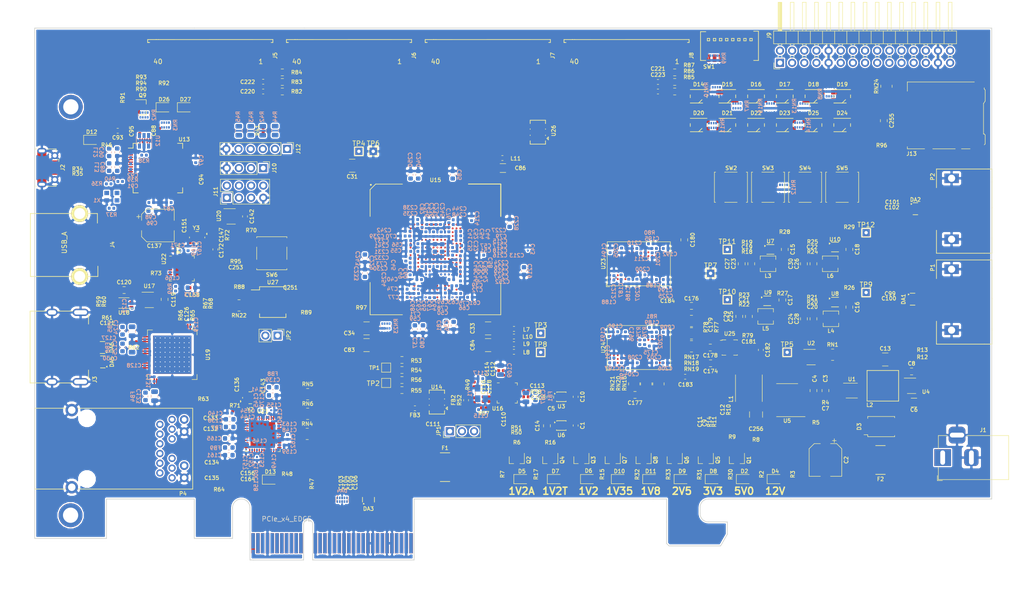
<source format=kicad_pcb>
(kicad_pcb (version 20171130) (host pcbnew 5.0.1)
  (layers (0 F.Cu signal) (1 In1.Cu signal) (2 In2.Cu signal) (3 In3.Cu signal) (4 In4.Cu signal) (5 In5.Cu signal) (6 In6.Cu signal) (31 B.Cu signal) (34 B.Paste user) (35 F.Paste user) (36 B.SilkS user) (37 F.SilkS user) (38 B.Mask user) (39 F.Mask user) (44 Edge.Cuts user))
  (net 0 "")
  (net 1 "/PCIe + SATA/DCU1_REFCLK-")
  (net 2 "/PCIe + SATA/DCU1_REFCLK+")
  (net 3 DDR3_A4)
  (net 4 DDR3_A6)
  (net 5 DDR3_A5)
  (net 6 DDR3_A7)
  (net 7 /DDR3/DDR3_VTT)
  (net 8 "Net-(RN2-Pad5)")
  (net 9 "Net-(RN2-Pad6)")
  (net 10 "Net-(R38-Pad2)")
  (net 11 "Net-(RN2-Pad7)")
  (net 12 +3V3)
  (net 13 /Power/1V2_EN)
  (net 14 /Power/2V5_EN)
  (net 15 /Power/1V35_EN)
  (net 16 "Net-(RN1-Pad4)")
  (net 17 +5V)
  (net 18 "Net-(RN1-Pad5)")
  (net 19 USD_D0)
  (net 20 USD_D3)
  (net 21 USD_CMD)
  (net 22 USD_D2)
  (net 23 "Net-(RN23-Pad1)")
  (net 24 GND)
  (net 25 "/FPGA IO/CFG0")
  (net 26 "Net-(RN23-Pad8)")
  (net 27 "/FPGA IO/CFG1")
  (net 28 "/FPGA IO/CFG2")
  (net 29 "/FPGA IO/FLASH_D3")
  (net 30 "/FPGA IO/FLASH_D1")
  (net 31 "/FPGA IO/FLASH_D2")
  (net 32 "/FPGA IO/FLASH_D0")
  (net 33 DDR3_WE)
  (net 34 DDR3_CKE)
  (net 35 DDR3_CS)
  (net 36 DDR3_ODT)
  (net 37 DDR3_CAS)
  (net 38 DDR3_BA2)
  (net 39 DDR3_RAS)
  (net 40 DDR3_BA1)
  (net 41 DDR3_A12)
  (net 42 DDR3_A14)
  (net 43 DDR3_A13)
  (net 44 DDR3_BA0)
  (net 45 DDR3_A11)
  (net 46 DDR3_A9)
  (net 47 DDR3_A10)
  (net 48 DDR3_A8)
  (net 49 DDR3_A0)
  (net 50 DDR3_A2)
  (net 51 DDR3_A1)
  (net 52 DDR3_A3)
  (net 53 "/HDMI, GbE, USB/ETH_LED2")
  (net 54 ETH_~RESET)
  (net 55 "/HDMI, GbE, USB/ETH_LED1")
  (net 56 RGMII_REF_CLK)
  (net 57 "Net-(D18-Pad4)")
  (net 58 "Net-(D20-Pad4)")
  (net 59 "Net-(D19-Pad4)")
  (net 60 "Net-(D21-Pad4)")
  (net 61 "Net-(D25-Pad4)")
  (net 62 "Net-(D23-Pad4)")
  (net 63 "Net-(D24-Pad4)")
  (net 64 "Net-(D22-Pad4)")
  (net 65 FTDI_D1_RX)
  (net 66 FTDI_~WR)
  (net 67 FTDI_~RD)
  (net 68 FTDI_~SIWU)
  (net 69 RGMII_RXD0)
  (net 70 RGMII_RXD2)
  (net 71 RGMII_RXD1)
  (net 72 RGMII_RXD3)
  (net 73 RGMII_RX_DV)
  (net 74 ETH_MDIO)
  (net 75 RGMII_RX_CLK)
  (net 76 ETH_INT_N)
  (net 77 "Net-(D17-Pad1)")
  (net 78 "Net-(D16-Pad1)")
  (net 79 "Net-(D14-Pad1)")
  (net 80 "Net-(D15-Pad1)")
  (net 81 DIP_SW1)
  (net 82 DIP_SW0)
  (net 83 DIP_SW2)
  (net 84 DIP_SW3)
  (net 85 DIP_SW7)
  (net 86 DIP_SW6)
  (net 87 DIP_SW4)
  (net 88 DIP_SW5)
  (net 89 "Net-(D14-Pad4)")
  (net 90 "Net-(D16-Pad4)")
  (net 91 "Net-(D15-Pad4)")
  (net 92 "Net-(D17-Pad4)")
  (net 93 "Net-(D21-Pad1)")
  (net 94 "Net-(D20-Pad1)")
  (net 95 "Net-(D18-Pad1)")
  (net 96 "Net-(D19-Pad1)")
  (net 97 BTN1)
  (net 98 BTN0)
  (net 99 BTN2)
  (net 100 BTN3)
  (net 101 "Net-(D25-Pad1)")
  (net 102 "Net-(D24-Pad1)")
  (net 103 "Net-(D22-Pad1)")
  (net 104 "Net-(D23-Pad1)")
  (net 105 "/FPGA IO/VCCIO7")
  (net 106 "Net-(R44-Pad2)")
  (net 107 JTAG_TDO)
  (net 108 JTAG_TDI)
  (net 109 "Net-(R43-Pad2)")
  (net 110 "Net-(R42-Pad2)")
  (net 111 JTAG_TCK)
  (net 112 JTAG_TMS)
  (net 113 "Net-(R45-Pad2)")
  (net 114 "/PCIe + SATA/CLKAUXO+")
  (net 115 "/PCIe + SATA/CLK150M-")
  (net 116 +1V8)
  (net 117 +2V5)
  (net 118 "/PCIe + SATA/CLKAUXO-")
  (net 119 "/FPGA IO/VCCIO6")
  (net 120 "/PCIe + SATA/CLK150M+")
  (net 121 CLK_SDA)
  (net 122 "Net-(R36-Pad2)")
  (net 123 FPGA_12MHz)
  (net 124 "/PCIe + SATA/PCIe_REFCLK+")
  (net 125 "/PCIe + SATA/PCIe_REFCLK-")
  (net 126 PCIe_12V)
  (net 127 "Net-(D13-Pad2)")
  (net 128 ~PERST)
  (net 129 "Net-(P3-PadA11)")
  (net 130 "Net-(D12-Pad2)")
  (net 131 "Net-(R40-Pad1)")
  (net 132 "Net-(R39-Pad1)")
  (net 133 "Net-(R38-Pad1)")
  (net 134 "Net-(R12-Pad2)")
  (net 135 "/PCIe + SATA/3V3_C")
  (net 136 "/PCIe + SATA/3V3_CA")
  (net 137 "Net-(R57-Pad1)")
  (net 138 "Net-(R58-Pad2)")
  (net 139 FABRIC_REFCLK)
  (net 140 "/HDMI, GbE, USB/PORT_SCL")
  (net 141 "/HDMI, GbE, USB/PORT_SDA")
  (net 142 "Net-(C121-Pad1)")
  (net 143 "Net-(R62-Pad1)")
  (net 144 /Power/3V3_PG)
  (net 145 "Net-(D27-Pad2)")
  (net 146 "/FPGA IO/~PROGRAM")
  (net 147 "Net-(R80-Pad1)")
  (net 148 "Net-(R81-Pad1)")
  (net 149 "/FPGA IO/FLASH_~CS")
  (net 150 "/FPGA IO/FLASH_CLK")
  (net 151 "/FPGA IO/DONE")
  (net 152 "Net-(Q9-Pad1)")
  (net 153 "Net-(D26-Pad2)")
  (net 154 "Net-(R79-Pad1)")
  (net 155 "/FPGA IO/~INIT")
  (net 156 "Net-(C9-Pad1)")
  (net 157 "Net-(C11-Pad1)")
  (net 158 "Net-(Q2-Pad3)")
  (net 159 "Net-(D5-Pad1)")
  (net 160 /Power/1V2_PG)
  (net 161 USD_D1)
  (net 162 USD_CLK)
  (net 163 "Net-(R97-Pad1)")
  (net 164 "Net-(Q2-Pad1)")
  (net 165 +1V2A)
  (net 166 "Net-(R5-Pad2)")
  (net 167 "Net-(D2-Pad2)")
  (net 168 "Net-(C7-Pad1)")
  (net 169 "Net-(D4-Pad2)")
  (net 170 +12V)
  (net 171 "Net-(R74-Pad1)")
  (net 172 "/Debug Interface/PORT_D-")
  (net 173 "/Debug Interface/FTDI_D-")
  (net 174 "/Debug Interface/FTDI_D+")
  (net 175 "/Debug Interface/PORT_D+")
  (net 176 "Net-(C22-Pad2)")
  (net 177 "Net-(R71-Pad2)")
  (net 178 "/HDMI, GbE, USB/USB_XO")
  (net 179 "/HDMI, GbE, USB/USB_XI")
  (net 180 "Net-(R73-Pad1)")
  (net 181 "/HDMI, GbE, USB/USBA_VBUS")
  (net 182 "/HDMI, GbE, USB/EXTVBUS")
  (net 183 DVI_SCL)
  (net 184 DVI_SDA)
  (net 185 CLK_SCL)
  (net 186 "Net-(R70-Pad1)")
  (net 187 "Net-(C175-Pad2)")
  (net 188 DDR3_CLK+)
  (net 189 "Net-(P4-Pad16)")
  (net 190 "Net-(R66-Pad1)")
  (net 191 "Net-(R65-Pad1)")
  (net 192 "/HDMI, GbE, USB/HDMI_HPD")
  (net 193 DDR3_CLK-)
  (net 194 "Net-(C179-Pad1)")
  (net 195 +1V35)
  (net 196 +1V2)
  (net 197 "Net-(D10-Pad2)")
  (net 198 "Net-(P4-Pad14)")
  (net 199 "Net-(C12-Pad2)")
  (net 200 "Net-(D6-Pad2)")
  (net 201 +1V2T)
  (net 202 "Net-(Q4-Pad1)")
  (net 203 "Net-(Q4-Pad3)")
  (net 204 "Net-(D7-Pad1)")
  (net 205 "Net-(C19-Pad2)")
  (net 206 "Net-(C20-Pad2)")
  (net 207 "Net-(C21-Pad2)")
  (net 208 "/Debug Interface/FTDI_12MHz")
  (net 209 "Net-(D11-Pad2)")
  (net 210 /Power/2V5_PG)
  (net 211 /Power/1V35_PG)
  (net 212 /Power/1V8_PG)
  (net 213 "Net-(D8-Pad2)")
  (net 214 "Net-(D9-Pad2)")
  (net 215 "Net-(C8-Pad2)")
  (net 216 "Net-(C8-Pad1)")
  (net 217 /Power/PWR_EN)
  (net 218 "/HDMI, GbE, USB/HDMI_5V")
  (net 219 "Net-(U17-Pad3)")
  (net 220 "Net-(D9-Pad1)")
  (net 221 "Net-(D11-Pad1)")
  (net 222 "Net-(D26-Pad1)")
  (net 223 "Net-(D2-Pad1)")
  (net 224 "Net-(D6-Pad1)")
  (net 225 "Net-(D10-Pad1)")
  (net 226 "Net-(D8-Pad1)")
  (net 227 "Net-(U1-Pad3)")
  (net 228 DDR3_Vref)
  (net 229 DDR3_Vtt_EN)
  (net 230 "Net-(U5-Pad2)")
  (net 231 "Net-(L1-Pad1)")
  (net 232 "Net-(C11-Pad2)")
  (net 233 "Net-(U13-Pad3)")
  (net 234 "/Debug Interface/Vphy")
  (net 235 "/Debug Interface/Vpll")
  (net 236 "/Debug Interface/JTAG_ACT")
  (net 237 "Net-(U13-Pad22)")
  (net 238 "Net-(U13-Pad23)")
  (net 239 "Net-(U13-Pad24)")
  (net 240 "Net-(U13-Pad26)")
  (net 241 "Net-(U13-Pad27)")
  (net 242 "Net-(U13-Pad28)")
  (net 243 "Net-(U13-Pad29)")
  (net 244 "Net-(U13-Pad30)")
  (net 245 "Net-(U13-Pad32)")
  (net 246 "Net-(U13-Pad33)")
  (net 247 "Net-(U13-Pad34)")
  (net 248 "Net-(U13-Pad36)")
  (net 249 FTDI_D0_TX)
  (net 250 FTDI_D2)
  (net 251 FTDI_D3)
  (net 252 FTDI_D4)
  (net 253 FTDI_D5)
  (net 254 FTDI_D6)
  (net 255 FTDI_D7)
  (net 256 FTDI_~RXF)
  (net 257 "Net-(U13-Pad49)")
  (net 258 "Net-(U13-Pad50)")
  (net 259 FTDI_~TXE)
  (net 260 "Net-(U13-Pad57)")
  (net 261 "Net-(U13-Pad58)")
  (net 262 "Net-(U13-Pad59)")
  (net 263 "Net-(U13-Pad60)")
  (net 264 "/HDMI, GbE, USB/DVI_DVDD")
  (net 265 DVI_DE)
  (net 266 DVI_HSYNC)
  (net 267 DVI_VSYNC)
  (net 268 "Net-(U19-Pad11)")
  (net 269 "/HDMI, GbE, USB/DVI_PVDD")
  (net 270 "/HDMI, GbE, USB/TMDS_CLK-")
  (net 271 "/HDMI, GbE, USB/TMDS_CLK+")
  (net 272 "/HDMI, GbE, USB/DVI_TVDD")
  (net 273 "/HDMI, GbE, USB/TMDS_D0-")
  (net 274 "/HDMI, GbE, USB/TMDS_D0+")
  (net 275 "/HDMI, GbE, USB/TMDS_D1-")
  (net 276 "/HDMI, GbE, USB/TMDS_D1+")
  (net 277 "/HDMI, GbE, USB/TMDS_D2-")
  (net 278 "/HDMI, GbE, USB/TMDS_D2+")
  (net 279 DVI_D23)
  (net 280 DVI_D22)
  (net 281 DVI_D21)
  (net 282 DVI_D20)
  (net 283 DVI_D19)
  (net 284 DVI_D18)
  (net 285 DVI_D17)
  (net 286 DVI_D16)
  (net 287 DVI_D15)
  (net 288 DVI_D14)
  (net 289 DVI_D13)
  (net 290 DVI_D12)
  (net 291 "Net-(U19-Pad49)")
  (net 292 DVI_D11)
  (net 293 DVI_D10)
  (net 294 DVI_D9)
  (net 295 DVI_D8)
  (net 296 DVI_D7)
  (net 297 DVI_D6)
  (net 298 DVI_CLK)
  (net 299 DVI_D5)
  (net 300 DVI_D4)
  (net 301 DVI_D3)
  (net 302 DVI_D2)
  (net 303 DVI_D1)
  (net 304 DVI_D0)
  (net 305 "/HDMI, GbE, USB/AVDDH")
  (net 306 "/HDMI, GbE, USB/MX4-")
  (net 307 "/HDMI, GbE, USB/MX4+")
  (net 308 "/HDMI, GbE, USB/AVDDL")
  (net 309 "/HDMI, GbE, USB/MX3-")
  (net 310 "/HDMI, GbE, USB/MX3+")
  (net 311 "/HDMI, GbE, USB/MX2-")
  (net 312 "/HDMI, GbE, USB/MX2+")
  (net 313 "/HDMI, GbE, USB/MX1-")
  (net 314 "/HDMI, GbE, USB/MX1+")
  (net 315 "Net-(U21-Pad13)")
  (net 316 RGMII_TXD0)
  (net 317 RGMII_TXD1)
  (net 318 RGMII_TXD2)
  (net 319 RGMII_TXD3)
  (net 320 RGMII_TX_CLK)
  (net 321 RGMII_TX_EN)
  (net 322 ETH_MDC)
  (net 323 "Net-(U21-Pad43)")
  (net 324 "/HDMI, GbE, USB/AVDDL_PLL")
  (net 325 "/HDMI, GbE, USB/ETH_XO")
  (net 326 "/HDMI, GbE, USB/ETH_XI")
  (net 327 "Net-(U21-Pad47)")
  (net 328 "Net-(U22-Pad3)")
  (net 329 "Net-(U22-Pad5)")
  (net 330 "/HDMI, GbE, USB/USBA_D+")
  (net 331 "/HDMI, GbE, USB/USBA_D-")
  (net 332 ULPI_RESET)
  (net 333 ULPI_NXT)
  (net 334 ULPI_DIR)
  (net 335 ULPI_STP)
  (net 336 ULPI_CLKO)
  (net 337 "/HDMI, GbE, USB/USB1V8")
  (net 338 ULPI_D7)
  (net 339 ULPI_D6)
  (net 340 ULPI_D5)
  (net 341 ULPI_D4)
  (net 342 ULPI_D3)
  (net 343 ULPI_D2)
  (net 344 ULPI_D1)
  (net 345 ULPI_D0)
  (net 346 "Net-(C117-Pad1)")
  (net 347 "Net-(C115-Pad2)")
  (net 348 CLK_SD_OE)
  (net 349 "Net-(U16-Pad11)")
  (net 350 "Net-(U16-Pad12)")
  (net 351 "/PCIe + SATA/1V8_C")
  (net 352 "Net-(U16-Pad16)")
  (net 353 "/PCIe + SATA/DCU0_REFCLK-")
  (net 354 "/PCIe + SATA/DCU0_REFCLK+")
  (net 355 "Net-(U16-Pad24)")
  (net 356 DDR3_DQ13)
  (net 357 DDR3_DQ15)
  (net 358 DDR3_DQ12)
  (net 359 DDR3_DQS1-)
  (net 360 DDR3_DQ14)
  (net 361 DDR3_DQ11)
  (net 362 DDR3_DQ9)
  (net 363 DDR3_DQS1+)
  (net 364 DDR3_DQ10)
  (net 365 DDR3_DM1)
  (net 366 DDR3_DQ8)
  (net 367 DDR3_DQ0)
  (net 368 DDR3_DM0)
  (net 369 DDR3_DQ2)
  (net 370 DDR3_DQS0+)
  (net 371 DDR3_DQ1)
  (net 372 DDR3_DQ3)
  (net 373 DDR3_DQ6)
  (net 374 DDR3_DQS0-)
  (net 375 DDR3_DQ4)
  (net 376 DDR3_DQ7)
  (net 377 DDR3_DQ5)
  (net 378 "Net-(U23-PadJ1)")
  (net 379 "Net-(U23-PadJ9)")
  (net 380 "Net-(U23-PadL1)")
  (net 381 "Net-(U23-PadL9)")
  (net 382 "Net-(U23-PadM7)")
  (net 383 DDR3_RESET)
  (net 384 "Net-(U24-PadM7)")
  (net 385 "Net-(U24-PadL9)")
  (net 386 "Net-(U24-PadL1)")
  (net 387 "Net-(U24-PadJ9)")
  (net 388 "Net-(U24-PadJ1)")
  (net 389 DDR3_DQ21)
  (net 390 DDR3_DQ23)
  (net 391 DDR3_DQ20)
  (net 392 DDR3_DQS2-)
  (net 393 DDR3_DQ22)
  (net 394 DDR3_DQ19)
  (net 395 DDR3_DQ17)
  (net 396 DDR3_DQS2+)
  (net 397 DDR3_DQ18)
  (net 398 DDR3_DM2)
  (net 399 DDR3_DQ16)
  (net 400 DDR3_DQ24)
  (net 401 DDR3_DM3)
  (net 402 DDR3_DQ26)
  (net 403 DDR3_DQS3+)
  (net 404 DDR3_DQ25)
  (net 405 DDR3_DQ27)
  (net 406 DDR3_DQ30)
  (net 407 DDR3_DQS3-)
  (net 408 DDR3_DQ28)
  (net 409 DDR3_DQ31)
  (net 410 DDR3_DQ29)
  (net 411 "Net-(X1-Pad1)")
  (net 412 "Net-(L4-Pad1)")
  (net 413 "Net-(L5-Pad1)")
  (net 414 "Net-(L3-Pad1)")
  (net 415 "Net-(L6-Pad1)")
  (net 416 "Net-(C111-Pad1)")
  (net 417 "/FPGA Core Power/VCCHTX1")
  (net 418 "/FPGA Core Power/VCCHTX0")
  (net 419 "/FPGA Core Power/VCCA0")
  (net 420 "/FPGA Core Power/VCCAUX")
  (net 421 "/FPGA Core Power/VCCA1")
  (net 422 "/PCIe + SATA/SATA1_A+")
  (net 423 "/PCIe + SATA/SATA1_A-")
  (net 424 "/PCIe + SATA/DCU1_RX1-")
  (net 425 "/PCIe + SATA/DCU1_RX1+")
  (net 426 "/PCIe + SATA/SATA0_A+")
  (net 427 "/PCIe + SATA/SATA0_A-")
  (net 428 "/PCIe + SATA/DCU1_RX0-")
  (net 429 "/PCIe + SATA/DCU1_RX0+")
  (net 430 "/PCIe + SATA/PCIe_HSI0+")
  (net 431 "/PCIe + SATA/PCIe_HSI0-")
  (net 432 "/PCIe + SATA/PCIe_HSI1+")
  (net 433 "/PCIe + SATA/PCIe_HSI1-")
  (net 434 "/PCIe + SATA/DCU0_RX0+")
  (net 435 "/PCIe + SATA/DCU0_RX0-")
  (net 436 "/PCIe + SATA/DCU0_RX1+")
  (net 437 "/PCIe + SATA/DCU0_RX1-")
  (net 438 "Net-(U6-Pad2)")
  (net 439 "Net-(U6-Pad5)")
  (net 440 "Net-(U3-Pad5)")
  (net 441 "Net-(U3-Pad2)")
  (net 442 "Net-(U10-Pad4)")
  (net 443 "Net-(U9-Pad4)")
  (net 444 "Net-(U8-Pad4)")
  (net 445 "Net-(U7-Pad4)")
  (net 446 "Net-(J5-Pad38)")
  (net 447 "/FPGA IO/EXT0_11-")
  (net 448 "/FPGA IO/EXT0_11+")
  (net 449 "/FPGA IO/EXT0_10-")
  (net 450 "/FPGA IO/EXT0_10+")
  (net 451 "/FPGA IO/EXT0_9-")
  (net 452 "/FPGA IO/EXT0_9+")
  (net 453 "/FPGA IO/EXT0_8-")
  (net 454 "/FPGA IO/EXT0_8+")
  (net 455 "/FPGA IO/EXT0_7-")
  (net 456 "/FPGA IO/EXT0_7+")
  (net 457 "/FPGA IO/EXT0_6-")
  (net 458 "/FPGA IO/EXT0_6+")
  (net 459 "/FPGA IO/EXT0_5-")
  (net 460 "/FPGA IO/EXT0_5+")
  (net 461 "/FPGA IO/EXT0_4-")
  (net 462 "/FPGA IO/EXT0_4+")
  (net 463 "/FPGA IO/EXT0_3-")
  (net 464 "/FPGA IO/EXT0_3+")
  (net 465 "/FPGA IO/EXT0_2-")
  (net 466 "/FPGA IO/EXT0_2+")
  (net 467 "/FPGA IO/EXT0_1-")
  (net 468 "/FPGA IO/EXT0_1+")
  (net 469 "/FPGA IO/EXT0_0-")
  (net 470 "/FPGA IO/EXT0_0+")
  (net 471 "/FPGA IO/EXT3_0+")
  (net 472 "/FPGA IO/EXT3_0-")
  (net 473 "/FPGA IO/EXT3_1+")
  (net 474 "/FPGA IO/EXT3_1-")
  (net 475 "/FPGA IO/EXT3_2+")
  (net 476 "/FPGA IO/EXT3_2-")
  (net 477 "/FPGA IO/EXT3_3+")
  (net 478 "/FPGA IO/EXT3_3-")
  (net 479 "/FPGA IO/EXT3_4+")
  (net 480 "/FPGA IO/EXT3_4-")
  (net 481 "/FPGA IO/EXT3_5+")
  (net 482 "/FPGA IO/EXT3_5-")
  (net 483 "/FPGA IO/EXT3_6+")
  (net 484 "/FPGA IO/EXT3_6-")
  (net 485 "/FPGA IO/EXT3_7+")
  (net 486 "/FPGA IO/EXT3_7-")
  (net 487 "/FPGA IO/EXT3_8+")
  (net 488 "/FPGA IO/EXT3_8-")
  (net 489 "/FPGA IO/EXT3_9+")
  (net 490 "/FPGA IO/EXT3_9-")
  (net 491 "/FPGA IO/EXT3_10+")
  (net 492 "/FPGA IO/EXT3_10-")
  (net 493 "/FPGA IO/EXT3_11+")
  (net 494 "/FPGA IO/EXT3_11-")
  (net 495 "Net-(J8-Pad38)")
  (net 496 "Net-(J6-Pad38)")
  (net 497 "/FPGA IO/EXT1_11-")
  (net 498 "/FPGA IO/EXT1_11+")
  (net 499 "/FPGA IO/EXT1_10-")
  (net 500 "/FPGA IO/EXT1_10+")
  (net 501 "/FPGA IO/EXT1_9-")
  (net 502 "/FPGA IO/EXT1_9+")
  (net 503 "/FPGA IO/EXT1_8-")
  (net 504 "/FPGA IO/EXT1_8+")
  (net 505 "/FPGA IO/EXT1_7-")
  (net 506 "/FPGA IO/EXT1_7+")
  (net 507 "/FPGA IO/EXT1_6-")
  (net 508 "/FPGA IO/EXT1_6+")
  (net 509 "/FPGA IO/EXT1_5-")
  (net 510 "/FPGA IO/EXT1_5+")
  (net 511 "/FPGA IO/EXT1_4-")
  (net 512 "/FPGA IO/EXT1_4+")
  (net 513 "/FPGA IO/EXT1_3-")
  (net 514 "/FPGA IO/EXT1_3+")
  (net 515 "/FPGA IO/EXT1_2-")
  (net 516 "/FPGA IO/EXT1_2+")
  (net 517 "/FPGA IO/EXT1_1-")
  (net 518 "/FPGA IO/EXT1_1+")
  (net 519 "/FPGA IO/EXT1_0-")
  (net 520 "/FPGA IO/EXT1_0+")
  (net 521 "/FPGA IO/EXT2_0+")
  (net 522 "/FPGA IO/EXT2_0-")
  (net 523 "/FPGA IO/EXT2_1+")
  (net 524 "/FPGA IO/EXT2_1-")
  (net 525 "/FPGA IO/EXT2_2+")
  (net 526 "/FPGA IO/EXT2_2-")
  (net 527 "/FPGA IO/EXT2_3+")
  (net 528 "/FPGA IO/EXT2_3-")
  (net 529 "/FPGA IO/EXT2_4+")
  (net 530 "/FPGA IO/EXT2_4-")
  (net 531 "/FPGA IO/EXT2_5+")
  (net 532 "/FPGA IO/EXT2_5-")
  (net 533 "/FPGA IO/EXT2_6+")
  (net 534 "/FPGA IO/EXT2_6-")
  (net 535 "/FPGA IO/EXT2_7+")
  (net 536 "/FPGA IO/EXT2_7-")
  (net 537 "/FPGA IO/EXT2_8+")
  (net 538 "/FPGA IO/EXT2_8-")
  (net 539 "/FPGA IO/EXT2_9+")
  (net 540 "/FPGA IO/EXT2_9-")
  (net 541 "/FPGA IO/EXT2_10+")
  (net 542 "/FPGA IO/EXT2_10-")
  (net 543 "/FPGA IO/EXT2_11+")
  (net 544 "/FPGA IO/EXT2_11-")
  (net 545 "Net-(J7-Pad38)")
  (net 546 "Net-(C132-Pad1)")
  (net 547 "Net-(C135-Pad1)")
  (net 548 "Net-(C133-Pad1)")
  (net 549 "Net-(C134-Pad1)")
  (net 550 "Net-(P3-PadB5)")
  (net 551 "Net-(P3-PadB6)")
  (net 552 "Net-(P3-PadB8)")
  (net 553 "Net-(P3-PadB9)")
  (net 554 "Net-(P3-PadB10)")
  (net 555 PCIe_~WAKE)
  (net 556 "Net-(P3-PadB12)")
  (net 557 "/PCIe + SATA/~PRSNT2~_X1")
  (net 558 "Net-(P3-PadB23)")
  (net 559 "Net-(P3-PadB24)")
  (net 560 "Net-(P3-PadB27)")
  (net 561 "Net-(P3-PadB28)")
  (net 562 "Net-(P3-PadB30)")
  (net 563 "/PCIe + SATA/~PRSNT2~_X4")
  (net 564 "/PCIe + SATA/~PRSNT1")
  (net 565 "Net-(P3-PadA5)")
  (net 566 "Net-(P3-PadA6)")
  (net 567 "Net-(P3-PadA7)")
  (net 568 "Net-(P3-PadA8)")
  (net 569 "Net-(P3-PadA9)")
  (net 570 "Net-(P3-PadA10)")
  (net 571 "Net-(P3-PadA19)")
  (net 572 "Net-(P3-PadA25)")
  (net 573 "Net-(P3-PadA26)")
  (net 574 "Net-(P3-PadA29)")
  (net 575 "Net-(P3-PadA30)")
  (net 576 "Net-(P3-PadA32)")
  (net 577 "Net-(U14-Pad2)")
  (net 578 "Net-(U14-Pad1)")
  (net 579 "Net-(U26-Pad1)")
  (net 580 "Net-(U26-Pad2)")
  (net 581 "/FPGA IO/CLK100+")
  (net 582 "/FPGA IO/CLK100-")
  (net 583 "Net-(J3-Pad14)")
  (net 584 "Net-(J3-Pad13)")
  (net 585 LED2)
  (net 586 LED11)
  (net 587 LED10)
  (net 588 LED0)
  (net 589 LED1)
  (net 590 LED3)
  (net 591 LED4)
  (net 592 LED5)
  (net 593 LED6)
  (net 594 LED7)
  (net 595 LED8)
  (net 596 LED9)
  (net 597 "Net-(F2-Pad2)")
  (net 598 "Net-(U15-PadR1)")
  (net 599 "Net-(U15-PadY1)")
  (net 600 "Net-(U15-PadAB1)")
  (net 601 "Net-(U15-PadAC1)")
  (net 602 "Net-(U15-PadAD1)")
  (net 603 "Net-(U15-PadAE1)")
  (net 604 "Net-(U15-PadA2)")
  (net 605 "Net-(U15-PadT2)")
  (net 606 "Net-(U15-PadW2)")
  (net 607 "Net-(U15-PadAB2)")
  (net 608 "Net-(U15-PadAC2)")
  (net 609 "Net-(U15-PadAE2)")
  (net 610 "Net-(U15-PadAG2)")
  (net 611 "Net-(U15-PadA3)")
  (net 612 "Net-(U15-PadV3)")
  (net 613 "Net-(U15-PadW3)")
  (net 614 "Net-(U15-PadY3)")
  (net 615 "Net-(U15-PadAC3)")
  (net 616 "Net-(U15-PadAD3)")
  (net 617 "Net-(U15-PadAE3)")
  (net 618 "Net-(U15-PadAG3)")
  (net 619 "Net-(U15-PadAL3)")
  (net 620 "Net-(U15-PadB4)")
  (net 621 "Net-(U15-PadH4)")
  (net 622 "Net-(U15-PadAC4)")
  (net 623 "Net-(U15-PadA5)")
  (net 624 "Net-(U15-PadL5)")
  (net 625 "Net-(U15-PadW6)")
  (net 626 "Net-(U15-PadD7)")
  (net 627 "Net-(U15-PadE7)")
  (net 628 "Net-(U15-PadAE7)")
  (net 629 "Net-(U15-PadG9)")
  (net 630 "/PCIe + SATA/DCU0_TX0+")
  (net 631 "Net-(U15-PadG10)")
  (net 632 "/PCIe + SATA/DCU0_TX0-")
  (net 633 "Net-(U15-PadG11)")
  (net 634 "/PCIe + SATA/DCU0_TX1+")
  (net 635 "/PCIe + SATA/DCU0_TX1-")
  (net 636 "/FPGA IO/PMOD1_10")
  (net 637 "/FPGA IO/PMOD1_9")
  (net 638 "Net-(U15-PadG14)")
  (net 639 "Net-(U15-PadG15)")
  (net 640 "Net-(U15-PadAK15)")
  (net 641 "Net-(U15-PadG16)")
  (net 642 "Net-(U15-PadAK16)")
  (net 643 "Net-(U15-PadG17)")
  (net 644 "Net-(U15-PadG18)")
  (net 645 "/PCIe + SATA/DCU1_TX0+")
  (net 646 "Net-(U15-PadG19)")
  (net 647 "/PCIe + SATA/DCU1_TX0-")
  (net 648 "/FPGA IO/PMOD1_8")
  (net 649 "/FPGA IO/PMOD1_7")
  (net 650 "/PCIe + SATA/DCU1_TX1+")
  (net 651 "/PCIe + SATA/DCU1_TX1-")
  (net 652 "/FPGA IO/EXIO_5")
  (net 653 "/FPGA IO/EXIO_4")
  (net 654 "/FPGA IO/EXIO_3")
  (net 655 "Net-(U15-PadG22)")
  (net 656 "/FPGA IO/PMOD1_3")
  (net 657 "/FPGA IO/PMOD1_2")
  (net 658 "/FPGA IO/PMOD1_0")
  (net 659 "/FPGA IO/PMOD1_1")
  (net 660 "/FPGA IO/EXIO_2")
  (net 661 "Net-(U15-PadG23)")
  (net 662 "/FPGA IO/EXIO_1")
  (net 663 "/FPGA IO/PMOD0_10")
  (net 664 "/FPGA IO/EXIO_0")
  (net 665 "/FPGA IO/PMOD0_9")
  (net 666 "Net-(U15-PadG24)")
  (net 667 "Net-(U15-PadAG24)")
  (net 668 "Net-(U15-PadAK24)")
  (net 669 "/FPGA IO/PMOD0_8")
  (net 670 "/FPGA IO/PMOD0_3")
  (net 671 "/FPGA IO/PMOD0_7")
  (net 672 "/FPGA IO/PMOD0_2")
  (net 673 "/FPGA IO/PMOD0_1")
  (net 674 "Net-(U15-PadAK25)")
  (net 675 "/FPGA IO/PMOD0_0")
  (net 676 "Net-(U15-PadB26)")
  (net 677 "Net-(U15-PadE26)")
  (net 678 "Net-(U15-PadR26)")
  (net 679 "Net-(U15-PadT26)")
  (net 680 "Net-(U15-PadAE26)")
  (net 681 "Net-(U15-PadH27)")
  (net 682 "Net-(U15-PadJ27)")
  (net 683 "Net-(U15-PadK27)")
  (net 684 "Net-(U15-PadW27)")
  (net 685 "Net-(U15-PadC28)")
  (net 686 "Net-(U15-PadD28)")
  (net 687 "Net-(U15-PadH28)")
  (net 688 "Net-(U15-PadL28)")
  (net 689 "Net-(U15-PadP28)")
  (net 690 "Net-(U15-PadAC28)")
  (net 691 "Net-(U15-PadAE28)")
  (net 692 "Net-(U15-PadC29)")
  (net 693 "Net-(U15-PadD29)")
  (net 694 "Net-(U15-PadH29)")
  (net 695 "Net-(U15-PadP29)")
  (net 696 "Net-(U15-PadAB29)")
  (net 697 "Net-(U15-PadAC29)")
  (net 698 "Net-(U15-PadAE29)")
  (net 699 "Net-(U15-PadAJ29)")
  (net 700 "Net-(U15-PadC30)")
  (net 701 "Net-(U15-PadP30)")
  (net 702 "Net-(U15-PadR30)")
  (net 703 "Net-(U15-PadV30)")
  (net 704 "Net-(U15-PadAB30)")
  (net 705 "Net-(U15-PadAE30)")
  (net 706 "Net-(U15-PadAJ30)")
  (net 707 "Net-(U15-PadA31)")
  (net 708 "Net-(U15-PadF31)")
  (net 709 "Net-(U15-PadH31)")
  (net 710 "Net-(U15-PadP31)")
  (net 711 "Net-(U15-PadAG31)")
  (net 712 "Net-(U15-PadAK31)")
  (net 713 "Net-(U15-PadE32)")
  (net 714 "Net-(U15-PadF32)")
  (net 715 "Net-(U15-PadH32)")
  (net 716 "Net-(U15-PadAG32)")
  (net 717 "Net-(J2-Pad1)")
  (net 718 "Net-(J2-Pad4)")
  (module Capacitor_SMD:C_0201_0603Metric (layer B.Cu) (at 90.2 111.585 90)
    (fp_text reference C149 (at -2.665 0.05 90) (layer B.SilkS) (effects (font (size 0.8 0.8)) (justify mirror)))
    (fp_text value 10n)
    (pad 1 smd roundrect (at -0.32 0 90) (size 0.46 0.4) (layers B.Cu B.Mask) (net 196 +1V2))
    (pad 2 smd roundrect (at 0.32 0 90) (size 0.46 0.4) (layers B.Cu B.Mask) (net 24 GND))
  )
  (module Capacitor_SMD:C_0201_0603Metric (layer B.Cu) (at 85.015 109.9)
    (fp_text reference C146 (at 2.235 0.1) (layer B.SilkS) (effects (font (size 0.8 0.8)) (justify mirror)))
    (fp_text value 10n)
    (pad 2 smd roundrect (at 0.32 0) (size 0.46 0.4) (layers B.Cu B.Mask) (net 24 GND))
    (pad 1 smd roundrect (at -0.32 0) (size 0.46 0.4) (layers B.Cu B.Mask) (net 308 "/HDMI, GbE, USB/AVDDL"))
  )
  (module Capacitor_SMD:C_0201_0603Metric (layer B.Cu) (at 87.2 105.615 90)
    (fp_text reference C145 (at 4.115 -0.7 90) (layer B.SilkS) (effects (font (size 0.8 0.8)) (justify mirror)))
    (fp_text value 10n)
    (pad 1 smd roundrect (at -0.32 0 90) (size 0.46 0.4) (layers B.Cu B.Mask) (net 24 GND))
    (pad 2 smd roundrect (at 0.32 0 90) (size 0.46 0.4) (layers B.Cu B.Mask) (net 324 "/HDMI, GbE, USB/AVDDL_PLL"))
  )
  (module Capacitor_SMD:C_0201_0603Metric (layer B.Cu) (at 84.915 107.4)
    (fp_text reference C144 (at -0.165 -2.4) (layer B.SilkS) (effects (font (size 0.8 0.8)) (justify mirror)))
    (fp_text value 10n)
    (pad 2 smd roundrect (at 0.32 0) (size 0.46 0.4) (layers B.Cu B.Mask) (net 24 GND))
    (pad 1 smd roundrect (at -0.32 0) (size 0.46 0.4) (layers B.Cu B.Mask) (net 308 "/HDMI, GbE, USB/AVDDL"))
  )
  (module Capacitor_SMD:C_0201_0603Metric (layer B.Cu) (at 90.9 108.9 180)
    (fp_text reference C148 (at -2.6 1.15 180) (layer B.SilkS) (effects (font (size 0.8 0.8)) (justify mirror)))
    (fp_text value 10n)
    (pad 1 smd roundrect (at -0.32 0 180) (size 0.46 0.4) (layers B.Cu B.Mask) (net 196 +1V2))
    (pad 2 smd roundrect (at 0.32 0 180) (size 0.46 0.4) (layers B.Cu B.Mask) (net 24 GND))
  )
  (module Capacitor_SMD:C_0201_0603Metric (layer B.Cu) (at 86.7 111.6 90)
    (fp_text reference C160 (at -4.4 -0.2 90) (layer B.SilkS) (effects (font (size 0.8 0.8)) (justify mirror)))
    (fp_text value 10n)
    (pad 2 smd roundrect (at 0.32 0 90) (size 0.46 0.4) (layers B.Cu B.Mask) (net 24 GND))
    (pad 1 smd roundrect (at -0.32 0 90) (size 0.46 0.4) (layers B.Cu B.Mask) (net 12 +3V3))
  )
  (module Capacitor_SMD:C_0201_0603Metric (layer B.Cu) (at 86.7 113.7 270)
    (fp_text reference C158 (at 5.3 0.2 270) (layer B.SilkS) (effects (font (size 0.8 0.8)) (justify mirror)))
    (fp_text value 10n)
    (pad 1 smd roundrect (at -0.32 0 270) (size 0.46 0.4) (layers B.Cu B.Mask) (net 12 +3V3))
    (pad 2 smd roundrect (at 0.32 0 270) (size 0.46 0.4) (layers B.Cu B.Mask) (net 24 GND))
  )
  (module Capacitor_SMD:C_0201_0603Metric (layer B.Cu) (at 84.4 112.1 270)
    (fp_text reference C157 (at 2.4 0.15 270) (layer B.SilkS) (effects (font (size 0.8 0.8)) (justify mirror)))
    (fp_text value 10n)
    (pad 2 smd roundrect (at 0.32 0 270) (size 0.46 0.4) (layers B.Cu B.Mask) (net 24 GND))
    (pad 1 smd roundrect (at -0.32 0 270) (size 0.46 0.4) (layers B.Cu B.Mask) (net 305 "/HDMI, GbE, USB/AVDDH"))
  )
  (module Capacitor_SMD:C_0201_0603Metric (layer B.Cu) (at 90 103.6)
    (fp_text reference C155 (at 0.25 -1.1) (layer B.SilkS) (effects (font (size 0.8 0.8)) (justify mirror)))
    (fp_text value 10n)
    (pad 1 smd roundrect (at -0.32 0) (size 0.46 0.4) (layers B.Cu B.Mask) (net 12 +3V3))
    (pad 2 smd roundrect (at 0.32 0) (size 0.46 0.4) (layers B.Cu B.Mask) (net 24 GND))
  )
  (module Capacitor_SMD:C_0201_0603Metric (layer B.Cu) (at 84.885 105.9)
    (fp_text reference C154 (at -0.135 -2.15) (layer B.SilkS) (effects (font (size 0.8 0.8)) (justify mirror)))
    (fp_text value 10n)
    (pad 2 smd roundrect (at 0.32 0) (size 0.46 0.4) (layers B.Cu B.Mask) (net 24 GND))
    (pad 1 smd roundrect (at -0.32 0) (size 0.46 0.4) (layers B.Cu B.Mask) (net 305 "/HDMI, GbE, USB/AVDDH"))
  )
  (module Capacitor_SMD:C_0201_0603Metric (layer B.Cu) (at 87.8 111.6 90)
    (fp_text reference C153 (at -2.4 -0.05 90) (layer B.SilkS) (effects (font (size 0.8 0.8)) (justify mirror)))
    (fp_text value 10n)
    (pad 1 smd roundrect (at -0.32 0 90) (size 0.46 0.4) (layers B.Cu B.Mask) (net 196 +1V2))
    (pad 2 smd roundrect (at 0.32 0 90) (size 0.46 0.4) (layers B.Cu B.Mask) (net 24 GND))
  )
  (module Capacitor_SMD:C_0201_0603Metric (layer B.Cu) (at 85.7 111.6 90)
    (fp_text reference C152 (at -2.4 -0.2 90) (layer B.SilkS) (effects (font (size 0.8 0.8)) (justify mirror)))
    (fp_text value 10n)
    (pad 2 smd roundrect (at 0.32 0 90) (size 0.46 0.4) (layers B.Cu B.Mask) (net 24 GND))
    (pad 1 smd roundrect (at -0.32 0 90) (size 0.46 0.4) (layers B.Cu B.Mask) (net 196 +1V2))
  )
  (module Capacitor_SMD:C_0201_0603Metric (layer B.Cu) (at 89.9 105.6 270)
    (fp_text reference C150 (at -0.85 -1.6 270) (layer B.SilkS) (effects (font (size 0.8 0.8)) (justify mirror)))
    (fp_text value 10n)
    (pad 1 smd roundrect (at -0.32 0 270) (size 0.46 0.4) (layers B.Cu B.Mask) (net 196 +1V2))
    (pad 2 smd roundrect (at 0.32 0 270) (size 0.46 0.4) (layers B.Cu B.Mask) (net 24 GND))
  )
  (module TestPoint:TestPoint_THTPad_1.5x1.5mm_Drill0.7mm (layer F.Cu) (at 185 70)
    (fp_text reference TP11 (at 0 -1.648) (layer F.SilkS))
    (fp_text value 1.35V)
    (pad 1 thru_hole rect (at 0 0) (size 1.5 1.5) (drill 0.7) (layers *.Cu *.Mask) (net 195 +1V35))
  )
  (module TestPoint:TestPoint_THTPad_1.5x1.5mm_Drill0.7mm (layer F.Cu) (at 146 91.5)
    (fp_text reference TP8 (at 0 -1.648) (layer F.SilkS))
    (fp_text value 1.2VT)
    (pad 1 thru_hole rect (at 0 0) (size 1.5 1.5) (drill 0.7) (layers *.Cu *.Mask) (net 201 +1V2T))
  )
  (module TestPoint:TestPoint_THTPad_1.5x1.5mm_Drill0.7mm (layer F.Cu) (at 214 79)
    (fp_text reference TP9 (at 0 -1.648) (layer F.SilkS))
    (fp_text value 3.3V)
    (pad 1 thru_hole rect (at 0 0) (size 1.5 1.5) (drill 0.7) (layers *.Cu *.Mask) (net 12 +3V3))
  )
  (module TestPoint:TestPoint_THTPad_1.5x1.5mm_Drill0.7mm (layer F.Cu) (at 185 80.5)
    (fp_text reference TP10 (at 0 -1.648) (layer F.SilkS))
    (fp_text value 2.5V)
    (pad 1 thru_hole rect (at 0 0) (size 1.5 1.5) (drill 0.7) (layers *.Cu *.Mask) (net 117 +2V5))
  )
  (module TestPoint:TestPoint_THTPad_1.5x1.5mm_Drill0.7mm (layer F.Cu) (at 214 66.5)
    (fp_text reference TP12 (at 0 -1.648) (layer F.SilkS))
    (fp_text value 1.8V)
    (pad 1 thru_hole rect (at 0 0) (size 1.5 1.5) (drill 0.7) (layers *.Cu *.Mask) (net 116 +1V8))
  )
  (module TestPoint:TestPoint_THTPad_1.5x1.5mm_Drill0.7mm (layer F.Cu) (at 197.5 91.5)
    (fp_text reference TP5 (at 0 -1.648) (layer F.SilkS))
    (fp_text value 5V)
    (pad 1 thru_hole rect (at 0 0) (size 1.5 1.5) (drill 0.7) (layers *.Cu *.Mask) (net 17 +5V))
  )
  (module TestPoint:TestPoint_THTPad_1.5x1.5mm_Drill0.7mm (layer F.Cu) (at 108 49.5)
    (fp_text reference TP4 (at 0 -1.648) (layer F.SilkS))
    (fp_text value 1.2V)
    (pad 1 thru_hole rect (at 0 0) (size 1.5 1.5) (drill 0.7) (layers *.Cu *.Mask) (net 196 +1V2))
  )
  (module TestPoint:TestPoint_THTPad_1.5x1.5mm_Drill0.7mm (layer F.Cu) (at 146 87.5)
    (fp_text reference TP3 (at 0 -1.648) (layer F.SilkS))
    (fp_text value 1.2VA)
    (pad 1 thru_hole rect (at 0 0) (size 1.5 1.5) (drill 0.7) (layers *.Cu *.Mask) (net 165 +1V2A))
  )
  (module TestPoint:TestPoint_THTPad_1.5x1.5mm_Drill0.7mm (layer F.Cu) (at 111 49.5)
    (fp_text reference TP6 (at 0 -1.648) (layer F.SilkS))
    (fp_text value GND)
    (pad 1 thru_hole rect (at 0 0) (size 1.5 1.5) (drill 0.7) (layers *.Cu *.Mask) (net 24 GND))
  )
  (module TestPoint:TestPoint_THTPad_1.5x1.5mm_Drill0.7mm (layer F.Cu) (at 181.5 75)
    (fp_text reference TP7 (at 0 -1.648) (layer F.SilkS))
    (fp_text value GND)
    (pad 1 thru_hole rect (at 0 0) (size 1.5 1.5) (drill 0.7) (layers *.Cu *.Mask) (net 24 GND))
  )
  (module "Custom Parts:PCIe_EDGE_x4" (layer F.Cu) (at 92.9 131.4)
    (fp_text reference P3 hide)
    (fp_text value PCIe_x4_EDGE (at 0 -5.08) (layer Edge.Cuts))
    (fp_arc (start 88.15 -6.2) (end 86.4 -6.2) (angle -90) (layer Edge.Cuts) (width 0.15))
    (fp_arc (start 88.15 -7.5) (end 88.15 -9.25) (angle -90) (layer Edge.Cuts) (width 0.15))
    (fp_line (start 90.7 0.55) (end 92.1 -1.88) (layer Edge.Cuts) (width 0.15))
    (fp_line (start 79.9 0.55) (end 79.4 0.05) (layer Edge.Cuts) (width 0.15))
    (fp_line (start 92.1 -4.45) (end 88.15 -4.45) (layer Edge.Cuts) (width 0.15))
    (fp_line (start 86.4 -6.2) (end 86.4 -7.5) (layer Edge.Cuts) (width 0.15))
    (fp_line (start 88.15 -9.25) (end 105.4 -9.25) (layer Edge.Cuts) (width 0.15))
    (fp_line (start 79.4 -4.45) (end 79.4 0.05) (layer Edge.Cuts) (width 0.15))
    (fp_line (start 79.9 0.55) (end 90.71 0.55) (layer Edge.Cuts) (width 0.15))
    (fp_line (start 92.1 -1.88) (end 92.1 -4.45) (layer Edge.Cuts) (width 0.15))
    (fp_line (start 79.4 -9.25) (end 79.4 -4.45) (layer Edge.Cuts) (width 0.15))
    (fp_line (start 76.6 -9.25) (end 79.4 -9.25) (layer Edge.Cuts) (width 0.15))
    (fp_line (start 26.65 -3.2) (end 26.65 -9.25) (layer Edge.Cuts) (width 0.15))
    (fp_line (start 26.65 -9.25) (end 76.65 -9.25) (layer Edge.Cuts) (width 0.15))
    (fp_line (start -52.65 -106.65) (end -52.65 -107.65) (layer Edge.Cuts) (width 0.15))
    (fp_line (start -52.65 -107.65) (end -19.3 -107.65) (layer Edge.Cuts) (width 0.15))
    (fp_line (start -19.3 -1) (end -19.3 -9.25) (layer Edge.Cuts) (width 0.15))
    (fp_line (start -19.3 -9.25) (end -37.65 -9.25) (layer Edge.Cuts) (width 0.15))
    (fp_line (start -37.65 -9.25) (end -37.65 -1) (layer Edge.Cuts) (width 0.15))
    (fp_line (start -37.65 -1) (end -52.65 -1) (layer Edge.Cuts) (width 0.15))
    (fp_line (start -52.65 -1) (end -52.65 -106.65) (layer Edge.Cuts) (width 0.15))
    (fp_line (start -19.3 -107.65) (end 3.7 -107.65) (layer Edge.Cuts) (width 0.15))
    (fp_line (start -11.9 -1) (end -19.3 -1) (layer Edge.Cuts) (width 0.15))
    (fp_line (start -11.3 -7.45) (end -11.3 -7.2) (layer Edge.Cuts) (width 0.15))
    (fp_line (start -11.3 -7.2) (end -11.3 -2.8) (layer Edge.Cuts) (width 0.15))
    (fp_line (start -11.3 -2.8) (end -11.3 -1) (layer Edge.Cuts) (width 0.15))
    (fp_line (start -11.3 -1) (end -11.9 -1) (layer Edge.Cuts) (width 0.15))
    (fp_line (start -7.65 -7.425) (end -7.65 -2.47) (layer Edge.Cuts) (width 0.15))
    (fp_arc (start -9.475 -7.425) (end -11.3 -7.425) (angle 180) (layer Edge.Cuts) (width 0.15))
    (fp_line (start 3.7 -107.65) (end 105.4 -107.65) (layer Edge.Cuts) (width 0.15))
    (fp_line (start -7.65 3.5) (end -6.9 3.5) (layer Edge.Cuts) (width 0.15))
    (fp_line (start -7.65 3.5) (end -7.65 -2.5) (layer Edge.Cuts) (width 0.15))
    (fp_line (start 26.65 3.5) (end 26.65 -3.2) (layer Edge.Cuts) (width 0.15))
    (fp_line (start 5.45 3.5) (end 26.65 3.5) (layer Edge.Cuts) (width 0.15))
    (fp_line (start 3.55 -3.95) (end 3.55 3.5) (layer Edge.Cuts) (width 0.15))
    (fp_line (start 3.55 3.5) (end -6.9 3.5) (layer Edge.Cuts) (width 0.15))
    (fp_line (start 5.45 -3.95) (end 5.45 3.5) (layer Edge.Cuts) (width 0.15))
    (fp_arc (start 4.5 -3.95) (end 3.55 -3.95) (angle 180) (layer Edge.Cuts) (width 0.15))
    (pad B1 smd rect (at -7 0) (size 0.75 4.2) (layers F.Cu F.Mask) (net 126 PCIe_12V))
    (pad B2 smd rect (at -6 0) (size 0.75 4.2) (layers F.Cu F.Mask) (net 126 PCIe_12V))
    (pad B3 smd rect (at -5 0) (size 0.75 4.2) (layers F.Cu F.Mask) (net 126 PCIe_12V))
    (pad B4 smd rect (at -4 0) (size 0.75 4.2) (layers F.Cu F.Mask) (net 24 GND))
    (pad B5 smd rect (at -3 0) (size 0.75 4.2) (layers F.Cu F.Mask) (net 550 "Net-(P3-PadB5)"))
    (pad B6 smd rect (at -2 0) (size 0.75 4.2) (layers F.Cu F.Mask) (net 551 "Net-(P3-PadB6)"))
    (pad B7 smd rect (at -1 0) (size 0.75 4.2) (layers F.Cu F.Mask) (net 24 GND))
    (pad B8 smd rect (at 0 0) (size 0.75 4.2) (layers F.Cu F.Mask) (net 552 "Net-(P3-PadB8)"))
    (pad B9 smd rect (at 1 0) (size 0.75 4.2) (layers F.Cu F.Mask) (net 553 "Net-(P3-PadB9)"))
    (pad B10 smd rect (at 2 0) (size 0.75 4.2) (layers F.Cu F.Mask) (net 554 "Net-(P3-PadB10)"))
    (pad B11 smd rect (at 3 0) (size 0.75 4.2) (layers F.Cu F.Mask) (net 555 PCIe_~WAKE))
    (pad B12 smd rect (at 6 0) (size 0.75 4.2) (layers F.Cu F.Mask) (net 556 "Net-(P3-PadB12)"))
    (pad B13 smd rect (at 7 0) (size 0.75 4.2) (layers F.Cu F.Mask) (net 24 GND))
    (pad B14 smd rect (at 8 0) (size 0.75 4.2) (layers F.Cu F.Mask) (net 434 "/PCIe + SATA/DCU0_RX0+"))
    (pad B15 smd rect (at 9 0) (size 0.75 4.2) (layers F.Cu F.Mask) (net 435 "/PCIe + SATA/DCU0_RX0-"))
    (pad B16 smd rect (at 10 0) (size 0.75 4.2) (layers F.Cu F.Mask) (net 24 GND))
    (pad B17 smd rect (at 11 0) (size 0.75 4.2) (layers F.Cu F.Mask) (net 557 "/PCIe + SATA/~PRSNT2~_X1"))
    (pad B18 smd rect (at 12 0) (size 0.75 4.2) (layers F.Cu F.Mask) (net 24 GND))
    (pad B19 smd rect (at 13 0) (size 0.75 4.2) (layers F.Cu F.Mask) (net 436 "/PCIe + SATA/DCU0_RX1+"))
    (pad B20 smd rect (at 14 0) (size 0.75 4.2) (layers F.Cu F.Mask) (net 437 "/PCIe + SATA/DCU0_RX1-"))
    (pad B21 smd rect (at 15 0) (size 0.75 4.2) (layers F.Cu F.Mask) (net 24 GND))
    (pad B22 smd rect (at 16 0) (size 0.75 4.2) (layers F.Cu F.Mask) (net 24 GND))
    (pad B23 smd rect (at 17 0) (size 0.75 4.2) (layers F.Cu F.Mask) (net 558 "Net-(P3-PadB23)"))
    (pad B24 smd rect (at 18 0) (size 0.75 4.2) (layers F.Cu F.Mask) (net 559 "Net-(P3-PadB24)"))
    (pad B25 smd rect (at 19 0) (size 0.75 4.2) (layers F.Cu F.Mask) (net 24 GND))
    (pad B26 smd rect (at 20 0) (size 0.75 4.2) (layers F.Cu F.Mask) (net 24 GND))
    (pad B27 smd rect (at 21 0) (size 0.75 4.2) (layers F.Cu F.Mask) (net 560 "Net-(P3-PadB27)"))
    (pad B28 smd rect (at 22 0) (size 0.75 4.2) (layers F.Cu F.Mask) (net 561 "Net-(P3-PadB28)"))
    (pad B29 smd rect (at 23 0) (size 0.75 4.2) (layers F.Cu F.Mask) (net 24 GND))
    (pad B30 smd rect (at 24 0) (size 0.75 4.2) (layers F.Cu F.Mask) (net 562 "Net-(P3-PadB30)"))
    (pad B31 smd rect (at 25 -0.5) (size 0.75 3.2) (layers F.Cu F.Mask) (net 563 "/PCIe + SATA/~PRSNT2~_X4"))
    (pad B32 smd rect (at 26 0) (size 0.75 4.2) (layers F.Cu F.Mask) (net 24 GND))
    (pad A1 smd rect (at -7 -0.5) (size 0.75 3.2) (layers B.Cu B.Mask) (net 564 "/PCIe + SATA/~PRSNT1"))
    (pad A2 smd rect (at -6 0) (size 0.75 4.2) (layers B.Cu B.Mask) (net 126 PCIe_12V))
    (pad A3 smd rect (at -5 0) (size 0.75 4.2) (layers B.Cu B.Mask) (net 126 PCIe_12V))
    (pad A4 smd rect (at -4 0) (size 0.75 4.2) (layers B.Cu B.Mask) (net 24 GND))
    (pad A5 smd rect (at -3 0) (size 0.75 4.2) (layers B.Cu B.Mask) (net 565 "Net-(P3-PadA5)"))
    (pad A6 smd rect (at -2 0) (size 0.75 4.2) (layers B.Cu B.Mask) (net 566 "Net-(P3-PadA6)"))
    (pad A7 smd rect (at -1 0) (size 0.75 4.2) (layers B.Cu B.Mask) (net 567 "Net-(P3-PadA7)"))
    (pad A8 smd rect (at 0 0) (size 0.75 4.2) (layers B.Cu B.Mask) (net 568 "Net-(P3-PadA8)"))
    (pad A9 smd rect (at 1 0) (size 0.75 4.2) (layers B.Cu B.Mask) (net 569 "Net-(P3-PadA9)"))
    (pad A10 smd rect (at 2 0) (size 0.75 4.2) (layers B.Cu B.Mask) (net 570 "Net-(P3-PadA10)"))
    (pad A11 smd rect (at 3 0) (size 0.75 4.2) (layers B.Cu B.Mask) (net 129 "Net-(P3-PadA11)"))
    (pad A12 smd rect (at 6 0) (size 0.75 4.2) (layers B.Cu B.Mask) (net 24 GND))
    (pad A13 smd rect (at 7 0) (size 0.75 4.2) (layers B.Cu B.Mask) (net 124 "/PCIe + SATA/PCIe_REFCLK+"))
    (pad A14 smd rect (at 8 0) (size 0.75 4.2) (layers B.Cu B.Mask) (net 125 "/PCIe + SATA/PCIe_REFCLK-"))
    (pad A15 smd rect (at 9 0) (size 0.75 4.2) (layers B.Cu B.Mask) (net 24 GND))
    (pad A16 smd rect (at 10 0) (size 0.75 4.2) (layers B.Cu B.Mask) (net 430 "/PCIe + SATA/PCIe_HSI0+"))
    (pad A17 smd rect (at 11 0) (size 0.75 4.2) (layers B.Cu B.Mask) (net 431 "/PCIe + SATA/PCIe_HSI0-"))
    (pad A18 smd rect (at 12 0) (size 0.75 4.2) (layers B.Cu B.Mask) (net 24 GND))
    (pad A19 smd rect (at 13 0) (size 0.75 4.2) (layers B.Cu B.Mask) (net 571 "Net-(P3-PadA19)"))
    (pad A20 smd rect (at 14 0) (size 0.75 4.2) (layers B.Cu B.Mask) (net 24 GND))
    (pad A21 smd rect (at 15 0) (size 0.75 4.2) (layers B.Cu B.Mask) (net 432 "/PCIe + SATA/PCIe_HSI1+"))
    (pad A22 smd rect (at 16 0) (size 0.75 4.2) (layers B.Cu B.Mask) (net 433 "/PCIe + SATA/PCIe_HSI1-"))
    (pad A23 smd rect (at 17 0) (size 0.75 4.2) (layers B.Cu B.Mask) (net 24 GND))
    (pad A24 smd rect (at 18 0) (size 0.75 4.2) (layers B.Cu B.Mask) (net 24 GND))
    (pad A25 smd rect (at 19 0) (size 0.75 4.2) (layers B.Cu B.Mask) (net 572 "Net-(P3-PadA25)"))
    (pad A26 smd rect (at 20 0) (size 0.75 4.2) (layers B.Cu B.Mask) (net 573 "Net-(P3-PadA26)"))
    (pad A27 smd rect (at 21 0) (size 0.75 4.2) (layers B.Cu B.Mask) (net 24 GND))
    (pad A28 smd rect (at 22 0) (size 0.75 4.2) (layers B.Cu B.Mask) (net 24 GND))
    (pad A29 smd rect (at 23 0) (size 0.75 4.2) (layers B.Cu B.Mask) (net 574 "Net-(P3-PadA29)"))
    (pad A30 smd rect (at 24 0) (size 0.75 4.2) (layers B.Cu B.Mask) (net 575 "Net-(P3-PadA30)"))
    (pad A31 smd rect (at 25 0) (size 0.75 4.2) (layers B.Cu B.Mask) (net 24 GND))
    (pad A32 smd rect (at 26 0) (size 0.75 4.2) (layers B.Cu B.Mask) (net 576 "Net-(P3-PadA32)"))
    (pad M thru_hole circle (at -45.15 -5.85) (size 5 5) (drill 3.18) (layers *.Cu *.Mask))
    (pad M thru_hole circle (at -45.1 -91.2) (size 5 5) (drill 3.18) (layers *.Cu *.Mask))
  )
  (module "Custom Parts:USON10" (layer F.Cu) (at 54.49 93.5 90)
    (fp_text reference DA5 (at 0 1.9 90) (layer F.SilkS) (effects (font (size 0.8 0.8))))
    (fp_text value TPD4E02B04)
    (pad 1 smd rect (at -1 0.38 90) (size 0.3 0.55) (layers F.Cu F.Paste F.Mask) (net 278 "/HDMI, GbE, USB/TMDS_D2+"))
    (pad 2 smd rect (at -0.5 0.38 90) (size 0.3 0.55) (layers F.Cu F.Paste F.Mask) (net 277 "/HDMI, GbE, USB/TMDS_D2-"))
    (pad 3 smd rect (at 0 0.38 90) (size 0.4 0.55) (layers F.Cu F.Paste F.Mask) (net 24 GND))
    (pad 4 smd rect (at 0.5 0.38 90) (size 0.3 0.55) (layers F.Cu F.Paste F.Mask) (net 276 "/HDMI, GbE, USB/TMDS_D1+"))
    (pad 5 smd rect (at 1 0.38 90) (size 0.3 0.55) (layers F.Cu F.Paste F.Mask) (net 275 "/HDMI, GbE, USB/TMDS_D1-"))
    (pad 6 smd rect (at 1 -0.39 90) (size 0.3 0.55) (layers F.Cu F.Paste F.Mask) (net 275 "/HDMI, GbE, USB/TMDS_D1-"))
    (pad 7 smd rect (at 0.5 -0.39 90) (size 0.3 0.55) (layers F.Cu F.Paste F.Mask) (net 276 "/HDMI, GbE, USB/TMDS_D1+"))
    (pad 8 smd rect (at 0 -0.39 90) (size 0.4 0.55) (layers F.Cu F.Paste F.Mask) (net 24 GND))
    (pad 9 smd rect (at -0.5 -0.39 90) (size 0.3 0.55) (layers F.Cu F.Paste F.Mask) (net 277 "/HDMI, GbE, USB/TMDS_D2-"))
    (pad 10 smd rect (at -1 -0.39 90) (size 0.3 0.55) (layers F.Cu F.Paste F.Mask) (net 278 "/HDMI, GbE, USB/TMDS_D2+"))
  )
  (module "Custom Parts:USON10" (layer B.Cu) (at 104.5 122.3)
    (fp_text reference DA4 (at 0 -1.9) (layer B.SilkS) (effects (font (size 0.8 0.8)) (justify mirror)))
    (fp_text value TPD4E02B04)
    (pad 1 smd rect (at -1 -0.38) (size 0.3 0.55) (layers B.Cu B.Paste B.Mask) (net 434 "/PCIe + SATA/DCU0_RX0+"))
    (pad 2 smd rect (at -0.5 -0.38) (size 0.3 0.55) (layers B.Cu B.Paste B.Mask) (net 435 "/PCIe + SATA/DCU0_RX0-"))
    (pad 3 smd rect (at 0 -0.38) (size 0.4 0.55) (layers B.Cu B.Paste B.Mask) (net 24 GND))
    (pad 4 smd rect (at 0.5 -0.38) (size 0.3 0.55) (layers B.Cu B.Paste B.Mask) (net 436 "/PCIe + SATA/DCU0_RX1+"))
    (pad 5 smd rect (at 1 -0.38) (size 0.3 0.55) (layers B.Cu B.Paste B.Mask) (net 437 "/PCIe + SATA/DCU0_RX1-"))
    (pad 6 smd rect (at 1 0.39) (size 0.3 0.55) (layers B.Cu B.Paste B.Mask) (net 437 "/PCIe + SATA/DCU0_RX1-"))
    (pad 7 smd rect (at 0.5 0.39) (size 0.3 0.55) (layers B.Cu B.Paste B.Mask) (net 436 "/PCIe + SATA/DCU0_RX1+"))
    (pad 8 smd rect (at 0 0.39) (size 0.4 0.55) (layers B.Cu B.Paste B.Mask) (net 24 GND))
    (pad 9 smd rect (at -0.5 0.39) (size 0.3 0.55) (layers B.Cu B.Paste B.Mask) (net 435 "/PCIe + SATA/DCU0_RX0-"))
    (pad 10 smd rect (at -1 0.39) (size 0.3 0.55) (layers B.Cu B.Paste B.Mask) (net 434 "/PCIe + SATA/DCU0_RX0+"))
  )
  (module "Custom Parts:USON10" (layer F.Cu) (at 110 122.3)
    (fp_text reference DA3 (at 0 1.9) (layer F.SilkS) (effects (font (size 0.8 0.8))))
    (fp_text value TPD4E02B04)
    (pad 1 smd rect (at -1 0.38) (size 0.3 0.55) (layers F.Cu F.Paste F.Mask) (net 430 "/PCIe + SATA/PCIe_HSI0+"))
    (pad 2 smd rect (at -0.5 0.38) (size 0.3 0.55) (layers F.Cu F.Paste F.Mask) (net 431 "/PCIe + SATA/PCIe_HSI0-"))
    (pad 3 smd rect (at 0 0.38) (size 0.4 0.55) (layers F.Cu F.Paste F.Mask) (net 24 GND))
    (pad 4 smd rect (at 0.5 0.38) (size 0.3 0.55) (layers F.Cu F.Paste F.Mask) (net 432 "/PCIe + SATA/PCIe_HSI1+"))
    (pad 5 smd rect (at 1 0.38) (size 0.3 0.55) (layers F.Cu F.Paste F.Mask) (net 433 "/PCIe + SATA/PCIe_HSI1-"))
    (pad 6 smd rect (at 1 -0.39) (size 0.3 0.55) (layers F.Cu F.Paste F.Mask) (net 433 "/PCIe + SATA/PCIe_HSI1-"))
    (pad 7 smd rect (at 0.5 -0.39) (size 0.3 0.55) (layers F.Cu F.Paste F.Mask) (net 432 "/PCIe + SATA/PCIe_HSI1+"))
    (pad 8 smd rect (at 0 -0.39) (size 0.4 0.55) (layers F.Cu F.Paste F.Mask) (net 24 GND))
    (pad 9 smd rect (at -0.5 -0.39) (size 0.3 0.55) (layers F.Cu F.Paste F.Mask) (net 431 "/PCIe + SATA/PCIe_HSI0-"))
    (pad 10 smd rect (at -1 -0.39) (size 0.3 0.55) (layers F.Cu F.Paste F.Mask) (net 430 "/PCIe + SATA/PCIe_HSI0+"))
  )
  (module "Custom Parts:USON10" (layer F.Cu) (at 223.71 80.4 270)
    (fp_text reference DA1 (at 0 1.9 270) (layer F.SilkS) (effects (font (size 0.8 0.8))))
    (fp_text value TPD4E02B04)
    (pad 1 smd rect (at -1 0.38 270) (size 0.3 0.55) (layers F.Cu F.Paste F.Mask) (net 426 "/PCIe + SATA/SATA0_A+"))
    (pad 2 smd rect (at -0.5 0.38 270) (size 0.3 0.55) (layers F.Cu F.Paste F.Mask) (net 427 "/PCIe + SATA/SATA0_A-"))
    (pad 3 smd rect (at 0 0.38 270) (size 0.4 0.55) (layers F.Cu F.Paste F.Mask) (net 24 GND))
    (pad 4 smd rect (at 0.5 0.38 270) (size 0.3 0.55) (layers F.Cu F.Paste F.Mask) (net 428 "/PCIe + SATA/DCU1_RX0-"))
    (pad 5 smd rect (at 1 0.38 270) (size 0.3 0.55) (layers F.Cu F.Paste F.Mask) (net 429 "/PCIe + SATA/DCU1_RX0+"))
    (pad 6 smd rect (at 1 -0.39 270) (size 0.3 0.55) (layers F.Cu F.Paste F.Mask) (net 429 "/PCIe + SATA/DCU1_RX0+"))
    (pad 7 smd rect (at 0.5 -0.39 270) (size 0.3 0.55) (layers F.Cu F.Paste F.Mask) (net 428 "/PCIe + SATA/DCU1_RX0-"))
    (pad 8 smd rect (at 0 -0.39 270) (size 0.4 0.55) (layers F.Cu F.Paste F.Mask) (net 24 GND))
    (pad 9 smd rect (at -0.5 -0.39 270) (size 0.3 0.55) (layers F.Cu F.Paste F.Mask) (net 427 "/PCIe + SATA/SATA0_A-"))
    (pad 10 smd rect (at -1 -0.39 270) (size 0.3 0.55) (layers F.Cu F.Paste F.Mask) (net 426 "/PCIe + SATA/SATA0_A+"))
  )
  (module "Custom Parts:USON10" (layer F.Cu) (at 54.42 90.5 90)
    (fp_text reference DA6 (at 0 1.9 90) (layer F.SilkS) (effects (font (size 0.8 0.8))))
    (fp_text value TPD4E02B04)
    (pad 1 smd rect (at -1 0.38 90) (size 0.3 0.55) (layers F.Cu F.Paste F.Mask) (net 274 "/HDMI, GbE, USB/TMDS_D0+"))
    (pad 2 smd rect (at -0.5 0.38 90) (size 0.3 0.55) (layers F.Cu F.Paste F.Mask) (net 273 "/HDMI, GbE, USB/TMDS_D0-"))
    (pad 3 smd rect (at 0 0.38 90) (size 0.4 0.55) (layers F.Cu F.Paste F.Mask) (net 24 GND))
    (pad 4 smd rect (at 0.5 0.38 90) (size 0.3 0.55) (layers F.Cu F.Paste F.Mask) (net 271 "/HDMI, GbE, USB/TMDS_CLK+"))
    (pad 5 smd rect (at 1 0.38 90) (size 0.3 0.55) (layers F.Cu F.Paste F.Mask) (net 270 "/HDMI, GbE, USB/TMDS_CLK-"))
    (pad 6 smd rect (at 1 -0.39 90) (size 0.3 0.55) (layers F.Cu F.Paste F.Mask) (net 270 "/HDMI, GbE, USB/TMDS_CLK-"))
    (pad 7 smd rect (at 0.5 -0.39 90) (size 0.3 0.55) (layers F.Cu F.Paste F.Mask) (net 271 "/HDMI, GbE, USB/TMDS_CLK+"))
    (pad 8 smd rect (at 0 -0.39 90) (size 0.4 0.55) (layers F.Cu F.Paste F.Mask) (net 24 GND))
    (pad 9 smd rect (at -0.5 -0.39 90) (size 0.3 0.55) (layers F.Cu F.Paste F.Mask) (net 273 "/HDMI, GbE, USB/TMDS_D0-"))
    (pad 10 smd rect (at -1 -0.39 90) (size 0.3 0.55) (layers F.Cu F.Paste F.Mask) (net 274 "/HDMI, GbE, USB/TMDS_D0+"))
  )
  (module "Custom Parts:USON10" (layer F.Cu) (at 224.3 61.5 270)
    (fp_text reference DA2 (at -1.9 0) (layer F.SilkS) (effects (font (size 0.8 0.8))))
    (fp_text value TPD4E02B04)
    (pad 1 smd rect (at -1 0.38 270) (size 0.3 0.55) (layers F.Cu F.Paste F.Mask) (net 422 "/PCIe + SATA/SATA1_A+"))
    (pad 2 smd rect (at -0.5 0.38 270) (size 0.3 0.55) (layers F.Cu F.Paste F.Mask) (net 423 "/PCIe + SATA/SATA1_A-"))
    (pad 3 smd rect (at 0 0.38 270) (size 0.4 0.55) (layers F.Cu F.Paste F.Mask) (net 24 GND))
    (pad 4 smd rect (at 0.5 0.38 270) (size 0.3 0.55) (layers F.Cu F.Paste F.Mask) (net 424 "/PCIe + SATA/DCU1_RX1-"))
    (pad 5 smd rect (at 1 0.38 270) (size 0.3 0.55) (layers F.Cu F.Paste F.Mask) (net 425 "/PCIe + SATA/DCU1_RX1+"))
    (pad 6 smd rect (at 1 -0.39 270) (size 0.3 0.55) (layers F.Cu F.Paste F.Mask) (net 425 "/PCIe + SATA/DCU1_RX1+"))
    (pad 7 smd rect (at 0.5 -0.39 270) (size 0.3 0.55) (layers F.Cu F.Paste F.Mask) (net 424 "/PCIe + SATA/DCU1_RX1-"))
    (pad 8 smd rect (at 0 -0.39 270) (size 0.4 0.55) (layers F.Cu F.Paste F.Mask) (net 24 GND))
    (pad 9 smd rect (at -0.5 -0.39 270) (size 0.3 0.55) (layers F.Cu F.Paste F.Mask) (net 423 "/PCIe + SATA/SATA1_A-"))
    (pad 10 smd rect (at -1 -0.39 270) (size 0.3 0.55) (layers F.Cu F.Paste F.Mask) (net 422 "/PCIe + SATA/SATA1_A+"))
  )
  (module "Custom Parts:TI_VSON-HR_1.5x2mm_p0.5mm" (layer F.Cu) (at 194 70)
    (fp_text reference U7 (at 0 -1.7) (layer F.SilkS) (effects (font (size 0.8 0.8))))
    (fp_text value TPS62823)
    (pad 1 smd roundrect (at -0.675 -0.75) (size 0.55 0.25) (layers F.Cu F.Paste F.Mask) (roundrect_rratio 0.2) (net 15 /Power/1V35_EN))
    (pad 2 smd roundrect (at -0.675 -0.25) (size 0.55 0.25) (layers F.Cu F.Paste F.Mask) (roundrect_rratio 0.2) (net 205 "Net-(C19-Pad2)"))
    (pad 3 smd roundrect (at -0.675 0.25) (size 0.55 0.25) (layers F.Cu F.Paste F.Mask) (roundrect_rratio 0.2) (net 24 GND))
    (pad 4 smd roundrect (at -0.675 0.75) (size 0.55 0.25) (layers F.Cu F.Paste F.Mask) (roundrect_rratio 0.2) (net 445 "Net-(U7-Pad4)"))
    (pad 5 smd roundrect (at 0.675 0.75) (size 0.55 0.25) (layers F.Cu F.Paste F.Mask) (roundrect_rratio 0.2) (net 24 GND))
    (pad 6 smd roundrect (at 0.675 0.25) (size 0.55 0.25) (layers F.Cu F.Paste F.Mask) (roundrect_rratio 0.2) (net 414 "Net-(L3-Pad1)"))
    (pad 7 smd roundrect (at 0.675 -0.25) (size 0.55 0.25) (layers F.Cu F.Paste F.Mask) (roundrect_rratio 0.2) (net 17 +5V))
    (pad 8 smd roundrect (at 0.675 -0.75) (size 0.55 0.25) (layers F.Cu F.Paste F.Mask) (roundrect_rratio 0.2) (net 211 /Power/1V35_PG))
  )
  (module "Custom Parts:TI_VSON-HR_1.5x2mm_p0.5mm" (layer F.Cu) (at 207.5 81)
    (fp_text reference U8 (at 0 -1.75) (layer F.SilkS) (effects (font (size 0.8 0.8))))
    (fp_text value TPS62823)
    (pad 1 smd roundrect (at -0.675 -0.75) (size 0.55 0.25) (layers F.Cu F.Paste F.Mask) (roundrect_rratio 0.2) (net 15 /Power/1V35_EN))
    (pad 2 smd roundrect (at -0.675 -0.25) (size 0.55 0.25) (layers F.Cu F.Paste F.Mask) (roundrect_rratio 0.2) (net 206 "Net-(C20-Pad2)"))
    (pad 3 smd roundrect (at -0.675 0.25) (size 0.55 0.25) (layers F.Cu F.Paste F.Mask) (roundrect_rratio 0.2) (net 24 GND))
    (pad 4 smd roundrect (at -0.675 0.75) (size 0.55 0.25) (layers F.Cu F.Paste F.Mask) (roundrect_rratio 0.2) (net 444 "Net-(U8-Pad4)"))
    (pad 5 smd roundrect (at 0.675 0.75) (size 0.55 0.25) (layers F.Cu F.Paste F.Mask) (roundrect_rratio 0.2) (net 24 GND))
    (pad 6 smd roundrect (at 0.675 0.25) (size 0.55 0.25) (layers F.Cu F.Paste F.Mask) (roundrect_rratio 0.2) (net 412 "Net-(L4-Pad1)"))
    (pad 7 smd roundrect (at 0.675 -0.25) (size 0.55 0.25) (layers F.Cu F.Paste F.Mask) (roundrect_rratio 0.2) (net 17 +5V))
    (pad 8 smd roundrect (at 0.675 -0.75) (size 0.55 0.25) (layers F.Cu F.Paste F.Mask) (roundrect_rratio 0.2) (net 144 /Power/3V3_PG))
  )
  (module "Custom Parts:TI_VSON-HR_1.5x2mm_p0.5mm" (layer F.Cu) (at 193.325 80.75)
    (fp_text reference U9 (at 0.175 -1.75) (layer F.SilkS) (effects (font (size 0.8 0.8))))
    (fp_text value TPS62823)
    (pad 1 smd roundrect (at -0.675 -0.75) (size 0.55 0.25) (layers F.Cu F.Paste F.Mask) (roundrect_rratio 0.2) (net 14 /Power/2V5_EN))
    (pad 2 smd roundrect (at -0.675 -0.25) (size 0.55 0.25) (layers F.Cu F.Paste F.Mask) (roundrect_rratio 0.2) (net 207 "Net-(C21-Pad2)"))
    (pad 3 smd roundrect (at -0.675 0.25) (size 0.55 0.25) (layers F.Cu F.Paste F.Mask) (roundrect_rratio 0.2) (net 24 GND))
    (pad 4 smd roundrect (at -0.675 0.75) (size 0.55 0.25) (layers F.Cu F.Paste F.Mask) (roundrect_rratio 0.2) (net 443 "Net-(U9-Pad4)"))
    (pad 5 smd roundrect (at 0.675 0.75) (size 0.55 0.25) (layers F.Cu F.Paste F.Mask) (roundrect_rratio 0.2) (net 24 GND))
    (pad 6 smd roundrect (at 0.675 0.25) (size 0.55 0.25) (layers F.Cu F.Paste F.Mask) (roundrect_rratio 0.2) (net 413 "Net-(L5-Pad1)"))
    (pad 7 smd roundrect (at 0.675 -0.25) (size 0.55 0.25) (layers F.Cu F.Paste F.Mask) (roundrect_rratio 0.2) (net 17 +5V))
    (pad 8 smd roundrect (at 0.675 -0.75) (size 0.55 0.25) (layers F.Cu F.Paste F.Mask) (roundrect_rratio 0.2) (net 210 /Power/2V5_PG))
  )
  (module "Custom Parts:TI_VSON-HR_1.5x2mm_p0.5mm" (layer F.Cu) (at 207.5 69.5)
    (fp_text reference U10 (at 0 -1.6) (layer F.SilkS) (effects (font (size 0.8 0.8))))
    (fp_text value TPS62823)
    (pad 1 smd roundrect (at -0.675 -0.75) (size 0.55 0.25) (layers F.Cu F.Paste F.Mask) (roundrect_rratio 0.2) (net 15 /Power/1V35_EN))
    (pad 2 smd roundrect (at -0.675 -0.25) (size 0.55 0.25) (layers F.Cu F.Paste F.Mask) (roundrect_rratio 0.2) (net 176 "Net-(C22-Pad2)"))
    (pad 3 smd roundrect (at -0.675 0.25) (size 0.55 0.25) (layers F.Cu F.Paste F.Mask) (roundrect_rratio 0.2) (net 24 GND))
    (pad 4 smd roundrect (at -0.675 0.75) (size 0.55 0.25) (layers F.Cu F.Paste F.Mask) (roundrect_rratio 0.2) (net 442 "Net-(U10-Pad4)"))
    (pad 5 smd roundrect (at 0.675 0.75) (size 0.55 0.25) (layers F.Cu F.Paste F.Mask) (roundrect_rratio 0.2) (net 24 GND))
    (pad 6 smd roundrect (at 0.675 0.25) (size 0.55 0.25) (layers F.Cu F.Paste F.Mask) (roundrect_rratio 0.2) (net 415 "Net-(L6-Pad1)"))
    (pad 7 smd roundrect (at 0.675 -0.25) (size 0.55 0.25) (layers F.Cu F.Paste F.Mask) (roundrect_rratio 0.2) (net 17 +5V))
    (pad 8 smd roundrect (at 0.675 -0.75) (size 0.55 0.25) (layers F.Cu F.Paste F.Mask) (roundrect_rratio 0.2) (net 212 /Power/1V8_PG))
  )
  (module "Custom Parts:TE_FPC_40pin_p0.5mm_4-1734839-0" (layer F.Cu) (at 135 30 180)
    (fp_text reference J7 (at -13.5 0.5 270) (layer F.SilkS) (effects (font (size 0.8 0.8))))
    (fp_text value EXT2)
    (fp_text user 1 (at -10.5 -0.75 180) (layer F.SilkS))
    (fp_text user 40 (at 11 -0.75 180) (layer F.SilkS))
    (pad "" smd rect (at -11.42 1.7 180) (size 2.3 3.1) (layers F.Cu F.Paste F.Mask))
    (pad "" smd rect (at 11.42 1.7 180) (size 2.3 3.1) (layers F.Cu F.Paste F.Mask))
    (pad 40 smd rect (at 9.75 0 180) (size 0.3 1.1) (layers F.Cu F.Paste F.Mask) (net 105 "/FPGA IO/VCCIO7"))
    (pad 39 smd rect (at 9.25 0 180) (size 0.3 1.1) (layers F.Cu F.Paste F.Mask) (net 105 "/FPGA IO/VCCIO7"))
    (pad 38 smd rect (at 8.75 0 180) (size 0.3 1.1) (layers F.Cu F.Paste F.Mask) (net 545 "Net-(J7-Pad38)"))
    (pad 37 smd rect (at 8.25 0 180) (size 0.3 1.1) (layers F.Cu F.Paste F.Mask) (net 544 "/FPGA IO/EXT2_11-"))
    (pad 36 smd rect (at 7.75 0 180) (size 0.3 1.1) (layers F.Cu F.Paste F.Mask) (net 543 "/FPGA IO/EXT2_11+"))
    (pad 35 smd rect (at 7.25 0 180) (size 0.3 1.1) (layers F.Cu F.Paste F.Mask) (net 24 GND))
    (pad 34 smd rect (at 6.75 0 180) (size 0.3 1.1) (layers F.Cu F.Paste F.Mask) (net 542 "/FPGA IO/EXT2_10-"))
    (pad 33 smd rect (at 6.25 0 180) (size 0.3 1.1) (layers F.Cu F.Paste F.Mask) (net 541 "/FPGA IO/EXT2_10+"))
    (pad 32 smd rect (at 5.75 0 180) (size 0.3 1.1) (layers F.Cu F.Paste F.Mask) (net 24 GND))
    (pad 31 smd rect (at 5.25 0 180) (size 0.3 1.1) (layers F.Cu F.Paste F.Mask) (net 540 "/FPGA IO/EXT2_9-"))
    (pad 30 smd rect (at 4.75 0 180) (size 0.3 1.1) (layers F.Cu F.Paste F.Mask) (net 539 "/FPGA IO/EXT2_9+"))
    (pad 29 smd rect (at 4.25 0 180) (size 0.3 1.1) (layers F.Cu F.Paste F.Mask) (net 24 GND))
    (pad 28 smd rect (at 3.75 0 180) (size 0.3 1.1) (layers F.Cu F.Paste F.Mask) (net 538 "/FPGA IO/EXT2_8-"))
    (pad 27 smd rect (at 3.25 0 180) (size 0.3 1.1) (layers F.Cu F.Paste F.Mask) (net 537 "/FPGA IO/EXT2_8+"))
    (pad 26 smd rect (at 2.75 0 180) (size 0.3 1.1) (layers F.Cu F.Paste F.Mask) (net 24 GND))
    (pad 25 smd rect (at 2.25 0 180) (size 0.3 1.1) (layers F.Cu F.Paste F.Mask) (net 536 "/FPGA IO/EXT2_7-"))
    (pad 24 smd rect (at 1.75 0 180) (size 0.3 1.1) (layers F.Cu F.Paste F.Mask) (net 535 "/FPGA IO/EXT2_7+"))
    (pad 23 smd rect (at 1.25 0 180) (size 0.3 1.1) (layers F.Cu F.Paste F.Mask) (net 24 GND))
    (pad 22 smd rect (at 0.75 0 180) (size 0.3 1.1) (layers F.Cu F.Paste F.Mask) (net 534 "/FPGA IO/EXT2_6-"))
    (pad 21 smd rect (at 0.25 0 180) (size 0.3 1.1) (layers F.Cu F.Paste F.Mask) (net 533 "/FPGA IO/EXT2_6+"))
    (pad 20 smd rect (at -0.25 0 180) (size 0.3 1.1) (layers F.Cu F.Paste F.Mask) (net 24 GND))
    (pad 19 smd rect (at -0.75 0 180) (size 0.3 1.1) (layers F.Cu F.Paste F.Mask) (net 532 "/FPGA IO/EXT2_5-"))
    (pad 18 smd rect (at -1.25 0 180) (size 0.3 1.1) (layers F.Cu F.Paste F.Mask) (net 531 "/FPGA IO/EXT2_5+"))
    (pad 17 smd rect (at -1.75 0 180) (size 0.3 1.1) (layers F.Cu F.Paste F.Mask) (net 24 GND))
    (pad 16 smd rect (at -2.25 0 180) (size 0.3 1.1) (layers F.Cu F.Paste F.Mask) (net 530 "/FPGA IO/EXT2_4-"))
    (pad 15 smd rect (at -2.75 0 180) (size 0.3 1.1) (layers F.Cu F.Paste F.Mask) (net 529 "/FPGA IO/EXT2_4+"))
    (pad 14 smd rect (at -3.25 0 180) (size 0.3 1.1) (layers F.Cu F.Paste F.Mask) (net 24 GND))
    (pad 13 smd rect (at -3.75 0 180) (size 0.3 1.1) (layers F.Cu F.Paste F.Mask) (net 528 "/FPGA IO/EXT2_3-"))
    (pad 12 smd rect (at -4.25 0 180) (size 0.3 1.1) (layers F.Cu F.Paste F.Mask) (net 527 "/FPGA IO/EXT2_3+"))
    (pad 11 smd rect (at -4.75 0 180) (size 0.3 1.1) (layers F.Cu F.Paste F.Mask) (net 24 GND))
    (pad 10 smd rect (at -5.25 0 180) (size 0.3 1.1) (layers F.Cu F.Paste F.Mask) (net 526 "/FPGA IO/EXT2_2-"))
    (pad 9 smd rect (at -5.75 0 180) (size 0.3 1.1) (layers F.Cu F.Paste F.Mask) (net 525 "/FPGA IO/EXT2_2+"))
    (pad 8 smd rect (at -6.25 0 180) (size 0.3 1.1) (layers F.Cu F.Paste F.Mask) (net 24 GND))
    (pad 7 smd rect (at -6.75 0 180) (size 0.3 1.1) (layers F.Cu F.Paste F.Mask) (net 524 "/FPGA IO/EXT2_1-"))
    (pad 6 smd rect (at -7.25 0 180) (size 0.3 1.1) (layers F.Cu F.Paste F.Mask) (net 523 "/FPGA IO/EXT2_1+"))
    (pad 5 smd rect (at -7.75 0 180) (size 0.3 1.1) (layers F.Cu F.Paste F.Mask) (net 24 GND))
    (pad 4 smd rect (at -8.25 0 180) (size 0.3 1.1) (layers F.Cu F.Paste F.Mask) (net 522 "/FPGA IO/EXT2_0-"))
    (pad 3 smd rect (at -8.75 0 180) (size 0.3 1.1) (layers F.Cu F.Paste F.Mask) (net 521 "/FPGA IO/EXT2_0+"))
    (pad 2 smd rect (at -9.25 0 180) (size 0.3 1.1) (layers F.Cu F.Paste F.Mask) (net 105 "/FPGA IO/VCCIO7"))
    (pad 1 smd rect (at -9.75 0 180) (size 0.3 1.1) (layers F.Cu F.Paste F.Mask) (net 105 "/FPGA IO/VCCIO7"))
  )
  (module "Custom Parts:TE_FPC_40pin_p0.5mm_4-1734839-0" (layer F.Cu) (at 106 30 180)
    (fp_text reference J6 (at -13.5 0.5 270) (layer F.SilkS) (effects (font (size 0.8 0.8))))
    (fp_text value EXT1)
    (fp_text user 1 (at -10.5 -0.75 180) (layer F.SilkS))
    (fp_text user 40 (at 11 -0.75 180) (layer F.SilkS))
    (pad "" smd rect (at -11.42 1.7 180) (size 2.3 3.1) (layers F.Cu F.Paste F.Mask))
    (pad "" smd rect (at 11.42 1.7 180) (size 2.3 3.1) (layers F.Cu F.Paste F.Mask))
    (pad 40 smd rect (at 9.75 0 180) (size 0.3 1.1) (layers F.Cu F.Paste F.Mask) (net 119 "/FPGA IO/VCCIO6"))
    (pad 39 smd rect (at 9.25 0 180) (size 0.3 1.1) (layers F.Cu F.Paste F.Mask) (net 119 "/FPGA IO/VCCIO6"))
    (pad 38 smd rect (at 8.75 0 180) (size 0.3 1.1) (layers F.Cu F.Paste F.Mask) (net 496 "Net-(J6-Pad38)"))
    (pad 37 smd rect (at 8.25 0 180) (size 0.3 1.1) (layers F.Cu F.Paste F.Mask) (net 497 "/FPGA IO/EXT1_11-"))
    (pad 36 smd rect (at 7.75 0 180) (size 0.3 1.1) (layers F.Cu F.Paste F.Mask) (net 498 "/FPGA IO/EXT1_11+"))
    (pad 35 smd rect (at 7.25 0 180) (size 0.3 1.1) (layers F.Cu F.Paste F.Mask) (net 24 GND))
    (pad 34 smd rect (at 6.75 0 180) (size 0.3 1.1) (layers F.Cu F.Paste F.Mask) (net 499 "/FPGA IO/EXT1_10-"))
    (pad 33 smd rect (at 6.25 0 180) (size 0.3 1.1) (layers F.Cu F.Paste F.Mask) (net 500 "/FPGA IO/EXT1_10+"))
    (pad 32 smd rect (at 5.75 0 180) (size 0.3 1.1) (layers F.Cu F.Paste F.Mask) (net 24 GND))
    (pad 31 smd rect (at 5.25 0 180) (size 0.3 1.1) (layers F.Cu F.Paste F.Mask) (net 501 "/FPGA IO/EXT1_9-"))
    (pad 30 smd rect (at 4.75 0 180) (size 0.3 1.1) (layers F.Cu F.Paste F.Mask) (net 502 "/FPGA IO/EXT1_9+"))
    (pad 29 smd rect (at 4.25 0 180) (size 0.3 1.1) (layers F.Cu F.Paste F.Mask) (net 24 GND))
    (pad 28 smd rect (at 3.75 0 180) (size 0.3 1.1) (layers F.Cu F.Paste F.Mask) (net 503 "/FPGA IO/EXT1_8-"))
    (pad 27 smd rect (at 3.25 0 180) (size 0.3 1.1) (layers F.Cu F.Paste F.Mask) (net 504 "/FPGA IO/EXT1_8+"))
    (pad 26 smd rect (at 2.75 0 180) (size 0.3 1.1) (layers F.Cu F.Paste F.Mask) (net 24 GND))
    (pad 25 smd rect (at 2.25 0 180) (size 0.3 1.1) (layers F.Cu F.Paste F.Mask) (net 505 "/FPGA IO/EXT1_7-"))
    (pad 24 smd rect (at 1.75 0 180) (size 0.3 1.1) (layers F.Cu F.Paste F.Mask) (net 506 "/FPGA IO/EXT1_7+"))
    (pad 23 smd rect (at 1.25 0 180) (size 0.3 1.1) (layers F.Cu F.Paste F.Mask) (net 24 GND))
    (pad 22 smd rect (at 0.75 0 180) (size 0.3 1.1) (layers F.Cu F.Paste F.Mask) (net 507 "/FPGA IO/EXT1_6-"))
    (pad 21 smd rect (at 0.25 0 180) (size 0.3 1.1) (layers F.Cu F.Paste F.Mask) (net 508 "/FPGA IO/EXT1_6+"))
    (pad 20 smd rect (at -0.25 0 180) (size 0.3 1.1) (layers F.Cu F.Paste F.Mask) (net 24 GND))
    (pad 19 smd rect (at -0.75 0 180) (size 0.3 1.1) (layers F.Cu F.Paste F.Mask) (net 509 "/FPGA IO/EXT1_5-"))
    (pad 18 smd rect (at -1.25 0 180) (size 0.3 1.1) (layers F.Cu F.Paste F.Mask) (net 510 "/FPGA IO/EXT1_5+"))
    (pad 17 smd rect (at -1.75 0 180) (size 0.3 1.1) (layers F.Cu F.Paste F.Mask) (net 24 GND))
    (pad 16 smd rect (at -2.25 0 180) (size 0.3 1.1) (layers F.Cu F.Paste F.Mask) (net 511 "/FPGA IO/EXT1_4-"))
    (pad 15 smd rect (at -2.75 0 180) (size 0.3 1.1) (layers F.Cu F.Paste F.Mask) (net 512 "/FPGA IO/EXT1_4+"))
    (pad 14 smd rect (at -3.25 0 180) (size 0.3 1.1) (layers F.Cu F.Paste F.Mask) (net 24 GND))
    (pad 13 smd rect (at -3.75 0 180) (size 0.3 1.1) (layers F.Cu F.Paste F.Mask) (net 513 "/FPGA IO/EXT1_3-"))
    (pad 12 smd rect (at -4.25 0 180) (size 0.3 1.1) (layers F.Cu F.Paste F.Mask) (net 514 "/FPGA IO/EXT1_3+"))
    (pad 11 smd rect (at -4.75 0 180) (size 0.3 1.1) (layers F.Cu F.Paste F.Mask) (net 24 GND))
    (pad 10 smd rect (at -5.25 0 180) (size 0.3 1.1) (layers F.Cu F.Paste F.Mask) (net 515 "/FPGA IO/EXT1_2-"))
    (pad 9 smd rect (at -5.75 0 180) (size 0.3 1.1) (layers F.Cu F.Paste F.Mask) (net 516 "/FPGA IO/EXT1_2+"))
    (pad 8 smd rect (at -6.25 0 180) (size 0.3 1.1) (layers F.Cu F.Paste F.Mask) (net 24 GND))
    (pad 7 smd rect (at -6.75 0 180) (size 0.3 1.1) (layers F.Cu F.Paste F.Mask) (net 517 "/FPGA IO/EXT1_1-"))
    (pad 6 smd rect (at -7.25 0 180) (size 0.3 1.1) (layers F.Cu F.Paste F.Mask) (net 518 "/FPGA IO/EXT1_1+"))
    (pad 5 smd rect (at -7.75 0 180) (size 0.3 1.1) (layers F.Cu F.Paste F.Mask) (net 24 GND))
    (pad 4 smd rect (at -8.25 0 180) (size 0.3 1.1) (layers F.Cu F.Paste F.Mask) (net 519 "/FPGA IO/EXT1_0-"))
    (pad 3 smd rect (at -8.75 0 180) (size 0.3 1.1) (layers F.Cu F.Paste F.Mask) (net 520 "/FPGA IO/EXT1_0+"))
    (pad 2 smd rect (at -9.25 0 180) (size 0.3 1.1) (layers F.Cu F.Paste F.Mask) (net 119 "/FPGA IO/VCCIO6"))
    (pad 1 smd rect (at -9.75 0 180) (size 0.3 1.1) (layers F.Cu F.Paste F.Mask) (net 119 "/FPGA IO/VCCIO6"))
  )
  (module "Custom Parts:TE_FPC_40pin_p0.5mm_4-1734839-0" (layer F.Cu) (at 164 30 180)
    (fp_text reference J8 (at -13.5 0.5 270) (layer F.SilkS) (effects (font (size 0.8 0.8))))
    (fp_text value EXT3)
    (fp_text user 1 (at -10.5 -0.75 180) (layer F.SilkS))
    (fp_text user 40 (at 11 -0.75 180) (layer F.SilkS))
    (pad "" smd rect (at -11.42 1.7 180) (size 2.3 3.1) (layers F.Cu F.Paste F.Mask))
    (pad "" smd rect (at 11.42 1.7 180) (size 2.3 3.1) (layers F.Cu F.Paste F.Mask))
    (pad 40 smd rect (at 9.75 0 180) (size 0.3 1.1) (layers F.Cu F.Paste F.Mask) (net 105 "/FPGA IO/VCCIO7"))
    (pad 39 smd rect (at 9.25 0 180) (size 0.3 1.1) (layers F.Cu F.Paste F.Mask) (net 105 "/FPGA IO/VCCIO7"))
    (pad 38 smd rect (at 8.75 0 180) (size 0.3 1.1) (layers F.Cu F.Paste F.Mask) (net 495 "Net-(J8-Pad38)"))
    (pad 37 smd rect (at 8.25 0 180) (size 0.3 1.1) (layers F.Cu F.Paste F.Mask) (net 494 "/FPGA IO/EXT3_11-"))
    (pad 36 smd rect (at 7.75 0 180) (size 0.3 1.1) (layers F.Cu F.Paste F.Mask) (net 493 "/FPGA IO/EXT3_11+"))
    (pad 35 smd rect (at 7.25 0 180) (size 0.3 1.1) (layers F.Cu F.Paste F.Mask) (net 24 GND))
    (pad 34 smd rect (at 6.75 0 180) (size 0.3 1.1) (layers F.Cu F.Paste F.Mask) (net 492 "/FPGA IO/EXT3_10-"))
    (pad 33 smd rect (at 6.25 0 180) (size 0.3 1.1) (layers F.Cu F.Paste F.Mask) (net 491 "/FPGA IO/EXT3_10+"))
    (pad 32 smd rect (at 5.75 0 180) (size 0.3 1.1) (layers F.Cu F.Paste F.Mask) (net 24 GND))
    (pad 31 smd rect (at 5.25 0 180) (size 0.3 1.1) (layers F.Cu F.Paste F.Mask) (net 490 "/FPGA IO/EXT3_9-"))
    (pad 30 smd rect (at 4.75 0 180) (size 0.3 1.1) (layers F.Cu F.Paste F.Mask) (net 489 "/FPGA IO/EXT3_9+"))
    (pad 29 smd rect (at 4.25 0 180) (size 0.3 1.1) (layers F.Cu F.Paste F.Mask) (net 24 GND))
    (pad 28 smd rect (at 3.75 0 180) (size 0.3 1.1) (layers F.Cu F.Paste F.Mask) (net 488 "/FPGA IO/EXT3_8-"))
    (pad 27 smd rect (at 3.25 0 180) (size 0.3 1.1) (layers F.Cu F.Paste F.Mask) (net 487 "/FPGA IO/EXT3_8+"))
    (pad 26 smd rect (at 2.75 0 180) (size 0.3 1.1) (layers F.Cu F.Paste F.Mask) (net 24 GND))
    (pad 25 smd rect (at 2.25 0 180) (size 0.3 1.1) (layers F.Cu F.Paste F.Mask) (net 486 "/FPGA IO/EXT3_7-"))
    (pad 24 smd rect (at 1.75 0 180) (size 0.3 1.1) (layers F.Cu F.Paste F.Mask) (net 485 "/FPGA IO/EXT3_7+"))
    (pad 23 smd rect (at 1.25 0 180) (size 0.3 1.1) (layers F.Cu F.Paste F.Mask) (net 24 GND))
    (pad 22 smd rect (at 0.75 0 180) (size 0.3 1.1) (layers F.Cu F.Paste F.Mask) (net 484 "/FPGA IO/EXT3_6-"))
    (pad 21 smd rect (at 0.25 0 180) (size 0.3 1.1) (layers F.Cu F.Paste F.Mask) (net 483 "/FPGA IO/EXT3_6+"))
    (pad 20 smd rect (at -0.25 0 180) (size 0.3 1.1) (layers F.Cu F.Paste F.Mask) (net 24 GND))
    (pad 19 smd rect (at -0.75 0 180) (size 0.3 1.1) (layers F.Cu F.Paste F.Mask) (net 482 "/FPGA IO/EXT3_5-"))
    (pad 18 smd rect (at -1.25 0 180) (size 0.3 1.1) (layers F.Cu F.Paste F.Mask) (net 481 "/FPGA IO/EXT3_5+"))
    (pad 17 smd rect (at -1.75 0 180) (size 0.3 1.1) (layers F.Cu F.Paste F.Mask) (net 24 GND))
    (pad 16 smd rect (at -2.25 0 180) (size 0.3 1.1) (layers F.Cu F.Paste F.Mask) (net 480 "/FPGA IO/EXT3_4-"))
    (pad 15 smd rect (at -2.75 0 180) (size 0.3 1.1) (layers F.Cu F.Paste F.Mask) (net 479 "/FPGA IO/EXT3_4+"))
    (pad 14 smd rect (at -3.25 0 180) (size 0.3 1.1) (layers F.Cu F.Paste F.Mask) (net 24 GND))
    (pad 13 smd rect (at -3.75 0 180) (size 0.3 1.1) (layers F.Cu F.Paste F.Mask) (net 478 "/FPGA IO/EXT3_3-"))
    (pad 12 smd rect (at -4.25 0 180) (size 0.3 1.1) (layers F.Cu F.Paste F.Mask) (net 477 "/FPGA IO/EXT3_3+"))
    (pad 11 smd rect (at -4.75 0 180) (size 0.3 1.1) (layers F.Cu F.Paste F.Mask) (net 24 GND))
    (pad 10 smd rect (at -5.25 0 180) (size 0.3 1.1) (layers F.Cu F.Paste F.Mask) (net 476 "/FPGA IO/EXT3_2-"))
    (pad 9 smd rect (at -5.75 0 180) (size 0.3 1.1) (layers F.Cu F.Paste F.Mask) (net 475 "/FPGA IO/EXT3_2+"))
    (pad 8 smd rect (at -6.25 0 180) (size 0.3 1.1) (layers F.Cu F.Paste F.Mask) (net 24 GND))
    (pad 7 smd rect (at -6.75 0 180) (size 0.3 1.1) (layers F.Cu F.Paste F.Mask) (net 474 "/FPGA IO/EXT3_1-"))
    (pad 6 smd rect (at -7.25 0 180) (size 0.3 1.1) (layers F.Cu F.Paste F.Mask) (net 473 "/FPGA IO/EXT3_1+"))
    (pad 5 smd rect (at -7.75 0 180) (size 0.3 1.1) (layers F.Cu F.Paste F.Mask) (net 24 GND))
    (pad 4 smd rect (at -8.25 0 180) (size 0.3 1.1) (layers F.Cu F.Paste F.Mask) (net 472 "/FPGA IO/EXT3_0-"))
    (pad 3 smd rect (at -8.75 0 180) (size 0.3 1.1) (layers F.Cu F.Paste F.Mask) (net 471 "/FPGA IO/EXT3_0+"))
    (pad 2 smd rect (at -9.25 0 180) (size 0.3 1.1) (layers F.Cu F.Paste F.Mask) (net 105 "/FPGA IO/VCCIO7"))
    (pad 1 smd rect (at -9.75 0 180) (size 0.3 1.1) (layers F.Cu F.Paste F.Mask) (net 105 "/FPGA IO/VCCIO7"))
  )
  (module "Custom Parts:TE_FPC_40pin_p0.5mm_4-1734839-0" (layer F.Cu) (at 77 30 180)
    (fp_text reference J5 (at -13.5 0.5 270) (layer F.SilkS) (effects (font (size 0.8 0.8))))
    (fp_text value EXT0)
    (fp_text user 1 (at -10.5 -0.75 180) (layer F.SilkS))
    (fp_text user 40 (at 11 -0.75 180) (layer F.SilkS))
    (pad "" smd rect (at -11.42 1.7 180) (size 2.3 3.1) (layers F.Cu F.Paste F.Mask))
    (pad "" smd rect (at 11.42 1.7 180) (size 2.3 3.1) (layers F.Cu F.Paste F.Mask))
    (pad 40 smd rect (at 9.75 0 180) (size 0.3 1.1) (layers F.Cu F.Paste F.Mask) (net 119 "/FPGA IO/VCCIO6"))
    (pad 39 smd rect (at 9.25 0 180) (size 0.3 1.1) (layers F.Cu F.Paste F.Mask) (net 119 "/FPGA IO/VCCIO6"))
    (pad 38 smd rect (at 8.75 0 180) (size 0.3 1.1) (layers F.Cu F.Paste F.Mask) (net 446 "Net-(J5-Pad38)"))
    (pad 37 smd rect (at 8.25 0 180) (size 0.3 1.1) (layers F.Cu F.Paste F.Mask) (net 447 "/FPGA IO/EXT0_11-"))
    (pad 36 smd rect (at 7.75 0 180) (size 0.3 1.1) (layers F.Cu F.Paste F.Mask) (net 448 "/FPGA IO/EXT0_11+"))
    (pad 35 smd rect (at 7.25 0 180) (size 0.3 1.1) (layers F.Cu F.Paste F.Mask) (net 24 GND))
    (pad 34 smd rect (at 6.75 0 180) (size 0.3 1.1) (layers F.Cu F.Paste F.Mask) (net 449 "/FPGA IO/EXT0_10-"))
    (pad 33 smd rect (at 6.25 0 180) (size 0.3 1.1) (layers F.Cu F.Paste F.Mask) (net 450 "/FPGA IO/EXT0_10+"))
    (pad 32 smd rect (at 5.75 0 180) (size 0.3 1.1) (layers F.Cu F.Paste F.Mask) (net 24 GND))
    (pad 31 smd rect (at 5.25 0 180) (size 0.3 1.1) (layers F.Cu F.Paste F.Mask) (net 451 "/FPGA IO/EXT0_9-"))
    (pad 30 smd rect (at 4.75 0 180) (size 0.3 1.1) (layers F.Cu F.Paste F.Mask) (net 452 "/FPGA IO/EXT0_9+"))
    (pad 29 smd rect (at 4.25 0 180) (size 0.3 1.1) (layers F.Cu F.Paste F.Mask) (net 24 GND))
    (pad 28 smd rect (at 3.75 0 180) (size 0.3 1.1) (layers F.Cu F.Paste F.Mask) (net 453 "/FPGA IO/EXT0_8-"))
    (pad 27 smd rect (at 3.25 0 180) (size 0.3 1.1) (layers F.Cu F.Paste F.Mask) (net 454 "/FPGA IO/EXT0_8+"))
    (pad 26 smd rect (at 2.75 0 180) (size 0.3 1.1) (layers F.Cu F.Paste F.Mask) (net 24 GND))
    (pad 25 smd rect (at 2.25 0 180) (size 0.3 1.1) (layers F.Cu F.Paste F.Mask) (net 455 "/FPGA IO/EXT0_7-"))
    (pad 24 smd rect (at 1.75 0 180) (size 0.3 1.1) (layers F.Cu F.Paste F.Mask) (net 456 "/FPGA IO/EXT0_7+"))
    (pad 23 smd rect (at 1.25 0 180) (size 0.3 1.1) (layers F.Cu F.Paste F.Mask) (net 24 GND))
    (pad 22 smd rect (at 0.75 0 180) (size 0.3 1.1) (layers F.Cu F.Paste F.Mask) (net 457 "/FPGA IO/EXT0_6-"))
    (pad 21 smd rect (at 0.25 0 180) (size 0.3 1.1) (layers F.Cu F.Paste F.Mask) (net 458 "/FPGA IO/EXT0_6+"))
    (pad 20 smd rect (at -0.25 0 180) (size 0.3 1.1) (layers F.Cu F.Paste F.Mask) (net 24 GND))
    (pad 19 smd rect (at -0.75 0 180) (size 0.3 1.1) (layers F.Cu F.Paste F.Mask) (net 459 "/FPGA IO/EXT0_5-"))
    (pad 18 smd rect (at -1.25 0 180) (size 0.3 1.1) (layers F.Cu F.Paste F.Mask) (net 460 "/FPGA IO/EXT0_5+"))
    (pad 17 smd rect (at -1.75 0 180) (size 0.3 1.1) (layers F.Cu F.Paste F.Mask) (net 24 GND))
    (pad 16 smd rect (at -2.25 0 180) (size 0.3 1.1) (layers F.Cu F.Paste F.Mask) (net 461 "/FPGA IO/EXT0_4-"))
    (pad 15 smd rect (at -2.75 0 180) (size 0.3 1.1) (layers F.Cu F.Paste F.Mask) (net 462 "/FPGA IO/EXT0_4+"))
    (pad 14 smd rect (at -3.25 0 180) (size 0.3 1.1) (layers F.Cu F.Paste F.Mask) (net 24 GND))
    (pad 13 smd rect (at -3.75 0 180) (size 0.3 1.1) (layers F.Cu F.Paste F.Mask) (net 463 "/FPGA IO/EXT0_3-"))
    (pad 12 smd rect (at -4.25 0 180) (size 0.3 1.1) (layers F.Cu F.Paste F.Mask) (net 464 "/FPGA IO/EXT0_3+"))
    (pad 11 smd rect (at -4.75 0 180) (size 0.3 1.1) (layers F.Cu F.Paste F.Mask) (net 24 GND))
    (pad 10 smd rect (at -5.25 0 180) (size 0.3 1.1) (layers F.Cu F.Paste F.Mask) (net 465 "/FPGA IO/EXT0_2-"))
    (pad 9 smd rect (at -5.75 0 180) (size 0.3 1.1) (layers F.Cu F.Paste F.Mask) (net 466 "/FPGA IO/EXT0_2+"))
    (pad 8 smd rect (at -6.25 0 180) (size 0.3 1.1) (layers F.Cu F.Paste F.Mask) (net 24 GND))
    (pad 7 smd rect (at -6.75 0 180) (size 0.3 1.1) (layers F.Cu F.Paste F.Mask) (net 467 "/FPGA IO/EXT0_1-"))
    (pad 6 smd rect (at -7.25 0 180) (size 0.3 1.1) (layers F.Cu F.Paste F.Mask) (net 468 "/FPGA IO/EXT0_1+"))
    (pad 5 smd rect (at -7.75 0 180) (size 0.3 1.1) (layers F.Cu F.Paste F.Mask) (net 24 GND))
    (pad 4 smd rect (at -8.25 0 180) (size 0.3 1.1) (layers F.Cu F.Paste F.Mask) (net 469 "/FPGA IO/EXT0_0-"))
    (pad 3 smd rect (at -8.75 0 180) (size 0.3 1.1) (layers F.Cu F.Paste F.Mask) (net 470 "/FPGA IO/EXT0_0+"))
    (pad 2 smd rect (at -9.25 0 180) (size 0.3 1.1) (layers F.Cu F.Paste F.Mask) (net 119 "/FPGA IO/VCCIO6"))
    (pad 1 smd rect (at -9.75 0 180) (size 0.3 1.1) (layers F.Cu F.Paste F.Mask) (net 119 "/FPGA IO/VCCIO6"))
  )
  (module Capacitor_SMD:C_0402_1005Metric (layer B.Cu) (at 164.7 94.9)
    (fp_text reference C204 (at 0.3 1.17) (layer B.SilkS) (effects (font (size 0.8 0.8)) (justify mirror)))
    (fp_text value 470n)
    (pad 1 smd roundrect (at -0.485 0) (size 0.59 0.64) (layers B.Cu B.Paste B.Mask) (net 195 +1V35))
    (pad 2 smd roundrect (at 0.485 0) (size 0.59 0.64) (layers B.Cu B.Paste B.Mask) (net 24 GND))
  )
  (module Connector_PinHeader_2.54mm:PinHeader_2x04_P2.54mm_Vertical (layer F.Cu) (at 80.4 59.2 90)
    (fp_text reference J11 (at 1.27 -2.33 90) (layer F.SilkS) (effects (font (size 0.8 0.8))))
    (fp_text value FLASH)
    (pad 1 thru_hole rect (at 0 0 90) (size 1.7 1.7) (drill 1) (layers *.Cu *.Mask) (net 12 +3V3))
    (pad 2 thru_hole oval (at 2.54 0 90) (size 1.7 1.7) (drill 1) (layers *.Cu *.Mask) (net 32 "/FPGA IO/FLASH_D0"))
    (pad 3 thru_hole oval (at 0 2.54 90) (size 1.7 1.7) (drill 1) (layers *.Cu *.Mask) (net 149 "/FPGA IO/FLASH_~CS"))
    (pad 4 thru_hole oval (at 2.54 2.54 90) (size 1.7 1.7) (drill 1) (layers *.Cu *.Mask) (net 30 "/FPGA IO/FLASH_D1"))
    (pad 5 thru_hole oval (at 0 5.08 90) (size 1.7 1.7) (drill 1) (layers *.Cu *.Mask) (net 150 "/FPGA IO/FLASH_CLK"))
    (pad 6 thru_hole oval (at 2.54 5.08 90) (size 1.7 1.7) (drill 1) (layers *.Cu *.Mask) (net 31 "/FPGA IO/FLASH_D2"))
    (pad 7 thru_hole oval (at 0 7.62 90) (size 1.7 1.7) (drill 1) (layers *.Cu *.Mask) (net 24 GND))
    (pad 8 thru_hole oval (at 2.54 7.62 90) (size 1.7 1.7) (drill 1) (layers *.Cu *.Mask) (net 29 "/FPGA IO/FLASH_D3"))
  )
  (module Capacitor_SMD:C_0201_0603Metric (layer B.Cu) (at 126 74.9 90)
    (fp_text reference C47 (at -0.85 7.5 90) (layer B.SilkS) (effects (font (size 0.8 0.8)) (justify mirror)))
    (fp_text value 10n)
    (pad 2 smd roundrect (at 0.32 0 90) (size 0.46 0.4) (layers B.Cu B.Mask) (net 24 GND))
    (pad 1 smd roundrect (at -0.32 0 90) (size 0.46 0.4) (layers B.Cu B.Mask) (net 421 "/FPGA Core Power/VCCA1"))
  )
  (module Capacitor_SMD:C_0201_0603Metric (layer B.Cu) (at 119.3 80.1)
    (fp_text reference C59 (at 0.45 4.4) (layer B.SilkS) (effects (font (size 0.8 0.8)) (justify mirror)))
    (fp_text value 1n)
    (pad 1 smd roundrect (at -0.32 0) (size 0.46 0.4) (layers B.Cu B.Mask) (net 419 "/FPGA Core Power/VCCA0"))
    (pad 2 smd roundrect (at 0.32 0) (size 0.46 0.4) (layers B.Cu B.Mask) (net 24 GND))
  )
  (module Capacitor_SMD:C_0201_0603Metric (layer B.Cu) (at 122.8 74.9 270)
    (fp_text reference C60 (at 0.1 5.05 270) (layer B.SilkS) (effects (font (size 0.8 0.8)) (justify mirror)))
    (fp_text value 1n)
    (pad 2 smd roundrect (at 0.32 0 270) (size 0.46 0.4) (layers B.Cu B.Mask) (net 24 GND))
    (pad 1 smd roundrect (at -0.32 0 270) (size 0.46 0.4) (layers B.Cu B.Mask) (net 421 "/FPGA Core Power/VCCA1"))
  )
  (module Capacitor_SMD:C_0201_0603Metric (layer B.Cu) (at 125.6 80 180)
    (fp_text reference C50 (at 0.1 -3.25 180) (layer B.SilkS) (effects (font (size 0.8 0.8)) (justify mirror)))
    (fp_text value 1n)
    (pad 1 smd roundrect (at -0.32 0 180) (size 0.46 0.4) (layers B.Cu B.Mask) (net 421 "/FPGA Core Power/VCCA1"))
    (pad 2 smd roundrect (at 0.32 0 180) (size 0.46 0.4) (layers B.Cu B.Mask) (net 24 GND))
  )
  (module Capacitor_SMD:C_0201_0603Metric (layer B.Cu) (at 121.6 80 180)
    (fp_text reference C65 (at 0 -1.75 270) (layer B.SilkS) (effects (font (size 0.8 0.8)) (justify mirror)))
    (fp_text value 10n)
    (pad 2 smd roundrect (at 0.32 0 180) (size 0.46 0.4) (layers B.Cu B.Mask) (net 24 GND))
    (pad 1 smd roundrect (at -0.32 0 180) (size 0.46 0.4) (layers B.Cu B.Mask) (net 419 "/FPGA Core Power/VCCA0"))
  )
  (module Capacitor_SMD:C_0201_0603Metric (layer B.Cu) (at 126.8 74.9 90)
    (fp_text reference C42 (at -0.85 7.7 90) (layer B.SilkS) (effects (font (size 0.8 0.8)) (justify mirror)))
    (fp_text value 10n)
    (pad 1 smd roundrect (at -0.32 0 90) (size 0.46 0.4) (layers B.Cu B.Mask) (net 417 "/FPGA Core Power/VCCHTX1"))
    (pad 2 smd roundrect (at 0.32 0 90) (size 0.46 0.4) (layers B.Cu B.Mask) (net 24 GND))
  )
  (module Capacitor_SMD:C_0201_0603Metric (layer B.Cu) (at 143.3 69.915 90)
    (fp_text reference C43 (at 0 1.05 90) (layer B.SilkS) (effects (font (size 0.8 0.8)) (justify mirror)))
    (fp_text value 10n)
    (pad 2 smd roundrect (at 0.32 0 90) (size 0.46 0.4) (layers B.Cu B.Mask) (net 24 GND))
    (pad 1 smd roundrect (at -0.32 0 90) (size 0.46 0.4) (layers B.Cu B.Mask) (net 418 "/FPGA Core Power/VCCHTX0"))
  )
  (module Capacitor_SMD:C_0201_0603Metric (layer B.Cu) (at 122 74.9 90)
    (fp_text reference C49 (at -0.1 -5.25 90) (layer B.SilkS) (effects (font (size 0.8 0.8)) (justify mirror)))
    (fp_text value 1n)
    (pad 1 smd roundrect (at -0.32 0 90) (size 0.46 0.4) (layers B.Cu B.Mask) (net 419 "/FPGA Core Power/VCCA0"))
    (pad 2 smd roundrect (at 0.32 0 90) (size 0.46 0.4) (layers B.Cu B.Mask) (net 24 GND))
  )
  (module Capacitor_SMD:C_0201_0603Metric (layer B.Cu) (at 127.22 80 180)
    (fp_text reference C63 (at -0.53 -1) (layer B.SilkS) (effects (font (size 0.8 0.8)) (justify mirror)))
    (fp_text value 10n)
    (pad 2 smd roundrect (at 0.32 0 180) (size 0.46 0.4) (layers B.Cu B.Mask) (net 24 GND))
    (pad 1 smd roundrect (at -0.32 0 180) (size 0.46 0.4) (layers B.Cu B.Mask) (net 421 "/FPGA Core Power/VCCA1"))
  )
  (module Capacitor_SMD:C_0201_0603Metric (layer B.Cu) (at 125.2 74.9 90)
    (fp_text reference C46 (at -0.85 7.3 90) (layer B.SilkS) (effects (font (size 0.8 0.8)) (justify mirror)))
    (fp_text value 10n)
    (pad 1 smd roundrect (at -0.32 0 90) (size 0.46 0.4) (layers B.Cu B.Mask) (net 419 "/FPGA Core Power/VCCA0"))
    (pad 2 smd roundrect (at 0.32 0 90) (size 0.46 0.4) (layers B.Cu B.Mask) (net 24 GND))
  )
  (module Capacitor_SMD:C_0201_0603Metric (layer B.Cu) (at 120.4 78 90)
    (fp_text reference C62 (at -3.75 0.1 90) (layer B.SilkS) (effects (font (size 0.8 0.8)) (justify mirror)))
    (fp_text value 10n)
    (pad 2 smd roundrect (at 0.32 0 90) (size 0.46 0.4) (layers B.Cu B.Mask) (net 24 GND))
    (pad 1 smd roundrect (at -0.32 0 90) (size 0.46 0.4) (layers B.Cu B.Mask) (net 419 "/FPGA Core Power/VCCA0"))
  )
  (module Capacitor_SMD:C_0201_0603Metric (layer B.Cu) (at 128.8 80)
    (fp_text reference C66 (at 1.2 2.25) (layer B.SilkS) (effects (font (size 0.8 0.8)) (justify mirror)))
    (fp_text value 10n)
    (pad 1 smd roundrect (at -0.32 0) (size 0.46 0.4) (layers B.Cu B.Mask) (net 421 "/FPGA Core Power/VCCA1"))
    (pad 2 smd roundrect (at 0.32 0) (size 0.46 0.4) (layers B.Cu B.Mask) (net 24 GND))
  )
  (module "Custom Parts:Wurth_BiLED_150141_3528" (layer F.Cu) (at 203 38 180)
    (fp_text reference D18 (at 0 2.5 180) (layer F.SilkS) (effects (font (size 0.8 0.8))))
    (fp_text value " 150141YB73100")
    (pad 3 smd rect (at -1.55 -0.85 180) (size 1.5 0.9) (layers F.Cu F.Paste F.Mask) (net 591 LED4))
    (pad 4 smd rect (at -1.55 0.85 180) (size 1.5 0.9) (layers F.Cu F.Paste F.Mask) (net 57 "Net-(D18-Pad4)"))
    (pad 2 smd rect (at 1.55 0.85 180) (size 1.5 0.9) (layers F.Cu F.Paste F.Mask) (net 591 LED4))
    (pad 1 smd rect (at 1.55 -0.85 180) (size 1.5 0.9) (layers F.Cu F.Paste F.Mask) (net 95 "Net-(D18-Pad1)"))
  )
  (module "Custom Parts:Wurth_BiLED_150141_3528" (layer F.Cu) (at 197 38 180)
    (fp_text reference D17 (at 0 2.5 180) (layer F.SilkS) (effects (font (size 0.8 0.8))))
    (fp_text value " 150141YB73100")
    (pad 3 smd rect (at -1.55 -0.85 180) (size 1.5 0.9) (layers F.Cu F.Paste F.Mask) (net 590 LED3))
    (pad 4 smd rect (at -1.55 0.85 180) (size 1.5 0.9) (layers F.Cu F.Paste F.Mask) (net 92 "Net-(D17-Pad4)"))
    (pad 2 smd rect (at 1.55 0.85 180) (size 1.5 0.9) (layers F.Cu F.Paste F.Mask) (net 590 LED3))
    (pad 1 smd rect (at 1.55 -0.85 180) (size 1.5 0.9) (layers F.Cu F.Paste F.Mask) (net 77 "Net-(D17-Pad1)"))
  )
  (module "Custom Parts:Wurth_BiLED_150141_3528" (layer F.Cu) (at 209 38 180)
    (fp_text reference D19 (at 0 2.5 180) (layer F.SilkS) (effects (font (size 0.8 0.8))))
    (fp_text value " 150141YB73100")
    (pad 3 smd rect (at -1.55 -0.85 180) (size 1.5 0.9) (layers F.Cu F.Paste F.Mask) (net 592 LED5))
    (pad 4 smd rect (at -1.55 0.85 180) (size 1.5 0.9) (layers F.Cu F.Paste F.Mask) (net 59 "Net-(D19-Pad4)"))
    (pad 2 smd rect (at 1.55 0.85 180) (size 1.5 0.9) (layers F.Cu F.Paste F.Mask) (net 592 LED5))
    (pad 1 smd rect (at 1.55 -0.85 180) (size 1.5 0.9) (layers F.Cu F.Paste F.Mask) (net 96 "Net-(D19-Pad1)"))
  )
  (module "Custom Parts:Wurth_BiLED_150141_3528" (layer F.Cu) (at 191 44 180)
    (fp_text reference D22 (at 0 2.5 180) (layer F.SilkS) (effects (font (size 0.8 0.8))))
    (fp_text value 150141RV73100)
    (pad 3 smd rect (at -1.55 -0.85 180) (size 1.5 0.9) (layers F.Cu F.Paste F.Mask) (net 595 LED8))
    (pad 4 smd rect (at -1.55 0.85 180) (size 1.5 0.9) (layers F.Cu F.Paste F.Mask) (net 64 "Net-(D22-Pad4)"))
    (pad 2 smd rect (at 1.55 0.85 180) (size 1.5 0.9) (layers F.Cu F.Paste F.Mask) (net 595 LED8))
    (pad 1 smd rect (at 1.55 -0.85 180) (size 1.5 0.9) (layers F.Cu F.Paste F.Mask) (net 103 "Net-(D22-Pad1)"))
  )
  (module "Custom Parts:Wurth_BiLED_150141_3528" (layer F.Cu) (at 185 44 180)
    (fp_text reference D21 (at 0 2.5 180) (layer F.SilkS) (effects (font (size 0.8 0.8))))
    (fp_text value 150141RV73100)
    (pad 3 smd rect (at -1.55 -0.85 180) (size 1.5 0.9) (layers F.Cu F.Paste F.Mask) (net 594 LED7))
    (pad 4 smd rect (at -1.55 0.85 180) (size 1.5 0.9) (layers F.Cu F.Paste F.Mask) (net 60 "Net-(D21-Pad4)"))
    (pad 2 smd rect (at 1.55 0.85 180) (size 1.5 0.9) (layers F.Cu F.Paste F.Mask) (net 594 LED7))
    (pad 1 smd rect (at 1.55 -0.85 180) (size 1.5 0.9) (layers F.Cu F.Paste F.Mask) (net 93 "Net-(D21-Pad1)"))
  )
  (module "Custom Parts:Wurth_BiLED_150141_3528" (layer F.Cu) (at 191 38 180)
    (fp_text reference D16 (at 0 2.5 180) (layer F.SilkS) (effects (font (size 0.8 0.8))))
    (fp_text value " 150141YB73100")
    (pad 3 smd rect (at -1.55 -0.85 180) (size 1.5 0.9) (layers F.Cu F.Paste F.Mask) (net 585 LED2))
    (pad 4 smd rect (at -1.55 0.85 180) (size 1.5 0.9) (layers F.Cu F.Paste F.Mask) (net 90 "Net-(D16-Pad4)"))
    (pad 2 smd rect (at 1.55 0.85 180) (size 1.5 0.9) (layers F.Cu F.Paste F.Mask) (net 585 LED2))
    (pad 1 smd rect (at 1.55 -0.85 180) (size 1.5 0.9) (layers F.Cu F.Paste F.Mask) (net 78 "Net-(D16-Pad1)"))
  )
  (module "Custom Parts:Wurth_BiLED_150141_3528" (layer F.Cu) (at 185 38 180)
    (fp_text reference D15 (at 0 2.5 180) (layer F.SilkS) (effects (font (size 0.8 0.8))))
    (fp_text value " 150141YB73100")
    (pad 3 smd rect (at -1.55 -0.85 180) (size 1.5 0.9) (layers F.Cu F.Paste F.Mask) (net 589 LED1))
    (pad 4 smd rect (at -1.55 0.85 180) (size 1.5 0.9) (layers F.Cu F.Paste F.Mask) (net 91 "Net-(D15-Pad4)"))
    (pad 2 smd rect (at 1.55 0.85 180) (size 1.5 0.9) (layers F.Cu F.Paste F.Mask) (net 589 LED1))
    (pad 1 smd rect (at 1.55 -0.85 180) (size 1.5 0.9) (layers F.Cu F.Paste F.Mask) (net 80 "Net-(D15-Pad1)"))
  )
  (module "Custom Parts:Wurth_BiLED_150141_3528" (layer F.Cu) (at 179 38 180)
    (fp_text reference D14 (at 0 2.5 180) (layer F.SilkS) (effects (font (size 0.8 0.8))))
    (fp_text value " 150141YB73100")
    (pad 3 smd rect (at -1.55 -0.85 180) (size 1.5 0.9) (layers F.Cu F.Paste F.Mask) (net 588 LED0))
    (pad 4 smd rect (at -1.55 0.85 180) (size 1.5 0.9) (layers F.Cu F.Paste F.Mask) (net 89 "Net-(D14-Pad4)"))
    (pad 2 smd rect (at 1.55 0.85 180) (size 1.5 0.9) (layers F.Cu F.Paste F.Mask) (net 588 LED0))
    (pad 1 smd rect (at 1.55 -0.85 180) (size 1.5 0.9) (layers F.Cu F.Paste F.Mask) (net 79 "Net-(D14-Pad1)"))
  )
  (module "Custom Parts:Wurth_BiLED_150141_3528" (layer F.Cu) (at 197 44 180)
    (fp_text reference D23 (at 0 2.5 180) (layer F.SilkS) (effects (font (size 0.8 0.8))))
    (fp_text value 150141RV73100)
    (pad 3 smd rect (at -1.55 -0.85 180) (size 1.5 0.9) (layers F.Cu F.Paste F.Mask) (net 596 LED9))
    (pad 4 smd rect (at -1.55 0.85 180) (size 1.5 0.9) (layers F.Cu F.Paste F.Mask) (net 62 "Net-(D23-Pad4)"))
    (pad 2 smd rect (at 1.55 0.85 180) (size 1.5 0.9) (layers F.Cu F.Paste F.Mask) (net 596 LED9))
    (pad 1 smd rect (at 1.55 -0.85 180) (size 1.5 0.9) (layers F.Cu F.Paste F.Mask) (net 104 "Net-(D23-Pad1)"))
  )
  (module "Custom Parts:Wurth_BiLED_150141_3528" (layer F.Cu) (at 209 44 180)
    (fp_text reference D24 (at 0 2.5 180) (layer F.SilkS) (effects (font (size 0.8 0.8))))
    (fp_text value 150141RV73100)
    (pad 3 smd rect (at -1.55 -0.85 180) (size 1.5 0.9) (layers F.Cu F.Paste F.Mask) (net 587 LED10))
    (pad 4 smd rect (at -1.55 0.85 180) (size 1.5 0.9) (layers F.Cu F.Paste F.Mask) (net 63 "Net-(D24-Pad4)"))
    (pad 2 smd rect (at 1.55 0.85 180) (size 1.5 0.9) (layers F.Cu F.Paste F.Mask) (net 587 LED10))
    (pad 1 smd rect (at 1.55 -0.85 180) (size 1.5 0.9) (layers F.Cu F.Paste F.Mask) (net 102 "Net-(D24-Pad1)"))
  )
  (module "Custom Parts:Wurth_BiLED_150141_3528" (layer F.Cu) (at 203 44 180)
    (fp_text reference D25 (at 0 2.5 180) (layer F.SilkS) (effects (font (size 0.8 0.8))))
    (fp_text value 150141RV73100)
    (pad 3 smd rect (at -1.55 -0.85 180) (size 1.5 0.9) (layers F.Cu F.Paste F.Mask) (net 586 LED11))
    (pad 4 smd rect (at -1.55 0.85 180) (size 1.5 0.9) (layers F.Cu F.Paste F.Mask) (net 61 "Net-(D25-Pad4)"))
    (pad 2 smd rect (at 1.55 0.85 180) (size 1.5 0.9) (layers F.Cu F.Paste F.Mask) (net 586 LED11))
    (pad 1 smd rect (at 1.55 -0.85 180) (size 1.5 0.9) (layers F.Cu F.Paste F.Mask) (net 101 "Net-(D25-Pad1)"))
  )
  (module "Custom Parts:Wurth_BiLED_150141_3528" (layer F.Cu) (at 179 44 180)
    (fp_text reference D20 (at 0 2.5 180) (layer F.SilkS) (effects (font (size 0.8 0.8))))
    (fp_text value 150141RV73100)
    (pad 3 smd rect (at -1.55 -0.85 180) (size 1.5 0.9) (layers F.Cu F.Paste F.Mask) (net 593 LED6))
    (pad 4 smd rect (at -1.55 0.85 180) (size 1.5 0.9) (layers F.Cu F.Paste F.Mask) (net 58 "Net-(D20-Pad4)"))
    (pad 2 smd rect (at 1.55 0.85 180) (size 1.5 0.9) (layers F.Cu F.Paste F.Mask) (net 593 LED6))
    (pad 1 smd rect (at 1.55 -0.85 180) (size 1.5 0.9) (layers F.Cu F.Paste F.Mask) (net 94 "Net-(D20-Pad1)"))
  )
  (module Capacitor_SMD:C_1210_3225Metric (layer F.Cu) (at 191 104.5 270)
    (fp_text reference C256 (at 3 0) (layer F.SilkS) (effects (font (size 0.8 0.8))))
    (fp_text value 47µ)
    (pad 1 smd roundrect (at -1.4 0 270) (size 1.25 2.65) (layers F.Cu F.Paste F.Mask) (roundrect_rratio 0.2) (net 196 +1V2))
    (pad 2 smd roundrect (at 1.4 0 270) (size 1.25 2.65) (layers F.Cu F.Paste F.Mask) (roundrect_rratio 0.2) (net 24 GND))
  )
  (module Button_Switch_SMD:SW_SPST_B3S-1000 (layer F.Cu) (at 89.8 70.8 180)
    (fp_text reference SW6 (at 0 -4.5 180) (layer F.SilkS) (effects (font (size 0.8 0.8))))
    (fp_text value SW_Push)
    (pad 2 smd rect (at 3.975 2.25 180) (size 1.55 1.3) (layers F.Cu F.Paste F.Mask) (net 146 "/FPGA IO/~PROGRAM"))
    (pad 2 smd rect (at -3.975 2.25 180) (size 1.55 1.3) (layers F.Cu F.Paste F.Mask) (net 146 "/FPGA IO/~PROGRAM"))
    (pad 1 smd rect (at 3.975 -2.25 180) (size 1.55 1.3) (layers F.Cu F.Paste F.Mask) (net 24 GND))
    (pad 1 smd rect (at -3.975 -2.25 180) (size 1.55 1.3) (layers F.Cu F.Paste F.Mask) (net 24 GND))
  )
  (module Button_Switch_SMD:SW_SPST_B3S-1000 (layer F.Cu) (at 209 57 90)
    (fp_text reference SW5 (at 4 0 180) (layer F.SilkS) (effects (font (size 0.8 0.8))))
    (fp_text value SW_Push)
    (pad 2 smd rect (at 3.975 2.25 90) (size 1.55 1.3) (layers F.Cu F.Paste F.Mask) (net 195 +1V35))
    (pad 2 smd rect (at -3.975 2.25 90) (size 1.55 1.3) (layers F.Cu F.Paste F.Mask) (net 195 +1V35))
    (pad 1 smd rect (at 3.975 -2.25 90) (size 1.55 1.3) (layers F.Cu F.Paste F.Mask) (net 100 BTN3))
    (pad 1 smd rect (at -3.975 -2.25 90) (size 1.55 1.3) (layers F.Cu F.Paste F.Mask) (net 100 BTN3))
  )
  (module Button_Switch_SMD:SW_SPST_B3S-1000 (layer F.Cu) (at 201.25 57 90)
    (fp_text reference SW4 (at 4 0 180) (layer F.SilkS) (effects (font (size 0.8 0.8))))
    (fp_text value SW_Push)
    (pad 2 smd rect (at 3.975 2.25 90) (size 1.55 1.3) (layers F.Cu F.Paste F.Mask) (net 195 +1V35))
    (pad 2 smd rect (at -3.975 2.25 90) (size 1.55 1.3) (layers F.Cu F.Paste F.Mask) (net 195 +1V35))
    (pad 1 smd rect (at 3.975 -2.25 90) (size 1.55 1.3) (layers F.Cu F.Paste F.Mask) (net 99 BTN2))
    (pad 1 smd rect (at -3.975 -2.25 90) (size 1.55 1.3) (layers F.Cu F.Paste F.Mask) (net 99 BTN2))
  )
  (module Button_Switch_SMD:SW_SPST_B3S-1000 (layer F.Cu) (at 193.5 57 90)
    (fp_text reference SW3 (at 4 0) (layer F.SilkS) (effects (font (size 0.8 0.8))))
    (fp_text value SW_Push)
    (pad 2 smd rect (at 3.975 2.25 90) (size 1.55 1.3) (layers F.Cu F.Paste F.Mask) (net 195 +1V35))
    (pad 2 smd rect (at -3.975 2.25 90) (size 1.55 1.3) (layers F.Cu F.Paste F.Mask) (net 195 +1V35))
    (pad 1 smd rect (at 3.975 -2.25 90) (size 1.55 1.3) (layers F.Cu F.Paste F.Mask) (net 97 BTN1))
    (pad 1 smd rect (at -3.975 -2.25 90) (size 1.55 1.3) (layers F.Cu F.Paste F.Mask) (net 97 BTN1))
  )
  (module Button_Switch_SMD:SW_SPST_B3S-1000 (layer F.Cu) (at 185.75 57 90)
    (fp_text reference SW2 (at 4 0.05) (layer F.SilkS) (effects (font (size 0.8 0.8))))
    (fp_text value SW_Push)
    (pad 2 smd rect (at 3.975 2.25 90) (size 1.55 1.3) (layers F.Cu F.Paste F.Mask) (net 195 +1V35))
    (pad 2 smd rect (at -3.975 2.25 90) (size 1.55 1.3) (layers F.Cu F.Paste F.Mask) (net 195 +1V35))
    (pad 1 smd rect (at 3.975 -2.25 90) (size 1.55 1.3) (layers F.Cu F.Paste F.Mask) (net 98 BTN0))
    (pad 1 smd rect (at -3.975 -2.25 90) (size 1.55 1.3) (layers F.Cu F.Paste F.Mask) (net 98 BTN0))
  )
  (module Capacitor_SMD:CP_Elec_6.3x5.8 (layer F.Cu) (at 205.5 114 270)
    (fp_text reference C2 (at 0 -4.35 270) (layer F.SilkS) (effects (font (size 0.8 0.8))))
    (fp_text value 100µF/25V)
    (pad 2 smd rect (at 2.7 0 270) (size 3.5 1.6) (layers F.Cu F.Paste F.Mask) (net 24 GND))
    (pad 1 smd rect (at -2.7 0 270) (size 3.5 1.6) (layers F.Cu F.Paste F.Mask) (net 170 +12V))
  )
  (module Capacitor_SMD:CP_Elec_6.3x5.8 (layer F.Cu) (at 66 65)
    (fp_text reference C137 (at -0.75 4.25) (layer F.SilkS) (effects (font (size 0.8 0.8))))
    (fp_text value 100u)
    (pad 2 smd rect (at 2.7 0) (size 3.5 1.6) (layers F.Cu F.Paste F.Mask) (net 24 GND))
    (pad 1 smd rect (at -2.7 0) (size 3.5 1.6) (layers F.Cu F.Paste F.Mask) (net 181 "/HDMI, GbE, USB/USBA_VBUS"))
  )
  (module Capacitor_SMD:C_0402_1005Metric (layer F.Cu) (at 191.5 69.5)
    (fp_text reference C19 (at -2.4 0) (layer F.SilkS) (effects (font (size 0.8 0.8))))
    (fp_text value 120p)
    (pad 2 smd roundrect (at 0.485 0) (size 0.59 0.64) (layers F.Cu F.Paste F.Mask) (net 205 "Net-(C19-Pad2)"))
    (pad 1 smd roundrect (at -0.485 0) (size 0.59 0.64) (layers F.Cu F.Paste F.Mask) (net 195 +1V35))
  )
  (module Capacitor_SMD:C_0402_1005Metric (layer F.Cu) (at 183.5 106 90)
    (fp_text reference C11 (at 0 -4.25 90) (layer F.SilkS) (effects (font (size 0.8 0.8))))
    (fp_text value 180p)
    (pad 2 smd roundrect (at 0.485 0 90) (size 0.59 0.64) (layers F.Cu F.Paste F.Mask) (net 232 "Net-(C11-Pad2)"))
    (pad 1 smd roundrect (at -0.485 0 90) (size 0.59 0.64) (layers F.Cu F.Paste F.Mask) (net 157 "Net-(C11-Pad1)"))
  )
  (module Capacitor_SMD:C_0402_1005Metric (layer F.Cu) (at 185 106 90)
    (fp_text reference C9 (at -0.25 -4.75 90) (layer F.SilkS) (effects (font (size 0.8 0.8))))
    (fp_text value 1.8n)
    (pad 2 smd roundrect (at 0.485 0 90) (size 0.59 0.64) (layers F.Cu F.Paste F.Mask) (net 232 "Net-(C11-Pad2)"))
    (pad 1 smd roundrect (at -0.485 0 90) (size 0.59 0.64) (layers F.Cu F.Paste F.Mask) (net 156 "Net-(C9-Pad1)"))
  )
  (module Capacitor_SMD:C_0402_1005Metric (layer F.Cu) (at 203.5 103)
    (fp_text reference C7 (at 2 0.25) (layer F.SilkS) (effects (font (size 0.8 0.8))))
    (fp_text value 100n)
    (pad 2 smd roundrect (at 0.485 0) (size 0.59 0.64) (layers F.Cu F.Paste F.Mask) (net 24 GND))
    (pad 1 smd roundrect (at -0.485 0) (size 0.59 0.64) (layers F.Cu F.Paste F.Mask) (net 168 "Net-(C7-Pad1)"))
  )
  (module Capacitor_SMD:C_0402_1005Metric (layer B.Cu) (at 125.585 79.1 180)
    (fp_text reference C78 (at 0.085 -3.15 180) (layer B.SilkS) (effects (font (size 0.8 0.8)) (justify mirror)))
    (fp_text value 470n)
    (pad 2 smd roundrect (at 0.485 0 180) (size 0.59 0.64) (layers B.Cu B.Paste B.Mask) (net 24 GND))
    (pad 1 smd roundrect (at -0.485 0 180) (size 0.59 0.64) (layers B.Cu B.Paste B.Mask) (net 421 "/FPGA Core Power/VCCA1"))
  )
  (module Capacitor_SMD:C_0402_1005Metric (layer B.Cu) (at 117.615 80 180)
    (fp_text reference C77 (at 2.365 0 180) (layer B.SilkS) (effects (font (size 0.8 0.8)) (justify mirror)))
    (fp_text value 470n)
    (pad 2 smd roundrect (at 0.485 0 180) (size 0.59 0.64) (layers B.Cu B.Paste B.Mask) (net 24 GND))
    (pad 1 smd roundrect (at -0.485 0 180) (size 0.59 0.64) (layers B.Cu B.Paste B.Mask) (net 419 "/FPGA Core Power/VCCA0"))
  )
  (module Capacitor_SMD:C_0402_1005Metric (layer B.Cu) (at 126.8 64.9 270)
    (fp_text reference C76 (at -2.4 0.05 270) (layer B.SilkS) (effects (font (size 0.8 0.8)) (justify mirror)))
    (fp_text value 470n)
    (pad 2 smd roundrect (at 0.485 0 270) (size 0.59 0.64) (layers B.Cu B.Paste B.Mask) (net 24 GND))
    (pad 1 smd roundrect (at -0.485 0 270) (size 0.59 0.64) (layers B.Cu B.Paste B.Mask) (net 420 "/FPGA Core Power/VCCAUX"))
  )
  (module Capacitor_SMD:C_0402_1005Metric (layer B.Cu) (at 128.785 79.2 180)
    (fp_text reference C75 (at -1.215 -2.05 180) (layer B.SilkS) (effects (font (size 0.8 0.8)) (justify mirror)))
    (fp_text value 470n)
    (pad 2 smd roundrect (at 0.485 0 180) (size 0.59 0.64) (layers B.Cu B.Paste B.Mask) (net 24 GND))
    (pad 1 smd roundrect (at -0.485 0 180) (size 0.59 0.64) (layers B.Cu B.Paste B.Mask) (net 421 "/FPGA Core Power/VCCA1"))
  )
  (module Capacitor_SMD:C_0402_1005Metric (layer F.Cu) (at 82.2 71.3 180)
    (fp_text reference C253 (at -0.05 -2.45 180) (layer F.SilkS) (effects (font (size 0.8 0.8))))
    (fp_text value 100n)
    (pad 2 smd roundrect (at 0.485 0 180) (size 0.59 0.64) (layers F.Cu F.Paste F.Mask) (net 24 GND))
    (pad 1 smd roundrect (at -0.485 0 180) (size 0.59 0.64) (layers F.Cu F.Paste F.Mask) (net 146 "/FPGA IO/~PROGRAM"))
  )
  (module Capacitor_SMD:C_0402_1005Metric (layer F.Cu) (at 186.5 103.5 270)
    (fp_text reference C12 (at 0 2.5 270) (layer F.SilkS) (effects (font (size 0.8 0.8))))
    (fp_text value 750p)
    (pad 2 smd roundrect (at 0.485 0 270) (size 0.59 0.64) (layers F.Cu F.Paste F.Mask) (net 199 "Net-(C12-Pad2)"))
    (pad 1 smd roundrect (at -0.485 0 270) (size 0.59 0.64) (layers F.Cu F.Paste F.Mask) (net 196 +1V2))
  )
  (module Capacitor_SMD:C_0402_1005Metric (layer F.Cu) (at 205.015 82)
    (fp_text reference C20 (at -2.265 0) (layer F.SilkS) (effects (font (size 0.8 0.8))))
    (fp_text value 120p)
    (pad 2 smd roundrect (at 0.485 0) (size 0.59 0.64) (layers F.Cu F.Paste F.Mask) (net 206 "Net-(C20-Pad2)"))
    (pad 1 smd roundrect (at -0.485 0) (size 0.59 0.64) (layers F.Cu F.Paste F.Mask) (net 12 +3V3))
  )
  (module Capacitor_SMD:C_0402_1005Metric (layer F.Cu) (at 190.985 80.5)
    (fp_text reference C21 (at -2.485 0) (layer F.SilkS) (effects (font (size 0.8 0.8))))
    (fp_text value 120p)
    (pad 2 smd roundrect (at 0.485 0) (size 0.59 0.64) (layers F.Cu F.Paste F.Mask) (net 207 "Net-(C21-Pad2)"))
    (pad 1 smd roundrect (at -0.485 0) (size 0.59 0.64) (layers F.Cu F.Paste F.Mask) (net 117 +2V5))
  )
  (module Capacitor_SMD:C_0402_1005Metric (layer F.Cu) (at 205 69.5)
    (fp_text reference C22 (at -2.3 0) (layer F.SilkS) (effects (font (size 0.8 0.8))))
    (fp_text value 120p)
    (pad 2 smd roundrect (at 0.485 0) (size 0.59 0.64) (layers F.Cu F.Paste F.Mask) (net 176 "Net-(C22-Pad2)"))
    (pad 1 smd roundrect (at -0.485 0) (size 0.59 0.64) (layers F.Cu F.Paste F.Mask) (net 116 +1V8))
  )
  (module Capacitor_SMD:C_0402_1005Metric (layer B.Cu) (at 126 73.115 90)
    (fp_text reference C38 (at -0.385 8.5 90) (layer B.SilkS) (effects (font (size 0.8 0.8)) (justify mirror)))
    (fp_text value 470n)
    (pad 2 smd roundrect (at 0.485 0 90) (size 0.59 0.64) (layers B.Cu B.Paste B.Mask) (net 24 GND))
    (pad 1 smd roundrect (at -0.485 0 90) (size 0.59 0.64) (layers B.Cu B.Paste B.Mask) (net 196 +1V2))
  )
  (module Capacitor_SMD:C_0402_1005Metric (layer B.Cu) (at 127.315 76.3)
    (fp_text reference C39 (at 5.435 1.17) (layer B.SilkS) (effects (font (size 0.8 0.8)) (justify mirror)))
    (fp_text value 470n)
    (pad 1 smd roundrect (at -0.485 0) (size 0.59 0.64) (layers B.Cu B.Paste B.Mask) (net 417 "/FPGA Core Power/VCCHTX1"))
    (pad 2 smd roundrect (at 0.485 0) (size 0.59 0.64) (layers B.Cu B.Paste B.Mask) (net 24 GND))
  )
  (module Capacitor_SMD:C_0402_1005Metric (layer B.Cu) (at 120.6 76.3 180)
    (fp_text reference C40 (at 5.6 0.05 180) (layer B.SilkS) (effects (font (size 0.8 0.8)) (justify mirror)))
    (fp_text value 470n)
    (pad 2 smd roundrect (at 0.485 0 180) (size 0.59 0.64) (layers B.Cu B.Paste B.Mask) (net 24 GND))
    (pad 1 smd roundrect (at -0.485 0 180) (size 0.59 0.64) (layers B.Cu B.Paste B.Mask) (net 418 "/FPGA Core Power/VCCHTX0"))
  )
  (module Capacitor_SMD:C_0402_1005Metric (layer B.Cu) (at 125.2 66.815 270)
    (fp_text reference C54 (at -0.065 -8.55 270) (layer B.SilkS) (effects (font (size 0.8 0.8)) (justify mirror)))
    (fp_text value 470n)
    (pad 2 smd roundrect (at 0.485 0 270) (size 0.59 0.64) (layers B.Cu B.Paste B.Mask) (net 24 GND))
    (pad 1 smd roundrect (at -0.485 0 270) (size 0.59 0.64) (layers B.Cu B.Paste B.Mask) (net 196 +1V2))
  )
  (module Capacitor_SMD:C_0402_1005Metric (layer B.Cu) (at 121.2 73.1 90)
    (fp_text reference C45 (at -0.15 -5.95 90) (layer B.SilkS) (effects (font (size 0.8 0.8)) (justify mirror)))
    (fp_text value 470n)
    (pad 2 smd roundrect (at 0.485 0 90) (size 0.59 0.64) (layers B.Cu B.Paste B.Mask) (net 24 GND))
    (pad 1 smd roundrect (at -0.485 0 90) (size 0.59 0.64) (layers B.Cu B.Paste B.Mask) (net 196 +1V2))
  )
  (module Capacitor_SMD:C_0402_1005Metric (layer B.Cu) (at 117.6 78.3 180)
    (fp_text reference C74 (at 2.6 0.05 180) (layer B.SilkS) (effects (font (size 0.8 0.8)) (justify mirror)))
    (fp_text value 470n)
    (pad 2 smd roundrect (at 0.485 0 180) (size 0.59 0.64) (layers B.Cu B.Paste B.Mask) (net 24 GND))
    (pad 1 smd roundrect (at -0.485 0 180) (size 0.59 0.64) (layers B.Cu B.Paste B.Mask) (net 419 "/FPGA Core Power/VCCA0"))
  )
  (module Capacitor_SMD:C_0402_1005Metric (layer B.Cu) (at 128.8 68.1 180)
    (fp_text reference C215 (at -8.7 -0.15 180) (layer B.SilkS) (effects (font (size 0.8 0.8)) (justify mirror)))
    (fp_text value 470n)
    (pad 2 smd roundrect (at 0.485 0 180) (size 0.59 0.64) (layers B.Cu B.Paste B.Mask) (net 24 GND))
    (pad 1 smd roundrect (at -0.485 0 180) (size 0.59 0.64) (layers B.Cu B.Paste B.Mask) (net 195 +1V35))
  )
  (module Capacitor_SMD:C_0402_1005Metric (layer B.Cu) (at 129 69.2 180)
    (fp_text reference C217 (at -8.5 -0.05 180) (layer B.SilkS) (effects (font (size 0.8 0.8)) (justify mirror)))
    (fp_text value 470n)
    (pad 2 smd roundrect (at 0.485 0 180) (size 0.59 0.64) (layers B.Cu B.Paste B.Mask) (net 24 GND))
    (pad 1 smd roundrect (at -0.485 0 180) (size 0.59 0.64) (layers B.Cu B.Paste B.Mask) (net 195 +1V35))
  )
  (module Capacitor_SMD:C_0402_1005Metric (layer B.Cu) (at 129 70.4 180)
    (fp_text reference C218 (at -8.5 0.15 180) (layer B.SilkS) (effects (font (size 0.8 0.8)) (justify mirror)))
    (fp_text value 470n)
    (pad 2 smd roundrect (at 0.485 0 180) (size 0.59 0.64) (layers B.Cu B.Paste B.Mask) (net 24 GND))
    (pad 1 smd roundrect (at -0.485 0 180) (size 0.59 0.64) (layers B.Cu B.Paste B.Mask) (net 195 +1V35))
  )
  (module Capacitor_SMD:C_0402_1005Metric (layer B.Cu) (at 129.7 72.3)
    (fp_text reference C224 (at 8.05 0.45) (layer B.SilkS) (effects (font (size 0.8 0.8)) (justify mirror)))
    (fp_text value 470n)
    (pad 2 smd roundrect (at 0.485 0) (size 0.59 0.64) (layers B.Cu B.Paste B.Mask) (net 24 GND))
    (pad 1 smd roundrect (at -0.485 0) (size 0.59 0.64) (layers B.Cu B.Paste B.Mask) (net 195 +1V35))
  )
  (module Capacitor_SMD:C_0402_1005Metric (layer B.Cu) (at 166.1 76.7 270)
    (fp_text reference C207 (at 2.55 -0.15 270) (layer B.SilkS) (effects (font (size 0.8 0.8)) (justify mirror)))
    (fp_text value 100n)
    (pad 2 smd roundrect (at 0.485 0 270) (size 0.59 0.64) (layers B.Cu B.Paste B.Mask) (net 24 GND))
    (pad 1 smd roundrect (at -0.485 0 270) (size 0.59 0.64) (layers B.Cu B.Paste B.Mask) (net 228 DDR3_Vref))
  )
  (module Capacitor_SMD:C_0402_1005Metric (layer B.Cu) (at 120.8 70.4)
    (fp_text reference C55 (at -5.05 -0.15) (layer B.SilkS) (effects (font (size 0.8 0.8)) (justify mirror)))
    (fp_text value 470n)
    (pad 2 smd roundrect (at 0.485 0) (size 0.59 0.64) (layers B.Cu B.Paste B.Mask) (net 24 GND))
    (pad 1 smd roundrect (at -0.485 0) (size 0.59 0.64) (layers B.Cu B.Paste B.Mask) (net 196 +1V2))
  )
  (module Capacitor_SMD:C_0402_1005Metric (layer B.Cu) (at 120.815 68.8)
    (fp_text reference C56 (at -4.815 0.2 180) (layer B.SilkS) (effects (font (size 0.8 0.8)) (justify mirror)))
    (fp_text value 470n)
    (pad 2 smd roundrect (at 0.485 0) (size 0.59 0.64) (layers B.Cu B.Paste B.Mask) (net 24 GND))
    (pad 1 smd roundrect (at -0.485 0) (size 0.59 0.64) (layers B.Cu B.Paste B.Mask) (net 196 +1V2))
  )
  (module Capacitor_SMD:C_0402_1005Metric (layer B.Cu) (at 127.1 69.6 180)
    (fp_text reference C57 (at -7.4 0.35 180) (layer B.SilkS) (effects (font (size 0.8 0.8)) (justify mirror)))
    (fp_text value 470n)
    (pad 2 smd roundrect (at 0.485 0 180) (size 0.59 0.64) (layers B.Cu B.Paste B.Mask) (net 24 GND))
    (pad 1 smd roundrect (at -0.485 0 180) (size 0.59 0.64) (layers B.Cu B.Paste B.Mask) (net 196 +1V2))
  )
  (module Capacitor_SMD:C_0402_1005Metric (layer B.Cu) (at 128.3 72.65 90)
    (fp_text reference C58 (at -0.1 7.2 90) (layer B.SilkS) (effects (font (size 0.8 0.8)) (justify mirror)))
    (fp_text value 470n)
    (pad 2 smd roundrect (at 0.485 0 90) (size 0.59 0.64) (layers B.Cu B.Paste B.Mask) (net 24 GND))
    (pad 1 smd roundrect (at -0.485 0 90) (size 0.59 0.64) (layers B.Cu B.Paste B.Mask) (net 420 "/FPGA Core Power/VCCAUX"))
  )
  (module Capacitor_SMD:C_0402_1005Metric (layer B.Cu) (at 126.8 66.8 270)
    (fp_text reference C44 (at 0 -8.2 270) (layer B.SilkS) (effects (font (size 0.8 0.8)) (justify mirror)))
    (fp_text value 470n)
    (pad 1 smd roundrect (at -0.485 0 270) (size 0.59 0.64) (layers B.Cu B.Paste B.Mask) (net 196 +1V2))
    (pad 2 smd roundrect (at 0.485 0 270) (size 0.59 0.64) (layers B.Cu B.Paste B.Mask) (net 24 GND))
  )
  (module Capacitor_SMD:C_0402_1005Metric (layer B.Cu) (at 131.2 80)
    (fp_text reference C61 (at 1.05 1.17) (layer B.SilkS) (effects (font (size 0.8 0.8)) (justify mirror)))
    (fp_text value 470n)
    (pad 2 smd roundrect (at 0.485 0) (size 0.59 0.64) (layers B.Cu B.Paste B.Mask) (net 24 GND))
    (pad 1 smd roundrect (at -0.485 0) (size 0.59 0.64) (layers B.Cu B.Paste B.Mask) (net 420 "/FPGA Core Power/VCCAUX"))
  )
  (module Capacitor_SMD:C_0402_1005Metric (layer B.Cu) (at 123.8 79.6 90)
    (fp_text reference C64 (at -2.15 -0.05 90) (layer B.SilkS) (effects (font (size 0.8 0.8)) (justify mirror)))
    (fp_text value 470n)
    (pad 2 smd roundrect (at 0.485 0 90) (size 0.59 0.64) (layers B.Cu B.Paste B.Mask) (net 24 GND))
    (pad 1 smd roundrect (at -0.485 0 90) (size 0.59 0.64) (layers B.Cu B.Paste B.Mask) (net 420 "/FPGA Core Power/VCCAUX"))
  )
  (module Capacitor_SMD:C_0402_1005Metric (layer B.Cu) (at 128.8 67.15 180)
    (fp_text reference C79 (at -8.95 -0.1 180) (layer B.SilkS) (effects (font (size 0.8 0.8)) (justify mirror)))
    (fp_text value 470n)
    (pad 2 smd roundrect (at 0.485 0 180) (size 0.59 0.64) (layers B.Cu B.Paste B.Mask) (net 24 GND))
    (pad 1 smd roundrect (at -0.485 0 180) (size 0.59 0.64) (layers B.Cu B.Paste B.Mask) (net 420 "/FPGA Core Power/VCCAUX"))
  )
  (module Capacitor_SMD:C_0402_1005Metric (layer B.Cu) (at 122.8 79.6 90)
    (fp_text reference C67 (at -2.15 -0.05 90) (layer B.SilkS) (effects (font (size 0.8 0.8)) (justify mirror)))
    (fp_text value 470n)
    (pad 2 smd roundrect (at 0.485 0 90) (size 0.59 0.64) (layers B.Cu B.Paste B.Mask) (net 24 GND))
    (pad 1 smd roundrect (at -0.485 0 90) (size 0.59 0.64) (layers B.Cu B.Paste B.Mask) (net 420 "/FPGA Core Power/VCCAUX"))
  )
  (module Capacitor_SMD:C_0402_1005Metric (layer B.Cu) (at 119.5 77.715 90)
    (fp_text reference C68 (at -4.035 -0.25 90) (layer B.SilkS) (effects (font (size 0.8 0.8)) (justify mirror)))
    (fp_text value 100n)
    (pad 2 smd roundrect (at 0.485 0 90) (size 0.59 0.64) (layers B.Cu B.Paste B.Mask) (net 24 GND))
    (pad 1 smd roundrect (at -0.485 0 90) (size 0.59 0.64) (layers B.Cu B.Paste B.Mask) (net 419 "/FPGA Core Power/VCCA0"))
  )
  (module Capacitor_SMD:C_0402_1005Metric (layer B.Cu) (at 125.585 78.1 180)
    (fp_text reference C69 (at 0.085 -2.9 180) (layer B.SilkS) (effects (font (size 0.8 0.8)) (justify mirror)))
    (fp_text value 100n)
    (pad 2 smd roundrect (at 0.485 0 180) (size 0.59 0.64) (layers B.Cu B.Paste B.Mask) (net 24 GND))
    (pad 1 smd roundrect (at -0.485 0 180) (size 0.59 0.64) (layers B.Cu B.Paste B.Mask) (net 421 "/FPGA Core Power/VCCA1"))
  )
  (module Capacitor_SMD:C_0402_1005Metric (layer B.Cu) (at 119.985 79.2 180)
    (fp_text reference C71 (at 0.235 -4.3 180) (layer B.SilkS) (effects (font (size 0.8 0.8)) (justify mirror)))
    (fp_text value 470n)
    (pad 2 smd roundrect (at 0.485 0 180) (size 0.59 0.64) (layers B.Cu B.Paste B.Mask) (net 24 GND))
    (pad 1 smd roundrect (at -0.485 0 180) (size 0.59 0.64) (layers B.Cu B.Paste B.Mask) (net 419 "/FPGA Core Power/VCCA0"))
  )
  (module Capacitor_SMD:C_0402_1005Metric (layer B.Cu) (at 127.915 77.6 180)
    (fp_text reference C72 (at -4.835 -0.9 180) (layer B.SilkS) (effects (font (size 0.8 0.8)) (justify mirror)))
    (fp_text value 470n)
    (pad 2 smd roundrect (at 0.485 0 180) (size 0.59 0.64) (layers B.Cu B.Paste B.Mask) (net 24 GND))
    (pad 1 smd roundrect (at -0.485 0 180) (size 0.59 0.64) (layers B.Cu B.Paste B.Mask) (net 421 "/FPGA Core Power/VCCA1"))
  )
  (module Capacitor_SMD:C_0402_1005Metric (layer F.Cu) (at 138.2 95.8 90)
    (fp_text reference C112 (at 0.8 -2.2 90) (layer F.SilkS) (effects (font (size 0.8 0.8))))
    (fp_text value 470n)
    (pad 2 smd roundrect (at 0.485 0 90) (size 0.59 0.64) (layers F.Cu F.Paste F.Mask) (net 24 GND))
    (pad 1 smd roundrect (at -0.485 0 90) (size 0.59 0.64) (layers F.Cu F.Paste F.Mask) (net 135 "/PCIe + SATA/3V3_C"))
  )
  (module Capacitor_SMD:C_0402_1005Metric (layer B.Cu) (at 133.4 97 180)
    (fp_text reference C117 (at 0 1.17 180) (layer B.SilkS) (effects (font (size 0.8 0.8)) (justify mirror)))
    (fp_text value DNP)
    (pad 2 smd roundrect (at 0.485 0 180) (size 0.59 0.64) (layers B.Cu B.Paste B.Mask) (net 24 GND))
    (pad 1 smd roundrect (at -0.485 0 180) (size 0.59 0.64) (layers B.Cu B.Paste B.Mask) (net 346 "Net-(C117-Pad1)"))
  )
  (module Capacitor_SMD:C_0402_1005Metric (layer F.Cu) (at 142.9 98.5)
    (fp_text reference C113 (at 2.35 0) (layer F.SilkS) (effects (font (size 0.8 0.8))))
    (fp_text value 470n)
    (pad 2 smd roundrect (at 0.485 0) (size 0.59 0.64) (layers F.Cu F.Paste F.Mask) (net 24 GND))
    (pad 1 smd roundrect (at -0.485 0) (size 0.59 0.64) (layers F.Cu F.Paste F.Mask) (net 135 "/PCIe + SATA/3V3_C"))
  )
  (module Capacitor_SMD:C_0402_1005Metric (layer F.Cu) (at 137.2 95.8 90)
    (fp_text reference C114 (at 0.8 -2.45 90) (layer F.SilkS) (effects (font (size 0.8 0.8))))
    (fp_text value 470n)
    (pad 2 smd roundrect (at 0.485 0 90) (size 0.59 0.64) (layers F.Cu F.Paste F.Mask) (net 24 GND))
    (pad 1 smd roundrect (at -0.485 0 90) (size 0.59 0.64) (layers F.Cu F.Paste F.Mask) (net 135 "/PCIe + SATA/3V3_C"))
  )
  (module Capacitor_SMD:C_0402_1005Metric (layer B.Cu) (at 133.5 103.5 180)
    (fp_text reference C115 (at 0 -1.25 180) (layer B.SilkS) (effects (font (size 0.8 0.8)) (justify mirror)))
    (fp_text value DNP)
    (pad 2 smd roundrect (at 0.485 0 180) (size 0.59 0.64) (layers B.Cu B.Paste B.Mask) (net 347 "Net-(C115-Pad2)"))
    (pad 1 smd roundrect (at -0.485 0 180) (size 0.59 0.64) (layers B.Cu B.Paste B.Mask) (net 24 GND))
  )
  (module Capacitor_SMD:C_0402_1005Metric (layer F.Cu) (at 134 101.3 270)
    (fp_text reference C116 (at -2.55 0 270) (layer F.SilkS) (effects (font (size 0.8 0.8))))
    (fp_text value 470n)
    (pad 2 smd roundrect (at 0.485 0 270) (size 0.59 0.64) (layers F.Cu F.Paste F.Mask) (net 24 GND))
    (pad 1 smd roundrect (at -0.485 0 270) (size 0.59 0.64) (layers F.Cu F.Paste F.Mask) (net 136 "/PCIe + SATA/3V3_CA"))
  )
  (module Capacitor_SMD:C_0402_1005Metric (layer F.Cu) (at 55.4 84.2 180)
    (fp_text reference C121 (at 0 -1.17 180) (layer F.SilkS) (effects (font (size 0.8 0.8))))
    (fp_text value 100p)
    (pad 2 smd roundrect (at 0.485 0 180) (size 0.59 0.64) (layers F.Cu F.Paste F.Mask) (net 24 GND))
    (pad 1 smd roundrect (at -0.485 0 180) (size 0.59 0.64) (layers F.Cu F.Paste F.Mask) (net 142 "Net-(C121-Pad1)"))
  )
  (module Capacitor_SMD:C_0402_1005Metric (layer B.Cu) (at 63.8 91.3)
    (fp_text reference C130 (at -7.8 1.45) (layer B.SilkS) (effects (font (size 0.8 0.8)) (justify mirror)))
    (fp_text value 10n)
    (pad 2 smd roundrect (at 0.485 0) (size 0.59 0.64) (layers B.Cu B.Paste B.Mask) (net 24 GND))
    (pad 1 smd roundrect (at -0.485 0) (size 0.59 0.64) (layers B.Cu B.Paste B.Mask) (net 272 "/HDMI, GbE, USB/DVI_TVDD"))
  )
  (module Capacitor_SMD:C_0402_1005Metric (layer B.Cu) (at 72.8 85.7 90)
    (fp_text reference C129 (at 0 1.17 90) (layer B.SilkS) (effects (font (size 0.8 0.8)) (justify mirror)))
    (fp_text value 10n)
    (pad 2 smd roundrect (at 0.485 0 90) (size 0.59 0.64) (layers B.Cu B.Paste B.Mask) (net 24 GND))
    (pad 1 smd roundrect (at -0.485 0 90) (size 0.59 0.64) (layers B.Cu B.Paste B.Mask) (net 264 "/HDMI, GbE, USB/DVI_DVDD"))
  )
  (module Capacitor_SMD:C_0402_1005Metric (layer B.Cu) (at 121.2 64.915 90)
    (fp_text reference C82 (at 3.415 0.05 90) (layer B.SilkS) (effects (font (size 0.8 0.8)) (justify mirror)))
    (fp_text value 470n)
    (pad 2 smd roundrect (at 0.485 0 90) (size 0.59 0.64) (layers B.Cu B.Paste B.Mask) (net 24 GND))
    (pad 1 smd roundrect (at -0.485 0 90) (size 0.59 0.64) (layers B.Cu B.Paste B.Mask) (net 420 "/FPGA Core Power/VCCAUX"))
  )
  (module Capacitor_SMD:C_0402_1005Metric (layer B.Cu) (at 129.7 71.35)
    (fp_text reference C216 (at 7.8 -0.1) (layer B.SilkS) (effects (font (size 0.8 0.8)) (justify mirror)))
    (fp_text value 470n)
    (pad 2 smd roundrect (at 0.485 0) (size 0.59 0.64) (layers B.Cu B.Paste B.Mask) (net 24 GND))
    (pad 1 smd roundrect (at -0.485 0) (size 0.59 0.64) (layers B.Cu B.Paste B.Mask) (net 195 +1V35))
  )
  (module Capacitor_SMD:C_0402_1005Metric (layer F.Cu) (at 73.9 55.385 270)
    (fp_text reference C94 (at 0 -1.17 270) (layer F.SilkS) (effects (font (size 0.8 0.8))))
    (fp_text value 470n)
    (pad 2 smd roundrect (at 0.485 0 270) (size 0.59 0.64) (layers F.Cu F.Paste F.Mask) (net 24 GND))
    (pad 1 smd roundrect (at -0.485 0 270) (size 0.59 0.64) (layers F.Cu F.Paste F.Mask) (net 116 +1V8))
  )
  (module Capacitor_SMD:C_0402_1005Metric (layer B.Cu) (at 63.715 94.3)
    (fp_text reference C128 (at -2.715 -0.05) (layer B.SilkS) (effects (font (size 0.8 0.8)) (justify mirror)))
    (fp_text value 10n)
    (pad 2 smd roundrect (at 0.485 0) (size 0.59 0.64) (layers B.Cu B.Paste B.Mask) (net 24 GND))
    (pad 1 smd roundrect (at -0.485 0) (size 0.59 0.64) (layers B.Cu B.Paste B.Mask) (net 272 "/HDMI, GbE, USB/DVI_TVDD"))
  )
  (module Capacitor_SMD:C_0402_1005Metric (layer B.Cu) (at 60.8 50.8)
    (fp_text reference C92 (at -0.05 3.7) (layer B.SilkS) (effects (font (size 0.8 0.8)) (justify mirror)))
    (fp_text value 470n)
    (pad 2 smd roundrect (at 0.485 0) (size 0.59 0.64) (layers B.Cu B.Paste B.Mask) (net 24 GND))
    (pad 1 smd roundrect (at -0.485 0) (size 0.59 0.64) (layers B.Cu B.Paste B.Mask) (net 234 "/Debug Interface/Vphy"))
  )
  (module Capacitor_SMD:C_0402_1005Metric (layer B.Cu) (at 60.8 53.3)
    (fp_text reference C91 (at -0.05 3.45) (layer B.SilkS) (effects (font (size 0.8 0.8)) (justify mirror)))
    (fp_text value 470n)
    (pad 2 smd roundrect (at 0.485 0) (size 0.59 0.64) (layers B.Cu B.Paste B.Mask) (net 24 GND))
    (pad 1 smd roundrect (at -0.485 0) (size 0.59 0.64) (layers B.Cu B.Paste B.Mask) (net 235 "/Debug Interface/Vpll"))
  )
  (module Capacitor_SMD:C_0402_1005Metric (layer B.Cu) (at 63.715 88.8)
    (fp_text reference C127 (at -7.965 -0.3) (layer B.SilkS) (effects (font (size 0.8 0.8)) (justify mirror)))
    (fp_text value 10n)
    (pad 2 smd roundrect (at 0.485 0) (size 0.59 0.64) (layers B.Cu B.Paste B.Mask) (net 24 GND))
    (pad 1 smd roundrect (at -0.485 0) (size 0.59 0.64) (layers B.Cu B.Paste B.Mask) (net 269 "/HDMI, GbE, USB/DVI_PVDD"))
  )
  (module Capacitor_SMD:C_0402_1005Metric (layer B.Cu) (at 68.285 60.2 180)
    (fp_text reference C87 (at 0.035 -1.3 180) (layer B.SilkS) (effects (font (size 0.8 0.8)) (justify mirror)))
    (fp_text value 470n)
    (pad 2 smd roundrect (at 0.485 0 180) (size 0.59 0.64) (layers B.Cu B.Paste B.Mask) (net 24 GND))
    (pad 1 smd roundrect (at -0.485 0 180) (size 0.59 0.64) (layers B.Cu B.Paste B.Mask) (net 12 +3V3))
  )
  (module Capacitor_SMD:C_0402_1005Metric (layer B.Cu) (at 64.6 60.2)
    (fp_text reference C98 (at -0.1 3.05) (layer B.SilkS) (effects (font (size 0.8 0.8)) (justify mirror)))
    (fp_text value 470n)
    (pad 2 smd roundrect (at 0.485 0) (size 0.59 0.64) (layers B.Cu B.Paste B.Mask) (net 24 GND))
    (pad 1 smd roundrect (at -0.485 0) (size 0.59 0.64) (layers B.Cu B.Paste B.Mask) (net 12 +3V3))
  )
  (module Capacitor_SMD:C_0402_1005Metric (layer B.Cu) (at 60.6 81.8 90)
    (fp_text reference C122 (at 0 -1.6 90) (layer B.SilkS) (effects (font (size 0.8 0.8)) (justify mirror)))
    (fp_text value 470n)
    (pad 2 smd roundrect (at 0.485 0 90) (size 0.59 0.64) (layers B.Cu B.Paste B.Mask) (net 24 GND))
    (pad 1 smd roundrect (at -0.485 0 90) (size 0.59 0.64) (layers B.Cu B.Paste B.Mask) (net 12 +3V3))
  )
  (module Capacitor_SMD:C_0402_1005Metric (layer F.Cu) (at 67.9 83.685 90)
    (fp_text reference C126 (at 0.185 4.1 90) (layer F.SilkS) (effects (font (size 0.8 0.8))))
    (fp_text value 10n)
    (pad 2 smd roundrect (at 0.485 0 90) (size 0.59 0.64) (layers F.Cu F.Paste F.Mask) (net 24 GND))
    (pad 1 smd roundrect (at -0.485 0 90) (size 0.59 0.64) (layers F.Cu F.Paste F.Mask) (net 264 "/HDMI, GbE, USB/DVI_DVDD"))
  )
  (module Capacitor_SMD:C_0402_1005Metric (layer F.Cu) (at 66.3 45.185 90)
    (fp_text reference C88 (at 0 -1.17 90) (layer F.SilkS) (effects (font (size 0.8 0.8))))
    (fp_text value 100n)
    (pad 2 smd roundrect (at 0.485 0 90) (size 0.59 0.64) (layers F.Cu F.Paste F.Mask) (net 24 GND))
    (pad 1 smd roundrect (at -0.485 0 90) (size 0.59 0.64) (layers F.Cu F.Paste F.Mask) (net 12 +3V3))
  )
  (module Capacitor_SMD:C_0402_1005Metric (layer F.Cu) (at 62.2 45.3 90)
    (fp_text reference C95 (at 0 -1.7 90) (layer F.SilkS) (effects (font (size 0.8 0.8))))
    (fp_text value 470n)
    (pad 2 smd roundrect (at 0.485 0 90) (size 0.59 0.64) (layers F.Cu F.Paste F.Mask) (net 24 GND))
    (pad 1 smd roundrect (at -0.485 0 90) (size 0.59 0.64) (layers F.Cu F.Paste F.Mask) (net 116 +1V8))
  )
  (module Capacitor_SMD:C_0402_1005Metric (layer B.Cu) (at 122.8 73.1 90)
    (fp_text reference C48 (at -0.4 9.7 90) (layer B.SilkS) (effects (font (size 0.8 0.8)) (justify mirror)))
    (fp_text value 470n)
    (pad 2 smd roundrect (at 0.485 0 90) (size 0.59 0.64) (layers B.Cu B.Paste B.Mask) (net 24 GND))
    (pad 1 smd roundrect (at -0.485 0 90) (size 0.59 0.64) (layers B.Cu B.Paste B.Mask) (net 196 +1V2))
  )
  (module Capacitor_SMD:C_0402_1005Metric (layer B.Cu) (at 127.1 71.2 180)
    (fp_text reference C51 (at -7.4 0.95 180) (layer B.SilkS) (effects (font (size 0.8 0.8)) (justify mirror)))
    (fp_text value 470n)
    (pad 2 smd roundrect (at 0.485 0 180) (size 0.59 0.64) (layers B.Cu B.Paste B.Mask) (net 24 GND))
    (pad 1 smd roundrect (at -0.485 0 180) (size 0.59 0.64) (layers B.Cu B.Paste B.Mask) (net 196 +1V2))
  )
  (module Capacitor_SMD:C_0402_1005Metric (layer B.Cu) (at 123.6 66.8 270)
    (fp_text reference C52 (at -0.05 -8.9 270) (layer B.SilkS) (effects (font (size 0.8 0.8)) (justify mirror)))
    (fp_text value 470n)
    (pad 2 smd roundrect (at 0.485 0 270) (size 0.59 0.64) (layers B.Cu B.Paste B.Mask) (net 24 GND))
    (pad 1 smd roundrect (at -0.485 0 270) (size 0.59 0.64) (layers B.Cu B.Paste B.Mask) (net 196 +1V2))
  )
  (module Capacitor_SMD:C_0402_1005Metric (layer B.Cu) (at 124.4 73.1 90)
    (fp_text reference C53 (at -0.4 9.1 90) (layer B.SilkS) (effects (font (size 0.8 0.8)) (justify mirror)))
    (fp_text value 470n)
    (pad 2 smd roundrect (at 0.485 0 90) (size 0.59 0.64) (layers B.Cu B.Paste B.Mask) (net 24 GND))
    (pad 1 smd roundrect (at -0.485 0 90) (size 0.59 0.64) (layers B.Cu B.Paste B.Mask) (net 196 +1V2))
  )
  (module Capacitor_SMD:C_0402_1005Metric (layer B.Cu) (at 122 66.8 270)
    (fp_text reference C41 (at 0 -9.25 270) (layer B.SilkS) (effects (font (size 0.8 0.8)) (justify mirror)))
    (fp_text value 470n)
    (pad 2 smd roundrect (at 0.485 0 270) (size 0.59 0.64) (layers B.Cu B.Paste B.Mask) (net 24 GND))
    (pad 1 smd roundrect (at -0.485 0 270) (size 0.59 0.64) (layers B.Cu B.Paste B.Mask) (net 196 +1V2))
  )
  (module Capacitor_SMD:C_0402_1005Metric (layer F.Cu) (at 221.5 79.2 180)
    (fp_text reference C99 (at 2.5 -0.05 180) (layer F.SilkS) (effects (font (size 0.8 0.8))))
    (fp_text value 100n)
    (pad 2 smd roundrect (at 0.485 0 180) (size 0.59 0.64) (layers F.Cu F.Paste F.Mask) (net 645 "/PCIe + SATA/DCU1_TX0+"))
    (pad 1 smd roundrect (at -0.485 0 180) (size 0.59 0.64) (layers F.Cu F.Paste F.Mask) (net 426 "/PCIe + SATA/SATA0_A+"))
  )
  (module Capacitor_SMD:C_0402_1005Metric (layer F.Cu) (at 124.2 105.2)
    (fp_text reference C111 (at -0.7 1.3) (layer F.SilkS) (effects (font (size 0.8 0.8))))
    (fp_text value 470n)
    (pad 2 smd roundrect (at 0.485 0) (size 0.59 0.64) (layers F.Cu F.Paste F.Mask) (net 24 GND))
    (pad 1 smd roundrect (at -0.485 0) (size 0.59 0.64) (layers F.Cu F.Paste F.Mask) (net 416 "Net-(C111-Pad1)"))
  )
  (module Capacitor_SMD:C_0402_1005Metric (layer F.Cu) (at 222 60.1 180)
    (fp_text reference C101 (at 2.5 0 180) (layer F.SilkS) (effects (font (size 0.8 0.8))))
    (fp_text value 100n)
    (pad 2 smd roundrect (at 0.485 0 180) (size 0.59 0.64) (layers F.Cu F.Paste F.Mask) (net 650 "/PCIe + SATA/DCU1_TX1+"))
    (pad 1 smd roundrect (at -0.485 0 180) (size 0.59 0.64) (layers F.Cu F.Paste F.Mask) (net 422 "/PCIe + SATA/SATA1_A+"))
  )
  (module Capacitor_SMD:C_0402_1005Metric (layer F.Cu) (at 222 61.2)
    (fp_text reference C102 (at -2.6 0) (layer F.SilkS) (effects (font (size 0.8 0.8))))
    (fp_text value 100n)
    (pad 2 smd roundrect (at 0.485 0) (size 0.59 0.64) (layers F.Cu F.Paste F.Mask) (net 651 "/PCIe + SATA/DCU1_TX1-"))
    (pad 1 smd roundrect (at -0.485 0) (size 0.59 0.64) (layers F.Cu F.Paste F.Mask) (net 423 "/PCIe + SATA/SATA1_A-"))
  )
  (module Capacitor_SMD:C_0402_1005Metric (layer F.Cu) (at 108.5 118.8 90)
    (fp_text reference C103 (at 0 -4.25 90) (layer F.SilkS) (effects (font (size 0.8 0.8))))
    (fp_text value 100n)
    (pad 2 smd roundrect (at 0.485 0 90) (size 0.59 0.64) (layers F.Cu F.Paste F.Mask) (net 630 "/PCIe + SATA/DCU0_TX0+"))
    (pad 1 smd roundrect (at -0.485 0 90) (size 0.59 0.64) (layers F.Cu F.Paste F.Mask) (net 430 "/PCIe + SATA/PCIe_HSI0+"))
  )
  (module Capacitor_SMD:C_0402_1005Metric (layer F.Cu) (at 109.5 118.8 90)
    (fp_text reference C104 (at 0 -4.25 90) (layer F.SilkS) (effects (font (size 0.8 0.8))))
    (fp_text value 100n)
    (pad 2 smd roundrect (at 0.485 0 90) (size 0.59 0.64) (layers F.Cu F.Paste F.Mask) (net 632 "/PCIe + SATA/DCU0_TX0-"))
    (pad 1 smd roundrect (at -0.485 0 90) (size 0.59 0.64) (layers F.Cu F.Paste F.Mask) (net 431 "/PCIe + SATA/PCIe_HSI0-"))
  )
  (module Capacitor_SMD:C_0402_1005Metric (layer F.Cu) (at 110.5 118.8 90)
    (fp_text reference C105 (at 0 -4.25 90) (layer F.SilkS) (effects (font (size 0.8 0.8))))
    (fp_text value 100n)
    (pad 2 smd roundrect (at 0.485 0 90) (size 0.59 0.64) (layers F.Cu F.Paste F.Mask) (net 634 "/PCIe + SATA/DCU0_TX1+"))
    (pad 1 smd roundrect (at -0.485 0 90) (size 0.59 0.64) (layers F.Cu F.Paste F.Mask) (net 432 "/PCIe + SATA/PCIe_HSI1+"))
  )
  (module Capacitor_SMD:C_0402_1005Metric (layer F.Cu) (at 111.5 118.8 90)
    (fp_text reference C106 (at 0.05 -4.25 90) (layer F.SilkS) (effects (font (size 0.8 0.8))))
    (fp_text value 100n)
    (pad 2 smd roundrect (at 0.485 0 90) (size 0.59 0.64) (layers F.Cu F.Paste F.Mask) (net 635 "/PCIe + SATA/DCU0_TX1-"))
    (pad 1 smd roundrect (at -0.485 0 90) (size 0.59 0.64) (layers F.Cu F.Paste F.Mask) (net 433 "/PCIe + SATA/PCIe_HSI1-"))
  )
  (module Capacitor_SMD:C_0402_1005Metric (layer B.Cu) (at 119.2 72.8)
    (fp_text reference C73 (at -6.45 0.2) (layer B.SilkS) (effects (font (size 0.8 0.8)) (justify mirror)))
    (fp_text value 470n)
    (pad 2 smd roundrect (at 0.485 0) (size 0.59 0.64) (layers B.Cu B.Paste B.Mask) (net 24 GND))
    (pad 1 smd roundrect (at -0.485 0) (size 0.59 0.64) (layers B.Cu B.Paste B.Mask) (net 420 "/FPGA Core Power/VCCAUX"))
  )
  (module Capacitor_SMD:C_0402_1005Metric (layer B.Cu) (at 73.9 51.385 90)
    (fp_text reference C97 (at 0 1.17 90) (layer B.SilkS) (effects (font (size 0.8 0.8)) (justify mirror)))
    (fp_text value 470n)
    (pad 2 smd roundrect (at 0.485 0 90) (size 0.59 0.64) (layers B.Cu B.Paste B.Mask) (net 24 GND))
    (pad 1 smd roundrect (at -0.485 0 90) (size 0.59 0.64) (layers B.Cu B.Paste B.Mask) (net 12 +3V3))
  )
  (module Capacitor_SMD:C_0402_1005Metric (layer F.Cu) (at 135.2 101.3 270)
    (fp_text reference C118 (at -2.55 -0.05 270) (layer F.SilkS) (effects (font (size 0.8 0.8))))
    (fp_text value 100n)
    (pad 2 smd roundrect (at 0.485 0 270) (size 0.59 0.64) (layers F.Cu F.Paste F.Mask) (net 24 GND))
    (pad 1 smd roundrect (at -0.485 0 270) (size 0.59 0.64) (layers F.Cu F.Paste F.Mask) (net 136 "/PCIe + SATA/3V3_CA"))
  )
  (module Capacitor_SMD:C_0402_1005Metric (layer F.Cu) (at 142.9 100.8)
    (fp_text reference C108 (at 2.6 0.2) (layer F.SilkS) (effects (font (size 0.8 0.8))))
    (fp_text value 470n)
    (pad 2 smd roundrect (at 0.485 0) (size 0.59 0.64) (layers F.Cu F.Paste F.Mask) (net 24 GND))
    (pad 1 smd roundrect (at -0.485 0) (size 0.59 0.64) (layers F.Cu F.Paste F.Mask) (net 351 "/PCIe + SATA/1V8_C"))
  )
  (module Capacitor_SMD:C_0402_1005Metric (layer F.Cu) (at 139.3 103.8 270)
    (fp_text reference C110 (at 1.7 1.05 90) (layer F.SilkS) (effects (font (size 0.8 0.8))))
    (fp_text value 470n)
    (pad 2 smd roundrect (at 0.485 0 270) (size 0.59 0.64) (layers F.Cu F.Paste F.Mask) (net 24 GND))
    (pad 1 smd roundrect (at -0.485 0 270) (size 0.59 0.64) (layers F.Cu F.Paste F.Mask) (net 135 "/PCIe + SATA/3V3_C"))
  )
  (module Capacitor_SMD:C_0402_1005Metric (layer F.Cu) (at 221.5 80.2 180)
    (fp_text reference C100 (at 2.75 -0.05 180) (layer F.SilkS) (effects (font (size 0.8 0.8))))
    (fp_text value 100n)
    (pad 2 smd roundrect (at 0.485 0 180) (size 0.59 0.64) (layers F.Cu F.Paste F.Mask) (net 647 "/PCIe + SATA/DCU1_TX0-"))
    (pad 1 smd roundrect (at -0.485 0 180) (size 0.59 0.64) (layers F.Cu F.Paste F.Mask) (net 427 "/PCIe + SATA/SATA0_A-"))
  )
  (module Capacitor_SMD:C_0402_1005Metric (layer F.Cu) (at 75.2 113.785 270)
    (fp_text reference C134 (at 0.715 -2.05) (layer F.SilkS) (effects (font (size 0.8 0.8))))
    (fp_text value 100n)
    (pad 2 smd roundrect (at 0.485 0 270) (size 0.59 0.64) (layers F.Cu F.Paste F.Mask) (net 24 GND))
    (pad 1 smd roundrect (at -0.485 0 270) (size 0.59 0.64) (layers F.Cu F.Paste F.Mask) (net 549 "Net-(C134-Pad1)"))
  )
  (module Capacitor_SMD:C_0402_1005Metric (layer F.Cu) (at 75.2 117.385 270)
    (fp_text reference C135 (at 0.365 -2.05) (layer F.SilkS) (effects (font (size 0.8 0.8))))
    (fp_text value 100n)
    (pad 2 smd roundrect (at 0.485 0 270) (size 0.59 0.64) (layers F.Cu F.Paste F.Mask) (net 24 GND))
    (pad 1 smd roundrect (at -0.485 0 270) (size 0.59 0.64) (layers F.Cu F.Paste F.Mask) (net 547 "Net-(C135-Pad1)"))
  )
  (module Capacitor_SMD:C_0402_1005Metric (layer F.Cu) (at 82.5 100.9 270)
    (fp_text reference C136 (at -2.65 0 270) (layer F.SilkS) (effects (font (size 0.8 0.8))))
    (fp_text value 22p)
    (pad 2 smd roundrect (at 0.485 0 270) (size 0.59 0.64) (layers F.Cu F.Paste F.Mask) (net 326 "/HDMI, GbE, USB/ETH_XI"))
    (pad 1 smd roundrect (at -0.485 0 270) (size 0.59 0.64) (layers F.Cu F.Paste F.Mask) (net 24 GND))
  )
  (module Capacitor_SMD:C_0402_1005Metric (layer B.Cu) (at 81 104.2)
    (fp_text reference C140 (at -3 0.05) (layer B.SilkS) (effects (font (size 0.8 0.8)) (justify mirror)))
    (fp_text value 470n)
    (pad 2 smd roundrect (at 0.485 0) (size 0.59 0.64) (layers B.Cu B.Paste B.Mask) (net 308 "/HDMI, GbE, USB/AVDDL"))
    (pad 1 smd roundrect (at -0.485 0) (size 0.59 0.64) (layers B.Cu B.Paste B.Mask) (net 24 GND))
  )
  (module Capacitor_SMD:C_0402_1005Metric (layer B.Cu) (at 87.815 103.6 180)
    (fp_text reference C141 (at 0.815 4.35 180) (layer B.SilkS) (effects (font (size 0.8 0.8)) (justify mirror)))
    (fp_text value 100n)
    (pad 2 smd roundrect (at 0.485 0 180) (size 0.59 0.64) (layers B.Cu B.Paste B.Mask) (net 324 "/HDMI, GbE, USB/AVDDL_PLL"))
    (pad 1 smd roundrect (at -0.485 0 180) (size 0.59 0.64) (layers B.Cu B.Paste B.Mask) (net 24 GND))
  )
  (module Capacitor_SMD:C_0402_1005Metric (layer F.Cu) (at 88 100.985 270)
    (fp_text reference C143 (at -2.485 0 270) (layer F.SilkS) (effects (font (size 0.8 0.8))))
    (fp_text value 22p)
    (pad 2 smd roundrect (at 0.485 0 270) (size 0.59 0.64) (layers F.Cu F.Paste F.Mask) (net 24 GND))
    (pad 1 smd roundrect (at -0.485 0 270) (size 0.59 0.64) (layers F.Cu F.Paste F.Mask) (net 325 "/HDMI, GbE, USB/ETH_XO"))
  )
  (module Capacitor_SMD:C_0402_1005Metric (layer F.Cu) (at 76.9 66.985 90)
    (fp_text reference C147 (at 0 2.35 90) (layer F.SilkS) (effects (font (size 0.8 0.8))))
    (fp_text value 12p)
    (pad 2 smd roundrect (at 0.485 0 90) (size 0.59 0.64) (layers F.Cu F.Paste F.Mask) (net 178 "/HDMI, GbE, USB/USB_XO"))
    (pad 1 smd roundrect (at -0.485 0 90) (size 0.59 0.64) (layers F.Cu F.Paste F.Mask) (net 24 GND))
  )
  (module Capacitor_SMD:C_0402_1005Metric (layer F.Cu) (at 71.4 67.415 270)
    (fp_text reference C151 (at -2.415 -0.1 270) (layer F.SilkS) (effects (font (size 0.8 0.8))))
    (fp_text value 12p)
    (pad 2 smd roundrect (at 0.485 0 270) (size 0.59 0.64) (layers F.Cu F.Paste F.Mask) (net 179 "/HDMI, GbE, USB/USB_XI"))
    (pad 1 smd roundrect (at -0.485 0 270) (size 0.59 0.64) (layers F.Cu F.Paste F.Mask) (net 24 GND))
  )
  (module Capacitor_SMD:C_0402_1005Metric (layer F.Cu) (at 84.9 113.8 180)
    (fp_text reference C156 (at 0.15 -2.95 180) (layer F.SilkS) (effects (font (size 0.8 0.8))))
    (fp_text value 470n)
    (pad 2 smd roundrect (at 0.485 0 180) (size 0.59 0.64) (layers F.Cu F.Paste F.Mask) (net 24 GND))
    (pad 1 smd roundrect (at -0.485 0 180) (size 0.59 0.64) (layers F.Cu F.Paste F.Mask) (net 196 +1V2))
  )
  (module Capacitor_SMD:C_0402_1005Metric (layer B.Cu) (at 91.9 110.9)
    (fp_text reference C159 (at 1.6 1.35) (layer B.SilkS) (effects (font (size 0.8 0.8)) (justify mirror)))
    (fp_text value 470n)
    (pad 2 smd roundrect (at 0.485 0) (size 0.59 0.64) (layers B.Cu B.Paste B.Mask) (net 24 GND))
    (pad 1 smd roundrect (at -0.485 0) (size 0.59 0.64) (layers B.Cu B.Paste B.Mask) (net 196 +1V2))
  )
  (module Capacitor_SMD:C_0402_1005Metric (layer B.Cu) (at 160.5 70.2 90)
    (fp_text reference C194 (at 0 -1.25 90) (layer B.SilkS) (effects (font (size 0.8 0.8)) (justify mirror)))
    (fp_text value 470n)
    (pad 2 smd roundrect (at 0.485 0 90) (size 0.59 0.64) (layers B.Cu B.Paste B.Mask) (net 24 GND))
    (pad 1 smd roundrect (at -0.485 0 90) (size 0.59 0.64) (layers B.Cu B.Paste B.Mask) (net 195 +1V35))
  )
  (module Capacitor_SMD:C_0402_1005Metric (layer B.Cu) (at 93.1 109.2 270)
    (fp_text reference C162 (at 0.8 -1.15 90) (layer B.SilkS) (effects (font (size 0.8 0.8)) (justify mirror)))
    (fp_text value 470n)
    (pad 2 smd roundrect (at 0.485 0 270) (size 0.59 0.64) (layers B.Cu B.Paste B.Mask) (net 24 GND))
    (pad 1 smd roundrect (at -0.485 0 270) (size 0.59 0.64) (layers B.Cu B.Paste B.Mask) (net 196 +1V2))
  )
  (module Capacitor_SMD:C_0402_1005Metric (layer B.Cu) (at 69.015 74.8)
    (fp_text reference C166 (at 0 1.17) (layer B.SilkS) (effects (font (size 0.8 0.8)) (justify mirror)))
    (fp_text value 100n)
    (pad 2 smd roundrect (at 0.485 0) (size 0.59 0.64) (layers B.Cu B.Paste B.Mask) (net 24 GND))
    (pad 1 smd roundrect (at -0.485 0) (size 0.59 0.64) (layers B.Cu B.Paste B.Mask) (net 12 +3V3))
  )
  (module Capacitor_SMD:C_0402_1005Metric (layer B.Cu) (at 73.5 69.785 90)
    (fp_text reference C167 (at 0 1.17 90) (layer B.SilkS) (effects (font (size 0.8 0.8)) (justify mirror)))
    (fp_text value 100n)
    (pad 2 smd roundrect (at 0.485 0 90) (size 0.59 0.64) (layers B.Cu B.Paste B.Mask) (net 24 GND))
    (pad 1 smd roundrect (at -0.485 0 90) (size 0.59 0.64) (layers B.Cu B.Paste B.Mask) (net 12 +3V3))
  )
  (module Capacitor_SMD:C_0402_1005Metric (layer F.Cu) (at 73.185 78)
    (fp_text reference C168 (at 0 1.5) (layer F.SilkS) (effects (font (size 0.8 0.8))))
    (fp_text value 100n)
    (pad 2 smd roundrect (at 0.485 0) (size 0.59 0.64) (layers F.Cu F.Paste F.Mask) (net 24 GND))
    (pad 1 smd roundrect (at -0.485 0) (size 0.59 0.64) (layers F.Cu F.Paste F.Mask) (net 12 +3V3))
  )
  (module Capacitor_SMD:C_0402_1005Metric (layer B.Cu) (at 72.3 69.785 90)
    (fp_text reference C169 (at 0 1.17 90) (layer B.SilkS) (effects (font (size 0.8 0.8)) (justify mirror)))
    (fp_text value 100n)
    (pad 2 smd roundrect (at 0.485 0 90) (size 0.59 0.64) (layers B.Cu B.Paste B.Mask) (net 24 GND))
    (pad 1 smd roundrect (at -0.485 0 90) (size 0.59 0.64) (layers B.Cu B.Paste B.Mask) (net 337 "/HDMI, GbE, USB/USB1V8"))
  )
  (module Capacitor_SMD:C_0402_1005Metric (layer B.Cu) (at 88.9 105.6 270)
    (fp_text reference C170 (at -4.1 1.15 270) (layer B.SilkS) (effects (font (size 0.8 0.8)) (justify mirror)))
    (fp_text value 100n)
    (pad 2 smd roundrect (at 0.485 0 270) (size 0.59 0.64) (layers B.Cu B.Paste B.Mask) (net 24 GND))
    (pad 1 smd roundrect (at -0.485 0 270) (size 0.59 0.64) (layers B.Cu B.Paste B.Mask) (net 12 +3V3))
  )
  (module Capacitor_SMD:C_0402_1005Metric (layer B.Cu) (at 70.115 70.3 180)
    (fp_text reference C171 (at 0 1.17 180) (layer B.SilkS) (effects (font (size 0.8 0.8)) (justify mirror)))
    (fp_text value 100n)
    (pad 2 smd roundrect (at 0.485 0 180) (size 0.59 0.64) (layers B.Cu B.Paste B.Mask) (net 24 GND))
    (pad 1 smd roundrect (at -0.485 0 180) (size 0.59 0.64) (layers B.Cu B.Paste B.Mask) (net 337 "/HDMI, GbE, USB/USB1V8"))
  )
  (module Capacitor_SMD:C_0402_1005Metric (layer B.Cu) (at 169.185 90.2 180)
    (fp_text reference C175 (at 0.185 -1.3 180) (layer B.SilkS) (effects (font (size 0.8 0.8)) (justify mirror)))
    (fp_text value 100n)
    (pad 2 smd roundrect (at 0.485 0 180) (size 0.59 0.64) (layers B.Cu B.Paste B.Mask) (net 187 "Net-(C175-Pad2)"))
    (pad 1 smd roundrect (at -0.485 0 180) (size 0.59 0.64) (layers B.Cu B.Paste B.Mask) (net 24 GND))
  )
  (module Capacitor_SMD:C_0402_1005Metric (layer F.Cu) (at 181.5 88.415 270)
    (fp_text reference C179 (at -2.665 0 270) (layer F.SilkS) (effects (font (size 0.8 0.8))))
    (fp_text value 100n)
    (pad 2 smd roundrect (at 0.485 0 270) (size 0.59 0.64) (layers F.Cu F.Paste F.Mask) (net 24 GND))
    (pad 1 smd roundrect (at -0.485 0 270) (size 0.59 0.64) (layers F.Cu F.Paste F.Mask) (net 194 "Net-(C179-Pad1)"))
  )
  (module Capacitor_SMD:C_0402_1005Metric (layer F.Cu) (at 189 92)
    (fp_text reference C181 (at 0.5 -2.75) (layer F.SilkS) (effects (font (size 0.8 0.8))))
    (fp_text value 100n)
    (pad 2 smd roundrect (at 0.485 0) (size 0.59 0.64) (layers F.Cu F.Paste F.Mask) (net 24 GND))
    (pad 1 smd roundrect (at -0.485 0) (size 0.59 0.64) (layers F.Cu F.Paste F.Mask) (net 228 DDR3_Vref))
  )
  (module Capacitor_SMD:C_0402_1005Metric (layer F.Cu) (at 75 104.8 270)
    (fp_text reference C133 (at 0.45 -2 180) (layer F.SilkS) (effects (font (size 0.8 0.8))))
    (fp_text value 100n)
    (pad 2 smd roundrect (at 0.485 0 270) (size 0.59 0.64) (layers F.Cu F.Paste F.Mask) (net 24 GND))
    (pad 1 smd roundrect (at -0.485 0 270) (size 0.59 0.64) (layers F.Cu F.Paste F.Mask) (net 548 "Net-(C133-Pad1)"))
  )
  (module Capacitor_SMD:C_0402_1005Metric (layer B.Cu) (at 164.4 76.7 270)
    (fp_text reference C186 (at 2.55 0.15 270) (layer B.SilkS) (effects (font (size 0.8 0.8)) (justify mirror)))
    (fp_text value 470n)
    (pad 2 smd roundrect (at 0.485 0 270) (size 0.59 0.64) (layers B.Cu B.Paste B.Mask) (net 24 GND))
    (pad 1 smd roundrect (at -0.485 0 270) (size 0.59 0.64) (layers B.Cu B.Paste B.Mask) (net 195 +1V35))
  )
  (module Capacitor_SMD:C_0402_1005Metric (layer B.Cu) (at 162.8 75.8 270)
    (fp_text reference C187 (at 2.7 0.05 270) (layer B.SilkS) (effects (font (size 0.8 0.8)) (justify mirror)))
    (fp_text value 470n)
    (pad 2 smd roundrect (at 0.485 0 270) (size 0.59 0.64) (layers B.Cu B.Paste B.Mask) (net 24 GND))
    (pad 1 smd roundrect (at -0.485 0 270) (size 0.59 0.64) (layers B.Cu B.Paste B.Mask) (net 195 +1V35))
  )
  (module Capacitor_SMD:C_0402_1005Metric (layer B.Cu) (at 160.8 76.4 180)
    (fp_text reference C188 (at 0.55 -4.6 180) (layer B.SilkS) (effects (font (size 0.8 0.8)) (justify mirror)))
    (fp_text value 470n)
    (pad 2 smd roundrect (at 0.485 0 180) (size 0.59 0.64) (layers B.Cu B.Paste B.Mask) (net 24 GND))
    (pad 1 smd roundrect (at -0.485 0 180) (size 0.59 0.64) (layers B.Cu B.Paste B.Mask) (net 195 +1V35))
  )
  (module Capacitor_SMD:C_0402_1005Metric (layer B.Cu) (at 169.7 87.3 180)
    (fp_text reference C189 (at 0.45 2.05 180) (layer B.SilkS) (effects (font (size 0.8 0.8)) (justify mirror)))
    (fp_text value 470n)
    (pad 2 smd roundrect (at 0.485 0 180) (size 0.59 0.64) (layers B.Cu B.Paste B.Mask) (net 24 GND))
    (pad 1 smd roundrect (at -0.485 0 180) (size 0.59 0.64) (layers B.Cu B.Paste B.Mask) (net 195 +1V35))
  )
  (module Capacitor_SMD:C_0402_1005Metric (layer B.Cu) (at 161.6 87.2 180)
    (fp_text reference C190 (at 0 1.17 180) (layer B.SilkS) (effects (font (size 0.8 0.8)) (justify mirror)))
    (fp_text value 470n)
    (pad 2 smd roundrect (at 0.485 0 180) (size 0.59 0.64) (layers B.Cu B.Paste B.Mask) (net 24 GND))
    (pad 1 smd roundrect (at -0.485 0 180) (size 0.59 0.64) (layers B.Cu B.Paste B.Mask) (net 195 +1V35))
  )
  (module Capacitor_SMD:C_0402_1005Metric (layer B.Cu) (at 161.3 92.2 90)
    (fp_text reference C191 (at 0.7 -1.3 90) (layer B.SilkS) (effects (font (size 0.8 0.8)) (justify mirror)))
    (fp_text value 470n)
    (pad 2 smd roundrect (at 0.485 0 90) (size 0.59 0.64) (layers B.Cu B.Paste B.Mask) (net 24 GND))
    (pad 1 smd roundrect (at -0.485 0 90) (size 0.59 0.64) (layers B.Cu B.Paste B.Mask) (net 195 +1V35))
  )
  (module Capacitor_SMD:C_0402_1005Metric (layer B.Cu) (at 172.1 69.8)
    (fp_text reference C192 (at 0.9 1.17) (layer B.SilkS) (effects (font (size 0.8 0.8)) (justify mirror)))
    (fp_text value 470n)
    (pad 2 smd roundrect (at 0.485 0) (size 0.59 0.64) (layers B.Cu B.Paste B.Mask) (net 24 GND))
    (pad 1 smd roundrect (at -0.485 0) (size 0.59 0.64) (layers B.Cu B.Paste B.Mask) (net 195 +1V35))
  )
  (module Capacitor_SMD:C_0402_1005Metric (layer B.Cu) (at 160.2 87.715 90)
    (fp_text reference C193 (at -0.035 -1.2 90) (layer B.SilkS) (effects (font (size 0.8 0.8)) (justify mirror)))
    (fp_text value 470n)
    (pad 2 smd roundrect (at 0.485 0 90) (size 0.59 0.64) (layers B.Cu B.Paste B.Mask) (net 24 GND))
    (pad 1 smd roundrect (at -0.485 0 90) (size 0.59 0.64) (layers B.Cu B.Paste B.Mask) (net 195 +1V35))
  )
  (module Capacitor_SMD:C_0402_1005Metric (layer B.Cu) (at 169.7 69.8 180)
    (fp_text reference C195 (at 0.45 2.05 180) (layer B.SilkS) (effects (font (size 0.8 0.8)) (justify mirror)))
    (fp_text value 470n)
    (pad 2 smd roundrect (at 0.485 0 180) (size 0.59 0.64) (layers B.Cu B.Paste B.Mask) (net 24 GND))
    (pad 1 smd roundrect (at -0.485 0 180) (size 0.59 0.64) (layers B.Cu B.Paste B.Mask) (net 195 +1V35))
  )
  (module Capacitor_SMD:C_0402_1005Metric (layer B.Cu) (at 90.8 106.9 180)
    (fp_text reference C163 (at -2.7 0.4 180) (layer B.SilkS) (effects (font (size 0.8 0.8)) (justify mirror)))
    (fp_text value 470n)
    (pad 2 smd roundrect (at 0.485 0 180) (size 0.59 0.64) (layers B.Cu B.Paste B.Mask) (net 24 GND))
    (pad 1 smd roundrect (at -0.485 0 180) (size 0.59 0.64) (layers B.Cu B.Paste B.Mask) (net 12 +3V3))
  )
  (module Capacitor_SMD:C_0402_1005Metric (layer B.Cu) (at 65.2 97.1 90)
    (fp_text reference C131 (at -0.4 -1.2 90) (layer B.SilkS) (effects (font (size 0.8 0.8)) (justify mirror)))
    (fp_text value 10n)
    (pad 2 smd roundrect (at 0.485 0 90) (size 0.59 0.64) (layers B.Cu B.Paste B.Mask) (net 24 GND))
    (pad 1 smd roundrect (at -0.485 0 90) (size 0.59 0.64) (layers B.Cu B.Paste B.Mask) (net 264 "/HDMI, GbE, USB/DVI_DVDD"))
  )
  (module Capacitor_SMD:C_0402_1005Metric (layer B.Cu) (at 169.7 76.3 180)
    (fp_text reference C185 (at 0.2 -1.2 180) (layer B.SilkS) (effects (font (size 0.8 0.8)) (justify mirror)))
    (fp_text value 470n)
    (pad 2 smd roundrect (at 0.485 0 180) (size 0.59 0.64) (layers B.Cu B.Paste B.Mask) (net 24 GND))
    (pad 1 smd roundrect (at -0.485 0 180) (size 0.59 0.64) (layers B.Cu B.Paste B.Mask) (net 195 +1V35))
  )
  (module Capacitor_SMD:C_0402_1005Metric (layer B.Cu) (at 118.7 75.8 270)
    (fp_text reference C254 (at 0.45 5.45 270) (layer B.SilkS) (effects (font (size 0.8 0.8)) (justify mirror)))
    (fp_text value 470n)
    (pad 2 smd roundrect (at 0.485 0 270) (size 0.59 0.64) (layers B.Cu B.Paste B.Mask) (net 24 GND))
    (pad 1 smd roundrect (at -0.485 0 270) (size 0.59 0.64) (layers B.Cu B.Paste B.Mask) (net 12 +3V3))
  )
  (module Capacitor_SMD:C_0402_1005Metric (layer B.Cu) (at 117.185 67.2 180)
    (fp_text reference C239 (at 5.435 -0.05 180) (layer B.SilkS) (effects (font (size 0.8 0.8)) (justify mirror)))
    (fp_text value 470n)
    (pad 2 smd roundrect (at 0.485 0 180) (size 0.59 0.64) (layers B.Cu B.Paste B.Mask) (net 24 GND))
    (pad 1 smd roundrect (at -0.485 0 180) (size 0.59 0.64) (layers B.Cu B.Paste B.Mask) (net 105 "/FPGA IO/VCCIO7"))
  )
  (module Capacitor_SMD:C_0402_1005Metric (layer B.Cu) (at 163.7 87.7 270)
    (fp_text reference C196 (at 0 -1.3 270) (layer B.SilkS) (effects (font (size 0.8 0.8)) (justify mirror)))
    (fp_text value 470n)
    (pad 2 smd roundrect (at 0.485 0 270) (size 0.59 0.64) (layers B.Cu B.Paste B.Mask) (net 24 GND))
    (pad 1 smd roundrect (at -0.485 0 270) (size 0.59 0.64) (layers B.Cu B.Paste B.Mask) (net 195 +1V35))
  )
  (module Capacitor_SMD:C_0402_1005Metric (layer B.Cu) (at 160.9 93.7)
    (fp_text reference C197 (at 0 1.17) (layer B.SilkS) (effects (font (size 0.8 0.8)) (justify mirror)))
    (fp_text value 470n)
    (pad 2 smd roundrect (at 0.485 0) (size 0.59 0.64) (layers B.Cu B.Paste B.Mask) (net 24 GND))
    (pad 1 smd roundrect (at -0.485 0) (size 0.59 0.64) (layers B.Cu B.Paste B.Mask) (net 195 +1V35))
  )
  (module Capacitor_SMD:C_0402_1005Metric (layer B.Cu) (at 162.9 93.2 90)
    (fp_text reference C198 (at -2.55 0.1 90) (layer B.SilkS) (effects (font (size 0.8 0.8)) (justify mirror)))
    (fp_text value 470n)
    (pad 2 smd roundrect (at 0.485 0 90) (size 0.59 0.64) (layers B.Cu B.Paste B.Mask) (net 24 GND))
    (pad 1 smd roundrect (at -0.485 0 90) (size 0.59 0.64) (layers B.Cu B.Paste B.Mask) (net 195 +1V35))
  )
  (module Capacitor_SMD:C_0402_1005Metric (layer B.Cu) (at 172.1 76.3)
    (fp_text reference C199 (at -0.1 2.2) (layer B.SilkS) (effects (font (size 0.8 0.8)) (justify mirror)))
    (fp_text value 470n)
    (pad 2 smd roundrect (at 0.485 0) (size 0.59 0.64) (layers B.Cu B.Paste B.Mask) (net 24 GND))
    (pad 1 smd roundrect (at -0.485 0) (size 0.59 0.64) (layers B.Cu B.Paste B.Mask) (net 195 +1V35))
  )
  (module Capacitor_SMD:C_0402_1005Metric (layer B.Cu) (at 167.3 75.3 180)
    (fp_text reference C200 (at 0 1.17 180) (layer B.SilkS) (effects (font (size 0.8 0.8)) (justify mirror)))
    (fp_text value 470n)
    (pad 2 smd roundrect (at 0.485 0 180) (size 0.59 0.64) (layers B.Cu B.Paste B.Mask) (net 24 GND))
    (pad 1 smd roundrect (at -0.485 0 180) (size 0.59 0.64) (layers B.Cu B.Paste B.Mask) (net 195 +1V35))
  )
  (module Capacitor_SMD:C_0402_1005Metric (layer B.Cu) (at 169.3 71.2 270)
    (fp_text reference C201 (at 0.8 -1.2 270) (layer B.SilkS) (effects (font (size 0.8 0.8)) (justify mirror)))
    (fp_text value 100n)
    (pad 2 smd roundrect (at 0.485 0 270) (size 0.59 0.64) (layers B.Cu B.Paste B.Mask) (net 24 GND))
    (pad 1 smd roundrect (at -0.485 0 270) (size 0.59 0.64) (layers B.Cu B.Paste B.Mask) (net 228 DDR3_Vref))
  )
  (module Capacitor_SMD:C_0402_1005Metric (layer B.Cu) (at 169.3 88.7 270)
    (fp_text reference C202 (at 0.55 -1.7 270) (layer B.SilkS) (effects (font (size 0.8 0.8)) (justify mirror)))
    (fp_text value 100n)
    (pad 2 smd roundrect (at 0.485 0 270) (size 0.59 0.64) (layers B.Cu B.Paste B.Mask) (net 24 GND))
    (pad 1 smd roundrect (at -0.485 0 270) (size 0.59 0.64) (layers B.Cu B.Paste B.Mask) (net 228 DDR3_Vref))
  )
  (module Capacitor_SMD:C_0402_1005Metric (layer B.Cu) (at 169.7 93.7 180)
    (fp_text reference C203 (at 0 1.17 180) (layer B.SilkS) (effects (font (size 0.8 0.8)) (justify mirror)))
    (fp_text value 470n)
    (pad 2 smd roundrect (at 0.485 0 180) (size 0.59 0.64) (layers B.Cu B.Paste B.Mask) (net 24 GND))
    (pad 1 smd roundrect (at -0.485 0 180) (size 0.59 0.64) (layers B.Cu B.Paste B.Mask) (net 195 +1V35))
  )
  (module Capacitor_SMD:C_0402_1005Metric (layer B.Cu) (at 129.715 76.6)
    (fp_text reference C252 (at 8.285 0.15) (layer B.SilkS) (effects (font (size 0.8 0.8)) (justify mirror)))
    (fp_text value 470n)
    (pad 2 smd roundrect (at 0.485 0) (size 0.59 0.64) (layers B.Cu B.Paste B.Mask) (net 24 GND))
    (pad 1 smd roundrect (at -0.485 0) (size 0.59 0.64) (layers B.Cu B.Paste B.Mask) (net 12 +3V3))
  )
  (module Capacitor_SMD:C_0402_1005Metric (layer B.Cu) (at 162.9 70.2 270)
    (fp_text reference C205 (at 0 1.17 270) (layer B.SilkS) (effects (font (size 0.8 0.8)) (justify mirror)))
    (fp_text value 470n)
    (pad 2 smd roundrect (at 0.485 0 270) (size 0.59 0.64) (layers B.Cu B.Paste B.Mask) (net 24 GND))
    (pad 1 smd roundrect (at -0.485 0 270) (size 0.59 0.64) (layers B.Cu B.Paste B.Mask) (net 195 +1V35))
  )
  (module Capacitor_SMD:C_0402_1005Metric (layer B.Cu) (at 172 93.7)
    (fp_text reference C206 (at 0 1.17) (layer B.SilkS) (effects (font (size 0.8 0.8)) (justify mirror)))
    (fp_text value 470n)
    (pad 2 smd roundrect (at 0.485 0) (size 0.59 0.64) (layers B.Cu B.Paste B.Mask) (net 24 GND))
    (pad 1 smd roundrect (at -0.485 0) (size 0.59 0.64) (layers B.Cu B.Paste B.Mask) (net 195 +1V35))
  )
  (module Capacitor_SMD:C_0402_1005Metric (layer B.Cu) (at 172.115 77.4)
    (fp_text reference C225 (at 0 2.35) (layer B.SilkS) (effects (font (size 0.8 0.8)) (justify mirror)))
    (fp_text value 470n)
    (pad 2 smd roundrect (at 0.485 0) (size 0.59 0.64) (layers B.Cu B.Paste B.Mask) (net 24 GND))
    (pad 1 smd roundrect (at -0.485 0) (size 0.59 0.64) (layers B.Cu B.Paste B.Mask) (net 195 +1V35))
  )
  (module Capacitor_SMD:C_0402_1005Metric (layer B.Cu) (at 165.7 93.7 180)
    (fp_text reference C208 (at 0 1.17 180) (layer B.SilkS) (effects (font (size 0.8 0.8)) (justify mirror)))
    (fp_text value 100n)
    (pad 2 smd roundrect (at 0.485 0 180) (size 0.59 0.64) (layers B.Cu B.Paste B.Mask) (net 24 GND))
    (pad 1 smd roundrect (at -0.485 0 180) (size 0.59 0.64) (layers B.Cu B.Paste B.Mask) (net 228 DDR3_Vref))
  )
  (module Capacitor_SMD:C_0402_1005Metric (layer B.Cu) (at 172.1 87.3)
    (fp_text reference C209 (at 0.4 -1.05) (layer B.SilkS) (effects (font (size 0.8 0.8)) (justify mirror)))
    (fp_text value 470n)
    (pad 2 smd roundrect (at 0.485 0) (size 0.59 0.64) (layers B.Cu B.Paste B.Mask) (net 24 GND))
    (pad 1 smd roundrect (at -0.485 0) (size 0.59 0.64) (layers B.Cu B.Paste B.Mask) (net 195 +1V35))
  )
  (module Capacitor_SMD:C_0402_1005Metric (layer B.Cu) (at 165.6 69.8 180)
    (fp_text reference C210 (at 0 1.17 180) (layer B.SilkS) (effects (font (size 0.8 0.8)) (justify mirror)))
    (fp_text value 470n)
    (pad 2 smd roundrect (at 0.485 0 180) (size 0.59 0.64) (layers B.Cu B.Paste B.Mask) (net 24 GND))
    (pad 1 smd roundrect (at -0.485 0 180) (size 0.59 0.64) (layers B.Cu B.Paste B.Mask) (net 195 +1V35))
  )
  (module Capacitor_SMD:C_0402_1005Metric (layer B.Cu) (at 167.4 70.8)
    (fp_text reference C211 (at -0.4 1.17) (layer B.SilkS) (effects (font (size 0.8 0.8)) (justify mirror)))
    (fp_text value 470n)
    (pad 2 smd roundrect (at 0.485 0) (size 0.59 0.64) (layers B.Cu B.Paste B.Mask) (net 24 GND))
    (pad 1 smd roundrect (at -0.485 0) (size 0.59 0.64) (layers B.Cu B.Paste B.Mask) (net 195 +1V35))
  )
  (module Capacitor_SMD:C_0402_1005Metric (layer B.Cu) (at 161.3 75 90)
    (fp_text reference C212 (at -3.75 -0.05 90) (layer B.SilkS) (effects (font (size 0.8 0.8)) (justify mirror)))
    (fp_text value 470n)
    (pad 2 smd roundrect (at 0.485 0 90) (size 0.59 0.64) (layers B.Cu B.Paste B.Mask) (net 24 GND))
    (pad 1 smd roundrect (at -0.485 0 90) (size 0.59 0.64) (layers B.Cu B.Paste B.Mask) (net 195 +1V35))
  )
  (module Capacitor_SMD:C_0402_1005Metric (layer B.Cu) (at 133.6 71.2 180)
    (fp_text reference C213 (at -7.4 -0.05) (layer B.SilkS) (effects (font (size 0.8 0.8)) (justify mirror)))
    (fp_text value 100n)
    (pad 2 smd roundrect (at 0.485 0 180) (size 0.59 0.64) (layers B.Cu B.Paste B.Mask) (net 24 GND))
    (pad 1 smd roundrect (at -0.485 0 180) (size 0.59 0.64) (layers B.Cu B.Paste B.Mask) (net 228 DDR3_Vref))
  )
  (module Capacitor_SMD:C_0402_1005Metric (layer B.Cu) (at 119.085 67.2)
    (fp_text reference C70 (at -4.335 0.05) (layer B.SilkS) (effects (font (size 0.8 0.8)) (justify mirror)))
    (fp_text value 470n)
    (pad 2 smd roundrect (at 0.485 0) (size 0.59 0.64) (layers B.Cu B.Paste B.Mask) (net 24 GND))
    (pad 1 smd roundrect (at -0.485 0) (size 0.59 0.64) (layers B.Cu B.Paste B.Mask) (net 420 "/FPGA Core Power/VCCAUX"))
  )
  (module Capacitor_SMD:C_0402_1005Metric (layer B.Cu) (at 131.55 63.5 90)
    (fp_text reference C214 (at 0 1.17 90) (layer B.SilkS) (effects (font (size 0.8 0.8)) (justify mirror)))
    (fp_text value 100n)
    (pad 2 smd roundrect (at 0.485 0 90) (size 0.59 0.64) (layers B.Cu B.Paste B.Mask) (net 24 GND))
    (pad 1 smd roundrect (at -0.485 0 90) (size 0.59 0.64) (layers B.Cu B.Paste B.Mask) (net 228 DDR3_Vref))
  )
  (module Capacitor_SMD:C_0402_1005Metric (layer B.Cu) (at 129.7 73.7)
    (fp_text reference C226 (at 8.05 0.05) (layer B.SilkS) (effects (font (size 0.8 0.8)) (justify mirror)))
    (fp_text value 470n)
    (pad 2 smd roundrect (at 0.485 0) (size 0.59 0.64) (layers B.Cu B.Paste B.Mask) (net 24 GND))
    (pad 1 smd roundrect (at -0.485 0) (size 0.59 0.64) (layers B.Cu B.Paste B.Mask) (net 195 +1V35))
  )
  (module Capacitor_SMD:C_0402_1005Metric (layer B.Cu) (at 128.785 66.2 180)
    (fp_text reference C227 (at -8.465 0.2 180) (layer B.SilkS) (effects (font (size 0.8 0.8)) (justify mirror)))
    (fp_text value 470n)
    (pad 2 smd roundrect (at 0.485 0 180) (size 0.59 0.64) (layers B.Cu B.Paste B.Mask) (net 24 GND))
    (pad 1 smd roundrect (at -0.485 0 180) (size 0.59 0.64) (layers B.Cu B.Paste B.Mask) (net 195 +1V35))
  )
  (module Capacitor_SMD:C_0402_1005Metric (layer B.Cu) (at 117.8 71.95 90)
    (fp_text reference C229 (at -0.8 -7.05 90) (layer B.SilkS) (effects (font (size 0.8 0.8)) (justify mirror)))
    (fp_text value 470n)
    (pad 2 smd roundrect (at 0.485 0 90) (size 0.59 0.64) (layers B.Cu B.Paste B.Mask) (net 24 GND))
    (pad 1 smd roundrect (at -0.485 0 90) (size 0.59 0.64) (layers B.Cu B.Paste B.Mask) (net 119 "/FPGA IO/VCCIO6"))
  )
  (module Capacitor_SMD:C_0402_1005Metric (layer B.Cu) (at 119.2 73.75)
    (fp_text reference C230 (at -6.7 0.25) (layer B.SilkS) (effects (font (size 0.8 0.8)) (justify mirror)))
    (fp_text value 470n)
    (pad 2 smd roundrect (at 0.485 0) (size 0.59 0.64) (layers B.Cu B.Paste B.Mask) (net 24 GND))
    (pad 1 smd roundrect (at -0.485 0) (size 0.59 0.64) (layers B.Cu B.Paste B.Mask) (net 119 "/FPGA IO/VCCIO6"))
  )
  (module Capacitor_SMD:C_0402_1005Metric (layer B.Cu) (at 118.35 70.4 180)
    (fp_text reference C231 (at 5.6 -0.1 180) (layer B.SilkS) (effects (font (size 0.8 0.8)) (justify mirror)))
    (fp_text value 470n)
    (pad 2 smd roundrect (at 0.485 0 180) (size 0.59 0.64) (layers B.Cu B.Paste B.Mask) (net 24 GND))
    (pad 1 smd roundrect (at -0.485 0 180) (size 0.59 0.64) (layers B.Cu B.Paste B.Mask) (net 119 "/FPGA IO/VCCIO6"))
  )
  (module Capacitor_SMD:C_0402_1005Metric (layer B.Cu) (at 119.2 71.8)
    (fp_text reference C232 (at -6.45 -0.05) (layer B.SilkS) (effects (font (size 0.8 0.8)) (justify mirror)))
    (fp_text value 470n)
    (pad 2 smd roundrect (at 0.485 0) (size 0.59 0.64) (layers B.Cu B.Paste B.Mask) (net 24 GND))
    (pad 1 smd roundrect (at -0.485 0) (size 0.59 0.64) (layers B.Cu B.Paste B.Mask) (net 119 "/FPGA IO/VCCIO6"))
  )
  (module Capacitor_SMD:C_0402_1005Metric (layer B.Cu) (at 124.1 64.3 90)
    (fp_text reference C234 (at 2.55 0.15 90) (layer B.SilkS) (effects (font (size 0.8 0.8)) (justify mirror)))
    (fp_text value 470n)
    (pad 2 smd roundrect (at 0.485 0 90) (size 0.59 0.64) (layers B.Cu B.Paste B.Mask) (net 24 GND))
    (pad 1 smd roundrect (at -0.485 0 90) (size 0.59 0.64) (layers B.Cu B.Paste B.Mask) (net 12 +3V3))
  )
  (module Capacitor_SMD:C_0402_1005Metric (layer B.Cu) (at 119.8 64.7 180)
    (fp_text reference C235 (at 1.05 2.2 180) (layer B.SilkS) (effects (font (size 0.8 0.8)) (justify mirror)))
    (fp_text value 470n)
    (pad 2 smd roundrect (at 0.485 0 180) (size 0.59 0.64) (layers B.Cu B.Paste B.Mask) (net 24 GND))
    (pad 1 smd roundrect (at -0.485 0 180) (size 0.59 0.64) (layers B.Cu B.Paste B.Mask) (net 12 +3V3))
  )
  (module Capacitor_SMD:C_0402_1005Metric (layer B.Cu) (at 123.15 64.3 90)
    (fp_text reference C236 (at 2.55 0.1 90) (layer B.SilkS) (effects (font (size 0.8 0.8)) (justify mirror)))
    (fp_text value 470n)
    (pad 2 smd roundrect (at 0.485 0 90) (size 0.59 0.64) (layers B.Cu B.Paste B.Mask) (net 24 GND))
    (pad 1 smd roundrect (at -0.485 0 90) (size 0.59 0.64) (layers B.Cu B.Paste B.Mask) (net 12 +3V3))
  )
  (module Capacitor_SMD:C_0402_1005Metric (layer B.Cu) (at 118.35 68.15 180)
    (fp_text reference C237 (at 5.6 -0.1 180) (layer B.SilkS) (effects (font (size 0.8 0.8)) (justify mirror)))
    (fp_text value 470n)
    (pad 2 smd roundrect (at 0.485 0 180) (size 0.59 0.64) (layers B.Cu B.Paste B.Mask) (net 24 GND))
    (pad 1 smd roundrect (at -0.485 0 180) (size 0.59 0.64) (layers B.Cu B.Paste B.Mask) (net 105 "/FPGA IO/VCCIO7"))
  )
  (module Capacitor_SMD:C_0402_1005Metric (layer B.Cu) (at 119.8 63.75 180)
    (fp_text reference C238 (at 1.05 2.5 180) (layer B.SilkS) (effects (font (size 0.8 0.8)) (justify mirror)))
    (fp_text value 470n)
    (pad 2 smd roundrect (at 0.485 0 180) (size 0.59 0.64) (layers B.Cu B.Paste B.Mask) (net 24 GND))
    (pad 1 smd roundrect (at -0.485 0 180) (size 0.59 0.64) (layers B.Cu B.Paste B.Mask) (net 12 +3V3))
  )
  (module Capacitor_SMD:C_0402_1005Metric (layer F.Cu) (at 93.685 76.8 180)
    (fp_text reference C251 (at 0 -1.17 180) (layer F.SilkS) (effects (font (size 0.8 0.8))))
    (fp_text value 470n)
    (pad 2 smd roundrect (at 0.485 0 180) (size 0.59 0.64) (layers F.Cu F.Paste F.Mask) (net 24 GND))
    (pad 1 smd roundrect (at -0.485 0 180) (size 0.59 0.64) (layers F.Cu F.Paste F.Mask) (net 12 +3V3))
  )
  (module Capacitor_SMD:C_0402_1005Metric (layer B.Cu) (at 129.7 74.65)
    (fp_text reference C249 (at 8.05 0.1) (layer B.SilkS) (effects (font (size 0.8 0.8)) (justify mirror)))
    (fp_text value 470n)
    (pad 2 smd roundrect (at 0.485 0) (size 0.59 0.64) (layers B.Cu B.Paste B.Mask) (net 24 GND))
    (pad 1 smd roundrect (at -0.485 0) (size 0.59 0.64) (layers B.Cu B.Paste B.Mask) (net 12 +3V3))
  )
  (module Capacitor_SMD:C_0402_1005Metric (layer B.Cu) (at 128.215 64.8)
    (fp_text reference C248 (at 0.785 -2.05) (layer B.SilkS) (effects (font (size 0.8 0.8)) (justify mirror)))
    (fp_text value 470n)
    (pad 2 smd roundrect (at 0.485 0) (size 0.59 0.64) (layers B.Cu B.Paste B.Mask) (net 24 GND))
    (pad 1 smd roundrect (at -0.485 0) (size 0.59 0.64) (layers B.Cu B.Paste B.Mask) (net 12 +3V3))
  )
  (module Capacitor_SMD:C_0402_1005Metric (layer B.Cu) (at 129.7 75.6)
    (fp_text reference C247 (at 8.05 0.15) (layer B.SilkS) (effects (font (size 0.8 0.8)) (justify mirror)))
    (fp_text value 470n)
    (pad 2 smd roundrect (at 0.485 0) (size 0.59 0.64) (layers B.Cu B.Paste B.Mask) (net 24 GND))
    (pad 1 smd roundrect (at -0.485 0) (size 0.59 0.64) (layers B.Cu B.Paste B.Mask) (net 12 +3V3))
  )
  (module Capacitor_SMD:C_0402_1005Metric (layer B.Cu) (at 122.2 64.3 90)
    (fp_text reference C246 (at 2.55 0.05 90) (layer B.SilkS) (effects (font (size 0.8 0.8)) (justify mirror)))
    (fp_text value 470n)
    (pad 2 smd roundrect (at 0.485 0 90) (size 0.59 0.64) (layers B.Cu B.Paste B.Mask) (net 24 GND))
    (pad 1 smd roundrect (at -0.485 0 90) (size 0.59 0.64) (layers B.Cu B.Paste B.Mask) (net 12 +3V3))
  )
  (module Capacitor_SMD:C_0402_1005Metric (layer B.Cu) (at 125.05 64.3 90)
    (fp_text reference C245 (at 2.55 0.45 90) (layer B.SilkS) (effects (font (size 0.8 0.8)) (justify mirror)))
    (fp_text value 470n)
    (pad 2 smd roundrect (at 0.485 0 90) (size 0.59 0.64) (layers B.Cu B.Paste B.Mask) (net 24 GND))
    (pad 1 smd roundrect (at -0.485 0 90) (size 0.59 0.64) (layers B.Cu B.Paste B.Mask) (net 12 +3V3))
  )
  (module Capacitor_SMD:C_0402_1005Metric (layer B.Cu) (at 128.2 63.8)
    (fp_text reference C244 (at 0.8 -2.3) (layer B.SilkS) (effects (font (size 0.8 0.8)) (justify mirror)))
    (fp_text value 470n)
    (pad 2 smd roundrect (at 0.485 0) (size 0.59 0.64) (layers B.Cu B.Paste B.Mask) (net 24 GND))
    (pad 1 smd roundrect (at -0.485 0) (size 0.59 0.64) (layers B.Cu B.Paste B.Mask) (net 12 +3V3))
  )
  (module Capacitor_SMD:C_0402_1005Metric (layer B.Cu) (at 118.2 66.2 180)
    (fp_text reference C242 (at 4.95 0.2 180) (layer B.SilkS) (effects (font (size 0.8 0.8)) (justify mirror)))
    (fp_text value 470n)
    (pad 2 smd roundrect (at 0.485 0 180) (size 0.59 0.64) (layers B.Cu B.Paste B.Mask) (net 24 GND))
    (pad 1 smd roundrect (at -0.485 0 180) (size 0.59 0.64) (layers B.Cu B.Paste B.Mask) (net 105 "/FPGA IO/VCCIO7"))
  )
  (module Capacitor_SMD:C_0402_1005Metric (layer B.Cu) (at 118.35 69.1 180)
    (fp_text reference C241 (at 5.6 -0.15 180) (layer B.SilkS) (effects (font (size 0.8 0.8)) (justify mirror)))
    (fp_text value 470n)
    (pad 2 smd roundrect (at 0.485 0 180) (size 0.59 0.64) (layers B.Cu B.Paste B.Mask) (net 24 GND))
    (pad 1 smd roundrect (at -0.485 0 180) (size 0.59 0.64) (layers B.Cu B.Paste B.Mask) (net 105 "/FPGA IO/VCCIO7"))
  )
  (module Capacitor_SMD:C_0402_1005Metric (layer F.Cu) (at 75 107.215 270)
    (fp_text reference C132 (at 0.285 -2) (layer F.SilkS) (effects (font (size 0.8 0.8))))
    (fp_text value 100n)
    (pad 2 smd roundrect (at 0.485 0 270) (size 0.59 0.64) (layers F.Cu F.Paste F.Mask) (net 24 GND))
    (pad 1 smd roundrect (at -0.485 0 270) (size 0.59 0.64) (layers F.Cu F.Paste F.Mask) (net 546 "Net-(C132-Pad1)"))
  )
  (module Capacitor_SMD:C_0603_1608Metric (layer B.Cu) (at 80.8125 113 180)
    (fp_text reference C161 (at 3.0625 0 180) (layer B.SilkS) (effects (font (size 0.8 0.8)) (justify mirror)))
    (fp_text value 4.7µ)
    (pad 2 smd roundrect (at 0.7875 0 180) (size 0.875 0.95) (layers B.Cu B.Paste B.Mask) (net 24 GND))
    (pad 1 smd roundrect (at -0.7875 0 180) (size 0.875 0.95) (layers B.Cu B.Paste B.Mask) (net 305 "/HDMI, GbE, USB/AVDDH"))
  )
  (module Capacitor_SMD:C_0603_1608Metric (layer B.Cu) (at 73.0125 78)
    (fp_text reference C173 (at 0 1.43) (layer B.SilkS) (effects (font (size 0.8 0.8)) (justify mirror)))
    (fp_text value 4.7µ)
    (pad 2 smd roundrect (at 0.7875 0) (size 0.875 0.95) (layers B.Cu B.Paste B.Mask) (net 24 GND))
    (pad 1 smd roundrect (at -0.7875 0) (size 0.875 0.95) (layers B.Cu B.Paste B.Mask) (net 337 "/HDMI, GbE, USB/USB1V8"))
  )
  (module Capacitor_SMD:C_0603_1608Metric (layer F.Cu) (at 78 70 90)
    (fp_text reference C172 (at -0.25 1.25 90) (layer F.SilkS) (effects (font (size 0.8 0.8))))
    (fp_text value 4.7µ)
    (pad 2 smd roundrect (at 0.7875 0 90) (size 0.875 0.95) (layers F.Cu F.Paste F.Mask) (net 24 GND))
    (pad 1 smd roundrect (at -0.7875 0 90) (size 0.875 0.95) (layers F.Cu F.Paste F.Mask) (net 12 +3V3))
  )
  (module Capacitor_SMD:C_0603_1608Metric (layer F.Cu) (at 88 37 180)
    (fp_text reference C220 (at 3.25 0 180) (layer F.SilkS) (effects (font (size 0.8 0.8))))
    (fp_text value 4.7µ)
    (pad 2 smd roundrect (at 0.7875 0 180) (size 0.875 0.95) (layers F.Cu F.Paste F.Mask) (net 24 GND))
    (pad 1 smd roundrect (at -0.7875 0 180) (size 0.875 0.95) (layers F.Cu F.Paste F.Mask) (net 119 "/FPGA IO/VCCIO6"))
  )
  (module Capacitor_SMD:C_0603_1608Metric (layer F.Cu) (at 57.6 45.2 180)
    (fp_text reference C93 (at 0 -1.43 180) (layer F.SilkS) (effects (font (size 0.8 0.8))))
    (fp_text value 4.7µ)
    (pad 2 smd roundrect (at 0.7875 0 180) (size 0.875 0.95) (layers F.Cu F.Paste F.Mask) (net 24 GND))
    (pad 1 smd roundrect (at -0.7875 0 180) (size 0.875 0.95) (layers F.Cu F.Paste F.Mask) (net 116 +1V8))
  )
  (module Capacitor_SMD:C_0603_1608Metric (layer B.Cu) (at 80.8125 109.5)
    (fp_text reference C165 (at -3.0625 0) (layer B.SilkS) (effects (font (size 0.8 0.8)) (justify mirror)))
    (fp_text value 4.7µ)
    (pad 2 smd roundrect (at 0.7875 0) (size 0.875 0.95) (layers B.Cu B.Paste B.Mask) (net 24 GND))
    (pad 1 smd roundrect (at -0.7875 0) (size 0.875 0.95) (layers B.Cu B.Paste B.Mask) (net 12 +3V3))
  )
  (module Capacitor_SMD:C_0603_1608Metric (layer F.Cu) (at 84.7875 115.3 180)
    (fp_text reference C164 (at 0 -2.7 180) (layer F.SilkS) (effects (font (size 0.8 0.8))))
    (fp_text value 4.7µ)
    (pad 2 smd roundrect (at 0.7875 0 180) (size 0.875 0.95) (layers F.Cu F.Paste F.Mask) (net 24 GND))
    (pad 1 smd roundrect (at -0.7875 0 180) (size 0.875 0.95) (layers F.Cu F.Paste F.Mask) (net 196 +1V2))
  )
  (module Capacitor_SMD:C_0603_1608Metric (layer B.Cu) (at 64.8 61.9)
    (fp_text reference C96 (at -0.05 2.6) (layer B.SilkS) (effects (font (size 0.8 0.8)) (justify mirror)))
    (fp_text value 4.7µ)
    (pad 2 smd roundrect (at 0.7875 0) (size 0.875 0.95) (layers B.Cu B.Paste B.Mask) (net 24 GND))
    (pad 1 smd roundrect (at -0.7875 0) (size 0.875 0.95) (layers B.Cu B.Paste B.Mask) (net 12 +3V3))
  )
  (module Capacitor_SMD:C_0603_1608Metric (layer B.Cu) (at 142.5 74.5 270)
    (fp_text reference C219 (at 0 -1.25 270) (layer B.SilkS) (effects (font (size 0.8 0.8)) (justify mirror)))
    (fp_text value 4.7µ)
    (pad 2 smd roundrect (at 0.7875 0 270) (size 0.875 0.95) (layers B.Cu B.Paste B.Mask) (net 24 GND))
    (pad 1 smd roundrect (at -0.7875 0 270) (size 0.875 0.95) (layers B.Cu B.Paste B.Mask) (net 195 +1V35))
  )
  (module Capacitor_SMD:C_0603_1608Metric (layer F.Cu) (at 170.5 35 180)
    (fp_text reference C221 (at 0 2.75 180) (layer F.SilkS) (effects (font (size 0.8 0.8))))
    (fp_text value 4.7µ)
    (pad 2 smd roundrect (at 0.7875 0 180) (size 0.875 0.95) (layers F.Cu F.Paste F.Mask) (net 24 GND))
    (pad 1 smd roundrect (at -0.7875 0 180) (size 0.875 0.95) (layers F.Cu F.Paste F.Mask) (net 105 "/FPGA IO/VCCIO7"))
  )
  (module Capacitor_SMD:C_0603_1608Metric (layer F.Cu) (at 88 34.95 180)
    (fp_text reference C222 (at 3.25 -0.05 180) (layer F.SilkS) (effects (font (size 0.8 0.8))))
    (fp_text value 4.7µ)
    (pad 2 smd roundrect (at 0.7875 0 180) (size 0.875 0.95) (layers F.Cu F.Paste F.Mask) (net 24 GND))
    (pad 1 smd roundrect (at -0.7875 0 180) (size 0.875 0.95) (layers F.Cu F.Paste F.Mask) (net 119 "/FPGA IO/VCCIO6"))
  )
  (module Capacitor_SMD:C_0603_1608Metric (layer F.Cu) (at 170.5 37 180)
    (fp_text reference C223 (at 0 3.5 180) (layer F.SilkS) (effects (font (size 0.8 0.8))))
    (fp_text value 4.7µ)
    (pad 2 smd roundrect (at 0.7875 0 180) (size 0.875 0.95) (layers F.Cu F.Paste F.Mask) (net 24 GND))
    (pad 1 smd roundrect (at -0.7875 0 180) (size 0.875 0.95) (layers F.Cu F.Paste F.Mask) (net 105 "/FPGA IO/VCCIO7"))
  )
  (module Capacitor_SMD:C_0603_1608Metric (layer B.Cu) (at 139.5 64.5 90)
    (fp_text reference C228 (at 0 1.43 90) (layer B.SilkS) (effects (font (size 0.8 0.8)) (justify mirror)))
    (fp_text value 4.7µ)
    (pad 2 smd roundrect (at 0.7875 0 90) (size 0.875 0.95) (layers B.Cu B.Paste B.Mask) (net 24 GND))
    (pad 1 smd roundrect (at -0.7875 0 90) (size 0.875 0.95) (layers B.Cu B.Paste B.Mask) (net 195 +1V35))
  )
  (module Capacitor_SMD:C_0603_1608Metric (layer F.Cu) (at 192 91 270)
    (fp_text reference C182 (at 0 -1.43 270) (layer F.SilkS) (effects (font (size 0.8 0.8))))
    (fp_text value 10µ)
    (pad 2 smd roundrect (at 0.7875 0 270) (size 0.875 0.95) (layers F.Cu F.Paste F.Mask) (net 24 GND))
    (pad 1 smd roundrect (at -0.7875 0 270) (size 0.875 0.95) (layers F.Cu F.Paste F.Mask) (net 12 +3V3))
  )
  (module Capacitor_SMD:C_0603_1608Metric (layer B.Cu) (at 57.5 49.6875 270)
    (fp_text reference C90 (at 0 3.25 270) (layer B.SilkS) (effects (font (size 0.8 0.8)) (justify mirror)))
    (fp_text value 4.7µ)
    (pad 2 smd roundrect (at 0.7875 0 270) (size 0.875 0.95) (layers B.Cu B.Paste B.Mask) (net 24 GND))
    (pad 1 smd roundrect (at -0.7875 0 270) (size 0.875 0.95) (layers B.Cu B.Paste B.Mask) (net 234 "/Debug Interface/Vphy"))
  )
  (module Capacitor_SMD:C_0603_1608Metric (layer B.Cu) (at 118.8 54.4 90)
    (fp_text reference C250 (at 3.15 -0.05 90) (layer B.SilkS) (effects (font (size 0.8 0.8)) (justify mirror)))
    (fp_text value 4.7µ)
    (pad 2 smd roundrect (at 0.7875 0 90) (size 0.875 0.95) (layers B.Cu B.Paste B.Mask) (net 24 GND))
    (pad 1 smd roundrect (at -0.7875 0 90) (size 0.875 0.95) (layers B.Cu B.Paste B.Mask) (net 12 +3V3))
  )
  (module Capacitor_SMD:C_0603_1608Metric (layer B.Cu) (at 57.5 52.8 90)
    (fp_text reference C89 (at 0 -3 90) (layer B.SilkS) (effects (font (size 0.8 0.8)) (justify mirror)))
    (fp_text value 4.7µ)
    (pad 2 smd roundrect (at 0.7875 0 90) (size 0.875 0.95) (layers B.Cu B.Paste B.Mask) (net 24 GND))
    (pad 1 smd roundrect (at -0.7875 0 90) (size 0.875 0.95) (layers B.Cu B.Paste B.Mask) (net 235 "/Debug Interface/Vpll"))
  )
  (module Capacitor_SMD:C_0603_1608Metric (layer F.Cu) (at 153.3 100.8 270)
    (fp_text reference C10 (at 0 -1.43 270) (layer F.SilkS) (effects (font (size 0.8 0.8))))
    (fp_text value 1µ)
    (pad 2 smd roundrect (at 0.7875 0 270) (size 0.875 0.95) (layers F.Cu F.Paste F.Mask) (net 24 GND))
    (pad 1 smd roundrect (at -0.7875 0 270) (size 0.875 0.95) (layers F.Cu F.Paste F.Mask) (net 117 +2V5))
  )
  (module Capacitor_SMD:C_0603_1608Metric (layer F.Cu) (at 84.2 63.1 270)
    (fp_text reference C142 (at 0 -1.43 270) (layer F.SilkS) (effects (font (size 0.8 0.8))))
    (fp_text value 4.7µ)
    (pad 2 smd roundrect (at 0.7875 0 270) (size 0.875 0.95) (layers F.Cu F.Paste F.Mask) (net 24 GND))
    (pad 1 smd roundrect (at -0.7875 0 270) (size 0.875 0.95) (layers F.Cu F.Paste F.Mask) (net 17 +5V))
  )
  (module Capacitor_SMD:C_0603_1608Metric (layer B.Cu) (at 119.7 86.65 270)
    (fp_text reference C37 (at 2.85 -0.05 270) (layer B.SilkS) (effects (font (size 0.8 0.8)) (justify mirror)))
    (fp_text value 4.7µ)
    (pad 2 smd roundrect (at 0.7875 0 270) (size 0.875 0.95) (layers B.Cu B.Paste B.Mask) (net 24 GND))
    (pad 1 smd roundrect (at -0.7875 0 270) (size 0.875 0.95) (layers B.Cu B.Paste B.Mask) (net 418 "/FPGA Core Power/VCCHTX0"))
  )
  (module Capacitor_SMD:C_0603_1608Metric (layer B.Cu) (at 89.9875 100.5)
    (fp_text reference C139 (at 0.0125 -3.25) (layer B.SilkS) (effects (font (size 0.8 0.8)) (justify mirror)))
    (fp_text value 4.7µ)
    (pad 2 smd roundrect (at 0.7875 0) (size 0.875 0.95) (layers B.Cu B.Paste B.Mask) (net 24 GND))
    (pad 1 smd roundrect (at -0.7875 0) (size 0.875 0.95) (layers B.Cu B.Paste B.Mask) (net 324 "/HDMI, GbE, USB/AVDDL_PLL"))
  )
  (module Capacitor_SMD:C_0603_1608Metric (layer B.Cu) (at 109.25 71.85 270)
    (fp_text reference C243 (at 0 1.43 270) (layer B.SilkS) (effects (font (size 0.8 0.8)) (justify mirror)))
    (fp_text value 4.7µ)
    (pad 2 smd roundrect (at 0.7875 0 270) (size 0.875 0.95) (layers B.Cu B.Paste B.Mask) (net 24 GND))
    (pad 1 smd roundrect (at -0.7875 0 270) (size 0.875 0.95) (layers B.Cu B.Paste B.Mask) (net 105 "/FPGA IO/VCCIO7"))
  )
  (module Capacitor_SMD:C_0603_1608Metric (layer B.Cu) (at 125.4 69.7 90)
    (fp_text reference C32 (at 0.45 7.1 90) (layer B.SilkS) (effects (font (size 0.8 0.8)) (justify mirror)))
    (fp_text value 4.7µ)
    (pad 2 smd roundrect (at 0.7875 0 90) (size 0.875 0.95) (layers B.Cu B.Paste B.Mask) (net 24 GND))
    (pad 1 smd roundrect (at -0.7875 0 90) (size 0.875 0.95) (layers B.Cu B.Paste B.Mask) (net 196 +1V2))
  )
  (module Capacitor_SMD:C_0603_1608Metric (layer B.Cu) (at 123.9 69.6875 90)
    (fp_text reference C35 (at 0.4375 7.35 90) (layer B.SilkS) (effects (font (size 0.8 0.8)) (justify mirror)))
    (fp_text value 4.7µ)
    (pad 2 smd roundrect (at 0.7875 0 90) (size 0.875 0.95) (layers B.Cu B.Paste B.Mask) (net 24 GND))
    (pad 1 smd roundrect (at -0.7875 0 90) (size 0.875 0.95) (layers B.Cu B.Paste B.Mask) (net 196 +1V2))
  )
  (module Capacitor_SMD:C_0603_1608Metric (layer B.Cu) (at 109.25 74.95 90)
    (fp_text reference C233 (at -0.05 -1.75 90) (layer B.SilkS) (effects (font (size 0.8 0.8)) (justify mirror)))
    (fp_text value 4.7µ)
    (pad 2 smd roundrect (at 0.7875 0 90) (size 0.875 0.95) (layers B.Cu B.Paste B.Mask) (net 24 GND))
    (pad 1 smd roundrect (at -0.7875 0 90) (size 0.875 0.95) (layers B.Cu B.Paste B.Mask) (net 119 "/FPGA IO/VCCIO6"))
  )
  (module Capacitor_SMD:C_0603_1608Metric (layer B.Cu) (at 127.8 85.9125 270)
    (fp_text reference C36 (at 0 1.43 270) (layer B.SilkS) (effects (font (size 0.8 0.8)) (justify mirror)))
    (fp_text value 4.7µ)
    (pad 2 smd roundrect (at 0.7875 0 270) (size 0.875 0.95) (layers B.Cu B.Paste B.Mask) (net 24 GND))
    (pad 1 smd roundrect (at -0.7875 0 270) (size 0.875 0.95) (layers B.Cu B.Paste B.Mask) (net 417 "/FPGA Core Power/VCCHTX1"))
  )
  (module Capacitor_SMD:C_0603_1608Metric (layer B.Cu) (at 120.4 54.4 90)
    (fp_text reference C240 (at 3.15 0.1 90) (layer B.SilkS) (effects (font (size 0.8 0.8)) (justify mirror)))
    (fp_text value 4.7µ)
    (pad 2 smd roundrect (at 0.7875 0 90) (size 0.875 0.95) (layers B.Cu B.Paste B.Mask) (net 24 GND))
    (pad 1 smd roundrect (at -0.7875 0 90) (size 0.875 0.95) (layers B.Cu B.Paste B.Mask) (net 12 +3V3))
  )
  (module Capacitor_SMD:C_0603_1608Metric (layer B.Cu) (at 81 105.5 180)
    (fp_text reference C138 (at 3 -0.25 180) (layer B.SilkS) (effects (font (size 0.8 0.8)) (justify mirror)))
    (fp_text value 4.7µ)
    (pad 2 smd roundrect (at 0.7875 0 180) (size 0.875 0.95) (layers B.Cu B.Paste B.Mask) (net 24 GND))
    (pad 1 smd roundrect (at -0.7875 0 180) (size 0.875 0.95) (layers B.Cu B.Paste B.Mask) (net 308 "/HDMI, GbE, USB/AVDDL"))
  )
  (module Capacitor_SMD:C_0603_1608Metric (layer B.Cu) (at 126.2 85.9125 270)
    (fp_text reference C81 (at 0 1.43 270) (layer B.SilkS) (effects (font (size 0.8 0.8)) (justify mirror)))
    (fp_text value 4.7µ)
    (pad 2 smd roundrect (at 0.7875 0 270) (size 0.875 0.95) (layers B.Cu B.Paste B.Mask) (net 24 GND))
    (pad 1 smd roundrect (at -0.7875 0 270) (size 0.875 0.95) (layers B.Cu B.Paste B.Mask) (net 421 "/FPGA Core Power/VCCA1"))
  )
  (module Capacitor_SMD:C_0603_1608Metric (layer B.Cu) (at 121.4 86.65 270)
    (fp_text reference C80 (at 2.85 0.15 270) (layer B.SilkS) (effects (font (size 0.8 0.8)) (justify mirror)))
    (fp_text value 4.7µ)
    (pad 2 smd roundrect (at 0.7875 0 270) (size 0.875 0.95) (layers B.Cu B.Paste B.Mask) (net 24 GND))
    (pad 1 smd roundrect (at -0.7875 0 270) (size 0.875 0.95) (layers B.Cu B.Paste B.Mask) (net 419 "/FPGA Core Power/VCCA0"))
  )
  (module Capacitor_SMD:C_0603_1608Metric (layer B.Cu) (at 127.6 54.4 90)
    (fp_text reference C85 (at 0 1.43 90) (layer B.SilkS) (effects (font (size 0.8 0.8)) (justify mirror)))
    (fp_text value 4.7µ)
    (pad 2 smd roundrect (at 0.7875 0 90) (size 0.875 0.95) (layers B.Cu B.Paste B.Mask) (net 24 GND))
    (pad 1 smd roundrect (at -0.7875 0 90) (size 0.875 0.95) (layers B.Cu B.Paste B.Mask) (net 420 "/FPGA Core Power/VCCAUX"))
  )
  (module Capacitor_SMD:C_0603_1608Metric (layer F.Cu) (at 172.5 79.4)
    (fp_text reference C184 (at 0 1.35) (layer F.SilkS) (effects (font (size 0.8 0.8))))
    (fp_text value 4.7µ)
    (pad 2 smd roundrect (at 0.7875 0) (size 0.875 0.95) (layers F.Cu F.Paste F.Mask) (net 24 GND))
    (pad 1 smd roundrect (at -0.7875 0) (size 0.875 0.95) (layers F.Cu F.Paste F.Mask) (net 195 +1V35))
  )
  (module Capacitor_SMD:C_0603_1608Metric (layer F.Cu) (at 153.3 106.8 270)
    (fp_text reference C1 (at 0 -1.43 270) (layer F.SilkS) (effects (font (size 0.8 0.8))))
    (fp_text value 1µ)
    (pad 2 smd roundrect (at 0.7875 0 270) (size 0.875 0.95) (layers F.Cu F.Paste F.Mask) (net 24 GND))
    (pad 1 smd roundrect (at -0.7875 0 270) (size 0.875 0.95) (layers F.Cu F.Paste F.Mask) (net 117 +2V5))
  )
  (module Capacitor_SMD:C_0603_1608Metric (layer F.Cu) (at 176.1875 96.6)
    (fp_text reference C183 (at 0.0625 1.65) (layer F.SilkS) (effects (font (size 0.8 0.8))))
    (fp_text value 4.7µ)
    (pad 2 smd roundrect (at 0.7875 0) (size 0.875 0.95) (layers F.Cu F.Paste F.Mask) (net 24 GND))
    (pad 1 smd roundrect (at -0.7875 0) (size 0.875 0.95) (layers F.Cu F.Paste F.Mask) (net 195 +1V35))
  )
  (module Capacitor_SMD:C_0805_2012Metric (layer F.Cu) (at 188 73 90)
    (fp_text reference C27 (at 0 -3 90) (layer F.SilkS) (effects (font (size 0.8 0.8))))
    (fp_text value 10µ)
    (pad 2 smd roundrect (at 0.9375 0 90) (size 0.975 1.4) (layers F.Cu F.Paste F.Mask) (net 24 GND))
    (pad 1 smd roundrect (at -0.9375 0 90) (size 0.975 1.4) (layers F.Cu F.Paste F.Mask) (net 195 +1V35))
  )
  (module Capacitor_SMD:C_0805_2012Metric (layer F.Cu) (at 189.5 84 90)
    (fp_text reference C25 (at 0 -3.75 90) (layer F.SilkS) (effects (font (size 0.8 0.8))))
    (fp_text value 10µ)
    (pad 2 smd roundrect (at 0.9375 0 90) (size 0.975 1.4) (layers F.Cu F.Paste F.Mask) (net 24 GND))
    (pad 1 smd roundrect (at -0.9375 0 90) (size 0.975 1.4) (layers F.Cu F.Paste F.Mask) (net 117 +2V5))
  )
  (module Capacitor_SMD:C_0805_2012Metric (layer F.Cu) (at 201 84.5 90)
    (fp_text reference C24 (at 0 -2.75 90) (layer F.SilkS) (effects (font (size 0.8 0.8))))
    (fp_text value 10µ)
    (pad 2 smd roundrect (at 0.9375 0 90) (size 0.975 1.4) (layers F.Cu F.Paste F.Mask) (net 24 GND))
    (pad 1 smd roundrect (at -0.9375 0 90) (size 0.975 1.4) (layers F.Cu F.Paste F.Mask) (net 12 +3V3))
  )
  (module Capacitor_SMD:C_0805_2012Metric (layer F.Cu) (at 190 73 90)
    (fp_text reference C23 (at 0 -3.7 90) (layer F.SilkS) (effects (font (size 0.8 0.8))))
    (fp_text value 10µ)
    (pad 2 smd roundrect (at 0.9375 0 90) (size 0.975 1.4) (layers F.Cu F.Paste F.Mask) (net 24 GND))
    (pad 1 smd roundrect (at -0.9375 0 90) (size 0.975 1.4) (layers F.Cu F.Paste F.Mask) (net 195 +1V35))
  )
  (module Capacitor_SMD:C_0805_2012Metric (layer F.Cu) (at 210.5 70 270)
    (fp_text reference C18 (at 0 -1.65 270) (layer F.SilkS) (effects (font (size 0.8 0.8))))
    (fp_text value 10µ)
    (pad 2 smd roundrect (at 0.9375 0 270) (size 0.975 1.4) (layers F.Cu F.Paste F.Mask) (net 24 GND))
    (pad 1 smd roundrect (at -0.9375 0 270) (size 0.975 1.4) (layers F.Cu F.Paste F.Mask) (net 17 +5V))
  )
  (module Capacitor_SMD:C_0805_2012Metric (layer F.Cu) (at 196.5 80.5625 270)
    (fp_text reference C17 (at 0 -1.65 270) (layer F.SilkS) (effects (font (size 0.8 0.8))))
    (fp_text value 10µ)
    (pad 2 smd roundrect (at 0.9375 0 270) (size 0.975 1.4) (layers F.Cu F.Paste F.Mask) (net 24 GND))
    (pad 1 smd roundrect (at -0.9375 0 270) (size 0.975 1.4) (layers F.Cu F.Paste F.Mask) (net 17 +5V))
  )
  (module Capacitor_SMD:C_0805_2012Metric (layer F.Cu) (at 210.5 82.0625 270)
    (fp_text reference C16 (at 0 -1.65 270) (layer F.SilkS) (effects (font (size 0.8 0.8))))
    (fp_text value 10µ)
    (pad 2 smd roundrect (at 0.9375 0 270) (size 0.975 1.4) (layers F.Cu F.Paste F.Mask) (net 24 GND))
    (pad 1 smd roundrect (at -0.9375 0 270) (size 0.975 1.4) (layers F.Cu F.Paste F.Mask) (net 17 +5V))
  )
  (module Capacitor_SMD:C_0805_2012Metric (layer F.Cu) (at 205.5 99.5 90)
    (fp_text reference C3 (at 2.5 0 90) (layer F.SilkS) (effects (font (size 0.8 0.8))))
    (fp_text value 10µ)
    (pad 2 smd roundrect (at 0.9375 0 90) (size 0.975 1.4) (layers F.Cu F.Paste F.Mask) (net 24 GND))
    (pad 1 smd roundrect (at -0.9375 0 90) (size 0.975 1.4) (layers F.Cu F.Paste F.Mask) (net 17 +5V))
  )
  (module Capacitor_SMD:C_0805_2012Metric (layer F.Cu) (at 203 99.5 90)
    (fp_text reference C4 (at 2.5 0.25 90) (layer F.SilkS) (effects (font (size 0.8 0.8))))
    (fp_text value 10µ)
    (pad 2 smd roundrect (at 0.9375 0 90) (size 0.975 1.4) (layers F.Cu F.Paste F.Mask) (net 24 GND))
    (pad 1 smd roundrect (at -0.9375 0 90) (size 0.975 1.4) (layers F.Cu F.Paste F.Mask) (net 17 +5V))
  )
  (module Capacitor_SMD:C_0805_2012Metric (layer F.Cu) (at 148 100.8625 270)
    (fp_text reference C5 (at 2.3875 -0.2) (layer F.SilkS) (effects (font (size 0.8 0.8))))
    (fp_text value 10µ)
    (pad 2 smd roundrect (at 0.9375 0 270) (size 0.975 1.4) (layers F.Cu F.Paste F.Mask) (net 24 GND))
    (pad 1 smd roundrect (at -0.9375 0 270) (size 0.975 1.4) (layers F.Cu F.Paste F.Mask) (net 165 +1V2A))
  )
  (module Capacitor_SMD:C_0805_2012Metric (layer F.Cu) (at 197 70 270)
    (fp_text reference C15 (at 0 -1.65 270) (layer F.SilkS) (effects (font (size 0.8 0.8))))
    (fp_text value 10µ)
    (pad 2 smd roundrect (at 0.9375 0 270) (size 0.975 1.4) (layers F.Cu F.Paste F.Mask) (net 24 GND))
    (pad 1 smd roundrect (at -0.9375 0 270) (size 0.975 1.4) (layers F.Cu F.Paste F.Mask) (net 17 +5V))
  )
  (module Capacitor_SMD:C_0805_2012Metric (layer F.Cu) (at 181.5 93.8 180)
    (fp_text reference C174 (at 0 -1.65 180) (layer F.SilkS) (effects (font (size 0.8 0.8))))
    (fp_text value 10µ)
    (pad 2 smd roundrect (at 0.9375 0 180) (size 0.975 1.4) (layers F.Cu F.Paste F.Mask) (net 24 GND))
    (pad 1 smd roundrect (at -0.9375 0 180) (size 0.975 1.4) (layers F.Cu F.Paste F.Mask) (net 7 /DDR3/DDR3_VTT))
  )
  (module Capacitor_SMD:C_0805_2012Metric (layer F.Cu) (at 147.3 106.8625 270)
    (fp_text reference C14 (at 0 2 270) (layer F.SilkS) (effects (font (size 0.8 0.8))))
    (fp_text value 10µ)
    (pad 2 smd roundrect (at 0.9375 0 270) (size 0.975 1.4) (layers F.Cu F.Paste F.Mask) (net 24 GND))
    (pad 1 smd roundrect (at -0.9375 0 270) (size 0.975 1.4) (layers F.Cu F.Paste F.Mask) (net 201 +1V2T))
  )
  (module Capacitor_SMD:C_0805_2012Metric (layer B.Cu) (at 60.6 90.5375 90)
    (fp_text reference C125 (at 0.0375 -3.6 90) (layer B.SilkS) (effects (font (size 0.8 0.8)) (justify mirror)))
    (fp_text value 10µ)
    (pad 2 smd roundrect (at 0.9375 0 90) (size 0.975 1.4) (layers B.Cu B.Paste B.Mask) (net 24 GND))
    (pad 1 smd roundrect (at -0.9375 0 90) (size 0.975 1.4) (layers B.Cu B.Paste B.Mask) (net 272 "/HDMI, GbE, USB/DVI_TVDD"))
  )
  (module Capacitor_SMD:C_0805_2012Metric (layer F.Cu) (at 177.5 81.8 180)
    (fp_text reference C176 (at 0 1.55 180) (layer F.SilkS) (effects (font (size 0.8 0.8))))
    (fp_text value 10µ)
    (pad 2 smd roundrect (at 0.9375 0 180) (size 0.975 1.4) (layers F.Cu F.Paste F.Mask) (net 24 GND))
    (pad 1 smd roundrect (at -0.9375 0 180) (size 0.975 1.4) (layers F.Cu F.Paste F.Mask) (net 7 /DDR3/DDR3_VTT))
  )
  (module Capacitor_SMD:C_0805_2012Metric (layer F.Cu) (at 203 73 90)
    (fp_text reference C26 (at 0 -3.5 90) (layer F.SilkS) (effects (font (size 0.8 0.8))))
    (fp_text value 10µ)
    (pad 2 smd roundrect (at 0.9375 0 90) (size 0.975 1.4) (layers F.Cu F.Paste F.Mask) (net 24 GND))
    (pad 1 smd roundrect (at -0.9375 0 90) (size 0.975 1.4) (layers F.Cu F.Paste F.Mask) (net 116 +1V8))
  )
  (module Capacitor_SMD:C_0805_2012Metric (layer F.Cu) (at 203 84.5 90)
    (fp_text reference C28 (at 0 -3.5 90) (layer F.SilkS) (effects (font (size 0.8 0.8))))
    (fp_text value 10µ)
    (pad 2 smd roundrect (at 0.9375 0 90) (size 0.975 1.4) (layers F.Cu F.Paste F.Mask) (net 24 GND))
    (pad 1 smd roundrect (at -0.9375 0 90) (size 0.975 1.4) (layers F.Cu F.Paste F.Mask) (net 12 +3V3))
  )
  (module Capacitor_SMD:C_0805_2012Metric (layer F.Cu) (at 223.5 95.5)
    (fp_text reference C8 (at 0 -1.65) (layer F.SilkS) (effects (font (size 0.8 0.8))))
    (fp_text value 100n/25V)
    (pad 2 smd roundrect (at 0.9375 0) (size 0.975 1.4) (layers F.Cu F.Paste F.Mask) (net 215 "Net-(C8-Pad2)"))
    (pad 1 smd roundrect (at -0.9375 0) (size 0.975 1.4) (layers F.Cu F.Paste F.Mask) (net 216 "Net-(C8-Pad1)"))
  )
  (module Capacitor_SMD:C_0805_2012Metric (layer F.Cu) (at 187.5 84 90)
    (fp_text reference C29 (at 0 -2.75 90) (layer F.SilkS) (effects (font (size 0.8 0.8))))
    (fp_text value 10µ)
    (pad 2 smd roundrect (at 0.9375 0 90) (size 0.975 1.4) (layers F.Cu F.Paste F.Mask) (net 24 GND))
    (pad 1 smd roundrect (at -0.9375 0 90) (size 0.975 1.4) (layers F.Cu F.Paste F.Mask) (net 117 +2V5))
  )
  (module Capacitor_SMD:C_0805_2012Metric (layer F.Cu) (at 201 73 90)
    (fp_text reference C30 (at 0 -2.75 90) (layer F.SilkS) (effects (font (size 0.8 0.8))))
    (fp_text value 10µ)
    (pad 2 smd roundrect (at 0.9375 0 90) (size 0.975 1.4) (layers F.Cu F.Paste F.Mask) (net 24 GND))
    (pad 1 smd roundrect (at -0.9375 0 90) (size 0.975 1.4) (layers F.Cu F.Paste F.Mask) (net 116 +1V8))
  )
  (module Capacitor_SMD:C_0805_2012Metric (layer F.Cu) (at 217.7 43.1 270)
    (fp_text reference C255 (at 0 -1.65 270) (layer F.SilkS) (effects (font (size 0.8 0.8))))
    (fp_text value 10µ)
    (pad 2 smd roundrect (at 0.9375 0 270) (size 0.975 1.4) (layers F.Cu F.Paste F.Mask) (net 24 GND))
    (pad 1 smd roundrect (at -0.9375 0 270) (size 0.975 1.4) (layers F.Cu F.Paste F.Mask) (net 12 +3V3))
  )
  (module Capacitor_SMD:C_0805_2012Metric (layer F.Cu) (at 176 68 90)
    (fp_text reference C180 (at 0 1.75 90) (layer F.SilkS) (effects (font (size 0.8 0.8))))
    (fp_text value 10µ)
    (pad 2 smd roundrect (at 0.9375 0 90) (size 0.975 1.4) (layers F.Cu F.Paste F.Mask) (net 24 GND))
    (pad 1 smd roundrect (at -0.9375 0 90) (size 0.975 1.4) (layers F.Cu F.Paste F.Mask) (net 195 +1V35))
  )
  (module Capacitor_SMD:C_0805_2012Metric (layer B.Cu) (at 142.9 100.9 270)
    (fp_text reference C107 (at -0.15 -3.6 270) (layer B.SilkS) (effects (font (size 0.8 0.8)) (justify mirror)))
    (fp_text value 10µ)
    (pad 2 smd roundrect (at 0.9375 0 270) (size 0.975 1.4) (layers B.Cu B.Paste B.Mask) (net 24 GND))
    (pad 1 smd roundrect (at -0.9375 0 270) (size 0.975 1.4) (layers B.Cu B.Paste B.Mask) (net 351 "/PCIe + SATA/1V8_C"))
  )
  (module Capacitor_SMD:C_0805_2012Metric (layer B.Cu) (at 137.6 95.2 90)
    (fp_text reference C109 (at -0.05 1.9 90) (layer B.SilkS) (effects (font (size 0.8 0.8)) (justify mirror)))
    (fp_text value 10µ)
    (pad 2 smd roundrect (at 0.9375 0 90) (size 0.975 1.4) (layers B.Cu B.Paste B.Mask) (net 24 GND))
    (pad 1 smd roundrect (at -0.9375 0 90) (size 0.975 1.4) (layers B.Cu B.Paste B.Mask) (net 135 "/PCIe + SATA/3V3_C"))
  )
  (module Capacitor_SMD:C_0805_2012Metric (layer F.Cu) (at 181.4375 90.5 180)
    (fp_text reference C178 (at 0 -1.65 180) (layer F.SilkS) (effects (font (size 0.8 0.8))))
    (fp_text value 10µ)
    (pad 2 smd roundrect (at 0.9375 0 180) (size 0.975 1.4) (layers F.Cu F.Paste F.Mask) (net 24 GND))
    (pad 1 smd roundrect (at -0.9375 0 180) (size 0.975 1.4) (layers F.Cu F.Paste F.Mask) (net 195 +1V35))
  )
  (module Capacitor_SMD:C_0805_2012Metric (layer F.Cu) (at 165.7 100.4 180)
    (fp_text reference C177 (at 0 -1.65 180) (layer F.SilkS) (effects (font (size 0.8 0.8))))
    (fp_text value 10µ)
    (pad 2 smd roundrect (at 0.9375 0 180) (size 0.975 1.4) (layers F.Cu F.Paste F.Mask) (net 24 GND))
    (pad 1 smd roundrect (at -0.9375 0 180) (size 0.975 1.4) (layers F.Cu F.Paste F.Mask) (net 7 /DDR3/DDR3_VTT))
  )
  (module Capacitor_SMD:C_0805_2012Metric (layer F.Cu) (at 67.4 80.4375 90)
    (fp_text reference C119 (at -0.0625 1.85 90) (layer F.SilkS) (effects (font (size 0.8 0.8))))
    (fp_text value 10µ)
    (pad 2 smd roundrect (at 0.9375 0 90) (size 0.975 1.4) (layers F.Cu F.Paste F.Mask) (net 17 +5V))
    (pad 1 smd roundrect (at -0.9375 0 90) (size 0.975 1.4) (layers F.Cu F.Paste F.Mask) (net 24 GND))
  )
  (module Capacitor_SMD:C_0805_2012Metric (layer F.Cu) (at 58.9375 78.5)
    (fp_text reference C120 (at 0 -1.65) (layer F.SilkS) (effects (font (size 0.8 0.8))))
    (fp_text value 10µ)
    (pad 2 smd roundrect (at 0.9375 0) (size 0.975 1.4) (layers F.Cu F.Paste F.Mask) (net 218 "/HDMI, GbE, USB/HDMI_5V"))
    (pad 1 smd roundrect (at -0.9375 0) (size 0.975 1.4) (layers F.Cu F.Paste F.Mask) (net 24 GND))
  )
  (module Capacitor_SMD:C_0805_2012Metric (layer B.Cu) (at 65.3 100.6625 270)
    (fp_text reference C123 (at 0 3.3 270) (layer B.SilkS) (effects (font (size 0.8 0.8)) (justify mirror)))
    (fp_text value 10µ)
    (pad 2 smd roundrect (at 0.9375 0 270) (size 0.975 1.4) (layers B.Cu B.Paste B.Mask) (net 24 GND))
    (pad 1 smd roundrect (at -0.9375 0 270) (size 0.975 1.4) (layers B.Cu B.Paste B.Mask) (net 264 "/HDMI, GbE, USB/DVI_DVDD"))
  )
  (module Capacitor_SMD:C_0805_2012Metric (layer B.Cu) (at 60.6 87.1 270)
    (fp_text reference C124 (at -0.85 3.35 270) (layer B.SilkS) (effects (font (size 0.8 0.8)) (justify mirror)))
    (fp_text value 10µ)
    (pad 2 smd roundrect (at 0.9375 0 270) (size 0.975 1.4) (layers B.Cu B.Paste B.Mask) (net 24 GND))
    (pad 1 smd roundrect (at -0.9375 0 270) (size 0.975 1.4) (layers B.Cu B.Paste B.Mask) (net 269 "/HDMI, GbE, USB/DVI_PVDD"))
  )
  (module Capacitor_SMD:C_1206_3216Metric (layer F.Cu) (at 224 102)
    (fp_text reference C6 (at 0 1.5) (layer F.SilkS) (effects (font (size 0.8 0.8))))
    (fp_text value 22µ/25V)
    (pad 2 smd roundrect (at 1.4 0) (size 1.25 1.75) (layers F.Cu F.Paste F.Mask) (roundrect_rratio 0.2) (net 24 GND))
    (pad 1 smd roundrect (at -1.4 0) (size 1.25 1.75) (layers F.Cu F.Paste F.Mask) (roundrect_rratio 0.2) (net 170 +12V))
  )
  (module Capacitor_SMD:C_1206_3216Metric (layer F.Cu) (at 138.1 53)
    (fp_text reference C86 (at 3.65 0) (layer F.SilkS) (effects (font (size 0.8 0.8))))
    (fp_text value 47µ)
    (pad 2 smd roundrect (at 1.4 0) (size 1.25 1.75) (layers F.Cu F.Paste F.Mask) (roundrect_rratio 0.2) (net 24 GND))
    (pad 1 smd roundrect (at -1.4 0) (size 1.25 1.75) (layers F.Cu F.Paste F.Mask) (roundrect_rratio 0.2) (net 420 "/FPGA Core Power/VCCAUX"))
  )
  (module Capacitor_SMD:C_1210_3225Metric (layer F.Cu) (at 135 90)
    (fp_text reference C84 (at -3.25 0 90) (layer F.SilkS) (effects (font (size 0.8 0.8))))
    (fp_text value 47µ)
    (pad 2 smd roundrect (at 1.4 0) (size 1.25 2.65) (layers F.Cu F.Paste F.Mask) (roundrect_rratio 0.2) (net 24 GND))
    (pad 1 smd roundrect (at -1.4 0) (size 1.25 2.65) (layers F.Cu F.Paste F.Mask) (roundrect_rratio 0.2) (net 421 "/FPGA Core Power/VCCA1"))
  )
  (module Capacitor_SMD:C_1210_3225Metric (layer F.Cu) (at 106.6 52.5 180)
    (fp_text reference C31 (at 0 -2.28 180) (layer F.SilkS) (effects (font (size 0.8 0.8))))
    (fp_text value 47µ)
    (pad 2 smd roundrect (at 1.4 0 180) (size 1.25 2.65) (layers F.Cu F.Paste F.Mask) (roundrect_rratio 0.2) (net 24 GND))
    (pad 1 smd roundrect (at -1.4 0 180) (size 1.25 2.65) (layers F.Cu F.Paste F.Mask) (roundrect_rratio 0.2) (net 196 +1V2))
  )
  (module Capacitor_SMD:C_1210_3225Metric (layer F.Cu) (at 135 86.5)
    (fp_text reference C33 (at -3.25 0 90) (layer F.SilkS) (effects (font (size 0.8 0.8))))
    (fp_text value 47µ)
    (pad 2 smd roundrect (at 1.4 0) (size 1.25 2.65) (layers F.Cu F.Paste F.Mask) (roundrect_rratio 0.2) (net 24 GND))
    (pad 1 smd roundrect (at -1.4 0) (size 1.25 2.65) (layers F.Cu F.Paste F.Mask) (roundrect_rratio 0.2) (net 417 "/FPGA Core Power/VCCHTX1"))
  )
  (module Capacitor_SMD:C_1210_3225Metric (layer F.Cu) (at 109.6 86.5 180)
    (fp_text reference C34 (at 3.6 -1 180) (layer F.SilkS) (effects (font (size 0.8 0.8))))
    (fp_text value 47µ)
    (pad 2 smd roundrect (at 1.4 0 180) (size 1.25 2.65) (layers F.Cu F.Paste F.Mask) (roundrect_rratio 0.2) (net 24 GND))
    (pad 1 smd roundrect (at -1.4 0 180) (size 1.25 2.65) (layers F.Cu F.Paste F.Mask) (roundrect_rratio 0.2) (net 418 "/FPGA Core Power/VCCHTX0"))
  )
  (module Capacitor_SMD:C_1210_3225Metric (layer F.Cu) (at 218 93)
    (fp_text reference C13 (at 0 -2.28) (layer F.SilkS) (effects (font (size 0.8 0.8))))
    (fp_text value 47µ)
    (pad 2 smd roundrect (at 1.4 0) (size 1.25 2.65) (layers F.Cu F.Paste F.Mask) (roundrect_rratio 0.2) (net 24 GND))
    (pad 1 smd roundrect (at -1.4 0) (size 1.25 2.65) (layers F.Cu F.Paste F.Mask) (roundrect_rratio 0.2) (net 17 +5V))
  )
  (module Capacitor_SMD:C_1210_3225Metric (layer F.Cu) (at 109.6 90 180)
    (fp_text reference C83 (at 3.6 -1 180) (layer F.SilkS) (effects (font (size 0.8 0.8))))
    (fp_text value 47µ)
    (pad 2 smd roundrect (at 1.4 0 180) (size 1.25 2.65) (layers F.Cu F.Paste F.Mask) (roundrect_rratio 0.2) (net 24 GND))
    (pad 1 smd roundrect (at -1.4 0 180) (size 1.25 2.65) (layers F.Cu F.Paste F.Mask) (roundrect_rratio 0.2) (net 419 "/FPGA Core Power/VCCA0"))
  )
  (module Connector_BarrelJack:BarrelJack_Horizontal (layer F.Cu) (at 230 113.5 180)
    (fp_text reference J1 (at -8.45 5.75 180) (layer F.SilkS) (effects (font (size 0.8 0.8))))
    (fp_text value 12V_EXT)
    (pad 3 thru_hole roundrect (at -3 4.7 180) (size 3.5 3.5) (drill oval 3 1) (layers *.Cu *.Mask) (net 24 GND))
    (pad 2 thru_hole roundrect (at -6 0 180) (size 3 3.5) (drill oval 1 3) (layers *.Cu *.Mask) (net 24 GND))
    (pad 1 thru_hole rect (at 0 0 180) (size 3.5 3.5) (drill oval 1 3) (layers *.Cu *.Mask) (net 597 "Net-(F2-Pad2)"))
  )
  (module Connector_Card:microSD_HC_Hirose_DM3AT-SF-PEJM5 (layer F.Cu) (at 230.5 42 90)
    (fp_text reference J13 (at -8 -7 180) (layer F.SilkS) (effects (font (size 0.8 0.8))))
    (fp_text value Micro_SD_Card)
    (pad 11 smd rect (at 6.675 7.375 90) (size 1.3 1.9) (layers F.Cu F.Paste F.Mask))
    (pad 11 smd rect (at -6.825 6.925 90) (size 1 2.8) (layers F.Cu F.Paste F.Mask))
    (pad 10 smd rect (at -6.825 2.775 90) (size 1 0.8) (layers F.Cu F.Paste F.Mask))
    (pad 11 smd rect (at -6.825 -3.425 90) (size 1 1.2) (layers F.Cu F.Paste F.Mask))
    (pad 11 smd rect (at 4.325 -7.725 90) (size 1 1.2) (layers F.Cu F.Paste F.Mask))
    (pad 7 smd rect (at -3.825 -7.725 90) (size 0.7 1.2) (layers F.Cu F.Paste F.Mask) (net 19 USD_D0))
    (pad 6 smd rect (at -2.725 -7.725 90) (size 0.7 1.2) (layers F.Cu F.Paste F.Mask) (net 24 GND))
    (pad 5 smd rect (at -1.625 -7.725 90) (size 0.7 1.2) (layers F.Cu F.Paste F.Mask) (net 162 USD_CLK))
    (pad 4 smd rect (at -0.525 -7.725 90) (size 0.7 1.2) (layers F.Cu F.Paste F.Mask) (net 12 +3V3))
    (pad 3 smd rect (at 0.575 -7.725 90) (size 0.7 1.2) (layers F.Cu F.Paste F.Mask) (net 21 USD_CMD))
    (pad 2 smd rect (at 1.675 -7.725 90) (size 0.7 1.2) (layers F.Cu F.Paste F.Mask) (net 20 USD_D3))
    (pad 1 smd rect (at 2.775 -7.725 90) (size 0.7 1.2) (layers F.Cu F.Paste F.Mask) (net 22 USD_D2))
    (pad 8 smd rect (at -4.925 -7.725 90) (size 0.7 1.2) (layers F.Cu F.Paste F.Mask) (net 161 USD_D1))
    (pad 9 smd rect (at -5.875 -7.725 90) (size 0.7 1.2) (layers F.Cu F.Paste F.Mask) (net 24 GND))
  )
  (module Connector_PinHeader_2.54mm:PinHeader_1x02_P2.54mm_Vertical (layer F.Cu) (at 91 88 270)
    (fp_text reference JP2 (at 0 -2.33 270) (layer F.SilkS) (effects (font (size 0.8 0.8))))
    (fp_text value CFG1)
    (pad 2 thru_hole oval (at 0 2.54 270) (size 1.7 1.7) (drill 1) (layers *.Cu *.Mask) (net 27 "/FPGA IO/CFG1"))
    (pad 1 thru_hole rect (at 0 0 270) (size 1.7 1.7) (drill 1) (layers *.Cu *.Mask) (net 12 +3V3))
  )
  (module Connector_PinHeader_2.54mm:PinHeader_1x03_P2.54mm_Vertical (layer F.Cu) (at 127 108 90)
    (fp_text reference JP1 (at 0 -2.33 90) (layer F.SilkS) (effects (font (size 0.8 0.8))))
    (fp_text value PRSNT)
    (pad 3 thru_hole oval (at 0 5.08 90) (size 1.7 1.7) (drill 1) (layers *.Cu *.Mask) (net 563 "/PCIe + SATA/~PRSNT2~_X4"))
    (pad 2 thru_hole oval (at 0 2.54 90) (size 1.7 1.7) (drill 1) (layers *.Cu *.Mask) (net 564 "/PCIe + SATA/~PRSNT1"))
    (pad 1 thru_hole rect (at 0 0 90) (size 1.7 1.7) (drill 1) (layers *.Cu *.Mask) (net 557 "/PCIe + SATA/~PRSNT2~_X1"))
  )
  (module Connector_PinHeader_2.54mm:PinHeader_1x04_P2.54mm_Vertical (layer F.Cu) (at 88 53 270)
    (fp_text reference J10 (at 0 -2.33 270) (layer F.SilkS) (effects (font (size 0.8 0.8))))
    (fp_text value UART)
    (pad 4 thru_hole oval (at 0 7.62 270) (size 1.7 1.7) (drill 1) (layers *.Cu *.Mask) (net 24 GND))
    (pad 3 thru_hole oval (at 0 5.08 270) (size 1.7 1.7) (drill 1) (layers *.Cu *.Mask) (net 249 FTDI_D0_TX))
    (pad 2 thru_hole oval (at 0 2.54 270) (size 1.7 1.7) (drill 1) (layers *.Cu *.Mask) (net 65 FTDI_D1_RX))
    (pad 1 thru_hole rect (at 0 0 270) (size 1.7 1.7) (drill 1) (layers *.Cu *.Mask) (net 12 +3V3))
  )
  (module Connector_PinHeader_2.54mm:PinHeader_1x06_P2.54mm_Vertical (layer F.Cu) (at 93 49 270)
    (fp_text reference J12 (at 0 -2.33 270) (layer F.SilkS) (effects (font (size 0.8 0.8))))
    (fp_text value JTAG)
    (pad 6 thru_hole oval (at 0 12.7 270) (size 1.7 1.7) (drill 1) (layers *.Cu *.Mask) (net 24 GND))
    (pad 5 thru_hole oval (at 0 10.16 270) (size 1.7 1.7) (drill 1) (layers *.Cu *.Mask) (net 112 JTAG_TMS))
    (pad 4 thru_hole oval (at 0 7.62 270) (size 1.7 1.7) (drill 1) (layers *.Cu *.Mask) (net 108 JTAG_TDI))
    (pad 3 thru_hole oval (at 0 5.08 270) (size 1.7 1.7) (drill 1) (layers *.Cu *.Mask) (net 111 JTAG_TCK))
    (pad 2 thru_hole oval (at 0 2.54 270) (size 1.7 1.7) (drill 1) (layers *.Cu *.Mask) (net 107 JTAG_TDO))
    (pad 1 thru_hole rect (at 0 0 270) (size 1.7 1.7) (drill 1) (layers *.Cu *.Mask) (net 12 +3V3))
  )
  (module Connector_PinHeader_2.54mm:PinHeader_2x15_P2.54mm_Horizontal (layer F.Cu) (at 196 31 90)
    (fp_text reference J9 (at 5.655 -2.27 90) (layer F.SilkS) (effects (font (size 0.8 0.8))))
    (fp_text value PMOD_01)
    (pad 30 thru_hole oval (at 2.54 35.56 90) (size 1.7 1.7) (drill 1) (layers *.Cu *.Mask) (net 12 +3V3))
    (pad 29 thru_hole oval (at 0 35.56 90) (size 1.7 1.7) (drill 1) (layers *.Cu *.Mask) (net 12 +3V3))
    (pad 28 thru_hole oval (at 2.54 33.02 90) (size 1.7 1.7) (drill 1) (layers *.Cu *.Mask) (net 24 GND))
    (pad 27 thru_hole oval (at 0 33.02 90) (size 1.7 1.7) (drill 1) (layers *.Cu *.Mask) (net 24 GND))
    (pad 26 thru_hole oval (at 2.54 30.48 90) (size 1.7 1.7) (drill 1) (layers *.Cu *.Mask) (net 636 "/FPGA IO/PMOD1_10"))
    (pad 25 thru_hole oval (at 0 30.48 90) (size 1.7 1.7) (drill 1) (layers *.Cu *.Mask) (net 656 "/FPGA IO/PMOD1_3"))
    (pad 24 thru_hole oval (at 2.54 27.94 90) (size 1.7 1.7) (drill 1) (layers *.Cu *.Mask) (net 637 "/FPGA IO/PMOD1_9"))
    (pad 23 thru_hole oval (at 0 27.94 90) (size 1.7 1.7) (drill 1) (layers *.Cu *.Mask) (net 657 "/FPGA IO/PMOD1_2"))
    (pad 22 thru_hole oval (at 2.54 25.4 90) (size 1.7 1.7) (drill 1) (layers *.Cu *.Mask) (net 648 "/FPGA IO/PMOD1_8"))
    (pad 21 thru_hole oval (at 0 25.4 90) (size 1.7 1.7) (drill 1) (layers *.Cu *.Mask) (net 659 "/FPGA IO/PMOD1_1"))
    (pad 20 thru_hole oval (at 2.54 22.86 90) (size 1.7 1.7) (drill 1) (layers *.Cu *.Mask) (net 649 "/FPGA IO/PMOD1_7"))
    (pad 19 thru_hole oval (at 0 22.86 90) (size 1.7 1.7) (drill 1) (layers *.Cu *.Mask) (net 658 "/FPGA IO/PMOD1_0"))
    (pad 18 thru_hole oval (at 2.54 20.32 90) (size 1.7 1.7) (drill 1) (layers *.Cu *.Mask) (net 652 "/FPGA IO/EXIO_5"))
    (pad 17 thru_hole oval (at 0 20.32 90) (size 1.7 1.7) (drill 1) (layers *.Cu *.Mask) (net 660 "/FPGA IO/EXIO_2"))
    (pad 16 thru_hole oval (at 2.54 17.78 90) (size 1.7 1.7) (drill 1) (layers *.Cu *.Mask) (net 653 "/FPGA IO/EXIO_4"))
    (pad 15 thru_hole oval (at 0 17.78 90) (size 1.7 1.7) (drill 1) (layers *.Cu *.Mask) (net 662 "/FPGA IO/EXIO_1"))
    (pad 14 thru_hole oval (at 2.54 15.24 90) (size 1.7 1.7) (drill 1) (layers *.Cu *.Mask) (net 654 "/FPGA IO/EXIO_3"))
    (pad 13 thru_hole oval (at 0 15.24 90) (size 1.7 1.7) (drill 1) (layers *.Cu *.Mask) (net 664 "/FPGA IO/EXIO_0"))
    (pad 12 thru_hole oval (at 2.54 12.7 90) (size 1.7 1.7) (drill 1) (layers *.Cu *.Mask) (net 12 +3V3))
    (pad 11 thru_hole oval (at 0 12.7 90) (size 1.7 1.7) (drill 1) (layers *.Cu *.Mask) (net 12 +3V3))
    (pad 10 thru_hole oval (at 2.54 10.16 90) (size 1.7 1.7) (drill 1) (layers *.Cu *.Mask) (net 24 GND))
    (pad 9 thru_hole oval (at 0 10.16 90) (size 1.7 1.7) (drill 1) (layers *.Cu *.Mask) (net 24 GND))
    (pad 8 thru_hole oval (at 2.54 7.62 90) (size 1.7 1.7) (drill 1) (layers *.Cu *.Mask) (net 663 "/FPGA IO/PMOD0_10"))
    (pad 7 thru_hole oval (at 0 7.62 90) (size 1.7 1.7) (drill 1) (layers *.Cu *.Mask) (net 670 "/FPGA IO/PMOD0_3"))
    (pad 6 thru_hole oval (at 2.54 5.08 90) (size 1.7 1.7) (drill 1) (layers *.Cu *.Mask) (net 665 "/FPGA IO/PMOD0_9"))
    (pad 5 thru_hole oval (at 0 5.08 90) (size 1.7 1.7) (drill 1) (layers *.Cu *.Mask) (net 672 "/FPGA IO/PMOD0_2"))
    (pad 4 thru_hole oval (at 2.54 2.54 90) (size 1.7 1.7) (drill 1) (layers *.Cu *.Mask) (net 669 "/FPGA IO/PMOD0_8"))
    (pad 3 thru_hole oval (at 0 2.54 90) (size 1.7 1.7) (drill 1) (layers *.Cu *.Mask) (net 673 "/FPGA IO/PMOD0_1"))
    (pad 2 thru_hole oval (at 2.54 0 90) (size 1.7 1.7) (drill 1) (layers *.Cu *.Mask) (net 671 "/FPGA IO/PMOD0_7"))
    (pad 1 thru_hole rect (at 0 0 90) (size 1.7 1.7) (drill 1) (layers *.Cu *.Mask) (net 675 "/FPGA IO/PMOD0_0"))
  )
  (module Connector_USB:USB_Micro-B_Molex-105017-0001 (layer F.Cu) (at 42.9875 52.9 270)
    (fp_text reference J2 (at 0 -3.1125 270) (layer F.SilkS) (effects (font (size 0.8 0.8))))
    (fp_text value USB_B_Micro)
    (pad 6 smd rect (at -2.9 1.2375 270) (size 1.2 1.9) (layers F.Cu F.Mask) (net 24 GND))
    (pad 6 smd rect (at 2.9 1.2375 270) (size 1.2 1.9) (layers F.Cu F.Mask) (net 24 GND))
    (pad 6 thru_hole oval (at 3.5 1.2375 270) (size 1.2 1.9) (drill oval 0.6 1.3) (layers *.Cu *.Mask) (net 24 GND))
    (pad 6 thru_hole oval (at -3.5 1.2375 90) (size 1.2 1.9) (drill oval 0.6 1.3) (layers *.Cu *.Mask) (net 24 GND))
    (pad 6 smd rect (at -1 1.2375 270) (size 1.5 1.9) (layers F.Cu F.Paste F.Mask) (net 24 GND))
    (pad 6 thru_hole circle (at 2.5 -1.4625 270) (size 1.45 1.45) (drill 0.85) (layers *.Cu *.Mask) (net 24 GND))
    (pad 3 smd rect (at 0 -1.4625 270) (size 0.4 1.35) (layers F.Cu F.Paste F.Mask) (net 175 "/Debug Interface/PORT_D+"))
    (pad 4 smd rect (at 0.65 -1.4625 270) (size 0.4 1.35) (layers F.Cu F.Paste F.Mask) (net 718 "Net-(J2-Pad4)"))
    (pad 5 smd rect (at 1.3 -1.4625 270) (size 0.4 1.35) (layers F.Cu F.Paste F.Mask) (net 24 GND))
    (pad 1 smd rect (at -1.3 -1.4625 270) (size 0.4 1.35) (layers F.Cu F.Paste F.Mask) (net 717 "Net-(J2-Pad1)"))
    (pad 2 smd rect (at -0.65 -1.4625 270) (size 0.4 1.35) (layers F.Cu F.Paste F.Mask) (net 172 "/Debug Interface/PORT_D-"))
    (pad 6 thru_hole circle (at -2.5 -1.4625 270) (size 1.45 1.45) (drill 0.85) (layers *.Cu *.Mask) (net 24 GND))
    (pad 6 smd rect (at 1 1.2375 270) (size 1.5 1.9) (layers F.Cu F.Paste F.Mask) (net 24 GND))
  )
  (module "Custom Parts:292303-7" (layer F.Cu) (at 46.35 69)
    (fp_text reference J4 (at 10.15 0 90) (layer F.SilkS) (effects (font (size 0.8 0.8))))
    (fp_text value USB_A (at 0.1 -0.4 270) (layer F.SilkS))
    (pad 5 thru_hole circle (at 3.3 -6.5) (size 3.5 3.5) (drill 2.3) (layers *.Cu *.Mask F.SilkS) (net 24 GND))
    (pad 5 thru_hole circle (at 3.3 6.65) (size 3.5 3.5) (drill 2.3) (layers *.Cu *.Mask F.SilkS) (net 24 GND))
    (pad 4 smd rect (at 7 3.5) (size 3 1.25) (layers F.Cu F.Paste F.Mask) (net 24 GND))
    (pad 3 smd rect (at 7 1) (size 3 1.25) (layers F.Cu F.Paste F.Mask) (net 330 "/HDMI, GbE, USB/USBA_D+"))
    (pad 2 smd rect (at 7 -1) (size 3 1.25) (layers F.Cu F.Paste F.Mask) (net 331 "/HDMI, GbE, USB/USBA_D-"))
    (pad 1 smd rect (at 7 -3.5) (size 3 1.25) (layers F.Cu F.Paste F.Mask) (net 181 "/HDMI, GbE, USB/USBA_VBUS"))
  )
  (module "Custom Parts:CABGA756_27x27mm_p0.8mm" (layer F.Cu) (at 124 70)
    (fp_text reference U15 (at 0 -14.5) (layer F.SilkS) (effects (font (size 0.8 0.8))))
    (fp_text value ECP5UM5G_85_CABGA756)
    (pad AL32 smd circle (at 12.4 11.6) (size 0.4 0.4) (layers F.Cu F.Paste F.Mask) (net 67 FTDI_~RD))
    (pad AK32 smd circle (at 12.4 10.8) (size 0.4 0.4) (layers F.Cu F.Paste F.Mask) (net 252 FTDI_D4))
    (pad AJ32 smd circle (at 12.4 10) (size 0.4 0.4) (layers F.Cu F.Paste F.Mask) (net 254 FTDI_D6))
    (pad AH32 smd circle (at 12.4 9.2) (size 0.4 0.4) (layers F.Cu F.Paste F.Mask) (net 593 LED6))
    (pad AG32 smd circle (at 12.4 8.4) (size 0.4 0.4) (layers F.Cu F.Paste F.Mask) (net 716 "Net-(U15-PadAG32)"))
    (pad AE32 smd circle (at 12.4 6.8) (size 0.4 0.4) (layers F.Cu F.Paste F.Mask) (net 82 DIP_SW0))
    (pad AD32 smd circle (at 12.4 6) (size 0.4 0.4) (layers F.Cu F.Paste F.Mask) (net 81 DIP_SW1))
    (pad AC32 smd circle (at 12.4 5.2) (size 0.4 0.4) (layers F.Cu F.Paste F.Mask) (net 83 DIP_SW2))
    (pad AB32 smd circle (at 12.4 4.4) (size 0.4 0.4) (layers F.Cu F.Paste F.Mask) (net 84 DIP_SW3))
    (pad Y32 smd circle (at 12.4 2.8) (size 0.4 0.4) (layers F.Cu F.Paste F.Mask) (net 98 BTN0))
    (pad W32 smd circle (at 12.4 2) (size 0.4 0.4) (layers F.Cu F.Paste F.Mask) (net 49 DDR3_A0))
    (pad V32 smd circle (at 12.4 1.2) (size 0.4 0.4) (layers F.Cu F.Paste F.Mask) (net 50 DDR3_A2))
    (pad U32 smd circle (at 12.4 0.4) (size 0.4 0.4) (layers F.Cu F.Paste F.Mask) (net 51 DDR3_A1))
    (pad T32 smd circle (at 12.4 -0.4) (size 0.4 0.4) (layers F.Cu F.Paste F.Mask) (net 52 DDR3_A3))
    (pad R32 smd circle (at 12.4 -1.2) (size 0.4 0.4) (layers F.Cu F.Paste F.Mask) (net 6 DDR3_A7))
    (pad P32 smd circle (at 12.4 -2) (size 0.4 0.4) (layers F.Cu F.Paste F.Mask) (net 46 DDR3_A9))
    (pad N32 smd circle (at 12.4 -2.8) (size 0.4 0.4) (layers F.Cu F.Paste F.Mask) (net 45 DDR3_A11))
    (pad L32 smd circle (at 12.4 -4.4) (size 0.4 0.4) (layers F.Cu F.Paste F.Mask) (net 358 DDR3_DQ12))
    (pad K32 smd circle (at 12.4 -5.2) (size 0.4 0.4) (layers F.Cu F.Paste F.Mask) (net 356 DDR3_DQ13))
    (pad J32 smd circle (at 12.4 -6) (size 0.4 0.4) (layers F.Cu F.Paste F.Mask) (net 359 DDR3_DQS1-))
    (pad H32 smd circle (at 12.4 -6.8) (size 0.4 0.4) (layers F.Cu F.Paste F.Mask) (net 715 "Net-(U15-PadH32)"))
    (pad F32 smd circle (at 12.4 -8.4) (size 0.4 0.4) (layers F.Cu F.Paste F.Mask) (net 714 "Net-(U15-PadF32)"))
    (pad E32 smd circle (at 12.4 -9.2) (size 0.4 0.4) (layers F.Cu F.Paste F.Mask) (net 713 "Net-(U15-PadE32)"))
    (pad D32 smd circle (at 12.4 -10) (size 0.4 0.4) (layers F.Cu F.Paste F.Mask) (net 399 DDR3_DQ16))
    (pad C32 smd circle (at 12.4 -10.8) (size 0.4 0.4) (layers F.Cu F.Paste F.Mask) (net 397 DDR3_DQ18))
    (pad B32 smd circle (at 12.4 -11.6) (size 0.4 0.4) (layers F.Cu F.Paste F.Mask) (net 396 DDR3_DQS2+))
    (pad AM31 smd circle (at 11.6 12.4) (size 0.4 0.4) (layers F.Cu F.Paste F.Mask) (net 256 FTDI_~RXF))
    (pad AL31 smd circle (at 11.6 11.6) (size 0.4 0.4) (layers F.Cu F.Paste F.Mask) (net 24 GND))
    (pad AK31 smd circle (at 11.6 10.8) (size 0.4 0.4) (layers F.Cu F.Paste F.Mask) (net 712 "Net-(U15-PadAK31)"))
    (pad AJ31 smd circle (at 11.6 10) (size 0.4 0.4) (layers F.Cu F.Paste F.Mask) (net 259 FTDI_~TXE))
    (pad AH31 smd circle (at 11.6 9.2) (size 0.4 0.4) (layers F.Cu F.Paste F.Mask) (net 24 GND))
    (pad AG31 smd circle (at 11.6 8.4) (size 0.4 0.4) (layers F.Cu F.Paste F.Mask) (net 711 "Net-(U15-PadAG31)"))
    (pad AE31 smd circle (at 11.6 6.8) (size 0.4 0.4) (layers F.Cu F.Paste F.Mask) (net 87 DIP_SW4))
    (pad AD31 smd circle (at 11.6 6) (size 0.4 0.4) (layers F.Cu F.Paste F.Mask) (net 24 GND))
    (pad AC31 smd circle (at 11.6 5.2) (size 0.4 0.4) (layers F.Cu F.Paste F.Mask) (net 86 DIP_SW6))
    (pad AB31 smd circle (at 11.6 4.4) (size 0.4 0.4) (layers F.Cu F.Paste F.Mask) (net 88 DIP_SW5))
    (pad Y31 smd circle (at 11.6 2.8) (size 0.4 0.4) (layers F.Cu F.Paste F.Mask) (net 24 GND))
    (pad W31 smd circle (at 11.6 2) (size 0.4 0.4) (layers F.Cu F.Paste F.Mask) (net 99 BTN2))
    (pad V31 smd circle (at 11.6 1.2) (size 0.4 0.4) (layers F.Cu F.Paste F.Mask) (net 24 GND))
    (pad U31 smd circle (at 11.6 0.4) (size 0.4 0.4) (layers F.Cu F.Paste F.Mask) (net 47 DDR3_A10))
    (pad T31 smd circle (at 11.6 -0.4) (size 0.4 0.4) (layers F.Cu F.Paste F.Mask) (net 5 DDR3_A5))
    (pad R31 smd circle (at 11.6 -1.2) (size 0.4 0.4) (layers F.Cu F.Paste F.Mask) (net 24 GND))
    (pad P31 smd circle (at 11.6 -2) (size 0.4 0.4) (layers F.Cu F.Paste F.Mask) (net 710 "Net-(U15-PadP31)"))
    (pad N31 smd circle (at 11.6 -2.8) (size 0.4 0.4) (layers F.Cu F.Paste F.Mask) (net 24 GND))
    (pad L31 smd circle (at 11.6 -4.4) (size 0.4 0.4) (layers F.Cu F.Paste F.Mask) (net 361 DDR3_DQ11))
    (pad K31 smd circle (at 11.6 -5.2) (size 0.4 0.4) (layers F.Cu F.Paste F.Mask) (net 363 DDR3_DQS1+))
    (pad J31 smd circle (at 11.6 -6) (size 0.4 0.4) (layers F.Cu F.Paste F.Mask) (net 24 GND))
    (pad H31 smd circle (at 11.6 -6.8) (size 0.4 0.4) (layers F.Cu F.Paste F.Mask) (net 709 "Net-(U15-PadH31)"))
    (pad F31 smd circle (at 11.6 -8.4) (size 0.4 0.4) (layers F.Cu F.Paste F.Mask) (net 708 "Net-(U15-PadF31)"))
    (pad E31 smd circle (at 11.6 -9.2) (size 0.4 0.4) (layers F.Cu F.Paste F.Mask) (net 24 GND))
    (pad D31 smd circle (at 11.6 -10) (size 0.4 0.4) (layers F.Cu F.Paste F.Mask) (net 391 DDR3_DQ20))
    (pad C31 smd circle (at 11.6 -10.8) (size 0.4 0.4) (layers F.Cu F.Paste F.Mask) (net 392 DDR3_DQS2-))
    (pad B31 smd circle (at 11.6 -11.6) (size 0.4 0.4) (layers F.Cu F.Paste F.Mask) (net 24 GND))
    (pad A31 smd circle (at 11.6 -12.4) (size 0.4 0.4) (layers F.Cu F.Paste F.Mask) (net 707 "Net-(U15-PadA31)"))
    (pad AM30 smd circle (at 10.8 12.4) (size 0.4 0.4) (layers F.Cu F.Paste F.Mask) (net 253 FTDI_D5))
    (pad AL30 smd circle (at 10.8 11.6) (size 0.4 0.4) (layers F.Cu F.Paste F.Mask) (net 255 FTDI_D7))
    (pad AK30 smd circle (at 10.8 10.8) (size 0.4 0.4) (layers F.Cu F.Paste F.Mask) (net 592 LED5))
    (pad AJ30 smd circle (at 10.8 10) (size 0.4 0.4) (layers F.Cu F.Paste F.Mask) (net 706 "Net-(U15-PadAJ30)"))
    (pad AH30 smd circle (at 10.8 9.2) (size 0.4 0.4) (layers F.Cu F.Paste F.Mask) (net 585 LED2))
    (pad AG30 smd circle (at 10.8 8.4) (size 0.4 0.4) (layers F.Cu F.Paste F.Mask) (net 591 LED4))
    (pad AE30 smd circle (at 10.8 6.8) (size 0.4 0.4) (layers F.Cu F.Paste F.Mask) (net 705 "Net-(U15-PadAE30)"))
    (pad AD30 smd circle (at 10.8 6) (size 0.4 0.4) (layers F.Cu F.Paste F.Mask) (net 97 BTN1))
    (pad AC30 smd circle (at 10.8 5.2) (size 0.4 0.4) (layers F.Cu F.Paste F.Mask) (net 85 DIP_SW7))
    (pad AB30 smd circle (at 10.8 4.4) (size 0.4 0.4) (layers F.Cu F.Paste F.Mask) (net 704 "Net-(U15-PadAB30)"))
    (pad Y30 smd circle (at 10.8 2.8) (size 0.4 0.4) (layers F.Cu F.Paste F.Mask) (net 3 DDR3_A4))
    (pad W30 smd circle (at 10.8 2) (size 0.4 0.4) (layers F.Cu F.Paste F.Mask) (net 4 DDR3_A6))
    (pad V30 smd circle (at 10.8 1.2) (size 0.4 0.4) (layers F.Cu F.Paste F.Mask) (net 703 "Net-(U15-PadV30)"))
    (pad U30 smd circle (at 10.8 0.4) (size 0.4 0.4) (layers F.Cu F.Paste F.Mask) (net 48 DDR3_A8))
    (pad T30 smd circle (at 10.8 -0.4) (size 0.4 0.4) (layers F.Cu F.Paste F.Mask) (net 41 DDR3_A12))
    (pad R30 smd circle (at 10.8 -1.2) (size 0.4 0.4) (layers F.Cu F.Paste F.Mask) (net 702 "Net-(U15-PadR30)"))
    (pad P30 smd circle (at 10.8 -2) (size 0.4 0.4) (layers F.Cu F.Paste F.Mask) (net 701 "Net-(U15-PadP30)"))
    (pad N30 smd circle (at 10.8 -2.8) (size 0.4 0.4) (layers F.Cu F.Paste F.Mask) (net 370 DDR3_DQS0+))
    (pad L30 smd circle (at 10.8 -4.4) (size 0.4 0.4) (layers F.Cu F.Paste F.Mask) (net 362 DDR3_DQ9))
    (pad K30 smd circle (at 10.8 -5.2) (size 0.4 0.4) (layers F.Cu F.Paste F.Mask) (net 360 DDR3_DQ14))
    (pad J30 smd circle (at 10.8 -6) (size 0.4 0.4) (layers F.Cu F.Paste F.Mask) (net 365 DDR3_DM1))
    (pad H30 smd circle (at 10.8 -6.8) (size 0.4 0.4) (layers F.Cu F.Paste F.Mask) (net 357 DDR3_DQ15))
    (pad F30 smd circle (at 10.8 -8.4) (size 0.4 0.4) (layers F.Cu F.Paste F.Mask) (net 394 DDR3_DQ19))
    (pad E30 smd circle (at 10.8 -9.2) (size 0.4 0.4) (layers F.Cu F.Paste F.Mask) (net 395 DDR3_DQ17))
    (pad D30 smd circle (at 10.8 -10) (size 0.4 0.4) (layers F.Cu F.Paste F.Mask) (net 389 DDR3_DQ21))
    (pad C30 smd circle (at 10.8 -10.8) (size 0.4 0.4) (layers F.Cu F.Paste F.Mask) (net 700 "Net-(U15-PadC30)"))
    (pad B30 smd circle (at 10.8 -11.6) (size 0.4 0.4) (layers F.Cu F.Paste F.Mask) (net 582 "/FPGA IO/CLK100-"))
    (pad A30 smd circle (at 10.8 -12.4) (size 0.4 0.4) (layers F.Cu F.Paste F.Mask) (net 594 LED7))
    (pad AM29 smd circle (at 10 12.4) (size 0.4 0.4) (layers F.Cu F.Paste F.Mask) (net 250 FTDI_D2))
    (pad AL29 smd circle (at 10 11.6) (size 0.4 0.4) (layers F.Cu F.Paste F.Mask) (net 24 GND))
    (pad AK29 smd circle (at 10 10.8) (size 0.4 0.4) (layers F.Cu F.Paste F.Mask) (net 590 LED3))
    (pad AJ29 smd circle (at 10 10) (size 0.4 0.4) (layers F.Cu F.Paste F.Mask) (net 699 "Net-(U15-PadAJ29)"))
    (pad AH29 smd circle (at 10 9.2) (size 0.4 0.4) (layers F.Cu F.Paste F.Mask) (net 24 GND))
    (pad AG29 smd circle (at 10 8.4) (size 0.4 0.4) (layers F.Cu F.Paste F.Mask) (net 588 LED0))
    (pad AE29 smd circle (at 10 6.8) (size 0.4 0.4) (layers F.Cu F.Paste F.Mask) (net 698 "Net-(U15-PadAE29)"))
    (pad AD29 smd circle (at 10 6) (size 0.4 0.4) (layers F.Cu F.Paste F.Mask) (net 100 BTN3))
    (pad AC29 smd circle (at 10 5.2) (size 0.4 0.4) (layers F.Cu F.Paste F.Mask) (net 697 "Net-(U15-PadAC29)"))
    (pad AB29 smd circle (at 10 4.4) (size 0.4 0.4) (layers F.Cu F.Paste F.Mask) (net 696 "Net-(U15-PadAB29)"))
    (pad Y29 smd circle (at 10 2.8) (size 0.4 0.4) (layers F.Cu F.Paste F.Mask) (net 38 DDR3_BA2))
    (pad W29 smd circle (at 10 2) (size 0.4 0.4) (layers F.Cu F.Paste F.Mask) (net 37 DDR3_CAS))
    (pad V29 smd circle (at 10 1.2) (size 0.4 0.4) (layers F.Cu F.Paste F.Mask) (net 228 DDR3_Vref))
    (pad U29 smd circle (at 10 0.4) (size 0.4 0.4) (layers F.Cu F.Paste F.Mask) (net 402 DDR3_DQ26))
    (pad T29 smd circle (at 10 -0.4) (size 0.4 0.4) (layers F.Cu F.Paste F.Mask) (net 408 DDR3_DQ28))
    (pad R29 smd circle (at 10 -1.2) (size 0.4 0.4) (layers F.Cu F.Paste F.Mask) (net 403 DDR3_DQS3+))
    (pad P29 smd circle (at 10 -2) (size 0.4 0.4) (layers F.Cu F.Paste F.Mask) (net 695 "Net-(U15-PadP29)"))
    (pad N29 smd circle (at 10 -2.8) (size 0.4 0.4) (layers F.Cu F.Paste F.Mask) (net 374 DDR3_DQS0-))
    (pad L29 smd circle (at 10 -4.4) (size 0.4 0.4) (layers F.Cu F.Paste F.Mask) (net 373 DDR3_DQ6))
    (pad K29 smd circle (at 10 -5.2) (size 0.4 0.4) (layers F.Cu F.Paste F.Mask) (net 366 DDR3_DQ8))
    (pad J29 smd circle (at 10 -6) (size 0.4 0.4) (layers F.Cu F.Paste F.Mask) (net 364 DDR3_DQ10))
    (pad H29 smd circle (at 10 -6.8) (size 0.4 0.4) (layers F.Cu F.Paste F.Mask) (net 694 "Net-(U15-PadH29)"))
    (pad F29 smd circle (at 10 -8.4) (size 0.4 0.4) (layers F.Cu F.Paste F.Mask) (net 398 DDR3_DM2))
    (pad E29 smd circle (at 10 -9.2) (size 0.4 0.4) (layers F.Cu F.Paste F.Mask) (net 390 DDR3_DQ23))
    (pad D29 smd circle (at 10 -10) (size 0.4 0.4) (layers F.Cu F.Paste F.Mask) (net 693 "Net-(U15-PadD29)"))
    (pad C29 smd circle (at 10 -10.8) (size 0.4 0.4) (layers F.Cu F.Paste F.Mask) (net 692 "Net-(U15-PadC29)"))
    (pad B29 smd circle (at 10 -11.6) (size 0.4 0.4) (layers F.Cu F.Paste F.Mask) (net 581 "/FPGA IO/CLK100+"))
    (pad A29 smd circle (at 10 -12.4) (size 0.4 0.4) (layers F.Cu F.Paste F.Mask) (net 595 LED8))
    (pad AM28 smd circle (at 9.2 12.4) (size 0.4 0.4) (layers F.Cu F.Paste F.Mask) (net 249 FTDI_D0_TX))
    (pad AL28 smd circle (at 9.2 11.6) (size 0.4 0.4) (layers F.Cu F.Paste F.Mask) (net 65 FTDI_D1_RX))
    (pad AK28 smd circle (at 9.2 10.8) (size 0.4 0.4) (layers F.Cu F.Paste F.Mask) (net 251 FTDI_D3))
    (pad AJ28 smd circle (at 9.2 10) (size 0.4 0.4) (layers F.Cu F.Paste F.Mask) (net 68 FTDI_~SIWU))
    (pad AH28 smd circle (at 9.2 9.2) (size 0.4 0.4) (layers F.Cu F.Paste F.Mask) (net 589 LED1))
    (pad AG28 smd circle (at 9.2 8.4) (size 0.4 0.4) (layers F.Cu F.Paste F.Mask) (net 66 FTDI_~WR))
    (pad AE28 smd circle (at 9.2 6.8) (size 0.4 0.4) (layers F.Cu F.Paste F.Mask) (net 691 "Net-(U15-PadAE28)"))
    (pad AD28 smd circle (at 9.2 6) (size 0.4 0.4) (layers F.Cu F.Paste F.Mask) (net 24 GND))
    (pad AC28 smd circle (at 9.2 5.2) (size 0.4 0.4) (layers F.Cu F.Paste F.Mask) (net 690 "Net-(U15-PadAC28)"))
    (pad AB28 smd circle (at 9.2 4.4) (size 0.4 0.4) (layers F.Cu F.Paste F.Mask) (net 34 DDR3_CKE))
    (pad Y28 smd circle (at 9.2 2.8) (size 0.4 0.4) (layers F.Cu F.Paste F.Mask) (net 43 DDR3_A13))
    (pad W28 smd circle (at 9.2 2) (size 0.4 0.4) (layers F.Cu F.Paste F.Mask) (net 40 DDR3_BA1))
    (pad V28 smd circle (at 9.2 1.2) (size 0.4 0.4) (layers F.Cu F.Paste F.Mask) (net 24 GND))
    (pad U28 smd circle (at 9.2 0.4) (size 0.4 0.4) (layers F.Cu F.Paste F.Mask) (net 405 DDR3_DQ27))
    (pad T28 smd circle (at 9.2 -0.4) (size 0.4 0.4) (layers F.Cu F.Paste F.Mask) (net 407 DDR3_DQS3-))
    (pad R28 smd circle (at 9.2 -1.2) (size 0.4 0.4) (layers F.Cu F.Paste F.Mask) (net 24 GND))
    (pad P28 smd circle (at 9.2 -2) (size 0.4 0.4) (layers F.Cu F.Paste F.Mask) (net 689 "Net-(U15-PadP28)"))
    (pad N28 smd circle (at 9.2 -2.8) (size 0.4 0.4) (layers F.Cu F.Paste F.Mask) (net 24 GND))
    (pad L28 smd circle (at 9.2 -4.4) (size 0.4 0.4) (layers F.Cu F.Paste F.Mask) (net 688 "Net-(U15-PadL28)"))
    (pad K28 smd circle (at 9.2 -5.2) (size 0.4 0.4) (layers F.Cu F.Paste F.Mask) (net 368 DDR3_DM0))
    (pad J28 smd circle (at 9.2 -6) (size 0.4 0.4) (layers F.Cu F.Paste F.Mask) (net 24 GND))
    (pad H28 smd circle (at 9.2 -6.8) (size 0.4 0.4) (layers F.Cu F.Paste F.Mask) (net 687 "Net-(U15-PadH28)"))
    (pad F28 smd circle (at 9.2 -8.4) (size 0.4 0.4) (layers F.Cu F.Paste F.Mask) (net 393 DDR3_DQ22))
    (pad E28 smd circle (at 9.2 -9.2) (size 0.4 0.4) (layers F.Cu F.Paste F.Mask) (net 24 GND))
    (pad D28 smd circle (at 9.2 -10) (size 0.4 0.4) (layers F.Cu F.Paste F.Mask) (net 686 "Net-(U15-PadD28)"))
    (pad C28 smd circle (at 9.2 -10.8) (size 0.4 0.4) (layers F.Cu F.Paste F.Mask) (net 685 "Net-(U15-PadC28)"))
    (pad B28 smd circle (at 9.2 -11.6) (size 0.4 0.4) (layers F.Cu F.Paste F.Mask) (net 24 GND))
    (pad A28 smd circle (at 9.2 -12.4) (size 0.4 0.4) (layers F.Cu F.Paste F.Mask) (net 587 LED10))
    (pad AE27 smd circle (at 8.4 6.8) (size 0.4 0.4) (layers F.Cu F.Paste F.Mask) (net 193 DDR3_CLK-))
    (pad AD27 smd circle (at 8.4 6) (size 0.4 0.4) (layers F.Cu F.Paste F.Mask) (net 188 DDR3_CLK+))
    (pad AC27 smd circle (at 8.4 5.2) (size 0.4 0.4) (layers F.Cu F.Paste F.Mask) (net 35 DDR3_CS))
    (pad AB27 smd circle (at 8.4 4.4) (size 0.4 0.4) (layers F.Cu F.Paste F.Mask) (net 36 DDR3_ODT))
    (pad Y27 smd circle (at 8.4 2.8) (size 0.4 0.4) (layers F.Cu F.Paste F.Mask) (net 44 DDR3_BA0))
    (pad W27 smd circle (at 8.4 2) (size 0.4 0.4) (layers F.Cu F.Paste F.Mask) (net 684 "Net-(U15-PadW27)"))
    (pad V27 smd circle (at 8.4 1.2) (size 0.4 0.4) (layers F.Cu F.Paste F.Mask) (net 404 DDR3_DQ25))
    (pad U27 smd circle (at 8.4 0.4) (size 0.4 0.4) (layers F.Cu F.Paste F.Mask) (net 409 DDR3_DQ31))
    (pad T27 smd circle (at 8.4 -0.4) (size 0.4 0.4) (layers F.Cu F.Paste F.Mask) (net 406 DDR3_DQ30))
    (pad R27 smd circle (at 8.4 -1.2) (size 0.4 0.4) (layers F.Cu F.Paste F.Mask) (net 401 DDR3_DM3))
    (pad P27 smd circle (at 8.4 -2) (size 0.4 0.4) (layers F.Cu F.Paste F.Mask) (net 369 DDR3_DQ2))
    (pad N27 smd circle (at 8.4 -2.8) (size 0.4 0.4) (layers F.Cu F.Paste F.Mask) (net 372 DDR3_DQ3))
    (pad L27 smd circle (at 8.4 -4.4) (size 0.4 0.4) (layers F.Cu F.Paste F.Mask) (net 375 DDR3_DQ4))
    (pad K27 smd circle (at 8.4 -5.2) (size 0.4 0.4) (layers F.Cu F.Paste F.Mask) (net 683 "Net-(U15-PadK27)"))
    (pad J27 smd circle (at 8.4 -6) (size 0.4 0.4) (layers F.Cu F.Paste F.Mask) (net 682 "Net-(U15-PadJ27)"))
    (pad H27 smd circle (at 8.4 -6.8) (size 0.4 0.4) (layers F.Cu F.Paste F.Mask) (net 681 "Net-(U15-PadH27)"))
    (pad AM26 smd circle (at 7.6 12.4) (size 0.4 0.4) (layers F.Cu F.Paste F.Mask) (net 24 GND))
    (pad AL26 smd circle (at 7.6 11.6) (size 0.4 0.4) (layers F.Cu F.Paste F.Mask) (net 24 GND))
    (pad AK26 smd circle (at 7.6 10.8) (size 0.4 0.4) (layers F.Cu F.Paste F.Mask) (net 24 GND))
    (pad AJ26 smd circle (at 7.6 10) (size 0.4 0.4) (layers F.Cu F.Paste F.Mask) (net 24 GND))
    (pad AH26 smd circle (at 7.6 9.2) (size 0.4 0.4) (layers F.Cu F.Paste F.Mask) (net 24 GND))
    (pad AE26 smd circle (at 7.6 6.8) (size 0.4 0.4) (layers F.Cu F.Paste F.Mask) (net 680 "Net-(U15-PadAE26)"))
    (pad AD26 smd circle (at 7.6 6) (size 0.4 0.4) (layers F.Cu F.Paste F.Mask) (net 383 DDR3_RESET))
    (pad AC26 smd circle (at 7.6 5.2) (size 0.4 0.4) (layers F.Cu F.Paste F.Mask) (net 33 DDR3_WE))
    (pad AB26 smd circle (at 7.6 4.4) (size 0.4 0.4) (layers F.Cu F.Paste F.Mask) (net 39 DDR3_RAS))
    (pad Y26 smd circle (at 7.6 2.8) (size 0.4 0.4) (layers F.Cu F.Paste F.Mask) (net 42 DDR3_A14))
    (pad V26 smd circle (at 7.6 1.2) (size 0.4 0.4) (layers F.Cu F.Paste F.Mask) (net 400 DDR3_DQ24))
    (pad U26 smd circle (at 7.6 0.4) (size 0.4 0.4) (layers F.Cu F.Paste F.Mask) (net 410 DDR3_DQ29))
    (pad T26 smd circle (at 7.6 -0.4) (size 0.4 0.4) (layers F.Cu F.Paste F.Mask) (net 679 "Net-(U15-PadT26)"))
    (pad R26 smd circle (at 7.6 -1.2) (size 0.4 0.4) (layers F.Cu F.Paste F.Mask) (net 678 "Net-(U15-PadR26)"))
    (pad P26 smd circle (at 7.6 -2) (size 0.4 0.4) (layers F.Cu F.Paste F.Mask) (net 367 DDR3_DQ0))
    (pad N26 smd circle (at 7.6 -2.8) (size 0.4 0.4) (layers F.Cu F.Paste F.Mask) (net 371 DDR3_DQ1))
    (pad L26 smd circle (at 7.6 -4.4) (size 0.4 0.4) (layers F.Cu F.Paste F.Mask) (net 377 DDR3_DQ5))
    (pad K26 smd circle (at 7.6 -5.2) (size 0.4 0.4) (layers F.Cu F.Paste F.Mask) (net 376 DDR3_DQ7))
    (pad J26 smd circle (at 7.6 -6) (size 0.4 0.4) (layers F.Cu F.Paste F.Mask) (net 228 DDR3_Vref))
    (pad E26 smd circle (at 7.6 -9.2) (size 0.4 0.4) (layers F.Cu F.Paste F.Mask) (net 677 "Net-(U15-PadE26)"))
    (pad D26 smd circle (at 7.6 -10) (size 0.4 0.4) (layers F.Cu F.Paste F.Mask) (net 596 LED9))
    (pad C26 smd circle (at 7.6 -10.8) (size 0.4 0.4) (layers F.Cu F.Paste F.Mask) (net 586 LED11))
    (pad B26 smd circle (at 7.6 -11.6) (size 0.4 0.4) (layers F.Cu F.Paste F.Mask) (net 676 "Net-(U15-PadB26)"))
    (pad A26 smd circle (at 7.6 -12.4) (size 0.4 0.4) (layers F.Cu F.Paste F.Mask) (net 675 "/FPGA IO/PMOD0_0"))
    (pad AK25 smd circle (at 6.8 10.8) (size 0.4 0.4) (layers F.Cu F.Paste F.Mask) (net 674 "Net-(U15-PadAK25)"))
    (pad AJ25 smd circle (at 6.8 10) (size 0.4 0.4) (layers F.Cu F.Paste F.Mask) (net 420 "/FPGA Core Power/VCCAUX"))
    (pad AH25 smd circle (at 6.8 9.2) (size 0.4 0.4) (layers F.Cu F.Paste F.Mask) (net 24 GND))
    (pad F25 smd circle (at 6.8 -8.4) (size 0.4 0.4) (layers F.Cu F.Paste F.Mask) (net 229 DDR3_Vtt_EN))
    (pad E25 smd circle (at 6.8 -9.2) (size 0.4 0.4) (layers F.Cu F.Paste F.Mask) (net 673 "/FPGA IO/PMOD0_1"))
    (pad D25 smd circle (at 6.8 -10) (size 0.4 0.4) (layers F.Cu F.Paste F.Mask) (net 672 "/FPGA IO/PMOD0_2"))
    (pad C25 smd circle (at 6.8 -10.8) (size 0.4 0.4) (layers F.Cu F.Paste F.Mask) (net 671 "/FPGA IO/PMOD0_7"))
    (pad B25 smd circle (at 6.8 -11.6) (size 0.4 0.4) (layers F.Cu F.Paste F.Mask) (net 670 "/FPGA IO/PMOD0_3"))
    (pad A25 smd circle (at 6.8 -12.4) (size 0.4 0.4) (layers F.Cu F.Paste F.Mask) (net 669 "/FPGA IO/PMOD0_8"))
    (pad AM24 smd circle (at 6 12.4) (size 0.4 0.4) (layers F.Cu F.Paste F.Mask) (net 1 "/PCIe + SATA/DCU1_REFCLK-"))
    (pad AL24 smd circle (at 6 11.6) (size 0.4 0.4) (layers F.Cu F.Paste F.Mask) (net 24 GND))
    (pad AK24 smd circle (at 6 10.8) (size 0.4 0.4) (layers F.Cu F.Paste F.Mask) (net 668 "Net-(U15-PadAK24)"))
    (pad AJ24 smd circle (at 6 10) (size 0.4 0.4) (layers F.Cu F.Paste F.Mask) (net 420 "/FPGA Core Power/VCCAUX"))
    (pad AH24 smd circle (at 6 9.2) (size 0.4 0.4) (layers F.Cu F.Paste F.Mask) (net 24 GND))
    (pad AG24 smd circle (at 6 8.4) (size 0.4 0.4) (layers F.Cu F.Paste F.Mask) (net 667 "Net-(U15-PadAG24)"))
    (pad G24 smd circle (at 6 -7.6) (size 0.4 0.4) (layers F.Cu F.Paste F.Mask) (net 666 "Net-(U15-PadG24)"))
    (pad F24 smd circle (at 6 -8.4) (size 0.4 0.4) (layers F.Cu F.Paste F.Mask) (net 665 "/FPGA IO/PMOD0_9"))
    (pad E24 smd circle (at 6 -9.2) (size 0.4 0.4) (layers F.Cu F.Paste F.Mask) (net 24 GND))
    (pad D24 smd circle (at 6 -10) (size 0.4 0.4) (layers F.Cu F.Paste F.Mask) (net 664 "/FPGA IO/EXIO_0"))
    (pad C24 smd circle (at 6 -10.8) (size 0.4 0.4) (layers F.Cu F.Paste F.Mask) (net 663 "/FPGA IO/PMOD0_10"))
    (pad B24 smd circle (at 6 -11.6) (size 0.4 0.4) (layers F.Cu F.Paste F.Mask) (net 24 GND))
    (pad A24 smd circle (at 6 -12.4) (size 0.4 0.4) (layers F.Cu F.Paste F.Mask) (net 662 "/FPGA IO/EXIO_1"))
    (pad AM23 smd circle (at 5.2 12.4) (size 0.4 0.4) (layers F.Cu F.Paste F.Mask) (net 2 "/PCIe + SATA/DCU1_REFCLK+"))
    (pad AL23 smd circle (at 5.2 11.6) (size 0.4 0.4) (layers F.Cu F.Paste F.Mask) (net 24 GND))
    (pad AK23 smd circle (at 5.2 10.8) (size 0.4 0.4) (layers F.Cu F.Paste F.Mask) (net 24 GND))
    (pad AJ23 smd circle (at 5.2 10) (size 0.4 0.4) (layers F.Cu F.Paste F.Mask) (net 24 GND))
    (pad AH23 smd circle (at 5.2 9.2) (size 0.4 0.4) (layers F.Cu F.Paste F.Mask) (net 24 GND))
    (pad AG23 smd circle (at 5.2 8.4) (size 0.4 0.4) (layers F.Cu F.Paste F.Mask) (net 24 GND))
    (pad AF23 smd circle (at 5.2 7.6) (size 0.4 0.4) (layers F.Cu F.Paste F.Mask) (net 24 GND))
    (pad AC23 smd circle (at 5.2 5.2) (size 0.4 0.4) (layers F.Cu F.Paste F.Mask) (net 12 +3V3))
    (pad AB23 smd circle (at 5.2 4.4) (size 0.4 0.4) (layers F.Cu F.Paste F.Mask) (net 12 +3V3))
    (pad AA23 smd circle (at 5.2 3.6) (size 0.4 0.4) (layers F.Cu F.Paste F.Mask) (net 195 +1V35))
    (pad Y23 smd circle (at 5.2 2.8) (size 0.4 0.4) (layers F.Cu F.Paste F.Mask) (net 420 "/FPGA Core Power/VCCAUX"))
    (pad W23 smd circle (at 5.2 2) (size 0.4 0.4) (layers F.Cu F.Paste F.Mask) (net 195 +1V35))
    (pad V23 smd circle (at 5.2 1.2) (size 0.4 0.4) (layers F.Cu F.Paste F.Mask) (net 195 +1V35))
    (pad U23 smd circle (at 5.2 0.4) (size 0.4 0.4) (layers F.Cu F.Paste F.Mask) (net 195 +1V35))
    (pad T23 smd circle (at 5.2 -0.4) (size 0.4 0.4) (layers F.Cu F.Paste F.Mask) (net 195 +1V35))
    (pad R23 smd circle (at 5.2 -1.2) (size 0.4 0.4) (layers F.Cu F.Paste F.Mask) (net 195 +1V35))
    (pad P23 smd circle (at 5.2 -2) (size 0.4 0.4) (layers F.Cu F.Paste F.Mask) (net 195 +1V35))
    (pad N23 smd circle (at 5.2 -2.8) (size 0.4 0.4) (layers F.Cu F.Paste F.Mask) (net 420 "/FPGA Core Power/VCCAUX"))
    (pad M23 smd circle (at 5.2 -3.6) (size 0.4 0.4) (layers F.Cu F.Paste F.Mask) (net 195 +1V35))
    (pad L23 smd circle (at 5.2 -4.4) (size 0.4 0.4) (layers F.Cu F.Paste F.Mask) (net 24 GND))
    (pad K23 smd circle (at 5.2 -5.2) (size 0.4 0.4) (layers F.Cu F.Paste F.Mask) (net 24 GND))
    (pad G23 smd circle (at 5.2 -7.6) (size 0.4 0.4) (layers F.Cu F.Paste F.Mask) (net 661 "Net-(U15-PadG23)"))
    (pad F23 smd circle (at 5.2 -8.4) (size 0.4 0.4) (layers F.Cu F.Paste F.Mask) (net 660 "/FPGA IO/EXIO_2"))
    (pad E23 smd circle (at 5.2 -9.2) (size 0.4 0.4) (layers F.Cu F.Paste F.Mask) (net 659 "/FPGA IO/PMOD1_1"))
    (pad D23 smd circle (at 5.2 -10) (size 0.4 0.4) (layers F.Cu F.Paste F.Mask) (net 658 "/FPGA IO/PMOD1_0"))
    (pad C23 smd circle (at 5.2 -10.8) (size 0.4 0.4) (layers F.Cu F.Paste F.Mask) (net 657 "/FPGA IO/PMOD1_2"))
    (pad B23 smd circle (at 5.2 -11.6) (size 0.4 0.4) (layers F.Cu F.Paste F.Mask) (net 656 "/FPGA IO/PMOD1_3"))
    (pad A23 smd circle (at 5.2 -12.4) (size 0.4 0.4) (layers F.Cu F.Paste F.Mask) (net 555 PCIe_~WAKE))
    (pad AK22 smd circle (at 4.4 10.8) (size 0.4 0.4) (layers F.Cu F.Paste F.Mask) (net 424 "/PCIe + SATA/DCU1_RX1-"))
    (pad AJ22 smd circle (at 4.4 10) (size 0.4 0.4) (layers F.Cu F.Paste F.Mask) (net 421 "/FPGA Core Power/VCCA1"))
    (pad AH22 smd circle (at 4.4 9.2) (size 0.4 0.4) (layers F.Cu F.Paste F.Mask) (net 421 "/FPGA Core Power/VCCA1"))
    (pad AG22 smd circle (at 4.4 8.4) (size 0.4 0.4) (layers F.Cu F.Paste F.Mask) (net 421 "/FPGA Core Power/VCCA1"))
    (pad AF22 smd circle (at 4.4 7.6) (size 0.4 0.4) (layers F.Cu F.Paste F.Mask) (net 421 "/FPGA Core Power/VCCA1"))
    (pad AC22 smd circle (at 4.4 5.2) (size 0.4 0.4) (layers F.Cu F.Paste F.Mask) (net 420 "/FPGA Core Power/VCCAUX"))
    (pad AB22 smd circle (at 4.4 4.4) (size 0.4 0.4) (layers F.Cu F.Paste F.Mask) (net 24 GND))
    (pad AA22 smd circle (at 4.4 3.6) (size 0.4 0.4) (layers F.Cu F.Paste F.Mask) (net 24 GND))
    (pad Y22 smd circle (at 4.4 2.8) (size 0.4 0.4) (layers F.Cu F.Paste F.Mask) (net 24 GND))
    (pad W22 smd circle (at 4.4 2) (size 0.4 0.4) (layers F.Cu F.Paste F.Mask) (net 24 GND))
    (pad V22 smd circle (at 4.4 1.2) (size 0.4 0.4) (layers F.Cu F.Paste F.Mask) (net 24 GND))
    (pad U22 smd circle (at 4.4 0.4) (size 0.4 0.4) (layers F.Cu F.Paste F.Mask) (net 24 GND))
    (pad T22 smd circle (at 4.4 -0.4) (size 0.4 0.4) (layers F.Cu F.Paste F.Mask) (net 24 GND))
    (pad R22 smd circle (at 4.4 -1.2) (size 0.4 0.4) (layers F.Cu F.Paste F.Mask) (net 24 GND))
    (pad P22 smd circle (at 4.4 -2) (size 0.4 0.4) (layers F.Cu F.Paste F.Mask) (net 24 GND))
    (pad N22 smd circle (at 4.4 -2.8) (size 0.4 0.4) (layers F.Cu F.Paste F.Mask) (net 24 GND))
    (pad M22 smd circle (at 4.4 -3.6) (size 0.4 0.4) (layers F.Cu F.Paste F.Mask) (net 24 GND))
    (pad L22 smd circle (at 4.4 -4.4) (size 0.4 0.4) (layers F.Cu F.Paste F.Mask) (net 24 GND))
    (pad K22 smd circle (at 4.4 -5.2) (size 0.4 0.4) (layers F.Cu F.Paste F.Mask) (net 24 GND))
    (pad G22 smd circle (at 4.4 -7.6) (size 0.4 0.4) (layers F.Cu F.Paste F.Mask) (net 655 "Net-(U15-PadG22)"))
    (pad F22 smd circle (at 4.4 -8.4) (size 0.4 0.4) (layers F.Cu F.Paste F.Mask) (net 654 "/FPGA IO/EXIO_3"))
    (pad E22 smd circle (at 4.4 -9.2) (size 0.4 0.4) (layers F.Cu F.Paste F.Mask) (net 653 "/FPGA IO/EXIO_4"))
    (pad D22 smd circle (at 4.4 -10) (size 0.4 0.4) (layers F.Cu F.Paste F.Mask) (net 128 ~PERST))
    (pad C22 smd circle (at 4.4 -10.8) (size 0.4 0.4) (layers F.Cu F.Paste F.Mask) (net 121 CLK_SDA))
    (pad B22 smd circle (at 4.4 -11.6) (size 0.4 0.4) (layers F.Cu F.Paste F.Mask) (net 652 "/FPGA IO/EXIO_5"))
    (pad A22 smd circle (at 4.4 -12.4) (size 0.4 0.4) (layers F.Cu F.Paste F.Mask) (net 185 CLK_SCL))
    (pad AM21 smd circle (at 3.6 12.4) (size 0.4 0.4) (layers F.Cu F.Paste F.Mask) (net 651 "/PCIe + SATA/DCU1_TX1-"))
    (pad AL21 smd circle (at 3.6 11.6) (size 0.4 0.4) (layers F.Cu F.Paste F.Mask) (net 24 GND))
    (pad AK21 smd circle (at 3.6 10.8) (size 0.4 0.4) (layers F.Cu F.Paste F.Mask) (net 425 "/PCIe + SATA/DCU1_RX1+"))
    (pad AJ21 smd circle (at 3.6 10) (size 0.4 0.4) (layers F.Cu F.Paste F.Mask) (net 421 "/FPGA Core Power/VCCA1"))
    (pad AC21 smd circle (at 3.6 5.2) (size 0.4 0.4) (layers F.Cu F.Paste F.Mask) (net 24 GND))
    (pad AB21 smd circle (at 3.6 4.4) (size 0.4 0.4) (layers F.Cu F.Paste F.Mask) (net 24 GND))
    (pad AA21 smd circle (at 3.6 3.6) (size 0.4 0.4) (layers F.Cu F.Paste F.Mask) (net 196 +1V2))
    (pad Y21 smd circle (at 3.6 2.8) (size 0.4 0.4) (layers F.Cu F.Paste F.Mask) (net 196 +1V2))
    (pad W21 smd circle (at 3.6 2) (size 0.4 0.4) (layers F.Cu F.Paste F.Mask) (net 196 +1V2))
    (pad V21 smd circle (at 3.6 1.2) (size 0.4 0.4) (layers F.Cu F.Paste F.Mask) (net 196 +1V2))
    (pad U21 smd circle (at 3.6 0.4) (size 0.4 0.4) (layers F.Cu F.Paste F.Mask) (net 196 +1V2))
    (pad T21 smd circle (at 3.6 -0.4) (size 0.4 0.4) (layers F.Cu F.Paste F.Mask) (net 196 +1V2))
    (pad R21 smd circle (at 3.6 -1.2) (size 0.4 0.4) (layers F.Cu F.Paste F.Mask) (net 196 +1V2))
    (pad P21 smd circle (at 3.6 -2) (size 0.4 0.4) (layers F.Cu F.Paste F.Mask) (net 196 +1V2))
    (pad N21 smd circle (at 3.6 -2.8) (size 0.4 0.4) (layers F.Cu F.Paste F.Mask) (net 196 +1V2))
    (pad M21 smd circle (at 3.6 -3.6) (size 0.4 0.4) (layers F.Cu F.Paste F.Mask) (net 196 +1V2))
    (pad L21 smd circle (at 3.6 -4.4) (size 0.4 0.4) (layers F.Cu F.Paste F.Mask) (net 24 GND))
    (pad K21 smd circle (at 3.6 -5.2) (size 0.4 0.4) (layers F.Cu F.Paste F.Mask) (net 12 +3V3))
    (pad AM20 smd circle (at 2.8 12.4) (size 0.4 0.4) (layers F.Cu F.Paste F.Mask) (net 650 "/PCIe + SATA/DCU1_TX1+"))
    (pad AL20 smd circle (at 2.8 11.6) (size 0.4 0.4) (layers F.Cu F.Paste F.Mask) (net 24 GND))
    (pad AK20 smd circle (at 2.8 10.8) (size 0.4 0.4) (layers F.Cu F.Paste F.Mask) (net 24 GND))
    (pad AJ20 smd circle (at 2.8 10) (size 0.4 0.4) (layers F.Cu F.Paste F.Mask) (net 24 GND))
    (pad AH20 smd circle (at 2.8 9.2) (size 0.4 0.4) (layers F.Cu F.Paste F.Mask) (net 24 GND))
    (pad AG20 smd circle (at 2.8 8.4) (size 0.4 0.4) (layers F.Cu F.Paste F.Mask) (net 24 GND))
    (pad AF20 smd circle (at 2.8 7.6) (size 0.4 0.4) (layers F.Cu F.Paste F.Mask) (net 24 GND))
    (pad AC20 smd circle (at 2.8 5.2) (size 0.4 0.4) (layers F.Cu F.Paste F.Mask) (net 417 "/FPGA Core Power/VCCHTX1"))
    (pad AB20 smd circle (at 2.8 4.4) (size 0.4 0.4) (layers F.Cu F.Paste F.Mask) (net 24 GND))
    (pad AA20 smd circle (at 2.8 3.6) (size 0.4 0.4) (layers F.Cu F.Paste F.Mask) (net 196 +1V2))
    (pad Y20 smd circle (at 2.8 2.8) (size 0.4 0.4) (layers F.Cu F.Paste F.Mask) (net 24 GND))
    (pad W20 smd circle (at 2.8 2) (size 0.4 0.4) (layers F.Cu F.Paste F.Mask) (net 24 GND))
    (pad V20 smd circle (at 2.8 1.2) (size 0.4 0.4) (layers F.Cu F.Paste F.Mask) (net 24 GND))
    (pad U20 smd circle (at 2.8 0.4) (size 0.4 0.4) (layers F.Cu F.Paste F.Mask) (net 24 GND))
    (pad T20 smd circle (at 2.8 -0.4) (size 0.4 0.4) (layers F.Cu F.Paste F.Mask) (net 24 GND))
    (pad R20 smd circle (at 2.8 -1.2) (size 0.4 0.4) (layers F.Cu F.Paste F.Mask) (net 24 GND))
    (pad P20 smd circle (at 2.8 -2) (size 0.4 0.4) (layers F.Cu F.Paste F.Mask) (net 24 GND))
    (pad N20 smd circle (at 2.8 -2.8) (size 0.4 0.4) (layers F.Cu F.Paste F.Mask) (net 24 GND))
    (pad M20 smd circle (at 2.8 -3.6) (size 0.4 0.4) (layers F.Cu F.Paste F.Mask) (net 196 +1V2))
    (pad L20 smd circle (at 2.8 -4.4) (size 0.4 0.4) (layers F.Cu F.Paste F.Mask) (net 24 GND))
    (pad K20 smd circle (at 2.8 -5.2) (size 0.4 0.4) (layers F.Cu F.Paste F.Mask) (net 420 "/FPGA Core Power/VCCAUX"))
    (pad F20 smd circle (at 2.8 -8.4) (size 0.4 0.4) (layers F.Cu F.Paste F.Mask) (net 649 "/FPGA IO/PMOD1_7"))
    (pad E20 smd circle (at 2.8 -9.2) (size 0.4 0.4) (layers F.Cu F.Paste F.Mask) (net 24 GND))
    (pad D20 smd circle (at 2.8 -10) (size 0.4 0.4) (layers F.Cu F.Paste F.Mask) (net 338 ULPI_D7))
    (pad C20 smd circle (at 2.8 -10.8) (size 0.4 0.4) (layers F.Cu F.Paste F.Mask) (net 648 "/FPGA IO/PMOD1_8"))
    (pad B20 smd circle (at 2.8 -11.6) (size 0.4 0.4) (layers F.Cu F.Paste F.Mask) (net 24 GND))
    (pad A20 smd circle (at 2.8 -12.4) (size 0.4 0.4) (layers F.Cu F.Paste F.Mask) (net 339 ULPI_D6))
    (pad AK19 smd circle (at 2 10.8) (size 0.4 0.4) (layers F.Cu F.Paste F.Mask) (net 647 "/PCIe + SATA/DCU1_TX0-"))
    (pad AJ19 smd circle (at 2 10) (size 0.4 0.4) (layers F.Cu F.Paste F.Mask) (net 421 "/FPGA Core Power/VCCA1"))
    (pad AH19 smd circle (at 2 9.2) (size 0.4 0.4) (layers F.Cu F.Paste F.Mask) (net 421 "/FPGA Core Power/VCCA1"))
    (pad AG19 smd circle (at 2 8.4) (size 0.4 0.4) (layers F.Cu F.Paste F.Mask) (net 421 "/FPGA Core Power/VCCA1"))
    (pad AF19 smd circle (at 2 7.6) (size 0.4 0.4) (layers F.Cu F.Paste F.Mask) (net 24 GND))
    (pad AC19 smd circle (at 2 5.2) (size 0.4 0.4) (layers F.Cu F.Paste F.Mask) (net 421 "/FPGA Core Power/VCCA1"))
    (pad AB19 smd circle (at 2 4.4) (size 0.4 0.4) (layers F.Cu F.Paste F.Mask) (net 24 GND))
    (pad AA19 smd circle (at 2 3.6) (size 0.4 0.4) (layers F.Cu F.Paste F.Mask) (net 196 +1V2))
    (pad Y19 smd circle (at 2 2.8) (size 0.4 0.4) (layers F.Cu F.Paste F.Mask) (net 24 GND))
    (pad W19 smd circle (at 2 2) (size 0.4 0.4) (layers F.Cu F.Paste F.Mask) (net 24 GND))
    (pad V19 smd circle (at 2 1.2) (size 0.4 0.4) (layers F.Cu F.Paste F.Mask) (net 24 GND))
    (pad U19 smd circle (at 2 0.4) (size 0.4 0.4) (layers F.Cu F.Paste F.Mask) (net 24 GND))
    (pad T19 smd circle (at 2 -0.4) (size 0.4 0.4) (layers F.Cu F.Paste F.Mask) (net 24 GND))
    (pad R19 smd circle (at 2 -1.2) (size 0.4 0.4) (layers F.Cu F.Paste F.Mask) (net 24 GND))
    (pad P19 smd circle (at 2 -2) (size 0.4 0.4) (layers F.Cu F.Paste F.Mask) (net 24 GND))
    (pad N19 smd circle (at 2 -2.8) (size 0.4 0.4) (layers F.Cu F.Paste F.Mask) (net 24 GND))
    (pad M19 smd circle (at 2 -3.6) (size 0.4 0.4) (layers F.Cu F.Paste F.Mask) (net 196 +1V2))
    (pad L19 smd circle (at 2 -4.4) (size 0.4 0.4) (layers F.Cu F.Paste F.Mask) (net 24 GND))
    (pad K19 smd circle (at 2 -5.2) (size 0.4 0.4) (layers F.Cu F.Paste F.Mask) (net 12 +3V3))
    (pad G19 smd circle (at 2 -7.6) (size 0.4 0.4) (layers F.Cu F.Paste F.Mask) (net 646 "Net-(U15-PadG19)"))
    (pad F19 smd circle (at 2 -8.4) (size 0.4 0.4) (layers F.Cu F.Paste F.Mask) (net 340 ULPI_D5))
    (pad E19 smd circle (at 2 -9.2) (size 0.4 0.4) (layers F.Cu F.Paste F.Mask) (net 342 ULPI_D3))
    (pad D19 smd circle (at 2 -10) (size 0.4 0.4) (layers F.Cu F.Paste F.Mask) (net 341 ULPI_D4))
    (pad C19 smd circle (at 2 -10.8) (size 0.4 0.4) (layers F.Cu F.Paste F.Mask) (net 343 ULPI_D2))
    (pad B19 smd circle (at 2 -11.6) (size 0.4 0.4) (layers F.Cu F.Paste F.Mask) (net 344 ULPI_D1))
    (pad A19 smd circle (at 2 -12.4) (size 0.4 0.4) (layers F.Cu F.Paste F.Mask) (net 333 ULPI_NXT))
    (pad AM18 smd circle (at 1.2 12.4) (size 0.4 0.4) (layers F.Cu F.Paste F.Mask) (net 428 "/PCIe + SATA/DCU1_RX0-"))
    (pad AL18 smd circle (at 1.2 11.6) (size 0.4 0.4) (layers F.Cu F.Paste F.Mask) (net 24 GND))
    (pad AK18 smd circle (at 1.2 10.8) (size 0.4 0.4) (layers F.Cu F.Paste F.Mask) (net 645 "/PCIe + SATA/DCU1_TX0+"))
    (pad AJ18 smd circle (at 1.2 10) (size 0.4 0.4) (layers F.Cu F.Paste F.Mask) (net 421 "/FPGA Core Power/VCCA1"))
    (pad AC18 smd circle (at 1.2 5.2) (size 0.4 0.4) (layers F.Cu F.Paste F.Mask) (net 419 "/FPGA Core Power/VCCA0"))
    (pad AB18 smd circle (at 1.2 4.4) (size 0.4 0.4) (layers F.Cu F.Paste F.Mask) (net 24 GND))
    (pad AA18 smd circle (at 1.2 3.6) (size 0.4 0.4) (layers F.Cu F.Paste F.Mask) (net 196 +1V2))
    (pad Y18 smd circle (at 1.2 2.8) (size 0.4 0.4) (layers F.Cu F.Paste F.Mask) (net 24 GND))
    (pad W18 smd circle (at 1.2 2) (size 0.4 0.4) (layers F.Cu F.Paste F.Mask) (net 24 GND))
    (pad V18 smd circle (at 1.2 1.2) (size 0.4 0.4) (layers F.Cu F.Paste F.Mask) (net 24 GND))
    (pad U18 smd circle (at 1.2 0.4) (size 0.4 0.4) (layers F.Cu F.Paste F.Mask) (net 24 GND))
    (pad T18 smd circle (at 1.2 -0.4) (size 0.4 0.4) (layers F.Cu F.Paste F.Mask) (net 24 GND))
    (pad R18 smd circle (at 1.2 -1.2) (size 0.4 0.4) (layers F.Cu F.Paste F.Mask) (net 24 GND))
    (pad P18 smd circle (at 1.2 -2) (size 0.4 0.4) (layers F.Cu F.Paste F.Mask) (net 24 GND))
    (pad N18 smd circle (at 1.2 -2.8) (size 0.4 0.4) (layers F.Cu F.Paste F.Mask) (net 24 GND))
    (pad M18 smd circle (at 1.2 -3.6) (size 0.4 0.4) (layers F.Cu F.Paste F.Mask) (net 196 +1V2))
    (pad L18 smd circle (at 1.2 -4.4) (size 0.4 0.4) (layers F.Cu F.Paste F.Mask) (net 24 GND))
    (pad K18 smd circle (at 1.2 -5.2) (size 0.4 0.4) (layers F.Cu F.Paste F.Mask) (net 12 +3V3))
    (pad G18 smd circle (at 1.2 -7.6) (size 0.4 0.4) (layers F.Cu F.Paste F.Mask) (net 644 "Net-(U15-PadG18)"))
    (pad F18 smd circle (at 1.2 -8.4) (size 0.4 0.4) (layers F.Cu F.Paste F.Mask) (net 345 ULPI_D0))
    (pad E18 smd circle (at 1.2 -9.2) (size 0.4 0.4) (layers F.Cu F.Paste F.Mask) (net 24 GND))
    (pad D18 smd circle (at 1.2 -10) (size 0.4 0.4) (layers F.Cu F.Paste F.Mask) (net 334 ULPI_DIR))
    (pad C18 smd circle (at 1.2 -10.8) (size 0.4 0.4) (layers F.Cu F.Paste F.Mask) (net 335 ULPI_STP))
    (pad B18 smd circle (at 1.2 -11.6) (size 0.4 0.4) (layers F.Cu F.Paste F.Mask) (net 24 GND))
    (pad A18 smd circle (at 1.2 -12.4) (size 0.4 0.4) (layers F.Cu F.Paste F.Mask) (net 336 ULPI_CLKO))
    (pad AM17 smd circle (at 0.4 12.4) (size 0.4 0.4) (layers F.Cu F.Paste F.Mask) (net 429 "/PCIe + SATA/DCU1_RX0+"))
    (pad AL17 smd circle (at 0.4 11.6) (size 0.4 0.4) (layers F.Cu F.Paste F.Mask) (net 24 GND))
    (pad AK17 smd circle (at 0.4 10.8) (size 0.4 0.4) (layers F.Cu F.Paste F.Mask) (net 24 GND))
    (pad AJ17 smd circle (at 0.4 10) (size 0.4 0.4) (layers F.Cu F.Paste F.Mask) (net 24 GND))
    (pad AH17 smd circle (at 0.4 9.2) (size 0.4 0.4) (layers F.Cu F.Paste F.Mask) (net 24 GND))
    (pad AG17 smd circle (at 0.4 8.4) (size 0.4 0.4) (layers F.Cu F.Paste F.Mask) (net 24 GND))
    (pad AF17 smd circle (at 0.4 7.6) (size 0.4 0.4) (layers F.Cu F.Paste F.Mask) (net 24 GND))
    (pad AC17 smd circle (at 0.4 5.2) (size 0.4 0.4) (layers F.Cu F.Paste F.Mask) (net 418 "/FPGA Core Power/VCCHTX0"))
    (pad AB17 smd circle (at 0.4 4.4) (size 0.4 0.4) (layers F.Cu F.Paste F.Mask) (net 24 GND))
    (pad AA17 smd circle (at 0.4 3.6) (size 0.4 0.4) (layers F.Cu F.Paste F.Mask) (net 196 +1V2))
    (pad Y17 smd circle (at 0.4 2.8) (size 0.4 0.4) (layers F.Cu F.Paste F.Mask) (net 24 GND))
    (pad W17 smd circle (at 0.4 2) (size 0.4 0.4) (layers F.Cu F.Paste F.Mask) (net 24 GND))
    (pad V17 smd circle (at 0.4 1.2) (size 0.4 0.4) (layers F.Cu F.Paste F.Mask) (net 24 GND))
    (pad U17 smd circle (at 0.4 0.4) (size 0.4 0.4) (layers F.Cu F.Paste F.Mask) (net 24 GND))
    (pad T17 smd circle (at 0.4 -0.4) (size 0.4 0.4) (layers F.Cu F.Paste F.Mask) (net 24 GND))
    (pad R17 smd circle (at 0.4 -1.2) (size 0.4 0.4) (layers F.Cu F.Paste F.Mask) (net 24 GND))
    (pad P17 smd circle (at 0.4 -2) (size 0.4 0.4) (layers F.Cu F.Paste F.Mask) (net 24 GND))
    (pad N17 smd circle (at 0.4 -2.8) (size 0.4 0.4) (layers F.Cu F.Paste F.Mask) (net 24 GND))
    (pad M17 smd circle (at 0.4 -3.6) (size 0.4 0.4) (layers F.Cu F.Paste F.Mask) (net 196 +1V2))
    (pad L17 smd circle (at 0.4 -4.4) (size 0.4 0.4) (layers F.Cu F.Paste F.Mask) (net 24 GND))
    (pad K17 smd circle (at 0.4 -5.2) (size 0.4 0.4) (layers F.Cu F.Paste F.Mask) (net 12 +3V3))
    (pad G17 smd circle (at 0.4 -7.6) (size 0.4 0.4) (layers F.Cu F.Paste F.Mask) (net 643 "Net-(U15-PadG17)"))
    (pad F17 smd circle (at 0.4 -8.4) (size 0.4 0.4) (layers F.Cu F.Paste F.Mask) (net 332 ULPI_RESET))
    (pad E17 smd circle (at 0.4 -9.2) (size 0.4 0.4) (layers F.Cu F.Paste F.Mask) (net 139 FABRIC_REFCLK))
    (pad D17 smd circle (at 0.4 -10) (size 0.4 0.4) (layers F.Cu F.Paste F.Mask) (net 322 ETH_MDC))
    (pad C17 smd circle (at 0.4 -10.8) (size 0.4 0.4) (layers F.Cu F.Paste F.Mask) (net 75 RGMII_RX_CLK))
    (pad B17 smd circle (at 0.4 -11.6) (size 0.4 0.4) (layers F.Cu F.Paste F.Mask) (net 74 ETH_MDIO))
    (pad A17 smd circle (at 0.4 -12.4) (size 0.4 0.4) (layers F.Cu F.Paste F.Mask) (net 56 RGMII_REF_CLK))
    (pad AK16 smd circle (at -0.4 10.8) (size 0.4 0.4) (layers F.Cu F.Paste F.Mask) (net 642 "Net-(U15-PadAK16)"))
    (pad AJ16 smd circle (at -0.4 10) (size 0.4 0.4) (layers F.Cu F.Paste F.Mask) (net 420 "/FPGA Core Power/VCCAUX"))
    (pad AH16 smd circle (at -0.4 9.2) (size 0.4 0.4) (layers F.Cu F.Paste F.Mask) (net 24 GND))
    (pad AG16 smd circle (at -0.4 8.4) (size 0.4 0.4) (layers F.Cu F.Paste F.Mask) (net 24 GND))
    (pad AF16 smd circle (at -0.4 7.6) (size 0.4 0.4) (layers F.Cu F.Paste F.Mask) (net 24 GND))
    (pad AC16 smd circle (at -0.4 5.2) (size 0.4 0.4) (layers F.Cu F.Paste F.Mask) (net 417 "/FPGA Core Power/VCCHTX1"))
    (pad AB16 smd circle (at -0.4 4.4) (size 0.4 0.4) (layers F.Cu F.Paste F.Mask) (net 24 GND))
    (pad AA16 smd circle (at -0.4 3.6) (size 0.4 0.4) (layers F.Cu F.Paste F.Mask) (net 196 +1V2))
    (pad Y16 smd circle (at -0.4 2.8) (size 0.4 0.4) (layers F.Cu F.Paste F.Mask) (net 24 GND))
    (pad W16 smd circle (at -0.4 2) (size 0.4 0.4) (layers F.Cu F.Paste F.Mask) (net 24 GND))
    (pad V16 smd circle (at -0.4 1.2) (size 0.4 0.4) (layers F.Cu F.Paste F.Mask) (net 24 GND))
    (pad U16 smd circle (at -0.4 0.4) (size 0.4 0.4) (layers F.Cu F.Paste F.Mask) (net 24 GND))
    (pad T16 smd circle (at -0.4 -0.4) (size 0.4 0.4) (layers F.Cu F.Paste F.Mask) (net 24 GND))
    (pad R16 smd circle (at -0.4 -1.2) (size 0.4 0.4) (layers F.Cu F.Paste F.Mask) (net 24 GND))
    (pad P16 smd circle (at -0.4 -2) (size 0.4 0.4) (layers F.Cu F.Paste F.Mask) (net 24 GND))
    (pad N16 smd circle (at -0.4 -2.8) (size 0.4 0.4) (layers F.Cu F.Paste F.Mask) (net 24 GND))
    (pad M16 smd circle (at -0.4 -3.6) (size 0.4 0.4) (layers F.Cu F.Paste F.Mask) (net 196 +1V2))
    (pad L16 smd circle (at -0.4 -4.4) (size 0.4 0.4) (layers F.Cu F.Paste F.Mask) (net 24 GND))
    (pad K16 smd circle (at -0.4 -5.2) (size 0.4 0.4) (layers F.Cu F.Paste F.Mask) (net 12 +3V3))
    (pad G16 smd circle (at -0.4 -7.6) (size 0.4 0.4) (layers F.Cu F.Paste F.Mask) (net 641 "Net-(U15-PadG16)"))
    (pad F16 smd circle (at -0.4 -8.4) (size 0.4 0.4) (layers F.Cu F.Paste F.Mask) (net 73 RGMII_RX_DV))
    (pad E16 smd circle (at -0.4 -9.2) (size 0.4 0.4) (layers F.Cu F.Paste F.Mask) (net 320 RGMII_TX_CLK))
    (pad D16 smd circle (at -0.4 -10) (size 0.4 0.4) (layers F.Cu F.Paste F.Mask) (net 319 RGMII_TXD3))
    (pad C16 smd circle (at -0.4 -10.8) (size 0.4 0.4) (layers F.Cu F.Paste F.Mask) (net 317 RGMII_TXD1))
    (pad B16 smd circle (at -0.4 -11.6) (size 0.4 0.4) (layers F.Cu F.Paste F.Mask) (net 318 RGMII_TXD2))
    (pad A16 smd circle (at -0.4 -12.4) (size 0.4 0.4) (layers F.Cu F.Paste F.Mask) (net 316 RGMII_TXD0))
    (pad AM15 smd circle (at -1.2 12.4) (size 0.4 0.4) (layers F.Cu F.Paste F.Mask) (net 353 "/PCIe + SATA/DCU0_REFCLK-"))
    (pad AL15 smd circle (at -1.2 11.6) (size 0.4 0.4) (layers F.Cu F.Paste F.Mask) (net 24 GND))
    (pad AK15 smd circle (at -1.2 10.8) (size 0.4 0.4) (layers F.Cu F.Paste F.Mask) (net 640 "Net-(U15-PadAK15)"))
    (pad AJ15 smd circle (at -1.2 10) (size 0.4 0.4) (layers F.Cu F.Paste F.Mask) (net 420 "/FPGA Core Power/VCCAUX"))
    (pad AH15 smd circle (at -1.2 9.2) (size 0.4 0.4) (layers F.Cu F.Paste F.Mask) (net 24 GND))
    (pad AG15 smd circle (at -1.2 8.4) (size 0.4 0.4) (layers F.Cu F.Paste F.Mask) (net 24 GND))
    (pad AF15 smd circle (at -1.2 7.6) (size 0.4 0.4) (layers F.Cu F.Paste F.Mask) (net 24 GND))
    (pad AC15 smd circle (at -1.2 5.2) (size 0.4 0.4) (layers F.Cu F.Paste F.Mask) (net 421 "/FPGA Core Power/VCCA1"))
    (pad AB15 smd circle (at -1.2 4.4) (size 0.4 0.4) (layers F.Cu F.Paste F.Mask) (net 24 GND))
    (pad AA15 smd circle (at -1.2 3.6) (size 0.4 0.4) (layers F.Cu F.Paste F.Mask) (net 196 +1V2))
    (pad Y15 smd circle (at -1.2 2.8) (size 0.4 0.4) (layers F.Cu F.Paste F.Mask) (net 24 GND))
    (pad W15 smd circle (at -1.2 2) (size 0.4 0.4) (layers F.Cu F.Paste F.Mask) (net 24 GND))
    (pad V15 smd circle (at -1.2 1.2) (size 0.4 0.4) (layers F.Cu F.Paste F.Mask) (net 24 GND))
    (pad U15 smd circle (at -1.2 0.4) (size 0.4 0.4) (layers F.Cu F.Paste F.Mask) (net 24 GND))
    (pad T15 smd circle (at -1.2 -0.4) (size 0.4 0.4) (layers F.Cu F.Paste F.Mask) (net 24 GND))
    (pad R15 smd circle (at -1.2 -1.2) (size 0.4 0.4) (layers F.Cu F.Paste F.Mask) (net 24 GND))
    (pad P15 smd circle (at -1.2 -2) (size 0.4 0.4) (layers F.Cu F.Paste F.Mask) (net 24 GND))
    (pad N15 smd circle (at -1.2 -2.8) (size 0.4 0.4) (layers F.Cu F.Paste F.Mask) (net 24 GND))
    (pad M15 smd circle (at -1.2 -3.6) (size 0.4 0.4) (layers F.Cu F.Paste F.Mask) (net 196 +1V2))
    (pad L15 smd circle (at -1.2 -4.4) (size 0.4 0.4) (layers F.Cu F.Paste F.Mask) (net 24 GND))
    (pad K15 smd circle (at -1.2 -5.2) (size 0.4 0.4) (layers F.Cu F.Paste F.Mask) (net 12 +3V3))
    (pad G15 smd circle (at -1.2 -7.6) (size 0.4 0.4) (layers F.Cu F.Paste F.Mask) (net 639 "Net-(U15-PadG15)"))
    (pad F15 smd circle (at -1.2 -8.4) (size 0.4 0.4) (layers F.Cu F.Paste F.Mask) (net 72 RGMII_RXD3))
    (pad E15 smd circle (at -1.2 -9.2) (size 0.4 0.4) (layers F.Cu F.Paste F.Mask) (net 24 GND))
    (pad D15 smd circle (at -1.2 -10) (size 0.4 0.4) (layers F.Cu F.Paste F.Mask) (net 71 RGMII_RXD1))
    (pad C15 smd circle (at -1.2 -10.8) (size 0.4 0.4) (layers F.Cu F.Paste F.Mask) (net 69 RGMII_RXD0))
    (pad B15 smd circle (at -1.2 -11.6) (size 0.4 0.4) (layers F.Cu F.Paste F.Mask) (net 24 GND))
    (pad A15 smd circle (at -1.2 -12.4) (size 0.4 0.4) (layers F.Cu F.Paste F.Mask) (net 321 RGMII_TX_EN))
    (pad AM14 smd circle (at -2 12.4) (size 0.4 0.4) (layers F.Cu F.Paste F.Mask) (net 354 "/PCIe + SATA/DCU0_REFCLK+"))
    (pad AL14 smd circle (at -2 11.6) (size 0.4 0.4) (layers F.Cu F.Paste F.Mask) (net 24 GND))
    (pad AK14 smd circle (at -2 10.8) (size 0.4 0.4) (layers F.Cu F.Paste F.Mask) (net 24 GND))
    (pad AJ14 smd circle (at -2 10) (size 0.4 0.4) (layers F.Cu F.Paste F.Mask) (net 24 GND))
    (pad AH14 smd circle (at -2 9.2) (size 0.4 0.4) (layers F.Cu F.Paste F.Mask) (net 24 GND))
    (pad AG14 smd circle (at -2 8.4) (size 0.4 0.4) (layers F.Cu F.Paste F.Mask) (net 24 GND))
    (pad AF14 smd circle (at -2 7.6) (size 0.4 0.4) (layers F.Cu F.Paste F.Mask) (net 24 GND))
    (pad AC14 smd circle (at -2 5.2) (size 0.4 0.4) (layers F.Cu F.Paste F.Mask) (net 419 "/FPGA Core Power/VCCA0"))
    (pad AB14 smd circle (at -2 4.4) (size 0.4 0.4) (layers F.Cu F.Paste F.Mask) (net 24 GND))
    (pad AA14 smd circle (at -2 3.6) (size 0.4 0.4) (layers F.Cu F.Paste F.Mask) (net 196 +1V2))
    (pad Y14 smd circle (at -2 2.8) (size 0.4 0.4) (layers F.Cu F.Paste F.Mask) (net 24 GND))
    (pad W14 smd circle (at -2 2) (size 0.4 0.4) (layers F.Cu F.Paste F.Mask) (net 24 GND))
    (pad V14 smd circle (at -2 1.2) (size 0.4 0.4) (layers F.Cu F.Paste F.Mask) (net 24 GND))
    (pad U14 smd circle (at -2 0.4) (size 0.4 0.4) (layers F.Cu F.Paste F.Mask) (net 24 GND))
    (pad T14 smd circle (at -2 -0.4) (size 0.4 0.4) (layers F.Cu F.Paste F.Mask) (net 24 GND))
    (pad R14 smd circle (at -2 -1.2) (size 0.4 0.4) (layers F.Cu F.Paste F.Mask) (net 24 GND))
    (pad P14 smd circle (at -2 -2) (size 0.4 0.4) (layers F.Cu F.Paste F.Mask) (net 24 GND))
    (pad N14 smd circle (at -2 -2.8) (size 0.4 0.4) (layers F.Cu F.Paste F.Mask) (net 24 GND))
    (pad M14 smd circle (at -2 -3.6) (size 0.4 0.4) (layers F.Cu F.Paste F.Mask) (net 196 +1V2))
    (pad L14 smd circle (at -2 -4.4) (size 0.4 0.4) (layers F.Cu F.Paste F.Mask) (net 24 GND))
    (pad K14 smd circle (at -2 -5.2) (size 0.4 0.4) (layers F.Cu F.Paste F.Mask) (net 12 +3V3))
    (pad G14 smd circle (at -2 -7.6) (size 0.4 0.4) (layers F.Cu F.Paste F.Mask) (net 638 "Net-(U15-PadG14)"))
    (pad F14 smd circle (at -2 -8.4) (size 0.4 0.4) (layers F.Cu F.Paste F.Mask) (net 304 DVI_D0))
    (pad E14 smd circle (at -2 -9.2) (size 0.4 0.4) (layers F.Cu F.Paste F.Mask) (net 637 "/FPGA IO/PMOD1_9"))
    (pad D14 smd circle (at -2 -10) (size 0.4 0.4) (layers F.Cu F.Paste F.Mask) (net 636 "/FPGA IO/PMOD1_10"))
    (pad C14 smd circle (at -2 -10.8) (size 0.4 0.4) (layers F.Cu F.Paste F.Mask) (net 54 ETH_~RESET))
    (pad B14 smd circle (at -2 -11.6) (size 0.4 0.4) (layers F.Cu F.Paste F.Mask) (net 76 ETH_INT_N))
    (pad A14 smd circle (at -2 -12.4) (size 0.4 0.4) (layers F.Cu F.Paste F.Mask) (net 70 RGMII_RXD2))
    (pad AK13 smd circle (at -2.8 10.8) (size 0.4 0.4) (layers F.Cu F.Paste F.Mask) (net 437 "/PCIe + SATA/DCU0_RX1-"))
    (pad AJ13 smd circle (at -2.8 10) (size 0.4 0.4) (layers F.Cu F.Paste F.Mask) (net 419 "/FPGA Core Power/VCCA0"))
    (pad AC13 smd circle (at -2.8 5.2) (size 0.4 0.4) (layers F.Cu F.Paste F.Mask) (net 418 "/FPGA Core Power/VCCHTX0"))
    (pad AB13 smd circle (at -2.8 4.4) (size 0.4 0.4) (layers F.Cu F.Paste F.Mask) (net 24 GND))
    (pad AA13 smd circle (at -2.8 3.6) (size 0.4 0.4) (layers F.Cu F.Paste F.Mask) (net 196 +1V2))
    (pad Y13 smd circle (at -2.8 2.8) (size 0.4 0.4) (layers F.Cu F.Paste F.Mask) (net 24 GND))
    (pad W13 smd circle (at -2.8 2) (size 0.4 0.4) (layers F.Cu F.Paste F.Mask) (net 24 GND))
    (pad V13 smd circle (at -2.8 1.2) (size 0.4 0.4) (layers F.Cu F.Paste F.Mask) (net 24 GND))
    (pad U13 smd circle (at -2.8 0.4) (size 0.4 0.4) (layers F.Cu F.Paste F.Mask) (net 24 GND))
    (pad T13 smd circle (at -2.8 -0.4) (size 0.4 0.4) (layers F.Cu F.Paste F.Mask) (net 24 GND))
    (pad R13 smd circle (at -2.8 -1.2) (size 0.4 0.4) (layers F.Cu F.Paste F.Mask) (net 24 GND))
    (pad P13 smd circle (at -2.8 -2) (size 0.4 0.4) (layers F.Cu F.Paste F.Mask) (net 24 GND))
    (pad N13 smd circle (at -2.8 -2.8) (size 0.4 0.4) (layers F.Cu F.Paste F.Mask) (net 24 GND))
    (pad M13 smd circle (at -2.8 -3.6) (size 0.4 0.4) (layers F.Cu F.Paste F.Mask) (net 196 +1V2))
    (pad L13 smd circle (at -2.8 -4.4) (size 0.4 0.4) (layers F.Cu F.Paste F.Mask) (net 24 GND))
    (pad K13 smd circle (at -2.8 -5.2) (size 0.4 0.4) (layers F.Cu F.Paste F.Mask) (net 420 "/FPGA Core Power/VCCAUX"))
    (pad F13 smd circle (at -2.8 -8.4) (size 0.4 0.4) (layers F.Cu F.Paste F.Mask) (net 300 DVI_D4))
    (pad E13 smd circle (at -2.8 -9.2) (size 0.4 0.4) (layers F.Cu F.Paste F.Mask) (net 24 GND))
    (pad D13 smd circle (at -2.8 -10) (size 0.4 0.4) (layers F.Cu F.Paste F.Mask) (net 302 DVI_D2))
    (pad C13 smd circle (at -2.8 -10.8) (size 0.4 0.4) (layers F.Cu F.Paste F.Mask) (net 301 DVI_D3))
    (pad B13 smd circle (at -2.8 -11.6) (size 0.4 0.4) (layers F.Cu F.Paste F.Mask) (net 24 GND))
    (pad A13 smd circle (at -2.8 -12.4) (size 0.4 0.4) (layers F.Cu F.Paste F.Mask) (net 303 DVI_D1))
    (pad AM12 smd circle (at -3.6 12.4) (size 0.4 0.4) (layers F.Cu F.Paste F.Mask) (net 635 "/PCIe + SATA/DCU0_TX1-"))
    (pad AL12 smd circle (at -3.6 11.6) (size 0.4 0.4) (layers F.Cu F.Paste F.Mask) (net 24 GND))
    (pad AK12 smd circle (at -3.6 10.8) (size 0.4 0.4) (layers F.Cu F.Paste F.Mask) (net 436 "/PCIe + SATA/DCU0_RX1+"))
    (pad AJ12 smd circle (at -3.6 10) (size 0.4 0.4) (layers F.Cu F.Paste F.Mask) (net 419 "/FPGA Core Power/VCCA0"))
    (pad AH12 smd circle (at -3.6 9.2) (size 0.4 0.4) (layers F.Cu F.Paste F.Mask) (net 419 "/FPGA Core Power/VCCA0"))
    (pad AG12 smd circle (at -3.6 8.4) (size 0.4 0.4) (layers F.Cu F.Paste F.Mask) (net 419 "/FPGA Core Power/VCCA0"))
    (pad AF12 smd circle (at -3.6 7.6) (size 0.4 0.4) (layers F.Cu F.Paste F.Mask) (net 24 GND))
    (pad AC12 smd circle (at -3.6 5.2) (size 0.4 0.4) (layers F.Cu F.Paste F.Mask) (net 24 GND))
    (pad AB12 smd circle (at -3.6 4.4) (size 0.4 0.4) (layers F.Cu F.Paste F.Mask) (net 24 GND))
    (pad AA12 smd circle (at -3.6 3.6) (size 0.4 0.4) (layers F.Cu F.Paste F.Mask) (net 196 +1V2))
    (pad Y12 smd circle (at -3.6 2.8) (size 0.4 0.4) (layers F.Cu F.Paste F.Mask) (net 196 +1V2))
    (pad W12 smd circle (at -3.6 2) (size 0.4 0.4) (layers F.Cu F.Paste F.Mask) (net 196 +1V2))
    (pad V12 smd circle (at -3.6 1.2) (size 0.4 0.4) (layers F.Cu F.Paste F.Mask) (net 196 +1V2))
    (pad U12 smd circle (at -3.6 0.4) (size 0.4 0.4) (layers F.Cu F.Paste F.Mask) (net 196 +1V2))
    (pad T12 smd circle (at -3.6 -0.4) (size 0.4 0.4) (layers F.Cu F.Paste F.Mask) (net 196 +1V2))
    (pad R12 smd circle (at -3.6 -1.2) (size 0.4 0.4) (layers F.Cu F.Paste F.Mask) (net 196 +1V2))
    (pad P12 smd circle (at -3.6 -2) (size 0.4 0.4) (layers F.Cu F.Paste F.Mask) (net 196 +1V2))
    (pad N12 smd circle (at -3.6 -2.8) (size 0.4 0.4) (layers F.Cu F.Paste F.Mask) (net 196 +1V2))
    (pad M12 smd circle (at -3.6 -3.6) (size 0.4 0.4) (layers F.Cu F.Paste F.Mask) (net 196 +1V2))
    (pad L12 smd circle (at -3.6 -4.4) (size 0.4 0.4) (layers F.Cu F.Paste F.Mask) (net 24 GND))
    (pad K12 smd circle (at -3.6 -5.2) (size 0.4 0.4) (layers F.Cu F.Paste F.Mask) (net 12 +3V3))
    (pad AM11 smd circle (at -4.4 12.4) (size 0.4 0.4) (layers F.Cu F.Paste F.Mask) (net 634 "/PCIe + SATA/DCU0_TX1+"))
    (pad AL11 smd circle (at -4.4 11.6) (size 0.4 0.4) (layers F.Cu F.Paste F.Mask) (net 24 GND))
    (pad AK11 smd circle (at -4.4 10.8) (size 0.4 0.4) (layers F.Cu F.Paste F.Mask) (net 24 GND))
    (pad AJ11 smd circle (at -4.4 10) (size 0.4 0.4) (layers F.Cu F.Paste F.Mask) (net 24 GND))
    (pad AH11 smd circle (at -4.4 9.2) (size 0.4 0.4) (layers F.Cu F.Paste F.Mask) (net 24 GND))
    (pad AG11 smd circle (at -4.4 8.4) (size 0.4 0.4) (layers F.Cu F.Paste F.Mask) (net 24 GND))
    (pad AF11 smd circle (at -4.4 7.6) (size 0.4 0.4) (layers F.Cu F.Paste F.Mask) (net 24 GND))
    (pad AC11 smd circle (at -4.4 5.2) (size 0.4 0.4) (layers F.Cu F.Paste F.Mask) (net 420 "/FPGA Core Power/VCCAUX"))
    (pad AB11 smd circle (at -4.4 4.4) (size 0.4 0.4) (layers F.Cu F.Paste F.Mask) (net 24 GND))
    (pad AA11 smd circle (at -4.4 3.6) (size 0.4 0.4) (layers F.Cu F.Paste F.Mask) (net 24 GND))
    (pad Y11 smd circle (at -4.4 2.8) (size 0.4 0.4) (layers F.Cu F.Paste F.Mask) (net 24 GND))
    (pad W11 smd circle (at -4.4 2) (size 0.4 0.4) (layers F.Cu F.Paste F.Mask) (net 24 GND))
    (pad V11 smd circle (at -4.4 1.2) (size 0.4 0.4) (layers F.Cu F.Paste F.Mask) (net 24 GND))
    (pad U11 smd circle (at -4.4 0.4) (size 0.4 0.4) (layers F.Cu F.Paste F.Mask) (net 24 GND))
    (pad T11 smd circle (at -4.4 -0.4) (size 0.4 0.4) (layers F.Cu F.Paste F.Mask) (net 24 GND))
    (pad R11 smd circle (at -4.4 -1.2) (size 0.4 0.4) (layers F.Cu F.Paste F.Mask) (net 24 GND))
    (pad P11 smd circle (at -4.4 -2) (size 0.4 0.4) (layers F.Cu F.Paste F.Mask) (net 24 GND))
    (pad N11 smd circle (at -4.4 -2.8) (size 0.4 0.4) (layers F.Cu F.Paste F.Mask) (net 24 GND))
    (pad M11 smd circle (at -4.4 -3.6) (size 0.4 0.4) (layers F.Cu F.Paste F.Mask) (net 24 GND))
    (pad L11 smd circle (at -4.4 -4.4) (size 0.4 0.4) (layers F.Cu F.Paste F.Mask) (net 24 GND))
    (pad K11 smd circle (at -4.4 -5.2) (size 0.4 0.4) (layers F.Cu F.Paste F.Mask) (net 24 GND))
    (pad G11 smd circle (at -4.4 -7.6) (size 0.4 0.4) (layers F.Cu F.Paste F.Mask) (net 633 "Net-(U15-PadG11)"))
    (pad F11 smd circle (at -4.4 -8.4) (size 0.4 0.4) (layers F.Cu F.Paste F.Mask) (net 292 DVI_D11))
    (pad E11 smd circle (at -4.4 -9.2) (size 0.4 0.4) (layers F.Cu F.Paste F.Mask) (net 294 DVI_D9))
    (pad D11 smd circle (at -4.4 -10) (size 0.4 0.4) (layers F.Cu F.Paste F.Mask) (net 295 DVI_D8))
    (pad C11 smd circle (at -4.4 -10.8) (size 0.4 0.4) (layers F.Cu F.Paste F.Mask) (net 297 DVI_D6))
    (pad B11 smd circle (at -4.4 -11.6) (size 0.4 0.4) (layers F.Cu F.Paste F.Mask) (net 296 DVI_D7))
    (pad A11 smd circle (at -4.4 -12.4) (size 0.4 0.4) (layers F.Cu F.Paste F.Mask) (net 299 DVI_D5))
    (pad AK10 smd circle (at -5.2 10.8) (size 0.4 0.4) (layers F.Cu F.Paste F.Mask) (net 632 "/PCIe + SATA/DCU0_TX0-"))
    (pad AJ10 smd circle (at -5.2 10) (size 0.4 0.4) (layers F.Cu F.Paste F.Mask) (net 419 "/FPGA Core Power/VCCA0"))
    (pad AC10 smd circle (at -5.2 5.2) (size 0.4 0.4) (layers F.Cu F.Paste F.Mask) (net 12 +3V3))
    (pad AB10 smd circle (at -5.2 4.4) (size 0.4 0.4) (layers F.Cu F.Paste F.Mask) (net 12 +3V3))
    (pad AA10 smd circle (at -5.2 3.6) (size 0.4 0.4) (layers F.Cu F.Paste F.Mask) (net 119 "/FPGA IO/VCCIO6"))
    (pad Y10 smd circle (at -5.2 2.8) (size 0.4 0.4) (layers F.Cu F.Paste F.Mask) (net 420 "/FPGA Core Power/VCCAUX"))
    (pad W10 smd circle (at -5.2 2) (size 0.4 0.4) (layers F.Cu F.Paste F.Mask) (net 119 "/FPGA IO/VCCIO6"))
    (pad V10 smd circle (at -5.2 1.2) (size 0.4 0.4) (layers F.Cu F.Paste F.Mask) (net 119 "/FPGA IO/VCCIO6"))
    (pad U10 smd circle (at -5.2 0.4) (size 0.4 0.4) (layers F.Cu F.Paste F.Mask) (net 119 "/FPGA IO/VCCIO6"))
    (pad T10 smd circle (at -5.2 -0.4) (size 0.4 0.4) (layers F.Cu F.Paste F.Mask) (net 105 "/FPGA IO/VCCIO7"))
    (pad R10 smd circle (at -5.2 -1.2) (size 0.4 0.4) (layers F.Cu F.Paste F.Mask) (net 105 "/FPGA IO/VCCIO7"))
    (pad P10 smd circle (at -5.2 -2) (size 0.4 0.4) (layers F.Cu F.Paste F.Mask) (net 105 "/FPGA IO/VCCIO7"))
    (pad N10 smd circle (at -5.2 -2.8) (size 0.4 0.4) (layers F.Cu F.Paste F.Mask) (net 420 "/FPGA Core Power/VCCAUX"))
    (pad M10 smd circle (at -5.2 -3.6) (size 0.4 0.4) (layers F.Cu F.Paste F.Mask) (net 105 "/FPGA IO/VCCIO7"))
    (pad L10 smd circle (at -5.2 -4.4) (size 0.4 0.4) (layers F.Cu F.Paste F.Mask) (net 24 GND))
    (pad K10 smd circle (at -5.2 -5.2) (size 0.4 0.4) (layers F.Cu F.Paste F.Mask) (net 24 GND))
    (pad G10 smd circle (at -5.2 -7.6) (size 0.4 0.4) (layers F.Cu F.Paste F.Mask) (net 631 "Net-(U15-PadG10)"))
    (pad F10 smd circle (at -5.2 -8.4) (size 0.4 0.4) (layers F.Cu F.Paste F.Mask) (net 286 DVI_D16))
    (pad E10 smd circle (at -5.2 -9.2) (size 0.4 0.4) (layers F.Cu F.Paste F.Mask) (net 288 DVI_D14))
    (pad D10 smd circle (at -5.2 -10) (size 0.4 0.4) (layers F.Cu F.Paste F.Mask) (net 287 DVI_D15))
    (pad C10 smd circle (at -5.2 -10.8) (size 0.4 0.4) (layers F.Cu F.Paste F.Mask) (net 289 DVI_D13))
    (pad B10 smd circle (at -5.2 -11.6) (size 0.4 0.4) (layers F.Cu F.Paste F.Mask) (net 290 DVI_D12))
    (pad A10 smd circle (at -5.2 -12.4) (size 0.4 0.4) (layers F.Cu F.Paste F.Mask) (net 293 DVI_D10))
    (pad AM9 smd circle (at -6 12.4) (size 0.4 0.4) (layers F.Cu F.Paste F.Mask) (net 435 "/PCIe + SATA/DCU0_RX0-"))
    (pad AL9 smd circle (at -6 11.6) (size 0.4 0.4) (layers F.Cu F.Paste F.Mask) (net 24 GND))
    (pad AK9 smd circle (at -6 10.8) (size 0.4 0.4) (layers F.Cu F.Paste F.Mask) (net 630 "/PCIe + SATA/DCU0_TX0+"))
    (pad AJ9 smd circle (at -6 10) (size 0.4 0.4) (layers F.Cu F.Paste F.Mask) (net 419 "/FPGA Core Power/VCCA0"))
    (pad AH9 smd circle (at -6 9.2) (size 0.4 0.4) (layers F.Cu F.Paste F.Mask) (net 419 "/FPGA Core Power/VCCA0"))
    (pad AG9 smd circle (at -6 8.4) (size 0.4 0.4) (layers F.Cu F.Paste F.Mask) (net 419 "/FPGA Core Power/VCCA0"))
    (pad G9 smd circle (at -6 -7.6) (size 0.4 0.4) (layers F.Cu F.Paste F.Mask) (net 629 "Net-(U15-PadG9)"))
    (pad F9 smd circle (at -6 -8.4) (size 0.4 0.4) (layers F.Cu F.Paste F.Mask) (net 282 DVI_D20))
    (pad E9 smd circle (at -6 -9.2) (size 0.4 0.4) (layers F.Cu F.Paste F.Mask) (net 24 GND))
    (pad D9 smd circle (at -6 -10) (size 0.4 0.4) (layers F.Cu F.Paste F.Mask) (net 284 DVI_D18))
    (pad C9 smd circle (at -6 -10.8) (size 0.4 0.4) (layers F.Cu F.Paste F.Mask) (net 283 DVI_D19))
    (pad B9 smd circle (at -6 -11.6) (size 0.4 0.4) (layers F.Cu F.Paste F.Mask) (net 24 GND))
    (pad A9 smd circle (at -6 -12.4) (size 0.4 0.4) (layers F.Cu F.Paste F.Mask) (net 285 DVI_D17))
    (pad AM8 smd circle (at -6.8 12.4) (size 0.4 0.4) (layers F.Cu F.Paste F.Mask) (net 434 "/PCIe + SATA/DCU0_RX0+"))
    (pad AL8 smd circle (at -6.8 11.6) (size 0.4 0.4) (layers F.Cu F.Paste F.Mask) (net 24 GND))
    (pad AK8 smd circle (at -6.8 10.8) (size 0.4 0.4) (layers F.Cu F.Paste F.Mask) (net 24 GND))
    (pad AJ8 smd circle (at -6.8 10) (size 0.4 0.4) (layers F.Cu F.Paste F.Mask) (net 24 GND))
    (pad AH8 smd circle (at -6.8 9.2) (size 0.4 0.4) (layers F.Cu F.Paste F.Mask) (net 24 GND))
    (pad F8 smd circle (at -6.8 -8.4) (size 0.4 0.4) (layers F.Cu F.Paste F.Mask) (net 298 DVI_CLK))
    (pad E8 smd circle (at -6.8 -9.2) (size 0.4 0.4) (layers F.Cu F.Paste F.Mask) (net 267 DVI_VSYNC))
    (pad D8 smd circle (at -6.8 -10) (size 0.4 0.4) (layers F.Cu F.Paste F.Mask) (net 265 DVI_DE))
    (pad C8 smd circle (at -6.8 -10.8) (size 0.4 0.4) (layers F.Cu F.Paste F.Mask) (net 280 DVI_D22))
    (pad B8 smd circle (at -6.8 -11.6) (size 0.4 0.4) (layers F.Cu F.Paste F.Mask) (net 279 DVI_D23))
    (pad A8 smd circle (at -6.8 -12.4) (size 0.4 0.4) (layers F.Cu F.Paste F.Mask) (net 281 DVI_D21))
    (pad AM7 smd circle (at -7.6 12.4) (size 0.4 0.4) (layers F.Cu F.Paste F.Mask) (net 24 GND))
    (pad AL7 smd circle (at -7.6 11.6) (size 0.4 0.4) (layers F.Cu F.Paste F.Mask) (net 24 GND))
    (pad AK7 smd circle (at -7.6 10.8) (size 0.4 0.4) (layers F.Cu F.Paste F.Mask) (net 24 GND))
    (pad AJ7 smd circle (at -7.6 10) (size 0.4 0.4) (layers F.Cu F.Paste F.Mask) (net 24 GND))
    (pad AH7 smd circle (at -7.6 9.2) (size 0.4 0.4) (layers F.Cu F.Paste F.Mask) (net 24 GND))
    (pad AE7 smd circle (at -7.6 6.8) (size 0.4 0.4) (layers F.Cu F.Paste F.Mask) (net 628 "Net-(U15-PadAE7)"))
    (pad AD7 smd circle (at -7.6 6) (size 0.4 0.4) (layers F.Cu F.Paste F.Mask) (net 505 "/FPGA IO/EXT1_7-"))
    (pad AC7 smd circle (at -7.6 5.2) (size 0.4 0.4) (layers F.Cu F.Paste F.Mask) (net 506 "/FPGA IO/EXT1_7+"))
    (pad AB7 smd circle (at -7.6 4.4) (size 0.4 0.4) (layers F.Cu F.Paste F.Mask) (net 510 "/FPGA IO/EXT1_5+"))
    (pad Y7 smd circle (at -7.6 2.8) (size 0.4 0.4) (layers F.Cu F.Paste F.Mask) (net 516 "/FPGA IO/EXT1_2+"))
    (pad V7 smd circle (at -7.6 1.2) (size 0.4 0.4) (layers F.Cu F.Paste F.Mask) (net 455 "/FPGA IO/EXT0_7-"))
    (pad U7 smd circle (at -7.6 0.4) (size 0.4 0.4) (layers F.Cu F.Paste F.Mask) (net 463 "/FPGA IO/EXT0_3-"))
    (pad T7 smd circle (at -7.6 -0.4) (size 0.4 0.4) (layers F.Cu F.Paste F.Mask) (net 467 "/FPGA IO/EXT0_1-"))
    (pad R7 smd circle (at -7.6 -1.2) (size 0.4 0.4) (layers F.Cu F.Paste F.Mask) (net 468 "/FPGA IO/EXT0_1+"))
    (pad P7 smd circle (at -7.6 -2) (size 0.4 0.4) (layers F.Cu F.Paste F.Mask) (net 524 "/FPGA IO/EXT2_1-"))
    (pad N7 smd circle (at -7.6 -2.8) (size 0.4 0.4) (layers F.Cu F.Paste F.Mask) (net 522 "/FPGA IO/EXT2_0-"))
    (pad L7 smd circle (at -7.6 -4.4) (size 0.4 0.4) (layers F.Cu F.Paste F.Mask) (net 527 "/FPGA IO/EXT2_3+"))
    (pad K7 smd circle (at -7.6 -5.2) (size 0.4 0.4) (layers F.Cu F.Paste F.Mask) (net 530 "/FPGA IO/EXT2_4-"))
    (pad J7 smd circle (at -7.6 -6) (size 0.4 0.4) (layers F.Cu F.Paste F.Mask) (net 535 "/FPGA IO/EXT2_7+"))
    (pad E7 smd circle (at -7.6 -9.2) (size 0.4 0.4) (layers F.Cu F.Paste F.Mask) (net 627 "Net-(U15-PadE7)"))
    (pad D7 smd circle (at -7.6 -10) (size 0.4 0.4) (layers F.Cu F.Paste F.Mask) (net 626 "Net-(U15-PadD7)"))
    (pad C7 smd circle (at -7.6 -10.8) (size 0.4 0.4) (layers F.Cu F.Paste F.Mask) (net 183 DVI_SCL))
    (pad B7 smd circle (at -7.6 -11.6) (size 0.4 0.4) (layers F.Cu F.Paste F.Mask) (net 184 DVI_SDA))
    (pad A7 smd circle (at -7.6 -12.4) (size 0.4 0.4) (layers F.Cu F.Paste F.Mask) (net 266 DVI_HSYNC))
    (pad AE6 smd circle (at -8.4 6.8) (size 0.4 0.4) (layers F.Cu F.Paste F.Mask) (net 503 "/FPGA IO/EXT1_8-"))
    (pad AD6 smd circle (at -8.4 6) (size 0.4 0.4) (layers F.Cu F.Paste F.Mask) (net 504 "/FPGA IO/EXT1_8+"))
    (pad AC6 smd circle (at -8.4 5.2) (size 0.4 0.4) (layers F.Cu F.Paste F.Mask) (net 509 "/FPGA IO/EXT1_5-"))
    (pad AB6 smd circle (at -8.4 4.4) (size 0.4 0.4) (layers F.Cu F.Paste F.Mask) (net 507 "/FPGA IO/EXT1_6-"))
    (pad Y6 smd circle (at -8.4 2.8) (size 0.4 0.4) (layers F.Cu F.Paste F.Mask) (net 515 "/FPGA IO/EXT1_2-"))
    (pad W6 smd circle (at -8.4 2) (size 0.4 0.4) (layers F.Cu F.Paste F.Mask) (net 625 "Net-(U15-PadW6)"))
    (pad V6 smd circle (at -8.4 1.2) (size 0.4 0.4) (layers F.Cu F.Paste F.Mask) (net 456 "/FPGA IO/EXT0_7+"))
    (pad U6 smd circle (at -8.4 0.4) (size 0.4 0.4) (layers F.Cu F.Paste F.Mask) (net 464 "/FPGA IO/EXT0_3+"))
    (pad T6 smd circle (at -8.4 -0.4) (size 0.4 0.4) (layers F.Cu F.Paste F.Mask) (net 465 "/FPGA IO/EXT0_2-"))
    (pad R6 smd circle (at -8.4 -1.2) (size 0.4 0.4) (layers F.Cu F.Paste F.Mask) (net 466 "/FPGA IO/EXT0_2+"))
    (pad P6 smd circle (at -8.4 -2) (size 0.4 0.4) (layers F.Cu F.Paste F.Mask) (net 523 "/FPGA IO/EXT2_1+"))
    (pad N6 smd circle (at -8.4 -2.8) (size 0.4 0.4) (layers F.Cu F.Paste F.Mask) (net 521 "/FPGA IO/EXT2_0+"))
    (pad L6 smd circle (at -8.4 -4.4) (size 0.4 0.4) (layers F.Cu F.Paste F.Mask) (net 528 "/FPGA IO/EXT2_3-"))
    (pad K6 smd circle (at -8.4 -5.2) (size 0.4 0.4) (layers F.Cu F.Paste F.Mask) (net 529 "/FPGA IO/EXT2_4+"))
    (pad J6 smd circle (at -8.4 -6) (size 0.4 0.4) (layers F.Cu F.Paste F.Mask) (net 536 "/FPGA IO/EXT2_7-"))
    (pad H6 smd circle (at -8.4 -6.8) (size 0.4 0.4) (layers F.Cu F.Paste F.Mask) (net 533 "/FPGA IO/EXT2_6+"))
    (pad AM5 smd circle (at -9.2 12.4) (size 0.4 0.4) (layers F.Cu F.Paste F.Mask) (net 112 JTAG_TMS))
    (pad AL5 smd circle (at -9.2 11.6) (size 0.4 0.4) (layers F.Cu F.Paste F.Mask) (net 24 GND))
    (pad AK5 smd circle (at -9.2 10.8) (size 0.4 0.4) (layers F.Cu F.Paste F.Mask) (net 111 JTAG_TCK))
    (pad AJ5 smd circle (at -9.2 10) (size 0.4 0.4) (layers F.Cu F.Paste F.Mask) (net 108 JTAG_TDI))
    (pad AH5 smd circle (at -9.2 9.2) (size 0.4 0.4) (layers F.Cu F.Paste F.Mask) (net 24 GND))
    (pad AG5 smd circle (at -9.2 8.4) (size 0.4 0.4) (layers F.Cu F.Paste F.Mask) (net 107 JTAG_TDO))
    (pad AE5 smd circle (at -9.2 6.8) (size 0.4 0.4) (layers F.Cu F.Paste F.Mask) (net 502 "/FPGA IO/EXT1_9+"))
    (pad AD5 smd circle (at -9.2 6) (size 0.4 0.4) (layers F.Cu F.Paste F.Mask) (net 24 GND))
    (pad AC5 smd circle (at -9.2 5.2) (size 0.4 0.4) (layers F.Cu F.Paste F.Mask) (net 498 "/FPGA IO/EXT1_11+"))
    (pad AB5 smd circle (at -9.2 4.4) (size 0.4 0.4) (layers F.Cu F.Paste F.Mask) (net 508 "/FPGA IO/EXT1_6+"))
    (pad Y5 smd circle (at -9.2 2.8) (size 0.4 0.4) (layers F.Cu F.Paste F.Mask) (net 514 "/FPGA IO/EXT1_3+"))
    (pad W5 smd circle (at -9.2 2) (size 0.4 0.4) (layers F.Cu F.Paste F.Mask) (net 513 "/FPGA IO/EXT1_3-"))
    (pad V5 smd circle (at -9.2 1.2) (size 0.4 0.4) (layers F.Cu F.Paste F.Mask) (net 24 GND))
    (pad U5 smd circle (at -9.2 0.4) (size 0.4 0.4) (layers F.Cu F.Paste F.Mask) (net 459 "/FPGA IO/EXT0_5-"))
    (pad T5 smd circle (at -9.2 -0.4) (size 0.4 0.4) (layers F.Cu F.Paste F.Mask) (net 461 "/FPGA IO/EXT0_4-"))
    (pad R5 smd circle (at -9.2 -1.2) (size 0.4 0.4) (layers F.Cu F.Paste F.Mask) (net 24 GND))
    (pad P5 smd circle (at -9.2 -2) (size 0.4 0.4) (layers F.Cu F.Paste F.Mask) (net 470 "/FPGA IO/EXT0_0+"))
    (pad N5 smd circle (at -9.2 -2.8) (size 0.4 0.4) (layers F.Cu F.Paste F.Mask) (net 24 GND))
    (pad L5 smd circle (at -9.2 -4.4) (size 0.4 0.4) (layers F.Cu F.Paste F.Mask) (net 624 "Net-(U15-PadL5)"))
    (pad K5 smd circle (at -9.2 -5.2) (size 0.4 0.4) (layers F.Cu F.Paste F.Mask) (net 531 "/FPGA IO/EXT2_5+"))
    (pad J5 smd circle (at -9.2 -6) (size 0.4 0.4) (layers F.Cu F.Paste F.Mask) (net 24 GND))
    (pad H5 smd circle (at -9.2 -6.8) (size 0.4 0.4) (layers F.Cu F.Paste F.Mask) (net 534 "/FPGA IO/EXT2_6-"))
    (pad F5 smd circle (at -9.2 -8.4) (size 0.4 0.4) (layers F.Cu F.Paste F.Mask) (net 478 "/FPGA IO/EXT3_3-"))
    (pad E5 smd circle (at -9.2 -9.2) (size 0.4 0.4) (layers F.Cu F.Paste F.Mask) (net 24 GND))
    (pad D5 smd circle (at -9.2 -10) (size 0.4 0.4) (layers F.Cu F.Paste F.Mask) (net 472 "/FPGA IO/EXT3_0-"))
    (pad C5 smd circle (at -9.2 -10.8) (size 0.4 0.4) (layers F.Cu F.Paste F.Mask) (net 471 "/FPGA IO/EXT3_0+"))
    (pad B5 smd circle (at -9.2 -11.6) (size 0.4 0.4) (layers F.Cu F.Paste F.Mask) (net 24 GND))
    (pad A5 smd circle (at -9.2 -12.4) (size 0.4 0.4) (layers F.Cu F.Paste F.Mask) (net 623 "Net-(U15-PadA5)"))
    (pad AM4 smd circle (at -10 12.4) (size 0.4 0.4) (layers F.Cu F.Paste F.Mask) (net 28 "/FPGA IO/CFG2"))
    (pad AL4 smd circle (at -10 11.6) (size 0.4 0.4) (layers F.Cu F.Paste F.Mask) (net 25 "/FPGA IO/CFG0"))
    (pad AK4 smd circle (at -10 10.8) (size 0.4 0.4) (layers F.Cu F.Paste F.Mask) (net 27 "/FPGA IO/CFG1"))
    (pad AJ4 smd circle (at -10 10) (size 0.4 0.4) (layers F.Cu F.Paste F.Mask) (net 151 "/FPGA IO/DONE"))
    (pad AH4 smd circle (at -10 9.2) (size 0.4 0.4) (layers F.Cu F.Paste F.Mask) (net 146 "/FPGA IO/~PROGRAM"))
    (pad AG4 smd circle (at -10 8.4) (size 0.4 0.4) (layers F.Cu F.Paste F.Mask) (net 155 "/FPGA IO/~INIT"))
    (pad AE4 smd circle (at -10 6.8) (size 0.4 0.4) (layers F.Cu F.Paste F.Mask) (net 501 "/FPGA IO/EXT1_9-"))
    (pad AD4 smd circle (at -10 6) (size 0.4 0.4) (layers F.Cu F.Paste F.Mask) (net 497 "/FPGA IO/EXT1_11-"))
    (pad AC4 smd circle (at -10 5.2) (size 0.4 0.4) (layers F.Cu F.Paste F.Mask) (net 622 "Net-(U15-PadAC4)"))
    (pad AB4 smd circle (at -10 4.4) (size 0.4 0.4) (layers F.Cu F.Paste F.Mask) (net 499 "/FPGA IO/EXT1_10-"))
    (pad Y4 smd circle (at -10 2.8) (size 0.4 0.4) (layers F.Cu F.Paste F.Mask) (net 512 "/FPGA IO/EXT1_4+"))
    (pad W4 smd circle (at -10 2) (size 0.4 0.4) (layers F.Cu F.Paste F.Mask) (net 511 "/FPGA IO/EXT1_4-"))
    (pad V4 smd circle (at -10 1.2) (size 0.4 0.4) (layers F.Cu F.Paste F.Mask) (net 457 "/FPGA IO/EXT0_6-"))
    (pad U4 smd circle (at -10 0.4) (size 0.4 0.4) (layers F.Cu F.Paste F.Mask) (net 458 "/FPGA IO/EXT0_6+"))
    (pad T4 smd circle (at -10 -0.4) (size 0.4 0.4) (layers F.Cu F.Paste F.Mask) (net 460 "/FPGA IO/EXT0_5+"))
    (pad R4 smd circle (at -10 -1.2) (size 0.4 0.4) (layers F.Cu F.Paste F.Mask) (net 462 "/FPGA IO/EXT0_4+"))
    (pad P4 smd circle (at -10 -2) (size 0.4 0.4) (layers F.Cu F.Paste F.Mask) (net 469 "/FPGA IO/EXT0_0-"))
    (pad N4 smd circle (at -10 -2.8) (size 0.4 0.4) (layers F.Cu F.Paste F.Mask) (net 526 "/FPGA IO/EXT2_2-"))
    (pad L4 smd circle (at -10 -4.4) (size 0.4 0.4) (layers F.Cu F.Paste F.Mask) (net 532 "/FPGA IO/EXT2_5-"))
    (pad K4 smd circle (at -10 -5.2) (size 0.4 0.4) (layers F.Cu F.Paste F.Mask) (net 540 "/FPGA IO/EXT2_9-"))
    (pad J4 smd circle (at -10 -6) (size 0.4 0.4) (layers F.Cu F.Paste F.Mask) (net 539 "/FPGA IO/EXT2_9+"))
    (pad H4 smd circle (at -10 -6.8) (size 0.4 0.4) (layers F.Cu F.Paste F.Mask) (net 621 "Net-(U15-PadH4)"))
    (pad F4 smd circle (at -10 -8.4) (size 0.4 0.4) (layers F.Cu F.Paste F.Mask) (net 477 "/FPGA IO/EXT3_3+"))
    (pad E4 smd circle (at -10 -9.2) (size 0.4 0.4) (layers F.Cu F.Paste F.Mask) (net 476 "/FPGA IO/EXT3_2-"))
    (pad D4 smd circle (at -10 -10) (size 0.4 0.4) (layers F.Cu F.Paste F.Mask) (net 475 "/FPGA IO/EXT3_2+"))
    (pad C4 smd circle (at -10 -10.8) (size 0.4 0.4) (layers F.Cu F.Paste F.Mask) (net 473 "/FPGA IO/EXT3_1+"))
    (pad B4 smd circle (at -10 -11.6) (size 0.4 0.4) (layers F.Cu F.Paste F.Mask) (net 620 "Net-(U15-PadB4)"))
    (pad A4 smd circle (at -10 -12.4) (size 0.4 0.4) (layers F.Cu F.Paste F.Mask) (net 348 CLK_SD_OE))
    (pad AM3 smd circle (at -10.8 12.4) (size 0.4 0.4) (layers F.Cu F.Paste F.Mask) (net 150 "/FPGA IO/FLASH_CLK"))
    (pad AL3 smd circle (at -10.8 11.6) (size 0.4 0.4) (layers F.Cu F.Paste F.Mask) (net 619 "Net-(U15-PadAL3)"))
    (pad AK3 smd circle (at -10.8 10.8) (size 0.4 0.4) (layers F.Cu F.Paste F.Mask) (net 163 "Net-(R97-Pad1)"))
    (pad AJ3 smd circle (at -10.8 10) (size 0.4 0.4) (layers F.Cu F.Paste F.Mask) (net 149 "/FPGA IO/FLASH_~CS"))
    (pad AH3 smd circle (at -10.8 9.2) (size 0.4 0.4) (layers F.Cu F.Paste F.Mask) (net 21 USD_CMD))
    (pad AG3 smd circle (at -10.8 8.4) (size 0.4 0.4) (layers F.Cu F.Paste F.Mask) (net 618 "Net-(U15-PadAG3)"))
    (pad AE3 smd circle (at -10.8 6.8) (size 0.4 0.4) (layers F.Cu F.Paste F.Mask) (net 617 "Net-(U15-PadAE3)"))
    (pad AD3 smd circle (at -10.8 6) (size 0.4 0.4) (layers F.Cu F.Paste F.Mask) (net 616 "Net-(U15-PadAD3)"))
    (pad AC3 smd circle (at -10.8 5.2) (size 0.4 0.4) (layers F.Cu F.Paste F.Mask) (net 615 "Net-(U15-PadAC3)"))
    (pad AB3 smd circle (at -10.8 4.4) (size 0.4 0.4) (layers F.Cu F.Paste F.Mask) (net 500 "/FPGA IO/EXT1_10+"))
    (pad Y3 smd circle (at -10.8 2.8) (size 0.4 0.4) (layers F.Cu F.Paste F.Mask) (net 614 "Net-(U15-PadY3)"))
    (pad W3 smd circle (at -10.8 2) (size 0.4 0.4) (layers F.Cu F.Paste F.Mask) (net 613 "Net-(U15-PadW3)"))
    (pad V3 smd circle (at -10.8 1.2) (size 0.4 0.4) (layers F.Cu F.Paste F.Mask) (net 612 "Net-(U15-PadV3)"))
    (pad U3 smd circle (at -10.8 0.4) (size 0.4 0.4) (layers F.Cu F.Paste F.Mask) (net 447 "/FPGA IO/EXT0_11-"))
    (pad T3 smd circle (at -10.8 -0.4) (size 0.4 0.4) (layers F.Cu F.Paste F.Mask) (net 451 "/FPGA IO/EXT0_9-"))
    (pad R3 smd circle (at -10.8 -1.2) (size 0.4 0.4) (layers F.Cu F.Paste F.Mask) (net 452 "/FPGA IO/EXT0_9+"))
    (pad P3 smd circle (at -10.8 -2) (size 0.4 0.4) (layers F.Cu F.Paste F.Mask) (net 453 "/FPGA IO/EXT0_8-"))
    (pad N3 smd circle (at -10.8 -2.8) (size 0.4 0.4) (layers F.Cu F.Paste F.Mask) (net 525 "/FPGA IO/EXT2_2+"))
    (pad L3 smd circle (at -10.8 -4.4) (size 0.4 0.4) (layers F.Cu F.Paste F.Mask) (net 538 "/FPGA IO/EXT2_8-"))
    (pad K3 smd circle (at -10.8 -5.2) (size 0.4 0.4) (layers F.Cu F.Paste F.Mask) (net 494 "/FPGA IO/EXT3_11-"))
    (pad J3 smd circle (at -10.8 -6) (size 0.4 0.4) (layers F.Cu F.Paste F.Mask) (net 493 "/FPGA IO/EXT3_11+"))
    (pad H3 smd circle (at -10.8 -6.8) (size 0.4 0.4) (layers F.Cu F.Paste F.Mask) (net 492 "/FPGA IO/EXT3_10-"))
    (pad F3 smd circle (at -10.8 -8.4) (size 0.4 0.4) (layers F.Cu F.Paste F.Mask) (net 483 "/FPGA IO/EXT3_6+"))
    (pad E3 smd circle (at -10.8 -9.2) (size 0.4 0.4) (layers F.Cu F.Paste F.Mask) (net 484 "/FPGA IO/EXT3_6-"))
    (pad D3 smd circle (at -10.8 -10) (size 0.4 0.4) (layers F.Cu F.Paste F.Mask) (net 481 "/FPGA IO/EXT3_5+"))
    (pad C3 smd circle (at -10.8 -10.8) (size 0.4 0.4) (layers F.Cu F.Paste F.Mask) (net 474 "/FPGA IO/EXT3_1-"))
    (pad B3 smd circle (at -10.8 -11.6) (size 0.4 0.4) (layers F.Cu F.Paste F.Mask) (net 123 FPGA_12MHz))
    (pad A3 smd circle (at -10.8 -12.4) (size 0.4 0.4) (layers F.Cu F.Paste F.Mask) (net 611 "Net-(U15-PadA3)"))
    (pad AM2 smd circle (at -11.6 12.4) (size 0.4 0.4) (layers F.Cu F.Paste F.Mask) (net 31 "/FPGA IO/FLASH_D2"))
    (pad AL2 smd circle (at -11.6 11.6) (size 0.4 0.4) (layers F.Cu F.Paste F.Mask) (net 24 GND))
    (pad AK2 smd circle (at -11.6 10.8) (size 0.4 0.4) (layers F.Cu F.Paste F.Mask) (net 32 "/FPGA IO/FLASH_D0"))
    (pad AJ2 smd circle (at -11.6 10) (size 0.4 0.4) (layers F.Cu F.Paste F.Mask) (net 30 "/FPGA IO/FLASH_D1"))
    (pad AH2 smd circle (at -11.6 9.2) (size 0.4 0.4) (layers F.Cu F.Paste F.Mask) (net 24 GND))
    (pad AG2 smd circle (at -11.6 8.4) (size 0.4 0.4) (layers F.Cu F.Paste F.Mask) (net 610 "Net-(U15-PadAG2)"))
    (pad AE2 smd circle (at -11.6 6.8) (size 0.4 0.4) (layers F.Cu F.Paste F.Mask) (net 609 "Net-(U15-PadAE2)"))
    (pad AD2 smd circle (at -11.6 6) (size 0.4 0.4) (layers F.Cu F.Paste F.Mask) (net 24 GND))
    (pad AC2 smd circle (at -11.6 5.2) (size 0.4 0.4) (layers F.Cu F.Paste F.Mask) (net 608 "Net-(U15-PadAC2)"))
    (pad AB2 smd circle (at -11.6 4.4) (size 0.4 0.4) (layers F.Cu F.Paste F.Mask) (net 607 "Net-(U15-PadAB2)"))
    (pad Y2 smd circle (at -11.6 2.8) (size 0.4 0.4) (layers F.Cu F.Paste F.Mask) (net 24 GND))
    (pad W2 smd circle (at -11.6 2) (size 0.4 0.4) (layers F.Cu F.Paste F.Mask) (net 606 "Net-(U15-PadW2)"))
    (pad V2 smd circle (at -11.6 1.2) (size 0.4 0.4) (layers F.Cu F.Paste F.Mask) (net 24 GND))
    (pad U2 smd circle (at -11.6 0.4) (size 0.4 0.4) (layers F.Cu F.Paste F.Mask) (net 448 "/FPGA IO/EXT0_11+"))
    (pad T2 smd circle (at -11.6 -0.4) (size 0.4 0.4) (layers F.Cu F.Paste F.Mask) (net 605 "Net-(U15-PadT2)"))
    (pad R2 smd circle (at -11.6 -1.2) (size 0.4 0.4) (layers F.Cu F.Paste F.Mask) (net 24 GND))
    (pad P2 smd circle (at -11.6 -2) (size 0.4 0.4) (layers F.Cu F.Paste F.Mask) (net 454 "/FPGA IO/EXT0_8+"))
    (pad N2 smd circle (at -11.6 -2.8) (size 0.4 0.4) (layers F.Cu F.Paste F.Mask) (net 24 GND))
    (pad L2 smd circle (at -11.6 -4.4) (size 0.4 0.4) (layers F.Cu F.Paste F.Mask) (net 537 "/FPGA IO/EXT2_8+"))
    (pad K2 smd circle (at -11.6 -5.2) (size 0.4 0.4) (layers F.Cu F.Paste F.Mask) (net 541 "/FPGA IO/EXT2_10+"))
    (pad J2 smd circle (at -11.6 -6) (size 0.4 0.4) (layers F.Cu F.Paste F.Mask) (net 24 GND))
    (pad H2 smd circle (at -11.6 -6.8) (size 0.4 0.4) (layers F.Cu F.Paste F.Mask) (net 491 "/FPGA IO/EXT3_10+"))
    (pad F2 smd circle (at -11.6 -8.4) (size 0.4 0.4) (layers F.Cu F.Paste F.Mask) (net 487 "/FPGA IO/EXT3_8+"))
    (pad E2 smd circle (at -11.6 -9.2) (size 0.4 0.4) (layers F.Cu F.Paste F.Mask) (net 24 GND))
    (pad D2 smd circle (at -11.6 -10) (size 0.4 0.4) (layers F.Cu F.Paste F.Mask) (net 482 "/FPGA IO/EXT3_5-"))
    (pad C2 smd circle (at -11.6 -10.8) (size 0.4 0.4) (layers F.Cu F.Paste F.Mask) (net 480 "/FPGA IO/EXT3_4-"))
    (pad B2 smd circle (at -11.6 -11.6) (size 0.4 0.4) (layers F.Cu F.Paste F.Mask) (net 24 GND))
    (pad A2 smd circle (at -11.6 -12.4) (size 0.4 0.4) (layers F.Cu F.Paste F.Mask) (net 604 "Net-(U15-PadA2)"))
    (pad AL1 smd circle (at -12.4 11.6) (size 0.4 0.4) (layers F.Cu F.Paste F.Mask) (net 29 "/FPGA IO/FLASH_D3"))
    (pad AK1 smd circle (at -12.4 10.8) (size 0.4 0.4) (layers F.Cu F.Paste F.Mask) (net 20 USD_D3))
    (pad AJ1 smd circle (at -12.4 10) (size 0.4 0.4) (layers F.Cu F.Paste F.Mask) (net 161 USD_D1))
    (pad AH1 smd circle (at -12.4 9.2) (size 0.4 0.4) (layers F.Cu F.Paste F.Mask) (net 22 USD_D2))
    (pad AG1 smd circle (at -12.4 8.4) (size 0.4 0.4) (layers F.Cu F.Paste F.Mask) (net 19 USD_D0))
    (pad AE1 smd circle (at -12.4 6.8) (size 0.4 0.4) (layers F.Cu F.Paste F.Mask) (net 603 "Net-(U15-PadAE1)"))
    (pad AD1 smd circle (at -12.4 6) (size 0.4 0.4) (layers F.Cu F.Paste F.Mask) (net 602 "Net-(U15-PadAD1)"))
    (pad AC1 smd circle (at -12.4 5.2) (size 0.4 0.4) (layers F.Cu F.Paste F.Mask) (net 601 "Net-(U15-PadAC1)"))
    (pad AB1 smd circle (at -12.4 4.4) (size 0.4 0.4) (layers F.Cu F.Paste F.Mask) (net 600 "Net-(U15-PadAB1)"))
    (pad Y1 smd circle (at -12.4 2.8) (size 0.4 0.4) (layers F.Cu F.Paste F.Mask) (net 599 "Net-(U15-PadY1)"))
    (pad W1 smd circle (at -12.4 2) (size 0.4 0.4) (layers F.Cu F.Paste F.Mask) (net 517 "/FPGA IO/EXT1_1-"))
    (pad V1 smd circle (at -12.4 1.2) (size 0.4 0.4) (layers F.Cu F.Paste F.Mask) (net 518 "/FPGA IO/EXT1_1+"))
    (pad U1 smd circle (at -12.4 0.4) (size 0.4 0.4) (layers F.Cu F.Paste F.Mask) (net 519 "/FPGA IO/EXT1_0-"))
    (pad T1 smd circle (at -12.4 -0.4) (size 0.4 0.4) (layers F.Cu F.Paste F.Mask) (net 520 "/FPGA IO/EXT1_0+"))
    (pad R1 smd circle (at -12.4 -1.2) (size 0.4 0.4) (layers F.Cu F.Paste F.Mask) (net 598 "Net-(U15-PadR1)"))
    (pad P1 smd circle (at -12.4 -2) (size 0.4 0.4) (layers F.Cu F.Paste F.Mask) (net 449 "/FPGA IO/EXT0_10-"))
    (pad N1 smd circle (at -12.4 -2.8) (size 0.4 0.4) (layers F.Cu F.Paste F.Mask) (net 450 "/FPGA IO/EXT0_10+"))
    (pad L1 smd circle (at -12.4 -4.4) (size 0.4 0.4) (layers F.Cu F.Paste F.Mask) (net 544 "/FPGA IO/EXT2_11-"))
    (pad K1 smd circle (at -12.4 -5.2) (size 0.4 0.4) (layers F.Cu F.Paste F.Mask) (net 543 "/FPGA IO/EXT2_11+"))
    (pad J1 smd circle (at -12.4 -6) (size 0.4 0.4) (layers F.Cu F.Paste F.Mask) (net 542 "/FPGA IO/EXT2_10-"))
    (pad H1 smd circle (at -12.4 -6.8) (size 0.4 0.4) (layers F.Cu F.Paste F.Mask) (net 490 "/FPGA IO/EXT3_9-"))
    (pad F1 smd circle (at -12.4 -8.4) (size 0.4 0.4) (layers F.Cu F.Paste F.Mask) (net 489 "/FPGA IO/EXT3_9+"))
    (pad E1 smd circle (at -12.4 -9.2) (size 0.4 0.4) (layers F.Cu F.Paste F.Mask) (net 488 "/FPGA IO/EXT3_8-"))
    (pad D1 smd circle (at -12.4 -10) (size 0.4 0.4) (layers F.Cu F.Paste F.Mask) (net 486 "/FPGA IO/EXT3_7-"))
    (pad C1 smd circle (at -12.4 -10.8) (size 0.4 0.4) (layers F.Cu F.Paste F.Mask) (net 485 "/FPGA IO/EXT3_7+"))
    (pad B1 smd circle (at -12.4 -11.6) (size 0.4 0.4) (layers F.Cu F.Paste F.Mask) (net 479 "/FPGA IO/EXT3_4+"))
  )
  (module "Custom Parts:Crystal_Epsom_TSX-3225" (layer B.Cu) (at 133.6 100.1 90)
    (fp_text reference Y1 (at 0 -2.45 90) (layer B.SilkS) (effects (font (size 0.8 0.8)) (justify mirror)))
    (fp_text value 25MHz)
    (pad 3 smd rect (at -1.1 0.8 90) (size 1.4 1.15) (layers B.Cu B.Paste B.Mask) (net 24 GND))
    (pad 2 smd rect (at 1.1 0.8 90) (size 1.4 1.15) (layers B.Cu B.Paste B.Mask) (net 346 "Net-(C117-Pad1)"))
    (pad 3 smd rect (at 1.1 -0.8 90) (size 1.4 1.15) (layers B.Cu B.Paste B.Mask) (net 24 GND))
    (pad 1 smd rect (at -1.1 -0.8 90) (size 1.4 1.15) (layers B.Cu B.Paste B.Mask) (net 347 "Net-(C115-Pad2)"))
  )
  (module "Custom Parts:Crystal_Epsom_TSX-3225" (layer F.Cu) (at 85.3 101)
    (fp_text reference Y2 (at 0 2.45) (layer F.SilkS) (effects (font (size 0.8 0.8))))
    (fp_text value 25MHz)
    (pad 3 smd rect (at -1.1 -0.8) (size 1.4 1.15) (layers F.Cu F.Paste F.Mask) (net 24 GND))
    (pad 2 smd rect (at 1.1 -0.8) (size 1.4 1.15) (layers F.Cu F.Paste F.Mask) (net 325 "/HDMI, GbE, USB/ETH_XO"))
    (pad 3 smd rect (at 1.1 0.8) (size 1.4 1.15) (layers F.Cu F.Paste F.Mask) (net 24 GND))
    (pad 1 smd rect (at -1.1 0.8) (size 1.4 1.15) (layers F.Cu F.Paste F.Mask) (net 326 "/HDMI, GbE, USB/ETH_XI"))
  )
  (module "Custom Parts:Crystal_Epsom_TSX-3225" (layer F.Cu) (at 74.2 67.5 180)
    (fp_text reference Y3 (at 0.2 2 180) (layer F.SilkS) (effects (font (size 0.8 0.8))))
    (fp_text value 24MHz)
    (pad 3 smd rect (at -1.1 -0.8 180) (size 1.4 1.15) (layers F.Cu F.Paste F.Mask) (net 24 GND))
    (pad 2 smd rect (at 1.1 -0.8 180) (size 1.4 1.15) (layers F.Cu F.Paste F.Mask) (net 179 "/HDMI, GbE, USB/USB_XI"))
    (pad 3 smd rect (at 1.1 0.8 180) (size 1.4 1.15) (layers F.Cu F.Paste F.Mask) (net 24 GND))
    (pad 1 smd rect (at -1.1 0.8 180) (size 1.4 1.15) (layers F.Cu F.Paste F.Mask) (net 178 "/HDMI, GbE, USB/USB_XO"))
  )
  (module "Custom Parts:DipSW_CHP-081TA" (layer F.Cu) (at 185.5 27.5 180)
    (fp_text reference SW1 (at 4.318 -4.318 180) (layer F.SilkS) (effects (font (size 0.8 0.8))))
    (fp_text value " CHP-081TA")
    (pad 16 smd rect (at -4.445 -2.54 180) (size 0.76 1.6) (layers F.Cu F.Paste F.Mask) (net 195 +1V35))
    (pad 15 smd rect (at -3.175 -2.54 180) (size 0.76 1.6) (layers F.Cu F.Paste F.Mask) (net 195 +1V35))
    (pad 14 smd rect (at -1.905 -2.54 180) (size 0.76 1.6) (layers F.Cu F.Paste F.Mask) (net 195 +1V35))
    (pad 13 smd rect (at -0.635 -2.54 180) (size 0.76 1.6) (layers F.Cu F.Paste F.Mask) (net 195 +1V35))
    (pad 12 smd rect (at 0.635 -2.54 180) (size 0.76 1.6) (layers F.Cu F.Paste F.Mask) (net 195 +1V35))
    (pad 11 smd rect (at 1.905 -2.54 180) (size 0.76 1.6) (layers F.Cu F.Paste F.Mask) (net 195 +1V35))
    (pad 10 smd rect (at 3.175 -2.54 180) (size 0.76 1.6) (layers F.Cu F.Paste F.Mask) (net 195 +1V35))
    (pad 9 smd rect (at 4.445 -2.54 180) (size 0.76 1.6) (layers F.Cu F.Paste F.Mask) (net 195 +1V35))
    (pad 8 smd rect (at 4.445 2.54 180) (size 0.76 1.6) (layers F.Cu F.Paste F.Mask) (net 85 DIP_SW7))
    (pad 7 smd rect (at 3.175 2.54 180) (size 0.76 1.6) (layers F.Cu F.Paste F.Mask) (net 86 DIP_SW6))
    (pad 6 smd rect (at 1.905 2.54 180) (size 0.76 1.6) (layers F.Cu F.Paste F.Mask) (net 88 DIP_SW5))
    (pad 5 smd rect (at 0.635 2.54 180) (size 0.76 1.6) (layers F.Cu F.Paste F.Mask) (net 87 DIP_SW4))
    (pad 4 smd rect (at -0.635 2.54 180) (size 0.76 1.6) (layers F.Cu F.Paste F.Mask) (net 84 DIP_SW3))
    (pad 3 smd rect (at -1.905 2.54 180) (size 0.76 1.6) (layers F.Cu F.Paste F.Mask) (net 83 DIP_SW2))
    (pad 2 smd rect (at -3.175 2.54 180) (size 0.76 1.6) (layers F.Cu F.Paste F.Mask) (net 81 DIP_SW1))
    (pad 1 smd rect (at -4.445 2.54 180) (size 0.76 1.6) (layers F.Cu F.Paste F.Mask) (net 82 DIP_SW0))
  )
  (module "Custom Parts:FuseHolder_SMD_Shurter_0031.7701.11" (layer F.Cu) (at 217 114)
    (fp_text reference F2 (at 0 4) (layer F.SilkS) (effects (font (size 0.8 0.8))))
    (fp_text value 3A)
    (pad 2 smd rect (at 4 0) (size 5 6) (layers F.Cu F.Paste F.Mask) (net 597 "Net-(F2-Pad2)"))
    (pad 1 smd rect (at -4 0) (size 5 6) (layers F.Cu F.Paste F.Mask) (net 170 +12V))
  )
  (module "Custom Parts:FuseHolder_SMD_Shurter_0031.7701.11" (layer F.Cu) (at 126 115.5 180)
    (fp_text reference F1 (at 0 4 180) (layer F.SilkS) (effects (font (size 0.8 0.8))))
    (fp_text value 3A/DNF)
    (pad 2 smd rect (at 4 0 180) (size 5 6) (layers F.Cu F.Paste F.Mask) (net 126 PCIe_12V))
    (pad 1 smd rect (at -4 0 180) (size 5 6) (layers F.Cu F.Paste F.Mask) (net 170 +12V))
  )
  (module "Custom Parts:L_CoilCraft_XAL60xx" (layer F.Cu) (at 217.5 98.5 90)
    (fp_text reference L2 (at -4 -2.75) (layer F.SilkS) (effects (font (size 0.8 0.8))))
    (fp_text value 3.3µH/XAL6030-332)
    (pad 1 smd rect (at -2.02 0 90) (size 1.43 5.5) (layers F.Cu F.Paste F.Mask) (net 216 "Net-(C8-Pad1)"))
    (pad 2 smd rect (at 2.02 0 90) (size 1.43 5.5) (layers F.Cu F.Paste F.Mask) (net 17 +5V))
  )
  (module "Custom Parts:Molex_HDMI_A_47151-0001" (layer F.Cu) (at 51.9 90.4 270)
    (fp_text reference J3 (at 6.8 -0.9 270) (layer F.SilkS) (effects (font (size 0.8 0.8))))
    (fp_text value HDMI_A)
    (pad 1 smd rect (at 4.5 1.3 270) (size 0.3 2.6) (layers F.Cu F.Paste F.Mask) (net 278 "/HDMI, GbE, USB/TMDS_D2+"))
    (pad 2 smd rect (at 4 1.3 270) (size 0.3 2.6) (layers F.Cu F.Paste F.Mask) (net 24 GND))
    (pad 3 smd rect (at 3.5 1.3 270) (size 0.3 2.6) (layers F.Cu F.Paste F.Mask) (net 277 "/HDMI, GbE, USB/TMDS_D2-"))
    (pad 4 smd rect (at 3 1.3 270) (size 0.3 2.6) (layers F.Cu F.Paste F.Mask) (net 276 "/HDMI, GbE, USB/TMDS_D1+"))
    (pad 5 smd rect (at 2.5 1.3 270) (size 0.3 2.6) (layers F.Cu F.Paste F.Mask) (net 24 GND))
    (pad 6 smd rect (at 2 1.3 270) (size 0.3 2.6) (layers F.Cu F.Paste F.Mask) (net 275 "/HDMI, GbE, USB/TMDS_D1-"))
    (pad 7 smd rect (at 1.5 1.3 270) (size 0.3 2.6) (layers F.Cu F.Paste F.Mask) (net 274 "/HDMI, GbE, USB/TMDS_D0+"))
    (pad 8 smd rect (at 1 1.3 270) (size 0.3 2.6) (layers F.Cu F.Paste F.Mask) (net 24 GND))
    (pad 9 smd rect (at 0.5 1.3 270) (size 0.3 2.6) (layers F.Cu F.Paste F.Mask) (net 273 "/HDMI, GbE, USB/TMDS_D0-"))
    (pad 10 smd rect (at 0 1.3 270) (size 0.3 2.6) (layers F.Cu F.Paste F.Mask) (net 271 "/HDMI, GbE, USB/TMDS_CLK+"))
    (pad 11 smd rect (at -0.5 1.3 270) (size 0.3 2.6) (layers F.Cu F.Paste F.Mask) (net 24 GND))
    (pad 12 smd rect (at -1 1.3 270) (size 0.3 2.6) (layers F.Cu F.Paste F.Mask) (net 270 "/HDMI, GbE, USB/TMDS_CLK-"))
    (pad 13 smd rect (at -1.5 1.3 270) (size 0.3 2.6) (layers F.Cu F.Paste F.Mask) (net 584 "Net-(J3-Pad13)"))
    (pad 14 smd rect (at -2 1.3 270) (size 0.3 2.6) (layers F.Cu F.Paste F.Mask) (net 583 "Net-(J3-Pad14)"))
    (pad 15 smd rect (at -2.5 1.3 270) (size 0.3 2.6) (layers F.Cu F.Paste F.Mask) (net 140 "/HDMI, GbE, USB/PORT_SCL"))
    (pad 16 smd rect (at -3 1.3 270) (size 0.3 2.6) (layers F.Cu F.Paste F.Mask) (net 141 "/HDMI, GbE, USB/PORT_SDA"))
    (pad 17 smd rect (at -3.5 1.3 270) (size 0.3 2.6) (layers F.Cu F.Paste F.Mask) (net 24 GND))
    (pad 18 smd rect (at -4 1.3 270) (size 0.3 2.6) (layers F.Cu F.Paste F.Mask) (net 218 "/HDMI, GbE, USB/HDMI_5V"))
    (pad 19 smd rect (at -4.5 1.3 270) (size 0.3 2.6) (layers F.Cu F.Paste F.Mask) (net 192 "/HDMI, GbE, USB/HDMI_HPD"))
    (pad SH thru_hole oval (at 7.25 2.06 270) (size 1.5 3.3) (drill oval 0.9 2.7) (layers *.Cu *.Mask) (net 24 GND))
    (pad SH thru_hole oval (at -7.25 2.06 270) (size 1.5 3.3) (drill oval 0.9 2.7) (layers *.Cu *.Mask) (net 24 GND))
    (pad SH thru_hole oval (at 7.25 8.02 270) (size 1.5 2.3) (drill oval 0.9 1.7) (layers *.Cu *.Mask) (net 24 GND))
    (pad SH thru_hole oval (at -7.25 8.02 270) (size 1.5 2.3) (drill oval 0.9 1.7) (layers *.Cu *.Mask) (net 24 GND))
  )
  (module "Custom Parts:Molex_SATA_047080-4001" (layer F.Cu) (at 229.5 80.5 90)
    (fp_text reference P1 (at 6.7 -1.6 90) (layer F.SilkS) (effects (font (size 0.8 0.8))))
    (fp_text value SATA)
    (pad 1 smd rect (at 3.81 0 90) (size 0.9 2) (layers F.Cu F.Paste F.Mask) (net 24 GND))
    (pad 2 smd rect (at 2.54 0 90) (size 0.9 2) (layers F.Cu F.Paste F.Mask) (net 426 "/PCIe + SATA/SATA0_A+"))
    (pad 3 smd rect (at 1.27 0 90) (size 0.9 2) (layers F.Cu F.Paste F.Mask) (net 427 "/PCIe + SATA/SATA0_A-"))
    (pad 4 smd rect (at 0 0 90) (size 0.9 2) (layers F.Cu F.Paste F.Mask) (net 24 GND))
    (pad 5 smd rect (at -1.27 0 90) (size 0.9 2) (layers F.Cu F.Paste F.Mask) (net 428 "/PCIe + SATA/DCU1_RX0-"))
    (pad 6 smd rect (at -2.54 0 90) (size 0.9 2) (layers F.Cu F.Paste F.Mask) (net 429 "/PCIe + SATA/DCU1_RX0+"))
    (pad 7 smd rect (at -3.81 0 90) (size 0.9 2) (layers F.Cu F.Paste F.Mask) (net 24 GND))
    (pad S thru_hole rect (at 6.37 2.36 90) (size 2 3) (drill 1.5) (layers *.Cu *.Mask) (net 24 GND))
    (pad S thru_hole rect (at -6.37 2.36 90) (size 2 3) (drill 1.5) (layers *.Cu *.Mask) (net 24 GND))
  )
  (module "Custom Parts:Molex_SATA_047080-4001" (layer F.Cu) (at 229.5 61.5 90)
    (fp_text reference P2 (at 6.7 -1.6 90) (layer F.SilkS) (effects (font (size 0.8 0.8))))
    (fp_text value SATA)
    (pad 1 smd rect (at 3.81 0 90) (size 0.9 2) (layers F.Cu F.Paste F.Mask) (net 24 GND))
    (pad 2 smd rect (at 2.54 0 90) (size 0.9 2) (layers F.Cu F.Paste F.Mask) (net 422 "/PCIe + SATA/SATA1_A+"))
    (pad 3 smd rect (at 1.27 0 90) (size 0.9 2) (layers F.Cu F.Paste F.Mask) (net 423 "/PCIe + SATA/SATA1_A-"))
    (pad 4 smd rect (at 0 0 90) (size 0.9 2) (layers F.Cu F.Paste F.Mask) (net 24 GND))
    (pad 5 smd rect (at -1.27 0 90) (size 0.9 2) (layers F.Cu F.Paste F.Mask) (net 424 "/PCIe + SATA/DCU1_RX1-"))
    (pad 6 smd rect (at -2.54 0 90) (size 0.9 2) (layers F.Cu F.Paste F.Mask) (net 425 "/PCIe + SATA/DCU1_RX1+"))
    (pad 7 smd rect (at -3.81 0 90) (size 0.9 2) (layers F.Cu F.Paste F.Mask) (net 24 GND))
    (pad S thru_hole rect (at 6.37 2.36 90) (size 2 3) (drill 1.5) (layers *.Cu *.Mask) (net 24 GND))
    (pad S thru_hole rect (at -6.37 2.36 90) (size 2 3) (drill 1.5) (layers *.Cu *.Mask) (net 24 GND))
  )
  (module "Custom Parts:OSC_IDT_XU_5x3.2mm" (layer F.Cu) (at 145.4 45.5 90)
    (fp_text reference U26 (at 0.3 3.3 90) (layer F.SilkS) (effects (font (size 0.8 0.8))))
    (fp_text value XL_XO_LVDS)
    (pad 1 smd rect (at -1.27 1.1049 90) (size 0.89 1.29) (layers F.Cu F.Paste F.Mask) (net 579 "Net-(U26-Pad1)"))
    (pad 2 smd rect (at 0 1.1049 90) (size 0.89 1.29) (layers F.Cu F.Paste F.Mask) (net 580 "Net-(U26-Pad2)"))
    (pad 3 smd rect (at 1.27 1.1049 90) (size 0.89 1.29) (layers F.Cu F.Paste F.Mask) (net 24 GND))
    (pad 4 smd rect (at 1.27 -1.1049 90) (size 0.89 1.29) (layers F.Cu F.Paste F.Mask) (net 581 "/FPGA IO/CLK100+"))
    (pad 5 smd rect (at 0 -1.1049 90) (size 0.89 1.29) (layers F.Cu F.Paste F.Mask) (net 582 "/FPGA IO/CLK100-"))
    (pad 6 smd rect (at -1.27 -1.1049 90) (size 0.89 1.29) (layers F.Cu F.Paste F.Mask) (net 12 +3V3))
  )
  (module "Custom Parts:OSC_IDT_XU_5x3.2mm" (layer F.Cu) (at 124.3 101.9 90)
    (fp_text reference U14 (at 3.15 -0.05 180) (layer F.SilkS) (effects (font (size 0.8 0.8))))
    (fp_text value " XUL535150.000JS6I8")
    (pad 1 smd rect (at -1.27 1.1049 90) (size 0.89 1.29) (layers F.Cu F.Paste F.Mask) (net 578 "Net-(U14-Pad1)"))
    (pad 2 smd rect (at 0 1.1049 90) (size 0.89 1.29) (layers F.Cu F.Paste F.Mask) (net 577 "Net-(U14-Pad2)"))
    (pad 3 smd rect (at 1.27 1.1049 90) (size 0.89 1.29) (layers F.Cu F.Paste F.Mask) (net 24 GND))
    (pad 4 smd rect (at 1.27 -1.1049 90) (size 0.89 1.29) (layers F.Cu F.Paste F.Mask) (net 120 "/PCIe + SATA/CLK150M+"))
    (pad 5 smd rect (at 0 -1.1049 90) (size 0.89 1.29) (layers F.Cu F.Paste F.Mask) (net 115 "/PCIe + SATA/CLK150M-"))
    (pad 6 smd rect (at -1.27 -1.1049 90) (size 0.89 1.29) (layers F.Cu F.Paste F.Mask) (net 416 "Net-(C111-Pad1)"))
  )
  (module "Custom Parts:Pulse_MagJack_JK0654219NL" (layer F.Cu) (at 66.415 111.6355)
    (fp_text reference P4 (at 4.826 9.398) (layer F.SilkS) (effects (font (size 0.8 0.8))))
    (fp_text value JK0654219NL)
    (pad 1 thru_hole circle (at 0 5.08) (size 1.524 1.524) (drill 0.889) (layers *.Cu *.Mask) (net 549 "Net-(C134-Pad1)"))
    (pad 2 thru_hole circle (at 0 3.048) (size 1.524 1.524) (drill 0.889) (layers *.Cu *.Mask) (net 309 "/HDMI, GbE, USB/MX3-"))
    (pad 3 thru_hole circle (at 0 1.016) (size 1.524 1.524) (drill 0.889) (layers *.Cu *.Mask) (net 310 "/HDMI, GbE, USB/MX3+"))
    (pad 4 thru_hole circle (at 0 -1.016) (size 1.524 1.524) (drill 0.889) (layers *.Cu *.Mask) (net 312 "/HDMI, GbE, USB/MX2+"))
    (pad 5 thru_hole circle (at 0 -3.048) (size 1.524 1.524) (drill 0.889) (layers *.Cu *.Mask) (net 311 "/HDMI, GbE, USB/MX2-"))
    (pad 6 thru_hole circle (at 0 -5.08) (size 1.524 1.524) (drill 0.889) (layers *.Cu *.Mask) (net 548 "Net-(C133-Pad1)"))
    (pad 7 thru_hole circle (at 2.54 6.096) (size 1.524 1.524) (drill 0.889) (layers *.Cu *.Mask) (net 547 "Net-(C135-Pad1)"))
    (pad 8 thru_hole circle (at 2.54 4.064) (size 1.524 1.524) (drill 0.889) (layers *.Cu *.Mask) (net 307 "/HDMI, GbE, USB/MX4+"))
    (pad 9 thru_hole circle (at 2.54 2.032) (size 1.524 1.524) (drill 0.889) (layers *.Cu *.Mask) (net 306 "/HDMI, GbE, USB/MX4-"))
    (pad 10 thru_hole circle (at 2.54 -2.032) (size 1.524 1.524) (drill 0.889) (layers *.Cu *.Mask) (net 313 "/HDMI, GbE, USB/MX1-"))
    (pad 11 thru_hole circle (at 2.54 -4.064) (size 1.524 1.524) (drill 0.889) (layers *.Cu *.Mask) (net 314 "/HDMI, GbE, USB/MX1+"))
    (pad 12 thru_hole circle (at 2.54 -6.096) (size 1.524 1.524) (drill 0.889) (layers *.Cu *.Mask) (net 546 "Net-(C132-Pad1)"))
    (pad 13 thru_hole circle (at 5.08 6.096) (size 1.8 1.8) (drill 1.03) (layers *.Cu *.Mask) (net 24 GND))
    (pad 14 thru_hole circle (at 5.08 3.556) (size 1.8 1.8) (drill 1.03) (layers *.Cu *.Mask) (net 198 "Net-(P4-Pad14)"))
    (pad 15 thru_hole circle (at 5.08 -3.556) (size 1.8 1.8) (drill 1.03) (layers *.Cu *.Mask) (net 24 GND))
    (pad 16 thru_hole circle (at 5.08 -6.096) (size 1.8 1.8) (drill 1.03) (layers *.Cu *.Mask) (net 189 "Net-(P4-Pad16)"))
    (pad "" np_thru_hole circle (at -15.24 6.35) (size 3.2 3.2) (drill 3.2) (layers *.Cu *.Mask))
    (pad "" np_thru_hole circle (at -15.24 -6.35) (size 3.2 3.2) (drill 3.2) (layers *.Cu *.Mask))
    (pad S thru_hole circle (at -18.415 -8.0645) (size 2.6 2.6) (drill 1.57) (layers *.Cu *.Mask) (net 24 GND))
    (pad S thru_hole circle (at -18.415 8.0645) (size 2.6 2.6) (drill 1.57) (layers *.Cu *.Mask) (net 24 GND))
  )
  (module "Custom Parts:TI_WSON8_2x2mm_p0.65mm" (layer F.Cu) (at 150.3 100.8)
    (fp_text reference U3 (at 0 2) (layer F.SilkS) (effects (font (size 0.8 0.8))))
    (fp_text value TLV75712PDR)
    (pad 7 smd roundrect (at 0 0) (size 1 1.6) (layers F.Cu F.Paste F.Mask) (roundrect_rratio 0.05) (net 24 GND))
    (pad 6 smd roundrect (at 0.975 0.65) (size 0.45 0.3) (layers F.Cu F.Paste F.Mask) (roundrect_rratio 0.16) (net 117 +2V5))
    (pad 5 smd roundrect (at 0.975 0) (size 0.45 0.3) (layers F.Cu F.Paste F.Mask) (roundrect_rratio 0.16) (net 440 "Net-(U3-Pad5)"))
    (pad 4 smd roundrect (at 0.975 -0.65) (size 0.45 0.3) (layers F.Cu F.Paste F.Mask) (roundrect_rratio 0.16) (net 117 +2V5))
    (pad 3 smd roundrect (at -0.975 0.65) (size 0.45 0.3) (layers F.Cu F.Paste F.Mask) (roundrect_rratio 0.16) (net 24 GND))
    (pad 2 smd roundrect (at -0.975 0) (size 0.45 0.3) (layers F.Cu F.Paste F.Mask) (roundrect_rratio 0.16) (net 441 "Net-(U3-Pad2)"))
    (pad 1 smd roundrect (at -0.975 -0.65) (size 0.45 0.3) (layers F.Cu F.Paste F.Mask) (roundrect_rratio 0.16) (net 165 +1V2A))
  )
  (module "Custom Parts:TI_WSON8_2x2mm_p0.65mm" (layer F.Cu) (at 150.3 106.8)
    (fp_text reference U6 (at 0 2) (layer F.SilkS) (effects (font (size 0.8 0.8))))
    (fp_text value TLV75712PDR)
    (pad 7 smd roundrect (at 0 0) (size 1 1.6) (layers F.Cu F.Paste F.Mask) (roundrect_rratio 0.05) (net 24 GND))
    (pad 6 smd roundrect (at 0.975 0.65) (size 0.45 0.3) (layers F.Cu F.Paste F.Mask) (roundrect_rratio 0.16) (net 117 +2V5))
    (pad 5 smd roundrect (at 0.975 0) (size 0.45 0.3) (layers F.Cu F.Paste F.Mask) (roundrect_rratio 0.16) (net 439 "Net-(U6-Pad5)"))
    (pad 4 smd roundrect (at 0.975 -0.65) (size 0.45 0.3) (layers F.Cu F.Paste F.Mask) (roundrect_rratio 0.16) (net 117 +2V5))
    (pad 3 smd roundrect (at -0.975 0.65) (size 0.45 0.3) (layers F.Cu F.Paste F.Mask) (roundrect_rratio 0.16) (net 24 GND))
    (pad 2 smd roundrect (at -0.975 0) (size 0.45 0.3) (layers F.Cu F.Paste F.Mask) (roundrect_rratio 0.16) (net 438 "Net-(U6-Pad2)"))
    (pad 1 smd roundrect (at -0.975 -0.65) (size 0.45 0.3) (layers F.Cu F.Paste F.Mask) (roundrect_rratio 0.16) (net 201 +1V2T))
  )
  (module Inductor_SMD:L_0603_1608Metric (layer F.Cu) (at 140.4 88.2 180)
    (fp_text reference L10 (at -2.85 -0.05 180) (layer F.SilkS) (effects (font (size 0.8 0.8))))
    (fp_text value 100R@100MHz)
    (pad 2 smd roundrect (at 0.7875 0 180) (size 0.875 0.95) (layers F.Cu F.Paste F.Mask) (net 421 "/FPGA Core Power/VCCA1"))
    (pad 1 smd roundrect (at -0.7875 0 180) (size 0.875 0.95) (layers F.Cu F.Paste F.Mask) (net 165 +1V2A))
  )
  (module Inductor_SMD:L_0603_1608Metric (layer B.Cu) (at 90.0125 98.8 180)
    (fp_text reference FB8 (at 0.0125 2.8 180) (layer B.SilkS) (effects (font (size 0.8 0.8)) (justify mirror)))
    (fp_text value 100R)
    (pad 2 smd roundrect (at 0.7875 0 180) (size 0.875 0.95) (layers B.Cu B.Paste B.Mask) (net 324 "/HDMI, GbE, USB/AVDDL_PLL"))
    (pad 1 smd roundrect (at -0.7875 0 180) (size 0.875 0.95) (layers B.Cu B.Paste B.Mask) (net 196 +1V2))
  )
  (module Inductor_SMD:L_0603_1608Metric (layer B.Cu) (at 55.8 49.7 270)
    (fp_text reference L12 (at 0 2.8 270) (layer B.SilkS) (effects (font (size 0.8 0.8)) (justify mirror)))
    (fp_text value Ferrite_Bead)
    (pad 2 smd roundrect (at 0.7875 0 270) (size 0.875 0.95) (layers B.Cu B.Paste B.Mask) (net 12 +3V3))
    (pad 1 smd roundrect (at -0.7875 0 270) (size 0.875 0.95) (layers B.Cu B.Paste B.Mask) (net 234 "/Debug Interface/Vphy"))
  )
  (module Inductor_SMD:L_0603_1608Metric (layer B.Cu) (at 80.8125 111.4)
    (fp_text reference FB9 (at -2.8125 0.1) (layer B.SilkS) (effects (font (size 0.8 0.8)) (justify mirror)))
    (fp_text value 100R)
    (pad 2 smd roundrect (at 0.7875 0) (size 0.875 0.95) (layers B.Cu B.Paste B.Mask) (net 305 "/HDMI, GbE, USB/AVDDH"))
    (pad 1 smd roundrect (at -0.7875 0) (size 0.875 0.95) (layers B.Cu B.Paste B.Mask) (net 12 +3V3))
  )
  (module Inductor_SMD:L_0603_1608Metric (layer B.Cu) (at 80.9875 107.1)
    (fp_text reference FB7 (at -2.7375 0.15) (layer B.SilkS) (effects (font (size 0.8 0.8)) (justify mirror)))
    (fp_text value 100R)
    (pad 2 smd roundrect (at 0.7875 0) (size 0.875 0.95) (layers B.Cu B.Paste B.Mask) (net 308 "/HDMI, GbE, USB/AVDDL"))
    (pad 1 smd roundrect (at -0.7875 0) (size 0.875 0.95) (layers B.Cu B.Paste B.Mask) (net 196 +1V2))
  )
  (module Inductor_SMD:L_0603_1608Metric (layer B.Cu) (at 55.8 52.8 90)
    (fp_text reference L13 (at 0 -2.55 90) (layer B.SilkS) (effects (font (size 0.8 0.8)) (justify mirror)))
    (fp_text value Ferrite_Bead)
    (pad 2 smd roundrect (at 0.7875 0 90) (size 0.875 0.95) (layers B.Cu B.Paste B.Mask) (net 12 +3V3))
    (pad 1 smd roundrect (at -0.7875 0 90) (size 0.875 0.95) (layers B.Cu B.Paste B.Mask) (net 235 "/Debug Interface/Vpll"))
  )
  (module Inductor_SMD:L_0603_1608Metric (layer B.Cu) (at 58.6 87 270)
    (fp_text reference FB5 (at -0.75 2.6 270) (layer B.SilkS) (effects (font (size 0.8 0.8)) (justify mirror)))
    (fp_text value 100R)
    (pad 2 smd roundrect (at 0.7875 0 270) (size 0.875 0.95) (layers B.Cu B.Paste B.Mask) (net 12 +3V3))
    (pad 1 smd roundrect (at -0.7875 0 270) (size 0.875 0.95) (layers B.Cu B.Paste B.Mask) (net 269 "/HDMI, GbE, USB/DVI_PVDD"))
  )
  (module Inductor_SMD:L_0603_1608Metric (layer F.Cu) (at 137.9875 50.9 180)
    (fp_text reference L11 (at -2.7625 -0.1 180) (layer F.SilkS) (effects (font (size 0.8 0.8))))
    (fp_text value 100R@100MHz)
    (pad 2 smd roundrect (at 0.7875 0 180) (size 0.875 0.95) (layers F.Cu F.Paste F.Mask) (net 420 "/FPGA Core Power/VCCAUX"))
    (pad 1 smd roundrect (at -0.7875 0 180) (size 0.875 0.95) (layers F.Cu F.Paste F.Mask) (net 117 +2V5))
  )
  (module Inductor_SMD:L_0603_1608Metric (layer F.Cu) (at 140.4 89.8 180)
    (fp_text reference L9 (at -2.6 0.05 180) (layer F.SilkS) (effects (font (size 0.8 0.8))))
    (fp_text value 100R@100MHz)
    (pad 2 smd roundrect (at 0.7875 0 180) (size 0.875 0.95) (layers F.Cu F.Paste F.Mask) (net 419 "/FPGA Core Power/VCCA0"))
    (pad 1 smd roundrect (at -0.7875 0 180) (size 0.875 0.95) (layers F.Cu F.Paste F.Mask) (net 165 +1V2A))
  )
  (module Inductor_SMD:L_0603_1608Metric (layer F.Cu) (at 140.4 91.4 180)
    (fp_text reference L8 (at -2.6 -0.1 180) (layer F.SilkS) (effects (font (size 0.8 0.8))))
    (fp_text value 100R@100MHz)
    (pad 2 smd roundrect (at 0.7875 0 180) (size 0.875 0.95) (layers F.Cu F.Paste F.Mask) (net 418 "/FPGA Core Power/VCCHTX0"))
    (pad 1 smd roundrect (at -0.7875 0 180) (size 0.875 0.95) (layers F.Cu F.Paste F.Mask) (net 201 +1V2T))
  )
  (module Inductor_SMD:L_0603_1608Metric (layer B.Cu) (at 58.6 90.4875 90)
    (fp_text reference FB6 (at -0.0125 -3.1 90) (layer B.SilkS) (effects (font (size 0.8 0.8)) (justify mirror)))
    (fp_text value 100R)
    (pad 2 smd roundrect (at 0.7875 0 90) (size 0.875 0.95) (layers B.Cu B.Paste B.Mask) (net 12 +3V3))
    (pad 1 smd roundrect (at -0.7875 0 90) (size 0.875 0.95) (layers B.Cu B.Paste B.Mask) (net 272 "/HDMI, GbE, USB/DVI_TVDD"))
  )
  (module Inductor_SMD:L_0603_1608Metric (layer F.Cu) (at 140.4125 86.6 180)
    (fp_text reference L7 (at -2.5875 -0.15 180) (layer F.SilkS) (effects (font (size 0.8 0.8))))
    (fp_text value 100R@100MHz)
    (pad 2 smd roundrect (at 0.7875 0 180) (size 0.875 0.95) (layers F.Cu F.Paste F.Mask) (net 417 "/FPGA Core Power/VCCHTX1"))
    (pad 1 smd roundrect (at -0.7875 0 180) (size 0.875 0.95) (layers F.Cu F.Paste F.Mask) (net 201 +1V2T))
  )
  (module Inductor_SMD:L_0603_1608Metric (layer B.Cu) (at 144.9 100.7 270)
    (fp_text reference FB1 (at 0 -3.1 270) (layer B.SilkS) (effects (font (size 0.8 0.8)) (justify mirror)))
    (fp_text value 200R@100MHz)
    (pad 2 smd roundrect (at 0.7875 0 270) (size 0.875 0.95) (layers B.Cu B.Paste B.Mask) (net 116 +1V8))
    (pad 1 smd roundrect (at -0.7875 0 270) (size 0.875 0.95) (layers B.Cu B.Paste B.Mask) (net 351 "/PCIe + SATA/1V8_C"))
  )
  (module Inductor_SMD:L_0603_1608Metric (layer F.Cu) (at 119.7125 103.2 180)
    (fp_text reference FB3 (at 0 -1.43 180) (layer F.SilkS) (effects (font (size 0.8 0.8))))
    (fp_text value 200R@100MHz)
    (pad 2 smd roundrect (at 0.7875 0 180) (size 0.875 0.95) (layers F.Cu F.Paste F.Mask) (net 12 +3V3))
    (pad 1 smd roundrect (at -0.7875 0 180) (size 0.875 0.95) (layers F.Cu F.Paste F.Mask) (net 416 "Net-(C111-Pad1)"))
  )
  (module Inductor_SMD:L_0603_1608Metric (layer B.Cu) (at 63.4 100.7125 270)
    (fp_text reference FB4 (at 0.0375 2.65 270) (layer B.SilkS) (effects (font (size 0.8 0.8)) (justify mirror)))
    (fp_text value 100R)
    (pad 2 smd roundrect (at 0.7875 0 270) (size 0.875 0.95) (layers B.Cu B.Paste B.Mask) (net 12 +3V3))
    (pad 1 smd roundrect (at -0.7875 0 270) (size 0.875 0.95) (layers B.Cu B.Paste B.Mask) (net 264 "/HDMI, GbE, USB/DVI_DVDD"))
  )
  (module Inductor_SMD:L_0603_1608Metric (layer F.Cu) (at 130.4 101.5125 270)
    (fp_text reference FB2 (at -0.0125 2.65 270) (layer F.SilkS) (effects (font (size 0.8 0.8))))
    (fp_text value 200R@100MHz)
    (pad 2 smd roundrect (at 0.7875 0 270) (size 0.875 0.95) (layers F.Cu F.Paste F.Mask) (net 12 +3V3))
    (pad 1 smd roundrect (at -0.7875 0 270) (size 0.875 0.95) (layers F.Cu F.Paste F.Mask) (net 135 "/PCIe + SATA/3V3_C"))
  )
  (module Inductor_SMD:L_Coilcraft_XAL5030 (layer F.Cu) (at 189.5 99 270)
    (fp_text reference L1 (at 2.25 3.75 270) (layer F.SilkS) (effects (font (size 0.8 0.8))))
    (fp_text value 800nH/XAL5030)
    (pad 2 smd rect (at 1.655 0 270) (size 1.2 4.7) (layers F.Cu F.Paste F.Mask) (net 196 +1V2))
    (pad 1 smd rect (at -1.655 0 270) (size 1.2 4.7) (layers F.Cu F.Paste F.Mask) (net 231 "Net-(L1-Pad1)"))
  )
  (module Inductor_SMD:L_Vishay_IHLP-1212 (layer F.Cu) (at 206.5 73 180)
    (fp_text reference L6 (at 0 -2.524 180) (layer F.SilkS) (effects (font (size 0.8 0.8))))
    (fp_text value 470n/IHLP1212)
    (pad 2 smd rect (at 1.35 0 180) (size 1.5 1.2) (layers F.Cu F.Paste F.Mask) (net 116 +1V8))
    (pad 1 smd rect (at -1.35 0 180) (size 1.5 1.2) (layers F.Cu F.Paste F.Mask) (net 415 "Net-(L6-Pad1)"))
  )
  (module Inductor_SMD:L_Vishay_IHLP-1212 (layer F.Cu) (at 193.5 73 180)
    (fp_text reference L3 (at 0 -2.524 180) (layer F.SilkS) (effects (font (size 0.8 0.8))))
    (fp_text value 470n/IHLP1212)
    (pad 2 smd rect (at 1.35 0 180) (size 1.5 1.2) (layers F.Cu F.Paste F.Mask) (net 195 +1V35))
    (pad 1 smd rect (at -1.35 0 180) (size 1.5 1.2) (layers F.Cu F.Paste F.Mask) (net 414 "Net-(L3-Pad1)"))
  )
  (module Inductor_SMD:L_Vishay_IHLP-1212 (layer F.Cu) (at 193 84 180)
    (fp_text reference L5 (at 0 -2.524 180) (layer F.SilkS) (effects (font (size 0.8 0.8))))
    (fp_text value 470n/IHLP1212)
    (pad 2 smd rect (at 1.35 0 180) (size 1.5 1.2) (layers F.Cu F.Paste F.Mask) (net 117 +2V5))
    (pad 1 smd rect (at -1.35 0 180) (size 1.5 1.2) (layers F.Cu F.Paste F.Mask) (net 413 "Net-(L5-Pad1)"))
  )
  (module Inductor_SMD:L_Vishay_IHLP-1212 (layer F.Cu) (at 206.65 84.5 180)
    (fp_text reference L4 (at 0 -2.524 180) (layer F.SilkS) (effects (font (size 0.8 0.8))))
    (fp_text value 470n/IHLP1212)
    (pad 2 smd rect (at 1.35 0 180) (size 1.5 1.2) (layers F.Cu F.Paste F.Mask) (net 12 +3V3))
    (pad 1 smd rect (at -1.35 0 180) (size 1.5 1.2) (layers F.Cu F.Paste F.Mask) (net 412 "Net-(L4-Pad1)"))
  )
  (module LED_SMD:LED_0805_2012Metric (layer F.Cu) (at 182.0625 118)
    (fp_text reference D8 (at 0 -1.65) (layer F.SilkS) (effects (font (size 0.8 0.8))))
    (fp_text value GREEN)
    (pad 2 smd roundrect (at 0.9375 0) (size 0.975 1.4) (layers F.Cu F.Paste F.Mask) (net 213 "Net-(D8-Pad2)"))
    (pad 1 smd roundrect (at -0.9375 0) (size 0.975 1.4) (layers F.Cu F.Paste F.Mask) (net 226 "Net-(D8-Pad1)"))
  )
  (module LED_SMD:LED_0805_2012Metric (layer F.Cu) (at 188.5625 118)
    (fp_text reference D2 (at 0 -1.65) (layer F.SilkS) (effects (font (size 0.8 0.8))))
    (fp_text value GREEN)
    (pad 2 smd roundrect (at 0.9375 0) (size 0.975 1.4) (layers F.Cu F.Paste F.Mask) (net 167 "Net-(D2-Pad2)"))
    (pad 1 smd roundrect (at -0.9375 0) (size 0.975 1.4) (layers F.Cu F.Paste F.Mask) (net 223 "Net-(D2-Pad1)"))
  )
  (module LED_SMD:LED_0805_2012Metric (layer F.Cu) (at 67.3 40.3)
    (fp_text reference D26 (at 0 -1.65) (layer F.SilkS) (effects (font (size 0.8 0.8))))
    (fp_text value GREEN)
    (pad 2 smd roundrect (at 0.9375 0) (size 0.975 1.4) (layers F.Cu F.Paste F.Mask) (net 153 "Net-(D26-Pad2)"))
    (pad 1 smd roundrect (at -0.9375 0) (size 0.975 1.4) (layers F.Cu F.Paste F.Mask) (net 222 "Net-(D26-Pad1)"))
  )
  (module LED_SMD:LED_0805_2012Metric (layer F.Cu) (at 195 118)
    (fp_text reference D4 (at 0 -1.65) (layer F.SilkS) (effects (font (size 0.8 0.8))))
    (fp_text value GREEN)
    (pad 2 smd roundrect (at 0.9375 0) (size 0.975 1.4) (layers F.Cu F.Paste F.Mask) (net 169 "Net-(D4-Pad2)"))
    (pad 1 smd roundrect (at -0.9375 0) (size 0.975 1.4) (layers F.Cu F.Paste F.Mask) (net 24 GND))
  )
  (module LED_SMD:LED_0805_2012Metric (layer F.Cu) (at 142.0625 118)
    (fp_text reference D5 (at 0 -1.65) (layer F.SilkS) (effects (font (size 0.8 0.8))))
    (fp_text value GREEN)
    (pad 2 smd roundrect (at 0.9375 0) (size 0.975 1.4) (layers F.Cu F.Paste F.Mask) (net 12 +3V3))
    (pad 1 smd roundrect (at -0.9375 0) (size 0.975 1.4) (layers F.Cu F.Paste F.Mask) (net 159 "Net-(D5-Pad1)"))
  )
  (module LED_SMD:LED_0805_2012Metric (layer F.Cu) (at 156 118)
    (fp_text reference D6 (at 0 -1.75) (layer F.SilkS) (effects (font (size 0.8 0.8))))
    (fp_text value GREEN)
    (pad 2 smd roundrect (at 0.9375 0) (size 0.975 1.4) (layers F.Cu F.Paste F.Mask) (net 200 "Net-(D6-Pad2)"))
    (pad 1 smd roundrect (at -0.9375 0) (size 0.975 1.4) (layers F.Cu F.Paste F.Mask) (net 224 "Net-(D6-Pad1)"))
  )
  (module LED_SMD:LED_0805_2012Metric (layer F.Cu) (at 149.0625 118)
    (fp_text reference D7 (at 0 -1.65) (layer F.SilkS) (effects (font (size 0.8 0.8))))
    (fp_text value GREEN)
    (pad 2 smd roundrect (at 0.9375 0) (size 0.975 1.4) (layers F.Cu F.Paste F.Mask) (net 12 +3V3))
    (pad 1 smd roundrect (at -0.9375 0) (size 0.975 1.4) (layers F.Cu F.Paste F.Mask) (net 204 "Net-(D7-Pad1)"))
  )
  (module LED_SMD:LED_0805_2012Metric (layer F.Cu) (at 175.5625 118)
    (fp_text reference D9 (at 0 -1.65) (layer F.SilkS) (effects (font (size 0.8 0.8))))
    (fp_text value GREEN)
    (pad 2 smd roundrect (at 0.9375 0) (size 0.975 1.4) (layers F.Cu F.Paste F.Mask) (net 214 "Net-(D9-Pad2)"))
    (pad 1 smd roundrect (at -0.9375 0) (size 0.975 1.4) (layers F.Cu F.Paste F.Mask) (net 220 "Net-(D9-Pad1)"))
  )
  (module LED_SMD:LED_0805_2012Metric (layer F.Cu) (at 162.4375 118)
    (fp_text reference D10 (at 0 -1.65) (layer F.SilkS) (effects (font (size 0.8 0.8))))
    (fp_text value GREEN)
    (pad 2 smd roundrect (at 0.9375 0) (size 0.975 1.4) (layers F.Cu F.Paste F.Mask) (net 197 "Net-(D10-Pad2)"))
    (pad 1 smd roundrect (at -0.9375 0) (size 0.975 1.4) (layers F.Cu F.Paste F.Mask) (net 225 "Net-(D10-Pad1)"))
  )
  (module LED_SMD:LED_0805_2012Metric (layer F.Cu) (at 169 118)
    (fp_text reference D11 (at 0 -1.65) (layer F.SilkS) (effects (font (size 0.8 0.8))))
    (fp_text value GREEN)
    (pad 2 smd roundrect (at 0.9375 0) (size 0.975 1.4) (layers F.Cu F.Paste F.Mask) (net 209 "Net-(D11-Pad2)"))
    (pad 1 smd roundrect (at -0.9375 0) (size 0.975 1.4) (layers F.Cu F.Paste F.Mask) (net 221 "Net-(D11-Pad1)"))
  )
  (module LED_SMD:LED_0805_2012Metric (layer F.Cu) (at 52.1625 47.1)
    (fp_text reference D12 (at 0 -1.65) (layer F.SilkS) (effects (font (size 0.8 0.8))))
    (fp_text value GREEN)
    (pad 2 smd roundrect (at 0.9375 0) (size 0.975 1.4) (layers F.Cu F.Paste F.Mask) (net 130 "Net-(D12-Pad2)"))
    (pad 1 smd roundrect (at -0.9375 0) (size 0.975 1.4) (layers F.Cu F.Paste F.Mask) (net 236 "/Debug Interface/JTAG_ACT"))
  )
  (module LED_SMD:LED_0805_2012Metric (layer F.Cu) (at 89.5 118.1)
    (fp_text reference D13 (at 0 -1.65) (layer F.SilkS) (effects (font (size 0.8 0.8))))
    (fp_text value GREEN)
    (pad 2 smd roundrect (at 0.9375 0) (size 0.975 1.4) (layers F.Cu F.Paste F.Mask) (net 127 "Net-(D13-Pad2)"))
    (pad 1 smd roundrect (at -0.9375 0) (size 0.975 1.4) (layers F.Cu F.Paste F.Mask) (net 24 GND))
  )
  (module LED_SMD:LED_0805_2012Metric (layer F.Cu) (at 71.75 40.3)
    (fp_text reference D27 (at 0 -1.65) (layer F.SilkS) (effects (font (size 0.8 0.8))))
    (fp_text value RED)
    (pad 2 smd roundrect (at 0.9375 0) (size 0.975 1.4) (layers F.Cu F.Paste F.Mask) (net 145 "Net-(D27-Pad2)"))
    (pad 1 smd roundrect (at -0.9375 0) (size 0.975 1.4) (layers F.Cu F.Paste F.Mask) (net 155 "/FPGA IO/~INIT"))
  )
  (module Oscillator:Oscillator_SMD_EuroQuartz_XO32-4Pin_3.2x2.5mm (layer B.Cu) (at 56.375 58.975 180)
    (fp_text reference X1 (at 3.125 -0.775 180) (layer B.SilkS) (effects (font (size 0.8 0.8)) (justify mirror)))
    (fp_text value XO32)
    (pad 4 smd rect (at -1.075 0.775 180) (size 1 0.9) (layers B.Cu B.Paste B.Mask) (net 12 +3V3))
    (pad 3 smd rect (at 1.075 0.775 180) (size 1 0.9) (layers B.Cu B.Paste B.Mask) (net 122 "Net-(R36-Pad2)"))
    (pad 2 smd rect (at 1.075 -0.775 180) (size 1 0.9) (layers B.Cu B.Paste B.Mask) (net 24 GND))
    (pad 1 smd rect (at -1.075 -0.775 180) (size 1 0.9) (layers B.Cu B.Paste B.Mask) (net 411 "Net-(X1-Pad1)"))
  )
  (module Package_BGA:BGA-96_9.0x13.0mm_Layout2x3x16_P0.8mm (layer F.Cu) (at 166.5 90.5 90)
    (fp_text reference U24 (at 0 -7.4 90) (layer F.SilkS) (effects (font (size 0.8 0.8))))
    (fp_text value AS4C256M16D3)
    (pad T9 smd circle (at 3.2 6 90) (size 0.4 0.4) (layers F.Cu F.Paste F.Mask) (net 24 GND))
    (pad T8 smd circle (at 2.4 6 90) (size 0.4 0.4) (layers F.Cu F.Paste F.Mask) (net 48 DDR3_A8))
    (pad T7 smd circle (at 1.6 6 90) (size 0.4 0.4) (layers F.Cu F.Paste F.Mask) (net 42 DDR3_A14))
    (pad T3 smd circle (at -1.6 6 90) (size 0.4 0.4) (layers F.Cu F.Paste F.Mask) (net 43 DDR3_A13))
    (pad T2 smd circle (at -2.4 6 90) (size 0.4 0.4) (layers F.Cu F.Paste F.Mask) (net 383 DDR3_RESET))
    (pad T1 smd circle (at -3.2 6 90) (size 0.4 0.4) (layers F.Cu F.Paste F.Mask) (net 24 GND))
    (pad R9 smd circle (at 3.2 5.2 90) (size 0.4 0.4) (layers F.Cu F.Paste F.Mask) (net 195 +1V35))
    (pad R8 smd circle (at 2.4 5.2 90) (size 0.4 0.4) (layers F.Cu F.Paste F.Mask) (net 4 DDR3_A6))
    (pad R7 smd circle (at 1.6 5.2 90) (size 0.4 0.4) (layers F.Cu F.Paste F.Mask) (net 45 DDR3_A11))
    (pad R3 smd circle (at -1.6 5.2 90) (size 0.4 0.4) (layers F.Cu F.Paste F.Mask) (net 46 DDR3_A9))
    (pad R2 smd circle (at -2.4 5.2 90) (size 0.4 0.4) (layers F.Cu F.Paste F.Mask) (net 6 DDR3_A7))
    (pad R1 smd circle (at -3.2 5.2 90) (size 0.4 0.4) (layers F.Cu F.Paste F.Mask) (net 195 +1V35))
    (pad P9 smd circle (at 3.2 4.4 90) (size 0.4 0.4) (layers F.Cu F.Paste F.Mask) (net 24 GND))
    (pad P8 smd circle (at 2.4 4.4 90) (size 0.4 0.4) (layers F.Cu F.Paste F.Mask) (net 3 DDR3_A4))
    (pad P7 smd circle (at 1.6 4.4 90) (size 0.4 0.4) (layers F.Cu F.Paste F.Mask) (net 51 DDR3_A1))
    (pad P3 smd circle (at -1.6 4.4 90) (size 0.4 0.4) (layers F.Cu F.Paste F.Mask) (net 50 DDR3_A2))
    (pad P2 smd circle (at -2.4 4.4 90) (size 0.4 0.4) (layers F.Cu F.Paste F.Mask) (net 5 DDR3_A5))
    (pad P1 smd circle (at -3.2 4.4 90) (size 0.4 0.4) (layers F.Cu F.Paste F.Mask) (net 24 GND))
    (pad N9 smd circle (at 3.2 3.6 90) (size 0.4 0.4) (layers F.Cu F.Paste F.Mask) (net 195 +1V35))
    (pad N8 smd circle (at 2.4 3.6 90) (size 0.4 0.4) (layers F.Cu F.Paste F.Mask) (net 40 DDR3_BA1))
    (pad N7 smd circle (at 1.6 3.6 90) (size 0.4 0.4) (layers F.Cu F.Paste F.Mask) (net 41 DDR3_A12))
    (pad N3 smd circle (at -1.6 3.6 90) (size 0.4 0.4) (layers F.Cu F.Paste F.Mask) (net 49 DDR3_A0))
    (pad N2 smd circle (at -2.4 3.6 90) (size 0.4 0.4) (layers F.Cu F.Paste F.Mask) (net 52 DDR3_A3))
    (pad N1 smd circle (at -3.2 3.6 90) (size 0.4 0.4) (layers F.Cu F.Paste F.Mask) (net 195 +1V35))
    (pad M9 smd circle (at 3.2 2.8 90) (size 0.4 0.4) (layers F.Cu F.Paste F.Mask) (net 24 GND))
    (pad M8 smd circle (at 2.4 2.8 90) (size 0.4 0.4) (layers F.Cu F.Paste F.Mask) (net 228 DDR3_Vref))
    (pad M7 smd circle (at 1.6 2.8 90) (size 0.4 0.4) (layers F.Cu F.Paste F.Mask) (net 384 "Net-(U24-PadM7)"))
    (pad M3 smd circle (at -1.6 2.8 90) (size 0.4 0.4) (layers F.Cu F.Paste F.Mask) (net 38 DDR3_BA2))
    (pad M2 smd circle (at -2.4 2.8 90) (size 0.4 0.4) (layers F.Cu F.Paste F.Mask) (net 44 DDR3_BA0))
    (pad M1 smd circle (at -3.2 2.8 90) (size 0.4 0.4) (layers F.Cu F.Paste F.Mask) (net 24 GND))
    (pad L9 smd circle (at 3.2 2 90) (size 0.4 0.4) (layers F.Cu F.Paste F.Mask) (net 385 "Net-(U24-PadL9)"))
    (pad L8 smd circle (at 2.4 2 90) (size 0.4 0.4) (layers F.Cu F.Paste F.Mask) (net 148 "Net-(R81-Pad1)"))
    (pad L7 smd circle (at 1.6 2 90) (size 0.4 0.4) (layers F.Cu F.Paste F.Mask) (net 47 DDR3_A10))
    (pad L3 smd circle (at -1.6 2 90) (size 0.4 0.4) (layers F.Cu F.Paste F.Mask) (net 33 DDR3_WE))
    (pad L2 smd circle (at -2.4 2 90) (size 0.4 0.4) (layers F.Cu F.Paste F.Mask) (net 35 DDR3_CS))
    (pad L1 smd circle (at -3.2 2 90) (size 0.4 0.4) (layers F.Cu F.Paste F.Mask) (net 386 "Net-(U24-PadL1)"))
    (pad K9 smd circle (at 3.2 1.2 90) (size 0.4 0.4) (layers F.Cu F.Paste F.Mask) (net 34 DDR3_CKE))
    (pad K8 smd circle (at 2.4 1.2 90) (size 0.4 0.4) (layers F.Cu F.Paste F.Mask) (net 195 +1V35))
    (pad K7 smd circle (at 1.6 1.2 90) (size 0.4 0.4) (layers F.Cu F.Paste F.Mask) (net 193 DDR3_CLK-))
    (pad K3 smd circle (at -1.6 1.2 90) (size 0.4 0.4) (layers F.Cu F.Paste F.Mask) (net 39 DDR3_RAS))
    (pad K2 smd circle (at -2.4 1.2 90) (size 0.4 0.4) (layers F.Cu F.Paste F.Mask) (net 195 +1V35))
    (pad K1 smd circle (at -3.2 1.2 90) (size 0.4 0.4) (layers F.Cu F.Paste F.Mask) (net 36 DDR3_ODT))
    (pad J9 smd circle (at 3.2 0.4 90) (size 0.4 0.4) (layers F.Cu F.Paste F.Mask) (net 387 "Net-(U24-PadJ9)"))
    (pad J8 smd circle (at 2.4 0.4 90) (size 0.4 0.4) (layers F.Cu F.Paste F.Mask) (net 24 GND))
    (pad J7 smd circle (at 1.6 0.4 90) (size 0.4 0.4) (layers F.Cu F.Paste F.Mask) (net 188 DDR3_CLK+))
    (pad J3 smd circle (at -1.6 0.4 90) (size 0.4 0.4) (layers F.Cu F.Paste F.Mask) (net 37 DDR3_CAS))
    (pad J2 smd circle (at -2.4 0.4 90) (size 0.4 0.4) (layers F.Cu F.Paste F.Mask) (net 24 GND))
    (pad J1 smd circle (at -3.2 0.4 90) (size 0.4 0.4) (layers F.Cu F.Paste F.Mask) (net 388 "Net-(U24-PadJ1)"))
    (pad H9 smd circle (at 3.2 -0.4 90) (size 0.4 0.4) (layers F.Cu F.Paste F.Mask) (net 195 +1V35))
    (pad H8 smd circle (at 2.4 -0.4 90) (size 0.4 0.4) (layers F.Cu F.Paste F.Mask) (net 389 DDR3_DQ21))
    (pad H7 smd circle (at 1.6 -0.4 90) (size 0.4 0.4) (layers F.Cu F.Paste F.Mask) (net 390 DDR3_DQ23))
    (pad H3 smd circle (at -1.6 -0.4 90) (size 0.4 0.4) (layers F.Cu F.Paste F.Mask) (net 391 DDR3_DQ20))
    (pad H2 smd circle (at -2.4 -0.4 90) (size 0.4 0.4) (layers F.Cu F.Paste F.Mask) (net 195 +1V35))
    (pad H1 smd circle (at -3.2 -0.4 90) (size 0.4 0.4) (layers F.Cu F.Paste F.Mask) (net 228 DDR3_Vref))
    (pad G9 smd circle (at 3.2 -1.2 90) (size 0.4 0.4) (layers F.Cu F.Paste F.Mask) (net 24 GND))
    (pad G8 smd circle (at 2.4 -1.2 90) (size 0.4 0.4) (layers F.Cu F.Paste F.Mask) (net 24 GND))
    (pad G7 smd circle (at 1.6 -1.2 90) (size 0.4 0.4) (layers F.Cu F.Paste F.Mask) (net 195 +1V35))
    (pad G3 smd circle (at -1.6 -1.2 90) (size 0.4 0.4) (layers F.Cu F.Paste F.Mask) (net 392 DDR3_DQS2-))
    (pad G2 smd circle (at -2.4 -1.2 90) (size 0.4 0.4) (layers F.Cu F.Paste F.Mask) (net 393 DDR3_DQ22))
    (pad G1 smd circle (at -3.2 -1.2 90) (size 0.4 0.4) (layers F.Cu F.Paste F.Mask) (net 24 GND))
    (pad F9 smd circle (at 3.2 -2 90) (size 0.4 0.4) (layers F.Cu F.Paste F.Mask) (net 24 GND))
    (pad F8 smd circle (at 2.4 -2 90) (size 0.4 0.4) (layers F.Cu F.Paste F.Mask) (net 394 DDR3_DQ19))
    (pad F7 smd circle (at 1.6 -2 90) (size 0.4 0.4) (layers F.Cu F.Paste F.Mask) (net 395 DDR3_DQ17))
    (pad F3 smd circle (at -1.6 -2 90) (size 0.4 0.4) (layers F.Cu F.Paste F.Mask) (net 396 DDR3_DQS2+))
    (pad F2 smd circle (at -2.4 -2 90) (size 0.4 0.4) (layers F.Cu F.Paste F.Mask) (net 397 DDR3_DQ18))
    (pad F1 smd circle (at -3.2 -2 90) (size 0.4 0.4) (layers F.Cu F.Paste F.Mask) (net 195 +1V35))
    (pad E9 smd circle (at 3.2 -2.8 90) (size 0.4 0.4) (layers F.Cu F.Paste F.Mask) (net 195 +1V35))
    (pad E8 smd circle (at 2.4 -2.8 90) (size 0.4 0.4) (layers F.Cu F.Paste F.Mask) (net 24 GND))
    (pad E7 smd circle (at 1.6 -2.8 90) (size 0.4 0.4) (layers F.Cu F.Paste F.Mask) (net 398 DDR3_DM2))
    (pad E3 smd circle (at -1.6 -2.8 90) (size 0.4 0.4) (layers F.Cu F.Paste F.Mask) (net 399 DDR3_DQ16))
    (pad E2 smd circle (at -2.4 -2.8 90) (size 0.4 0.4) (layers F.Cu F.Paste F.Mask) (net 24 GND))
    (pad E1 smd circle (at -3.2 -2.8 90) (size 0.4 0.4) (layers F.Cu F.Paste F.Mask) (net 24 GND))
    (pad D9 smd circle (at 3.2 -3.6 90) (size 0.4 0.4) (layers F.Cu F.Paste F.Mask) (net 195 +1V35))
    (pad D8 smd circle (at 2.4 -3.6 90) (size 0.4 0.4) (layers F.Cu F.Paste F.Mask) (net 24 GND))
    (pad D7 smd circle (at 1.6 -3.6 90) (size 0.4 0.4) (layers F.Cu F.Paste F.Mask) (net 400 DDR3_DQ24))
    (pad D3 smd circle (at -1.6 -3.6 90) (size 0.4 0.4) (layers F.Cu F.Paste F.Mask) (net 401 DDR3_DM3))
    (pad D2 smd circle (at -2.4 -3.6 90) (size 0.4 0.4) (layers F.Cu F.Paste F.Mask) (net 195 +1V35))
    (pad D1 smd circle (at -3.2 -3.6 90) (size 0.4 0.4) (layers F.Cu F.Paste F.Mask) (net 24 GND))
    (pad C9 smd circle (at 3.2 -4.4 90) (size 0.4 0.4) (layers F.Cu F.Paste F.Mask) (net 195 +1V35))
    (pad C8 smd circle (at 2.4 -4.4 90) (size 0.4 0.4) (layers F.Cu F.Paste F.Mask) (net 402 DDR3_DQ26))
    (pad C7 smd circle (at 1.6 -4.4 90) (size 0.4 0.4) (layers F.Cu F.Paste F.Mask) (net 403 DDR3_DQS3+))
    (pad C3 smd circle (at -1.6 -4.4 90) (size 0.4 0.4) (layers F.Cu F.Paste F.Mask) (net 404 DDR3_DQ25))
    (pad C2 smd circle (at -2.4 -4.4 90) (size 0.4 0.4) (layers F.Cu F.Paste F.Mask) (net 405 DDR3_DQ27))
    (pad C1 smd circle (at -3.2 -4.4 90) (size 0.4 0.4) (layers F.Cu F.Paste F.Mask) (net 195 +1V35))
    (pad B9 smd circle (at 3.2 -5.2 90) (size 0.4 0.4) (layers F.Cu F.Paste F.Mask) (net 24 GND))
    (pad B8 smd circle (at 2.4 -5.2 90) (size 0.4 0.4) (layers F.Cu F.Paste F.Mask) (net 406 DDR3_DQ30))
    (pad B7 smd circle (at 1.6 -5.2 90) (size 0.4 0.4) (layers F.Cu F.Paste F.Mask) (net 407 DDR3_DQS3-))
    (pad B3 smd circle (at -1.6 -5.2 90) (size 0.4 0.4) (layers F.Cu F.Paste F.Mask) (net 24 GND))
    (pad B2 smd circle (at -2.4 -5.2 90) (size 0.4 0.4) (layers F.Cu F.Paste F.Mask) (net 195 +1V35))
    (pad B1 smd circle (at -3.2 -5.2 90) (size 0.4 0.4) (layers F.Cu F.Paste F.Mask) (net 24 GND))
    (pad A9 smd circle (at 3.2 -6 90) (size 0.4 0.4) (layers F.Cu F.Paste F.Mask) (net 24 GND))
    (pad A8 smd circle (at 2.4 -6 90) (size 0.4 0.4) (layers F.Cu F.Paste F.Mask) (net 195 +1V35))
    (pad A7 smd circle (at 1.6 -6 90) (size 0.4 0.4) (layers F.Cu F.Paste F.Mask) (net 408 DDR3_DQ28))
    (pad A3 smd circle (at -1.6 -6 90) (size 0.4 0.4) (layers F.Cu F.Paste F.Mask) (net 409 DDR3_DQ31))
    (pad A2 smd circle (at -2.4 -6 90) (size 0.4 0.4) (layers F.Cu F.Paste F.Mask) (net 410 DDR3_DQ29))
    (pad A1 smd circle (at -3.2 -6 90) (size 0.4 0.4) (layers F.Cu F.Paste F.Mask) (net 195 +1V35))
  )
  (module Package_BGA:BGA-96_9.0x13.0mm_Layout2x3x16_P0.8mm (layer F.Cu) (at 166.5 73 90)
    (fp_text reference U23 (at 0 -7.4 90) (layer F.SilkS) (effects (font (size 0.8 0.8))))
    (fp_text value AS4C256M16D3)
    (pad T9 smd circle (at 3.2 6 90) (size 0.4 0.4) (layers F.Cu F.Paste F.Mask) (net 24 GND))
    (pad T8 smd circle (at 2.4 6 90) (size 0.4 0.4) (layers F.Cu F.Paste F.Mask) (net 48 DDR3_A8))
    (pad T7 smd circle (at 1.6 6 90) (size 0.4 0.4) (layers F.Cu F.Paste F.Mask) (net 42 DDR3_A14))
    (pad T3 smd circle (at -1.6 6 90) (size 0.4 0.4) (layers F.Cu F.Paste F.Mask) (net 43 DDR3_A13))
    (pad T2 smd circle (at -2.4 6 90) (size 0.4 0.4) (layers F.Cu F.Paste F.Mask) (net 383 DDR3_RESET))
    (pad T1 smd circle (at -3.2 6 90) (size 0.4 0.4) (layers F.Cu F.Paste F.Mask) (net 24 GND))
    (pad R9 smd circle (at 3.2 5.2 90) (size 0.4 0.4) (layers F.Cu F.Paste F.Mask) (net 195 +1V35))
    (pad R8 smd circle (at 2.4 5.2 90) (size 0.4 0.4) (layers F.Cu F.Paste F.Mask) (net 4 DDR3_A6))
    (pad R7 smd circle (at 1.6 5.2 90) (size 0.4 0.4) (layers F.Cu F.Paste F.Mask) (net 45 DDR3_A11))
    (pad R3 smd circle (at -1.6 5.2 90) (size 0.4 0.4) (layers F.Cu F.Paste F.Mask) (net 46 DDR3_A9))
    (pad R2 smd circle (at -2.4 5.2 90) (size 0.4 0.4) (layers F.Cu F.Paste F.Mask) (net 6 DDR3_A7))
    (pad R1 smd circle (at -3.2 5.2 90) (size 0.4 0.4) (layers F.Cu F.Paste F.Mask) (net 195 +1V35))
    (pad P9 smd circle (at 3.2 4.4 90) (size 0.4 0.4) (layers F.Cu F.Paste F.Mask) (net 24 GND))
    (pad P8 smd circle (at 2.4 4.4 90) (size 0.4 0.4) (layers F.Cu F.Paste F.Mask) (net 3 DDR3_A4))
    (pad P7 smd circle (at 1.6 4.4 90) (size 0.4 0.4) (layers F.Cu F.Paste F.Mask) (net 51 DDR3_A1))
    (pad P3 smd circle (at -1.6 4.4 90) (size 0.4 0.4) (layers F.Cu F.Paste F.Mask) (net 50 DDR3_A2))
    (pad P2 smd circle (at -2.4 4.4 90) (size 0.4 0.4) (layers F.Cu F.Paste F.Mask) (net 5 DDR3_A5))
    (pad P1 smd circle (at -3.2 4.4 90) (size 0.4 0.4) (layers F.Cu F.Paste F.Mask) (net 24 GND))
    (pad N9 smd circle (at 3.2 3.6 90) (size 0.4 0.4) (layers F.Cu F.Paste F.Mask) (net 195 +1V35))
    (pad N8 smd circle (at 2.4 3.6 90) (size 0.4 0.4) (layers F.Cu F.Paste F.Mask) (net 40 DDR3_BA1))
    (pad N7 smd circle (at 1.6 3.6 90) (size 0.4 0.4) (layers F.Cu F.Paste F.Mask) (net 41 DDR3_A12))
    (pad N3 smd circle (at -1.6 3.6 90) (size 0.4 0.4) (layers F.Cu F.Paste F.Mask) (net 49 DDR3_A0))
    (pad N2 smd circle (at -2.4 3.6 90) (size 0.4 0.4) (layers F.Cu F.Paste F.Mask) (net 52 DDR3_A3))
    (pad N1 smd circle (at -3.2 3.6 90) (size 0.4 0.4) (layers F.Cu F.Paste F.Mask) (net 195 +1V35))
    (pad M9 smd circle (at 3.2 2.8 90) (size 0.4 0.4) (layers F.Cu F.Paste F.Mask) (net 24 GND))
    (pad M8 smd circle (at 2.4 2.8 90) (size 0.4 0.4) (layers F.Cu F.Paste F.Mask) (net 228 DDR3_Vref))
    (pad M7 smd circle (at 1.6 2.8 90) (size 0.4 0.4) (layers F.Cu F.Paste F.Mask) (net 382 "Net-(U23-PadM7)"))
    (pad M3 smd circle (at -1.6 2.8 90) (size 0.4 0.4) (layers F.Cu F.Paste F.Mask) (net 38 DDR3_BA2))
    (pad M2 smd circle (at -2.4 2.8 90) (size 0.4 0.4) (layers F.Cu F.Paste F.Mask) (net 44 DDR3_BA0))
    (pad M1 smd circle (at -3.2 2.8 90) (size 0.4 0.4) (layers F.Cu F.Paste F.Mask) (net 24 GND))
    (pad L9 smd circle (at 3.2 2 90) (size 0.4 0.4) (layers F.Cu F.Paste F.Mask) (net 381 "Net-(U23-PadL9)"))
    (pad L8 smd circle (at 2.4 2 90) (size 0.4 0.4) (layers F.Cu F.Paste F.Mask) (net 147 "Net-(R80-Pad1)"))
    (pad L7 smd circle (at 1.6 2 90) (size 0.4 0.4) (layers F.Cu F.Paste F.Mask) (net 47 DDR3_A10))
    (pad L3 smd circle (at -1.6 2 90) (size 0.4 0.4) (layers F.Cu F.Paste F.Mask) (net 33 DDR3_WE))
    (pad L2 smd circle (at -2.4 2 90) (size 0.4 0.4) (layers F.Cu F.Paste F.Mask) (net 35 DDR3_CS))
    (pad L1 smd circle (at -3.2 2 90) (size 0.4 0.4) (layers F.Cu F.Paste F.Mask) (net 380 "Net-(U23-PadL1)"))
    (pad K9 smd circle (at 3.2 1.2 90) (size 0.4 0.4) (layers F.Cu F.Paste F.Mask) (net 34 DDR3_CKE))
    (pad K8 smd circle (at 2.4 1.2 90) (size 0.4 0.4) (layers F.Cu F.Paste F.Mask) (net 195 +1V35))
    (pad K7 smd circle (at 1.6 1.2 90) (size 0.4 0.4) (layers F.Cu F.Paste F.Mask) (net 193 DDR3_CLK-))
    (pad K3 smd circle (at -1.6 1.2 90) (size 0.4 0.4) (layers F.Cu F.Paste F.Mask) (net 39 DDR3_RAS))
    (pad K2 smd circle (at -2.4 1.2 90) (size 0.4 0.4) (layers F.Cu F.Paste F.Mask) (net 195 +1V35))
    (pad K1 smd circle (at -3.2 1.2 90) (size 0.4 0.4) (layers F.Cu F.Paste F.Mask) (net 36 DDR3_ODT))
    (pad J9 smd circle (at 3.2 0.4 90) (size 0.4 0.4) (layers F.Cu F.Paste F.Mask) (net 379 "Net-(U23-PadJ9)"))
    (pad J8 smd circle (at 2.4 0.4 90) (size 0.4 0.4) (layers F.Cu F.Paste F.Mask) (net 24 GND))
    (pad J7 smd circle (at 1.6 0.4 90) (size 0.4 0.4) (layers F.Cu F.Paste F.Mask) (net 188 DDR3_CLK+))
    (pad J3 smd circle (at -1.6 0.4 90) (size 0.4 0.4) (layers F.Cu F.Paste F.Mask) (net 37 DDR3_CAS))
    (pad J2 smd circle (at -2.4 0.4 90) (size 0.4 0.4) (layers F.Cu F.Paste F.Mask) (net 24 GND))
    (pad J1 smd circle (at -3.2 0.4 90) (size 0.4 0.4) (layers F.Cu F.Paste F.Mask) (net 378 "Net-(U23-PadJ1)"))
    (pad H9 smd circle (at 3.2 -0.4 90) (size 0.4 0.4) (layers F.Cu F.Paste F.Mask) (net 195 +1V35))
    (pad H8 smd circle (at 2.4 -0.4 90) (size 0.4 0.4) (layers F.Cu F.Paste F.Mask) (net 377 DDR3_DQ5))
    (pad H7 smd circle (at 1.6 -0.4 90) (size 0.4 0.4) (layers F.Cu F.Paste F.Mask) (net 376 DDR3_DQ7))
    (pad H3 smd circle (at -1.6 -0.4 90) (size 0.4 0.4) (layers F.Cu F.Paste F.Mask) (net 375 DDR3_DQ4))
    (pad H2 smd circle (at -2.4 -0.4 90) (size 0.4 0.4) (layers F.Cu F.Paste F.Mask) (net 195 +1V35))
    (pad H1 smd circle (at -3.2 -0.4 90) (size 0.4 0.4) (layers F.Cu F.Paste F.Mask) (net 228 DDR3_Vref))
    (pad G9 smd circle (at 3.2 -1.2 90) (size 0.4 0.4) (layers F.Cu F.Paste F.Mask) (net 24 GND))
    (pad G8 smd circle (at 2.4 -1.2 90) (size 0.4 0.4) (layers F.Cu F.Paste F.Mask) (net 24 GND))
    (pad G7 smd circle (at 1.6 -1.2 90) (size 0.4 0.4) (layers F.Cu F.Paste F.Mask) (net 195 +1V35))
    (pad G3 smd circle (at -1.6 -1.2 90) (size 0.4 0.4) (layers F.Cu F.Paste F.Mask) (net 374 DDR3_DQS0-))
    (pad G2 smd circle (at -2.4 -1.2 90) (size 0.4 0.4) (layers F.Cu F.Paste F.Mask) (net 373 DDR3_DQ6))
    (pad G1 smd circle (at -3.2 -1.2 90) (size 0.4 0.4) (layers F.Cu F.Paste F.Mask) (net 24 GND))
    (pad F9 smd circle (at 3.2 -2 90) (size 0.4 0.4) (layers F.Cu F.Paste F.Mask) (net 24 GND))
    (pad F8 smd circle (at 2.4 -2 90) (size 0.4 0.4) (layers F.Cu F.Paste F.Mask) (net 372 DDR3_DQ3))
    (pad F7 smd circle (at 1.6 -2 90) (size 0.4 0.4) (layers F.Cu F.Paste F.Mask) (net 371 DDR3_DQ1))
    (pad F3 smd circle (at -1.6 -2 90) (size 0.4 0.4) (layers F.Cu F.Paste F.Mask) (net 370 DDR3_DQS0+))
    (pad F2 smd circle (at -2.4 -2 90) (size 0.4 0.4) (layers F.Cu F.Paste F.Mask) (net 369 DDR3_DQ2))
    (pad F1 smd circle (at -3.2 -2 90) (size 0.4 0.4) (layers F.Cu F.Paste F.Mask) (net 195 +1V35))
    (pad E9 smd circle (at 3.2 -2.8 90) (size 0.4 0.4) (layers F.Cu F.Paste F.Mask) (net 195 +1V35))
    (pad E8 smd circle (at 2.4 -2.8 90) (size 0.4 0.4) (layers F.Cu F.Paste F.Mask) (net 24 GND))
    (pad E7 smd circle (at 1.6 -2.8 90) (size 0.4 0.4) (layers F.Cu F.Paste F.Mask) (net 368 DDR3_DM0))
    (pad E3 smd circle (at -1.6 -2.8 90) (size 0.4 0.4) (layers F.Cu F.Paste F.Mask) (net 367 DDR3_DQ0))
    (pad E2 smd circle (at -2.4 -2.8 90) (size 0.4 0.4) (layers F.Cu F.Paste F.Mask) (net 24 GND))
    (pad E1 smd circle (at -3.2 -2.8 90) (size 0.4 0.4) (layers F.Cu F.Paste F.Mask) (net 24 GND))
    (pad D9 smd circle (at 3.2 -3.6 90) (size 0.4 0.4) (layers F.Cu F.Paste F.Mask) (net 195 +1V35))
    (pad D8 smd circle (at 2.4 -3.6 90) (size 0.4 0.4) (layers F.Cu F.Paste F.Mask) (net 24 GND))
    (pad D7 smd circle (at 1.6 -3.6 90) (size 0.4 0.4) (layers F.Cu F.Paste F.Mask) (net 366 DDR3_DQ8))
    (pad D3 smd circle (at -1.6 -3.6 90) (size 0.4 0.4) (layers F.Cu F.Paste F.Mask) (net 365 DDR3_DM1))
    (pad D2 smd circle (at -2.4 -3.6 90) (size 0.4 0.4) (layers F.Cu F.Paste F.Mask) (net 195 +1V35))
    (pad D1 smd circle (at -3.2 -3.6 90) (size 0.4 0.4) (layers F.Cu F.Paste F.Mask) (net 24 GND))
    (pad C9 smd circle (at 3.2 -4.4 90) (size 0.4 0.4) (layers F.Cu F.Paste F.Mask) (net 195 +1V35))
    (pad C8 smd circle (at 2.4 -4.4 90) (size 0.4 0.4) (layers F.Cu F.Paste F.Mask) (net 364 DDR3_DQ10))
    (pad C7 smd circle (at 1.6 -4.4 90) (size 0.4 0.4) (layers F.Cu F.Paste F.Mask) (net 363 DDR3_DQS1+))
    (pad C3 smd circle (at -1.6 -4.4 90) (size 0.4 0.4) (layers F.Cu F.Paste F.Mask) (net 362 DDR3_DQ9))
    (pad C2 smd circle (at -2.4 -4.4 90) (size 0.4 0.4) (layers F.Cu F.Paste F.Mask) (net 361 DDR3_DQ11))
    (pad C1 smd circle (at -3.2 -4.4 90) (size 0.4 0.4) (layers F.Cu F.Paste F.Mask) (net 195 +1V35))
    (pad B9 smd circle (at 3.2 -5.2 90) (size 0.4 0.4) (layers F.Cu F.Paste F.Mask) (net 24 GND))
    (pad B8 smd circle (at 2.4 -5.2 90) (size 0.4 0.4) (layers F.Cu F.Paste F.Mask) (net 360 DDR3_DQ14))
    (pad B7 smd circle (at 1.6 -5.2 90) (size 0.4 0.4) (layers F.Cu F.Paste F.Mask) (net 359 DDR3_DQS1-))
    (pad B3 smd circle (at -1.6 -5.2 90) (size 0.4 0.4) (layers F.Cu F.Paste F.Mask) (net 24 GND))
    (pad B2 smd circle (at -2.4 -5.2 90) (size 0.4 0.4) (layers F.Cu F.Paste F.Mask) (net 195 +1V35))
    (pad B1 smd circle (at -3.2 -5.2 90) (size 0.4 0.4) (layers F.Cu F.Paste F.Mask) (net 24 GND))
    (pad A9 smd circle (at 3.2 -6 90) (size 0.4 0.4) (layers F.Cu F.Paste F.Mask) (net 24 GND))
    (pad A8 smd circle (at 2.4 -6 90) (size 0.4 0.4) (layers F.Cu F.Paste F.Mask) (net 195 +1V35))
    (pad A7 smd circle (at 1.6 -6 90) (size 0.4 0.4) (layers F.Cu F.Paste F.Mask) (net 358 DDR3_DQ12))
    (pad A3 smd circle (at -1.6 -6 90) (size 0.4 0.4) (layers F.Cu F.Paste F.Mask) (net 357 DDR3_DQ15))
    (pad A2 smd circle (at -2.4 -6 90) (size 0.4 0.4) (layers F.Cu F.Paste F.Mask) (net 356 DDR3_DQ13))
    (pad A1 smd circle (at -3.2 -6 90) (size 0.4 0.4) (layers F.Cu F.Paste F.Mask) (net 195 +1V35))
  )
  (module Package_DFN_QFN:QFN-24-1EP_4x4mm_P0.5mm_EP2.7x2.7mm (layer F.Cu) (at 139 100)
    (fp_text reference U16 (at -2 3.25) (layer F.SilkS) (effects (font (size 0.8 0.8))))
    (fp_text value 5P49V6965)
    (pad 24 smd roundrect (at -1.25 -1.9625) (size 0.25 0.825) (layers F.Cu F.Paste F.Mask) (net 355 "Net-(U16-Pad24)"))
    (pad 23 smd roundrect (at -0.75 -1.9625) (size 0.25 0.825) (layers F.Cu F.Paste F.Mask) (net 135 "/PCIe + SATA/3V3_C"))
    (pad 22 smd roundrect (at -0.25 -1.9625) (size 0.25 0.825) (layers F.Cu F.Paste F.Mask) (net 135 "/PCIe + SATA/3V3_C"))
    (pad 21 smd roundrect (at 0.25 -1.9625) (size 0.25 0.825) (layers F.Cu F.Paste F.Mask) (net 351 "/PCIe + SATA/1V8_C"))
    (pad 20 smd roundrect (at 0.75 -1.9625) (size 0.25 0.825) (layers F.Cu F.Paste F.Mask) (net 354 "/PCIe + SATA/DCU0_REFCLK+"))
    (pad 19 smd roundrect (at 1.25 -1.9625) (size 0.25 0.825) (layers F.Cu F.Paste F.Mask) (net 353 "/PCIe + SATA/DCU0_REFCLK-"))
    (pad 18 smd roundrect (at 1.9625 -1.25) (size 0.825 0.25) (layers F.Cu F.Paste F.Mask) (net 135 "/PCIe + SATA/3V3_C"))
    (pad 17 smd roundrect (at 1.9625 -0.75) (size 0.825 0.25) (layers F.Cu F.Paste F.Mask) (net 138 "Net-(R58-Pad2)"))
    (pad 16 smd roundrect (at 1.9625 -0.25) (size 0.825 0.25) (layers F.Cu F.Paste F.Mask) (net 352 "Net-(U16-Pad16)"))
    (pad 15 smd roundrect (at 1.9625 0.25) (size 0.825 0.25) (layers F.Cu F.Paste F.Mask) (net 351 "/PCIe + SATA/1V8_C"))
    (pad 14 smd roundrect (at 1.9625 0.75) (size 0.825 0.25) (layers F.Cu F.Paste F.Mask) (net 114 "/PCIe + SATA/CLKAUXO+"))
    (pad 13 smd roundrect (at 1.9625 1.25) (size 0.825 0.25) (layers F.Cu F.Paste F.Mask) (net 118 "/PCIe + SATA/CLKAUXO-"))
    (pad 12 smd roundrect (at 1.25 1.9625) (size 0.25 0.825) (layers F.Cu F.Paste F.Mask) (net 350 "Net-(U16-Pad12)"))
    (pad 11 smd roundrect (at 0.75 1.9625) (size 0.25 0.825) (layers F.Cu F.Paste F.Mask) (net 349 "Net-(U16-Pad11)"))
    (pad 10 smd roundrect (at 0.25 1.9625) (size 0.25 0.825) (layers F.Cu F.Paste F.Mask) (net 135 "/PCIe + SATA/3V3_C"))
    (pad 9 smd roundrect (at -0.25 1.9625) (size 0.25 0.825) (layers F.Cu F.Paste F.Mask) (net 185 CLK_SCL))
    (pad 8 smd roundrect (at -0.75 1.9625) (size 0.25 0.825) (layers F.Cu F.Paste F.Mask) (net 121 CLK_SDA))
    (pad 7 smd roundrect (at -1.25 1.9625) (size 0.25 0.825) (layers F.Cu F.Paste F.Mask) (net 348 CLK_SD_OE))
    (pad 6 smd roundrect (at -1.9625 1.25) (size 0.825 0.25) (layers F.Cu F.Paste F.Mask) (net 137 "Net-(R57-Pad1)"))
    (pad 5 smd roundrect (at -1.9625 0.75) (size 0.825 0.25) (layers F.Cu F.Paste F.Mask) (net 136 "/PCIe + SATA/3V3_CA"))
    (pad 4 smd roundrect (at -1.9625 0.25) (size 0.825 0.25) (layers F.Cu F.Paste F.Mask) (net 347 "Net-(C115-Pad2)"))
    (pad 3 smd roundrect (at -1.9625 -0.25) (size 0.825 0.25) (layers F.Cu F.Paste F.Mask) (net 346 "Net-(C117-Pad1)"))
    (pad 2 smd roundrect (at -1.9625 -0.75) (size 0.825 0.25) (layers F.Cu F.Paste F.Mask) (net 125 "/PCIe + SATA/PCIe_REFCLK-"))
    (pad 1 smd roundrect (at -1.9625 -1.25) (size 0.825 0.25) (layers F.Cu F.Paste F.Mask) (net 124 "/PCIe + SATA/PCIe_REFCLK+"))
    (pad 25 smd roundrect (at 0 0) (size 2.7 2.7) (layers F.Cu F.Mask) (roundrect_rratio 0.09259299999999999) (net 24 GND))
  )
  (module Package_DFN_QFN:QFN-32-1EP_5x5mm_P0.5mm_EP3.45x3.45mm (layer F.Cu) (at 71 74)
    (fp_text reference U22 (at -3.75 -2 270) (layer F.SilkS) (effects (font (size 0.8 0.8))))
    (fp_text value USB3300-EZK)
    (pad 32 smd roundrect (at -1.75 -2.4375) (size 0.25 0.875) (layers F.Cu F.Paste F.Mask) (net 171 "Net-(R74-Pad1)"))
    (pad 31 smd roundrect (at -1.25 -2.4375) (size 0.25 0.875) (layers F.Cu F.Paste F.Mask) (net 12 +3V3))
    (pad 30 smd roundrect (at -0.75 -2.4375) (size 0.25 0.875) (layers F.Cu F.Paste F.Mask) (net 12 +3V3))
    (pad 29 smd roundrect (at -0.25 -2.4375) (size 0.25 0.875) (layers F.Cu F.Paste F.Mask) (net 337 "/HDMI, GbE, USB/USB1V8"))
    (pad 28 smd roundrect (at 0.25 -2.4375) (size 0.25 0.875) (layers F.Cu F.Paste F.Mask) (net 179 "/HDMI, GbE, USB/USB_XI"))
    (pad 27 smd roundrect (at 0.75 -2.4375) (size 0.25 0.875) (layers F.Cu F.Paste F.Mask) (net 178 "/HDMI, GbE, USB/USB_XO"))
    (pad 26 smd roundrect (at 1.25 -2.4375) (size 0.25 0.875) (layers F.Cu F.Paste F.Mask) (net 337 "/HDMI, GbE, USB/USB1V8"))
    (pad 25 smd roundrect (at 1.75 -2.4375) (size 0.25 0.875) (layers F.Cu F.Paste F.Mask) (net 12 +3V3))
    (pad 24 smd roundrect (at 2.4375 -1.75) (size 0.875 0.25) (layers F.Cu F.Paste F.Mask) (net 345 ULPI_D0))
    (pad 23 smd roundrect (at 2.4375 -1.25) (size 0.875 0.25) (layers F.Cu F.Paste F.Mask) (net 344 ULPI_D1))
    (pad 22 smd roundrect (at 2.4375 -0.75) (size 0.875 0.25) (layers F.Cu F.Paste F.Mask) (net 343 ULPI_D2))
    (pad 21 smd roundrect (at 2.4375 -0.25) (size 0.875 0.25) (layers F.Cu F.Paste F.Mask) (net 342 ULPI_D3))
    (pad 20 smd roundrect (at 2.4375 0.25) (size 0.875 0.25) (layers F.Cu F.Paste F.Mask) (net 341 ULPI_D4))
    (pad 19 smd roundrect (at 2.4375 0.75) (size 0.875 0.25) (layers F.Cu F.Paste F.Mask) (net 340 ULPI_D5))
    (pad 18 smd roundrect (at 2.4375 1.25) (size 0.875 0.25) (layers F.Cu F.Paste F.Mask) (net 339 ULPI_D6))
    (pad 17 smd roundrect (at 2.4375 1.75) (size 0.875 0.25) (layers F.Cu F.Paste F.Mask) (net 338 ULPI_D7))
    (pad 16 smd roundrect (at 1.75 2.4375) (size 0.25 0.875) (layers F.Cu F.Paste F.Mask) (net 12 +3V3))
    (pad 15 smd roundrect (at 1.25 2.4375) (size 0.25 0.875) (layers F.Cu F.Paste F.Mask) (net 337 "/HDMI, GbE, USB/USB1V8"))
    (pad 14 smd roundrect (at 0.75 2.4375) (size 0.25 0.875) (layers F.Cu F.Paste F.Mask) (net 336 ULPI_CLKO))
    (pad 13 smd roundrect (at 0.25 2.4375) (size 0.25 0.875) (layers F.Cu F.Paste F.Mask) (net 335 ULPI_STP))
    (pad 12 smd roundrect (at -0.25 2.4375) (size 0.25 0.875) (layers F.Cu F.Paste F.Mask) (net 334 ULPI_DIR))
    (pad 11 smd roundrect (at -0.75 2.4375) (size 0.25 0.875) (layers F.Cu F.Paste F.Mask) (net 333 ULPI_NXT))
    (pad 10 smd roundrect (at -1.25 2.4375) (size 0.25 0.875) (layers F.Cu F.Paste F.Mask) (net 182 "/HDMI, GbE, USB/EXTVBUS"))
    (pad 9 smd roundrect (at -1.75 2.4375) (size 0.25 0.875) (layers F.Cu F.Paste F.Mask) (net 332 ULPI_RESET))
    (pad 8 smd roundrect (at -2.4375 1.75) (size 0.875 0.25) (layers F.Cu F.Paste F.Mask) (net 331 "/HDMI, GbE, USB/USBA_D-"))
    (pad 7 smd roundrect (at -2.4375 1.25) (size 0.875 0.25) (layers F.Cu F.Paste F.Mask) (net 330 "/HDMI, GbE, USB/USBA_D+"))
    (pad 6 smd roundrect (at -2.4375 0.75) (size 0.875 0.25) (layers F.Cu F.Paste F.Mask) (net 12 +3V3))
    (pad 5 smd roundrect (at -2.4375 0.25) (size 0.875 0.25) (layers F.Cu F.Paste F.Mask) (net 329 "Net-(U22-Pad5)"))
    (pad 4 smd roundrect (at -2.4375 -0.25) (size 0.875 0.25) (layers F.Cu F.Paste F.Mask) (net 180 "Net-(R73-Pad1)"))
    (pad 3 smd roundrect (at -2.4375 -0.75) (size 0.875 0.25) (layers F.Cu F.Paste F.Mask) (net 328 "Net-(U22-Pad3)"))
    (pad 2 smd roundrect (at -2.4375 -1.25) (size 0.875 0.25) (layers F.Cu F.Paste F.Mask) (net 24 GND))
    (pad 1 smd roundrect (at -2.4375 -1.75) (size 0.875 0.25) (layers F.Cu F.Paste F.Mask) (net 24 GND))
    (pad 33 smd roundrect (at 0 0) (size 3.45 3.45) (layers F.Cu F.Mask) (roundrect_rratio 0.072464) (net 24 GND))
  )
  (module Package_DFN_QFN:QFN-48-1EP_7x7mm_P0.5mm_EP5.15x5.15mm (layer F.Cu) (at 87.935 108.645)
    (fp_text reference U21 (at 0 -4.82) (layer F.SilkS) (effects (font (size 0.8 0.8))))
    (fp_text value KSZ9031RNXCA)
    (pad 48 smd roundrect (at -2.75 -3.4375) (size 0.25 0.875) (layers F.Cu F.Paste F.Mask) (net 177 "Net-(R71-Pad2)"))
    (pad 47 smd roundrect (at -2.25 -3.4375) (size 0.25 0.875) (layers F.Cu F.Paste F.Mask) (net 327 "Net-(U21-Pad47)"))
    (pad 46 smd roundrect (at -1.75 -3.4375) (size 0.25 0.875) (layers F.Cu F.Paste F.Mask) (net 326 "/HDMI, GbE, USB/ETH_XI"))
    (pad 45 smd roundrect (at -1.25 -3.4375) (size 0.25 0.875) (layers F.Cu F.Paste F.Mask) (net 325 "/HDMI, GbE, USB/ETH_XO"))
    (pad 44 smd roundrect (at -0.75 -3.4375) (size 0.25 0.875) (layers F.Cu F.Paste F.Mask) (net 324 "/HDMI, GbE, USB/AVDDL_PLL"))
    (pad 43 smd roundrect (at -0.25 -3.4375) (size 0.25 0.875) (layers F.Cu F.Paste F.Mask) (net 323 "Net-(U21-Pad43)"))
    (pad 42 smd roundrect (at 0.25 -3.4375) (size 0.25 0.875) (layers F.Cu F.Paste F.Mask) (net 54 ETH_~RESET))
    (pad 41 smd roundrect (at 0.75 -3.4375) (size 0.25 0.875) (layers F.Cu F.Paste F.Mask) (net 56 RGMII_REF_CLK))
    (pad 40 smd roundrect (at 1.25 -3.4375) (size 0.25 0.875) (layers F.Cu F.Paste F.Mask) (net 12 +3V3))
    (pad 39 smd roundrect (at 1.75 -3.4375) (size 0.25 0.875) (layers F.Cu F.Paste F.Mask) (net 196 +1V2))
    (pad 38 smd roundrect (at 2.25 -3.4375) (size 0.25 0.875) (layers F.Cu F.Paste F.Mask) (net 76 ETH_INT_N))
    (pad 37 smd roundrect (at 2.75 -3.4375) (size 0.25 0.875) (layers F.Cu F.Paste F.Mask) (net 74 ETH_MDIO))
    (pad 36 smd roundrect (at 3.4375 -2.75) (size 0.875 0.25) (layers F.Cu F.Paste F.Mask) (net 322 ETH_MDC))
    (pad 35 smd roundrect (at 3.4375 -2.25) (size 0.875 0.25) (layers F.Cu F.Paste F.Mask) (net 75 RGMII_RX_CLK))
    (pad 34 smd roundrect (at 3.4375 -1.75) (size 0.875 0.25) (layers F.Cu F.Paste F.Mask) (net 12 +3V3))
    (pad 33 smd roundrect (at 3.4375 -1.25) (size 0.875 0.25) (layers F.Cu F.Paste F.Mask) (net 73 RGMII_RX_DV))
    (pad 32 smd roundrect (at 3.4375 -0.75) (size 0.875 0.25) (layers F.Cu F.Paste F.Mask) (net 69 RGMII_RXD0))
    (pad 31 smd roundrect (at 3.4375 -0.25) (size 0.875 0.25) (layers F.Cu F.Paste F.Mask) (net 71 RGMII_RXD1))
    (pad 30 smd roundrect (at 3.4375 0.25) (size 0.875 0.25) (layers F.Cu F.Paste F.Mask) (net 196 +1V2))
    (pad 29 smd roundrect (at 3.4375 0.75) (size 0.875 0.25) (layers F.Cu F.Paste F.Mask) (net 24 GND))
    (pad 28 smd roundrect (at 3.4375 1.25) (size 0.875 0.25) (layers F.Cu F.Paste F.Mask) (net 70 RGMII_RXD2))
    (pad 27 smd roundrect (at 3.4375 1.75) (size 0.875 0.25) (layers F.Cu F.Paste F.Mask) (net 72 RGMII_RXD3))
    (pad 26 smd roundrect (at 3.4375 2.25) (size 0.875 0.25) (layers F.Cu F.Paste F.Mask) (net 196 +1V2))
    (pad 25 smd roundrect (at 3.4375 2.75) (size 0.875 0.25) (layers F.Cu F.Paste F.Mask) (net 321 RGMII_TX_EN))
    (pad 24 smd roundrect (at 2.75 3.4375) (size 0.25 0.875) (layers F.Cu F.Paste F.Mask) (net 320 RGMII_TX_CLK))
    (pad 23 smd roundrect (at 2.25 3.4375) (size 0.25 0.875) (layers F.Cu F.Paste F.Mask) (net 196 +1V2))
    (pad 22 smd roundrect (at 1.75 3.4375) (size 0.25 0.875) (layers F.Cu F.Paste F.Mask) (net 319 RGMII_TXD3))
    (pad 21 smd roundrect (at 1.25 3.4375) (size 0.25 0.875) (layers F.Cu F.Paste F.Mask) (net 318 RGMII_TXD2))
    (pad 20 smd roundrect (at 0.75 3.4375) (size 0.25 0.875) (layers F.Cu F.Paste F.Mask) (net 317 RGMII_TXD1))
    (pad 19 smd roundrect (at 0.25 3.4375) (size 0.25 0.875) (layers F.Cu F.Paste F.Mask) (net 316 RGMII_TXD0))
    (pad 18 smd roundrect (at -0.25 3.4375) (size 0.25 0.875) (layers F.Cu F.Paste F.Mask) (net 196 +1V2))
    (pad 17 smd roundrect (at -0.75 3.4375) (size 0.25 0.875) (layers F.Cu F.Paste F.Mask) (net 55 "/HDMI, GbE, USB/ETH_LED1"))
    (pad 16 smd roundrect (at -1.25 3.4375) (size 0.25 0.875) (layers F.Cu F.Paste F.Mask) (net 12 +3V3))
    (pad 15 smd roundrect (at -1.75 3.4375) (size 0.25 0.875) (layers F.Cu F.Paste F.Mask) (net 53 "/HDMI, GbE, USB/ETH_LED2"))
    (pad 14 smd roundrect (at -2.25 3.4375) (size 0.25 0.875) (layers F.Cu F.Paste F.Mask) (net 196 +1V2))
    (pad 13 smd roundrect (at -2.75 3.4375) (size 0.25 0.875) (layers F.Cu F.Paste F.Mask) (net 315 "Net-(U21-Pad13)"))
    (pad 12 smd roundrect (at -3.4375 2.75) (size 0.875 0.25) (layers F.Cu F.Paste F.Mask) (net 305 "/HDMI, GbE, USB/AVDDH"))
    (pad 11 smd roundrect (at -3.4375 2.25) (size 0.875 0.25) (layers F.Cu F.Paste F.Mask) (net 314 "/HDMI, GbE, USB/MX1+"))
    (pad 10 smd roundrect (at -3.4375 1.75) (size 0.875 0.25) (layers F.Cu F.Paste F.Mask) (net 313 "/HDMI, GbE, USB/MX1-"))
    (pad 9 smd roundrect (at -3.4375 1.25) (size 0.875 0.25) (layers F.Cu F.Paste F.Mask) (net 308 "/HDMI, GbE, USB/AVDDL"))
    (pad 8 smd roundrect (at -3.4375 0.75) (size 0.875 0.25) (layers F.Cu F.Paste F.Mask) (net 312 "/HDMI, GbE, USB/MX2+"))
    (pad 7 smd roundrect (at -3.4375 0.25) (size 0.875 0.25) (layers F.Cu F.Paste F.Mask) (net 311 "/HDMI, GbE, USB/MX2-"))
    (pad 6 smd roundrect (at -3.4375 -0.25) (size 0.875 0.25) (layers F.Cu F.Paste F.Mask) (net 310 "/HDMI, GbE, USB/MX3+"))
    (pad 5 smd roundrect (at -3.4375 -0.75) (size 0.875 0.25) (layers F.Cu F.Paste F.Mask) (net 309 "/HDMI, GbE, USB/MX3-"))
    (pad 4 smd roundrect (at -3.4375 -1.25) (size 0.875 0.25) (layers F.Cu F.Paste F.Mask) (net 308 "/HDMI, GbE, USB/AVDDL"))
    (pad 3 smd roundrect (at -3.4375 -1.75) (size 0.875 0.25) (layers F.Cu F.Paste F.Mask) (net 307 "/HDMI, GbE, USB/MX4+"))
    (pad 2 smd roundrect (at -3.4375 -2.25) (size 0.875 0.25) (layers F.Cu F.Paste F.Mask) (net 306 "/HDMI, GbE, USB/MX4-"))
    (pad 1 smd roundrect (at -3.4375 -2.75) (size 0.875 0.25) (layers F.Cu F.Paste F.Mask) (net 305 "/HDMI, GbE, USB/AVDDH"))
    (pad 49 smd roundrect (at 0 0) (size 5.15 5.15) (layers F.Cu F.Mask) (roundrect_rratio 0.048544) (net 24 GND))
  )
  (module Package_QFP:HTQFP-64-1EP_10x10mm_P0.5mm_EP8x8mm_Mask4.4x4.4mm_ThermalVias (layer F.Cu) (at 69 92 270)
    (fp_text reference U19 (at 0 -7.45 270) (layer F.SilkS) (effects (font (size 0.8 0.8))))
    (fp_text value TFP410)
    (pad 65 smd rect (at 0 0 90) (size 8 8) (layers B.Cu) (net 24 GND))
    (pad 65 thru_hole circle (at 3.5 2.5) (size 0.5 0.5) (drill 0.2) (layers *.Cu) (net 24 GND))
    (pad 65 thru_hole circle (at 3.5 3.5) (size 0.5 0.5) (drill 0.2) (layers *.Cu) (net 24 GND))
    (pad 65 thru_hole circle (at 2.5 3.5) (size 0.5 0.5) (drill 0.2) (layers *.Cu) (net 24 GND))
    (pad 65 thru_hole circle (at 2.5 2.5) (size 0.5 0.5) (drill 0.2) (layers *.Cu) (net 24 GND))
    (pad 65 thru_hole circle (at -0.5 3.5) (size 0.5 0.5) (drill 0.2) (layers *.Cu) (net 24 GND))
    (pad 65 thru_hole circle (at -1.5 3.5) (size 0.5 0.5) (drill 0.2) (layers *.Cu) (net 24 GND))
    (pad 65 thru_hole circle (at -0.5 2.5) (size 0.5 0.5) (drill 0.2) (layers *.Cu) (net 24 GND))
    (pad 65 thru_hole circle (at -1.5 2.5) (size 0.5 0.5) (drill 0.2) (layers *.Cu) (net 24 GND))
    (pad 65 thru_hole circle (at -3.5 3.5) (size 0.5 0.5) (drill 0.2) (layers *.Cu) (net 24 GND))
    (pad 65 thru_hole circle (at -3.5 2.5) (size 0.5 0.5) (drill 0.2) (layers *.Cu) (net 24 GND))
    (pad 65 thru_hole circle (at -2.5 2.5) (size 0.5 0.5) (drill 0.2) (layers *.Cu) (net 24 GND))
    (pad 65 thru_hole circle (at -2.5 3.5) (size 0.5 0.5) (drill 0.2) (layers *.Cu) (net 24 GND))
    (pad 65 thru_hole circle (at 1.5 2.5) (size 0.5 0.5) (drill 0.2) (layers *.Cu) (net 24 GND))
    (pad 65 thru_hole circle (at 0.5 3.5) (size 0.5 0.5) (drill 0.2) (layers *.Cu) (net 24 GND))
    (pad 65 thru_hole circle (at 0.5 2.5) (size 0.5 0.5) (drill 0.2) (layers *.Cu) (net 24 GND))
    (pad 65 thru_hole circle (at 1.5 3.5) (size 0.5 0.5) (drill 0.2) (layers *.Cu) (net 24 GND))
    (pad 65 thru_hole circle (at 3.5 0.5) (size 0.5 0.5) (drill 0.2) (layers *.Cu) (net 24 GND))
    (pad 65 thru_hole circle (at 3.5 1.5) (size 0.5 0.5) (drill 0.2) (layers *.Cu) (net 24 GND))
    (pad 65 thru_hole circle (at 2.5 1.5) (size 0.5 0.5) (drill 0.2) (layers *.Cu) (net 24 GND))
    (pad 65 thru_hole circle (at 2.5 0.5) (size 0.5 0.5) (drill 0.2) (layers *.Cu) (net 24 GND))
    (pad 65 thru_hole circle (at -0.5 1.5) (size 0.5 0.5) (drill 0.2) (layers *.Cu) (net 24 GND))
    (pad 65 thru_hole circle (at -1.5 1.5) (size 0.5 0.5) (drill 0.2) (layers *.Cu) (net 24 GND))
    (pad 65 thru_hole circle (at -0.5 0.5) (size 0.5 0.5) (drill 0.2) (layers *.Cu) (net 24 GND))
    (pad 65 thru_hole circle (at -1.5 0.5) (size 0.5 0.5) (drill 0.2) (layers *.Cu) (net 24 GND))
    (pad 65 thru_hole circle (at -3.5 1.5) (size 0.5 0.5) (drill 0.2) (layers *.Cu) (net 24 GND))
    (pad 65 thru_hole circle (at -3.5 0.5) (size 0.5 0.5) (drill 0.2) (layers *.Cu) (net 24 GND))
    (pad 65 thru_hole circle (at -2.5 0.5) (size 0.5 0.5) (drill 0.2) (layers *.Cu) (net 24 GND))
    (pad 65 thru_hole circle (at -2.5 1.5) (size 0.5 0.5) (drill 0.2) (layers *.Cu) (net 24 GND))
    (pad 65 thru_hole circle (at 1.5 0.5) (size 0.5 0.5) (drill 0.2) (layers *.Cu) (net 24 GND))
    (pad 65 thru_hole circle (at 0.5 1.5) (size 0.5 0.5) (drill 0.2) (layers *.Cu) (net 24 GND))
    (pad 65 thru_hole circle (at 0.5 0.5) (size 0.5 0.5) (drill 0.2) (layers *.Cu) (net 24 GND))
    (pad 65 thru_hole circle (at 1.5 1.5) (size 0.5 0.5) (drill 0.2) (layers *.Cu) (net 24 GND))
    (pad 65 thru_hole circle (at 1.5 -0.5) (size 0.5 0.5) (drill 0.2) (layers *.Cu) (net 24 GND))
    (pad 65 thru_hole circle (at 0.5 -1.5) (size 0.5 0.5) (drill 0.2) (layers *.Cu) (net 24 GND))
    (pad 65 thru_hole circle (at 0.5 -0.5) (size 0.5 0.5) (drill 0.2) (layers *.Cu) (net 24 GND))
    (pad 65 thru_hole circle (at 1.5 -1.5) (size 0.5 0.5) (drill 0.2) (layers *.Cu) (net 24 GND))
    (pad 65 thru_hole circle (at 2.5 -1.5) (size 0.5 0.5) (drill 0.2) (layers *.Cu) (net 24 GND))
    (pad 65 thru_hole circle (at 3.5 -1.5) (size 0.5 0.5) (drill 0.2) (layers *.Cu) (net 24 GND))
    (pad 65 thru_hole circle (at 3.5 -0.5) (size 0.5 0.5) (drill 0.2) (layers *.Cu) (net 24 GND))
    (pad 65 thru_hole circle (at 2.5 -0.5) (size 0.5 0.5) (drill 0.2) (layers *.Cu) (net 24 GND))
    (pad 65 thru_hole circle (at 1.5 -2.5) (size 0.5 0.5) (drill 0.2) (layers *.Cu) (net 24 GND))
    (pad 65 thru_hole circle (at 0.5 -3.5) (size 0.5 0.5) (drill 0.2) (layers *.Cu) (net 24 GND))
    (pad 65 thru_hole circle (at 0.5 -2.5) (size 0.5 0.5) (drill 0.2) (layers *.Cu) (net 24 GND))
    (pad 65 thru_hole circle (at 1.5 -3.5) (size 0.5 0.5) (drill 0.2) (layers *.Cu) (net 24 GND))
    (pad 65 thru_hole circle (at 2.5 -3.5) (size 0.5 0.5) (drill 0.2) (layers *.Cu) (net 24 GND))
    (pad 65 thru_hole circle (at 3.5 -3.5) (size 0.5 0.5) (drill 0.2) (layers *.Cu) (net 24 GND))
    (pad 65 thru_hole circle (at 3.5 -2.5) (size 0.5 0.5) (drill 0.2) (layers *.Cu) (net 24 GND))
    (pad 65 thru_hole circle (at 2.5 -2.5) (size 0.5 0.5) (drill 0.2) (layers *.Cu) (net 24 GND))
    (pad 65 thru_hole circle (at -0.5 -3.5) (size 0.5 0.5) (drill 0.2) (layers *.Cu) (net 24 GND))
    (pad 65 thru_hole circle (at -1.5 -3.5) (size 0.5 0.5) (drill 0.2) (layers *.Cu) (net 24 GND))
    (pad 65 thru_hole circle (at -1.5 -0.5) (size 0.5 0.5) (drill 0.2) (layers *.Cu) (net 24 GND))
    (pad 65 thru_hole circle (at -1.5 -1.5) (size 0.5 0.5) (drill 0.2) (layers *.Cu) (net 24 GND))
    (pad 65 thru_hole circle (at -0.5 -0.5) (size 0.5 0.5) (drill 0.2) (layers *.Cu) (net 24 GND))
    (pad 65 thru_hole circle (at -0.5 -1.5) (size 0.5 0.5) (drill 0.2) (layers *.Cu) (net 24 GND))
    (pad 65 thru_hole circle (at -0.5 -2.5) (size 0.5 0.5) (drill 0.2) (layers *.Cu) (net 24 GND))
    (pad 65 thru_hole circle (at -1.5 -2.5) (size 0.5 0.5) (drill 0.2) (layers *.Cu) (net 24 GND))
    (pad 65 thru_hole circle (at -2.5 -3.5) (size 0.5 0.5) (drill 0.2) (layers *.Cu) (net 24 GND))
    (pad 65 thru_hole circle (at -2.5 -0.5) (size 0.5 0.5) (drill 0.2) (layers *.Cu) (net 24 GND))
    (pad 65 thru_hole circle (at -2.5 -2.5) (size 0.5 0.5) (drill 0.2) (layers *.Cu) (net 24 GND))
    (pad 65 thru_hole circle (at -2.5 -1.5) (size 0.5 0.5) (drill 0.2) (layers *.Cu) (net 24 GND))
    (pad 65 thru_hole circle (at -3.5 -3.5) (size 0.5 0.5) (drill 0.2) (layers *.Cu) (net 24 GND))
    (pad 65 thru_hole circle (at -3.5 -0.5) (size 0.5 0.5) (drill 0.2) (layers *.Cu) (net 24 GND))
    (pad 65 thru_hole circle (at -3.5 -1.5) (size 0.5 0.5) (drill 0.2) (layers *.Cu) (net 24 GND))
    (pad 65 thru_hole circle (at -3.5 -2.5) (size 0.5 0.5) (drill 0.2) (layers *.Cu) (net 24 GND))
    (pad 65 smd rect (at 0 0 90) (size 8 8) (layers F.Cu) (net 24 GND))
    (pad 64 smd rect (at -3.75 -5.7) (size 1.5 0.3) (layers F.Cu F.Paste F.Mask) (net 24 GND))
    (pad 63 smd rect (at -3.25 -5.7) (size 1.5 0.3) (layers F.Cu F.Paste F.Mask) (net 304 DVI_D0))
    (pad 62 smd rect (at -2.75 -5.7) (size 1.5 0.3) (layers F.Cu F.Paste F.Mask) (net 303 DVI_D1))
    (pad 61 smd rect (at -2.25 -5.7) (size 1.5 0.3) (layers F.Cu F.Paste F.Mask) (net 302 DVI_D2))
    (pad 60 smd rect (at -1.75 -5.7) (size 1.5 0.3) (layers F.Cu F.Paste F.Mask) (net 301 DVI_D3))
    (pad 59 smd rect (at -1.25 -5.7) (size 1.5 0.3) (layers F.Cu F.Paste F.Mask) (net 300 DVI_D4))
    (pad 58 smd rect (at -0.75 -5.7) (size 1.5 0.3) (layers F.Cu F.Paste F.Mask) (net 299 DVI_D5))
    (pad 57 smd rect (at -0.25 -5.7) (size 1.5 0.3) (layers F.Cu F.Paste F.Mask) (net 298 DVI_CLK))
    (pad 56 smd rect (at 0.25 -5.7) (size 1.5 0.3) (layers F.Cu F.Paste F.Mask) (net 24 GND))
    (pad 55 smd rect (at 0.75 -5.7) (size 1.5 0.3) (layers F.Cu F.Paste F.Mask) (net 297 DVI_D6))
    (pad 54 smd rect (at 1.25 -5.7) (size 1.5 0.3) (layers F.Cu F.Paste F.Mask) (net 296 DVI_D7))
    (pad 53 smd rect (at 1.75 -5.7) (size 1.5 0.3) (layers F.Cu F.Paste F.Mask) (net 295 DVI_D8))
    (pad 52 smd rect (at 2.25 -5.7) (size 1.5 0.3) (layers F.Cu F.Paste F.Mask) (net 294 DVI_D9))
    (pad 51 smd rect (at 2.75 -5.7) (size 1.5 0.3) (layers F.Cu F.Paste F.Mask) (net 293 DVI_D10))
    (pad 50 smd rect (at 3.25 -5.7) (size 1.5 0.3) (layers F.Cu F.Paste F.Mask) (net 292 DVI_D11))
    (pad 49 smd rect (at 3.75 -5.7) (size 1.5 0.3) (layers F.Cu F.Paste F.Mask) (net 291 "Net-(U19-Pad49)"))
    (pad 48 smd rect (at 5.7 -3.75 270) (size 1.5 0.3) (layers F.Cu F.Paste F.Mask) (net 24 GND))
    (pad 47 smd rect (at 5.7 -3.25 270) (size 1.5 0.3) (layers F.Cu F.Paste F.Mask) (net 290 DVI_D12))
    (pad 46 smd rect (at 5.7 -2.75 270) (size 1.5 0.3) (layers F.Cu F.Paste F.Mask) (net 289 DVI_D13))
    (pad 45 smd rect (at 5.7 -2.25 270) (size 1.5 0.3) (layers F.Cu F.Paste F.Mask) (net 288 DVI_D14))
    (pad 44 smd rect (at 5.7 -1.75 270) (size 1.5 0.3) (layers F.Cu F.Paste F.Mask) (net 287 DVI_D15))
    (pad 43 smd rect (at 5.7 -1.25 270) (size 1.5 0.3) (layers F.Cu F.Paste F.Mask) (net 286 DVI_D16))
    (pad 42 smd rect (at 5.7 -0.75 270) (size 1.5 0.3) (layers F.Cu F.Paste F.Mask) (net 285 DVI_D17))
    (pad 41 smd rect (at 5.7 -0.25 270) (size 1.5 0.3) (layers F.Cu F.Paste F.Mask) (net 284 DVI_D18))
    (pad 40 smd rect (at 5.7 0.25 270) (size 1.5 0.3) (layers F.Cu F.Paste F.Mask) (net 283 DVI_D19))
    (pad 39 smd rect (at 5.7 0.75 270) (size 1.5 0.3) (layers F.Cu F.Paste F.Mask) (net 282 DVI_D20))
    (pad 38 smd rect (at 5.7 1.25 270) (size 1.5 0.3) (layers F.Cu F.Paste F.Mask) (net 281 DVI_D21))
    (pad 37 smd rect (at 5.7 1.75 270) (size 1.5 0.3) (layers F.Cu F.Paste F.Mask) (net 280 DVI_D22))
    (pad 36 smd rect (at 5.7 2.25 270) (size 1.5 0.3) (layers F.Cu F.Paste F.Mask) (net 279 DVI_D23))
    (pad 35 smd rect (at 5.7 2.75 270) (size 1.5 0.3) (layers F.Cu F.Paste F.Mask) (net 24 GND))
    (pad 34 smd rect (at 5.7 3.25 270) (size 1.5 0.3) (layers F.Cu F.Paste F.Mask) (net 24 GND))
    (pad 33 smd rect (at 5.7 3.75 270) (size 1.5 0.3) (layers F.Cu F.Paste F.Mask) (net 264 "/HDMI, GbE, USB/DVI_DVDD"))
    (pad 32 smd rect (at 3.75 5.7) (size 1.5 0.3) (layers F.Cu F.Paste F.Mask) (net 24 GND))
    (pad 31 smd rect (at 3.25 5.7) (size 1.5 0.3) (layers F.Cu F.Paste F.Mask) (net 278 "/HDMI, GbE, USB/TMDS_D2+"))
    (pad 30 smd rect (at 2.75 5.7) (size 1.5 0.3) (layers F.Cu F.Paste F.Mask) (net 277 "/HDMI, GbE, USB/TMDS_D2-"))
    (pad 29 smd rect (at 2.25 5.7) (size 1.5 0.3) (layers F.Cu F.Paste F.Mask) (net 272 "/HDMI, GbE, USB/DVI_TVDD"))
    (pad 28 smd rect (at 1.75 5.7) (size 1.5 0.3) (layers F.Cu F.Paste F.Mask) (net 276 "/HDMI, GbE, USB/TMDS_D1+"))
    (pad 27 smd rect (at 1.25 5.7) (size 1.5 0.3) (layers F.Cu F.Paste F.Mask) (net 275 "/HDMI, GbE, USB/TMDS_D1-"))
    (pad 26 smd rect (at 0.75 5.7) (size 1.5 0.3) (layers F.Cu F.Paste F.Mask) (net 24 GND))
    (pad 25 smd rect (at 0.25 5.7) (size 1.5 0.3) (layers F.Cu F.Paste F.Mask) (net 274 "/HDMI, GbE, USB/TMDS_D0+"))
    (pad 24 smd rect (at -0.25 5.7) (size 1.5 0.3) (layers F.Cu F.Paste F.Mask) (net 273 "/HDMI, GbE, USB/TMDS_D0-"))
    (pad 23 smd rect (at -0.75 5.7) (size 1.5 0.3) (layers F.Cu F.Paste F.Mask) (net 272 "/HDMI, GbE, USB/DVI_TVDD"))
    (pad 22 smd rect (at -1.25 5.7) (size 1.5 0.3) (layers F.Cu F.Paste F.Mask) (net 271 "/HDMI, GbE, USB/TMDS_CLK+"))
    (pad 21 smd rect (at -1.75 5.7) (size 1.5 0.3) (layers F.Cu F.Paste F.Mask) (net 270 "/HDMI, GbE, USB/TMDS_CLK-"))
    (pad 20 smd rect (at -2.25 5.7) (size 1.5 0.3) (layers F.Cu F.Paste F.Mask) (net 24 GND))
    (pad 19 smd rect (at -2.75 5.7) (size 1.5 0.3) (layers F.Cu F.Paste F.Mask) (net 143 "Net-(R62-Pad1)"))
    (pad 18 smd rect (at -3.25 5.7) (size 1.5 0.3) (layers F.Cu F.Paste F.Mask) (net 269 "/HDMI, GbE, USB/DVI_PVDD"))
    (pad 17 smd rect (at -3.75 5.7) (size 1.5 0.3) (layers F.Cu F.Paste F.Mask) (net 24 GND))
    (pad 16 smd rect (at -5.7 3.75 270) (size 1.5 0.3) (layers F.Cu F.Paste F.Mask) (net 24 GND))
    (pad 15 smd rect (at -5.7 3.25 270) (size 1.5 0.3) (layers F.Cu F.Paste F.Mask) (net 183 DVI_SCL))
    (pad 14 smd rect (at -5.7 2.75 270) (size 1.5 0.3) (layers F.Cu F.Paste F.Mask) (net 184 DVI_SDA))
    (pad 13 smd rect (at -5.7 2.25 270) (size 1.5 0.3) (layers F.Cu F.Paste F.Mask) (net 190 "Net-(R66-Pad1)"))
    (pad 12 smd rect (at -5.7 1.75 270) (size 1.5 0.3) (layers F.Cu F.Paste F.Mask) (net 264 "/HDMI, GbE, USB/DVI_DVDD"))
    (pad 11 smd rect (at -5.7 1.25 270) (size 1.5 0.3) (layers F.Cu F.Paste F.Mask) (net 268 "Net-(U19-Pad11)"))
    (pad 10 smd rect (at -5.7 0.75 270) (size 1.5 0.3) (layers F.Cu F.Paste F.Mask) (net 24 GND))
    (pad 9 smd rect (at -5.7 0.25 270) (size 1.5 0.3) (layers F.Cu F.Paste F.Mask) (net 191 "Net-(R65-Pad1)"))
    (pad 8 smd rect (at -5.7 -0.25 270) (size 1.5 0.3) (layers F.Cu F.Paste F.Mask) (net 24 GND))
    (pad 7 smd rect (at -5.7 -0.75 270) (size 1.5 0.3) (layers F.Cu F.Paste F.Mask) (net 24 GND))
    (pad 6 smd rect (at -5.7 -1.25 270) (size 1.5 0.3) (layers F.Cu F.Paste F.Mask) (net 24 GND))
    (pad 5 smd rect (at -5.7 -1.75 270) (size 1.5 0.3) (layers F.Cu F.Paste F.Mask) (net 267 DVI_VSYNC))
    (pad 4 smd rect (at -5.7 -2.25 270) (size 1.5 0.3) (layers F.Cu F.Paste F.Mask) (net 266 DVI_HSYNC))
    (pad 3 smd rect (at -5.7 -2.75 270) (size 1.5 0.3) (layers F.Cu F.Paste F.Mask) (net 12 +3V3))
    (pad 2 smd rect (at -5.7 -3.25 270) (size 1.5 0.3) (layers F.Cu F.Paste F.Mask) (net 265 DVI_DE))
    (pad 1 smd rect (at -5.7 -3.75 270) (size 1.5 0.3) (layers F.Cu F.Paste F.Mask) (net 264 "/HDMI, GbE, USB/DVI_DVDD"))
  )
  (module Package_QFP:LQFP-64_10x10mm_P0.5mm (layer F.Cu) (at 66 53)
    (fp_text reference U13 (at 5.5 -6) (layer F.SilkS) (effects (font (size 0.8 0.8))))
    (fp_text value FT2232H)
    (pad 64 smd rect (at -3.75 -5.7 90) (size 1 0.25) (layers F.Cu F.Paste F.Mask) (net 116 +1V8))
    (pad 63 smd rect (at -3.25 -5.7 90) (size 1 0.25) (layers F.Cu F.Paste F.Mask) (net 11 "Net-(RN2-Pad7)"))
    (pad 62 smd rect (at -2.75 -5.7 90) (size 1 0.25) (layers F.Cu F.Paste F.Mask) (net 9 "Net-(RN2-Pad6)"))
    (pad 61 smd rect (at -2.25 -5.7 90) (size 1 0.25) (layers F.Cu F.Paste F.Mask) (net 133 "Net-(R38-Pad1)"))
    (pad 60 smd rect (at -1.75 -5.7 90) (size 1 0.25) (layers F.Cu F.Paste F.Mask) (net 263 "Net-(U13-Pad60)"))
    (pad 59 smd rect (at -1.25 -5.7 90) (size 1 0.25) (layers F.Cu F.Paste F.Mask) (net 262 "Net-(U13-Pad59)"))
    (pad 58 smd rect (at -0.75 -5.7 90) (size 1 0.25) (layers F.Cu F.Paste F.Mask) (net 261 "Net-(U13-Pad58)"))
    (pad 57 smd rect (at -0.25 -5.7 90) (size 1 0.25) (layers F.Cu F.Paste F.Mask) (net 260 "Net-(U13-Pad57)"))
    (pad 56 smd rect (at 0.25 -5.7 90) (size 1 0.25) (layers F.Cu F.Paste F.Mask) (net 12 +3V3))
    (pad 55 smd rect (at 0.75 -5.7 90) (size 1 0.25) (layers F.Cu F.Paste F.Mask) (net 68 FTDI_~SIWU))
    (pad 54 smd rect (at 1.25 -5.7 90) (size 1 0.25) (layers F.Cu F.Paste F.Mask) (net 66 FTDI_~WR))
    (pad 53 smd rect (at 1.75 -5.7 90) (size 1 0.25) (layers F.Cu F.Paste F.Mask) (net 67 FTDI_~RD))
    (pad 52 smd rect (at 2.25 -5.7 90) (size 1 0.25) (layers F.Cu F.Paste F.Mask) (net 259 FTDI_~TXE))
    (pad 51 smd rect (at 2.75 -5.7 90) (size 1 0.25) (layers F.Cu F.Paste F.Mask) (net 24 GND))
    (pad 50 smd rect (at 3.25 -5.7 90) (size 1 0.25) (layers F.Cu F.Paste F.Mask) (net 258 "Net-(U13-Pad50)"))
    (pad 49 smd rect (at 3.75 -5.7 90) (size 1 0.25) (layers F.Cu F.Paste F.Mask) (net 257 "Net-(U13-Pad49)"))
    (pad 48 smd rect (at 5.7 -3.75) (size 1 0.25) (layers F.Cu F.Paste F.Mask) (net 256 FTDI_~RXF))
    (pad 47 smd rect (at 5.7 -3.25) (size 1 0.25) (layers F.Cu F.Paste F.Mask) (net 24 GND))
    (pad 46 smd rect (at 5.7 -2.75) (size 1 0.25) (layers F.Cu F.Paste F.Mask) (net 255 FTDI_D7))
    (pad 45 smd rect (at 5.7 -2.25) (size 1 0.25) (layers F.Cu F.Paste F.Mask) (net 254 FTDI_D6))
    (pad 44 smd rect (at 5.7 -1.75) (size 1 0.25) (layers F.Cu F.Paste F.Mask) (net 253 FTDI_D5))
    (pad 43 smd rect (at 5.7 -1.25) (size 1 0.25) (layers F.Cu F.Paste F.Mask) (net 252 FTDI_D4))
    (pad 42 smd rect (at 5.7 -0.75) (size 1 0.25) (layers F.Cu F.Paste F.Mask) (net 12 +3V3))
    (pad 41 smd rect (at 5.7 -0.25) (size 1 0.25) (layers F.Cu F.Paste F.Mask) (net 251 FTDI_D3))
    (pad 40 smd rect (at 5.7 0.25) (size 1 0.25) (layers F.Cu F.Paste F.Mask) (net 250 FTDI_D2))
    (pad 39 smd rect (at 5.7 0.75) (size 1 0.25) (layers F.Cu F.Paste F.Mask) (net 65 FTDI_D1_RX))
    (pad 38 smd rect (at 5.7 1.25) (size 1 0.25) (layers F.Cu F.Paste F.Mask) (net 249 FTDI_D0_TX))
    (pad 37 smd rect (at 5.7 1.75) (size 1 0.25) (layers F.Cu F.Paste F.Mask) (net 116 +1V8))
    (pad 36 smd rect (at 5.7 2.25) (size 1 0.25) (layers F.Cu F.Paste F.Mask) (net 248 "Net-(U13-Pad36)"))
    (pad 35 smd rect (at 5.7 2.75) (size 1 0.25) (layers F.Cu F.Paste F.Mask) (net 24 GND))
    (pad 34 smd rect (at 5.7 3.25) (size 1 0.25) (layers F.Cu F.Paste F.Mask) (net 247 "Net-(U13-Pad34)"))
    (pad 33 smd rect (at 5.7 3.75) (size 1 0.25) (layers F.Cu F.Paste F.Mask) (net 246 "Net-(U13-Pad33)"))
    (pad 32 smd rect (at 3.75 5.7 90) (size 1 0.25) (layers F.Cu F.Paste F.Mask) (net 245 "Net-(U13-Pad32)"))
    (pad 31 smd rect (at 3.25 5.7 90) (size 1 0.25) (layers F.Cu F.Paste F.Mask) (net 12 +3V3))
    (pad 30 smd rect (at 2.75 5.7 90) (size 1 0.25) (layers F.Cu F.Paste F.Mask) (net 244 "Net-(U13-Pad30)"))
    (pad 29 smd rect (at 2.25 5.7 90) (size 1 0.25) (layers F.Cu F.Paste F.Mask) (net 243 "Net-(U13-Pad29)"))
    (pad 28 smd rect (at 1.75 5.7 90) (size 1 0.25) (layers F.Cu F.Paste F.Mask) (net 242 "Net-(U13-Pad28)"))
    (pad 27 smd rect (at 1.25 5.7 90) (size 1 0.25) (layers F.Cu F.Paste F.Mask) (net 241 "Net-(U13-Pad27)"))
    (pad 26 smd rect (at 0.75 5.7 90) (size 1 0.25) (layers F.Cu F.Paste F.Mask) (net 240 "Net-(U13-Pad26)"))
    (pad 25 smd rect (at 0.25 5.7 90) (size 1 0.25) (layers F.Cu F.Paste F.Mask) (net 24 GND))
    (pad 24 smd rect (at -0.25 5.7 90) (size 1 0.25) (layers F.Cu F.Paste F.Mask) (net 239 "Net-(U13-Pad24)"))
    (pad 23 smd rect (at -0.75 5.7 90) (size 1 0.25) (layers F.Cu F.Paste F.Mask) (net 238 "Net-(U13-Pad23)"))
    (pad 22 smd rect (at -1.25 5.7 90) (size 1 0.25) (layers F.Cu F.Paste F.Mask) (net 237 "Net-(U13-Pad22)"))
    (pad 21 smd rect (at -1.75 5.7 90) (size 1 0.25) (layers F.Cu F.Paste F.Mask) (net 236 "/Debug Interface/JTAG_ACT"))
    (pad 20 smd rect (at -2.25 5.7 90) (size 1 0.25) (layers F.Cu F.Paste F.Mask) (net 12 +3V3))
    (pad 19 smd rect (at -2.75 5.7 90) (size 1 0.25) (layers F.Cu F.Paste F.Mask) (net 113 "Net-(R45-Pad2)"))
    (pad 18 smd rect (at -3.25 5.7 90) (size 1 0.25) (layers F.Cu F.Paste F.Mask) (net 106 "Net-(R44-Pad2)"))
    (pad 17 smd rect (at -3.75 5.7 90) (size 1 0.25) (layers F.Cu F.Paste F.Mask) (net 109 "Net-(R43-Pad2)"))
    (pad 16 smd rect (at -5.7 3.75) (size 1 0.25) (layers F.Cu F.Paste F.Mask) (net 110 "Net-(R42-Pad2)"))
    (pad 15 smd rect (at -5.7 3.25) (size 1 0.25) (layers F.Cu F.Paste F.Mask) (net 24 GND))
    (pad 14 smd rect (at -5.7 2.75) (size 1 0.25) (layers F.Cu F.Paste F.Mask) (net 131 "Net-(R40-Pad1)"))
    (pad 13 smd rect (at -5.7 2.25) (size 1 0.25) (layers F.Cu F.Paste F.Mask) (net 24 GND))
    (pad 12 smd rect (at -5.7 1.75) (size 1 0.25) (layers F.Cu F.Paste F.Mask) (net 116 +1V8))
    (pad 11 smd rect (at -5.7 1.25) (size 1 0.25) (layers F.Cu F.Paste F.Mask) (net 24 GND))
    (pad 10 smd rect (at -5.7 0.75) (size 1 0.25) (layers F.Cu F.Paste F.Mask) (net 24 GND))
    (pad 9 smd rect (at -5.7 0.25) (size 1 0.25) (layers F.Cu F.Paste F.Mask) (net 235 "/Debug Interface/Vpll"))
    (pad 8 smd rect (at -5.7 -0.25) (size 1 0.25) (layers F.Cu F.Paste F.Mask) (net 174 "/Debug Interface/FTDI_D+"))
    (pad 7 smd rect (at -5.7 -0.75) (size 1 0.25) (layers F.Cu F.Paste F.Mask) (net 173 "/Debug Interface/FTDI_D-"))
    (pad 6 smd rect (at -5.7 -1.25) (size 1 0.25) (layers F.Cu F.Paste F.Mask) (net 132 "Net-(R39-Pad1)"))
    (pad 5 smd rect (at -5.7 -1.75) (size 1 0.25) (layers F.Cu F.Paste F.Mask) (net 24 GND))
    (pad 4 smd rect (at -5.7 -2.25) (size 1 0.25) (layers F.Cu F.Paste F.Mask) (net 234 "/Debug Interface/Vphy"))
    (pad 3 smd rect (at -5.7 -2.75) (size 1 0.25) (layers F.Cu F.Paste F.Mask) (net 233 "Net-(U13-Pad3)"))
    (pad 2 smd rect (at -5.7 -3.25) (size 1 0.25) (layers F.Cu F.Paste F.Mask) (net 208 "/Debug Interface/FTDI_12MHz"))
    (pad 1 smd rect (at -5.7 -3.75) (size 1 0.25) (layers F.Cu F.Paste F.Mask) (net 24 GND))
  )
  (module Package_SO:HTSSOP-20-1EP_4.4x6.5mm_P0.65mm_EP3.4x6.5mm (layer F.Cu) (at 197.5 101.5 180)
    (fp_text reference U5 (at 0 -4.3 180) (layer F.SilkS) (effects (font (size 0.8 0.8))))
    (fp_text value LM21212-2)
    (pad 21 smd rect (at 0 0 180) (size 3.4 6.5) (layers F.Cu F.Mask) (net 24 GND))
    (pad 20 smd rect (at 2.95 -2.92 180) (size 1.45 0.45) (layers F.Cu F.Paste F.Mask) (net 24 GND))
    (pad 19 smd rect (at 2.95 -2.27 180) (size 1.45 0.45) (layers F.Cu F.Paste F.Mask) (net 157 "Net-(C11-Pad1)"))
    (pad 18 smd rect (at 2.95 -1.62 180) (size 1.45 0.45) (layers F.Cu F.Paste F.Mask) (net 232 "Net-(C11-Pad2)"))
    (pad 17 smd rect (at 2.95 -0.97 180) (size 1.45 0.45) (layers F.Cu F.Paste F.Mask) (net 160 /Power/1V2_PG))
    (pad 16 smd rect (at 2.95 -0.33 180) (size 1.45 0.45) (layers F.Cu F.Paste F.Mask) (net 231 "Net-(L1-Pad1)"))
    (pad 15 smd rect (at 2.95 0.33 180) (size 1.45 0.45) (layers F.Cu F.Paste F.Mask) (net 231 "Net-(L1-Pad1)"))
    (pad 14 smd rect (at 2.95 0.97 180) (size 1.45 0.45) (layers F.Cu F.Paste F.Mask) (net 231 "Net-(L1-Pad1)"))
    (pad 13 smd rect (at 2.95 1.62 180) (size 1.45 0.45) (layers F.Cu F.Paste F.Mask) (net 231 "Net-(L1-Pad1)"))
    (pad 12 smd rect (at 2.95 2.27 180) (size 1.45 0.45) (layers F.Cu F.Paste F.Mask) (net 231 "Net-(L1-Pad1)"))
    (pad 11 smd rect (at 2.95 2.92 180) (size 1.45 0.45) (layers F.Cu F.Paste F.Mask) (net 231 "Net-(L1-Pad1)"))
    (pad 10 smd rect (at -2.95 2.92 180) (size 1.45 0.45) (layers F.Cu F.Paste F.Mask) (net 24 GND))
    (pad 9 smd rect (at -2.95 2.27 180) (size 1.45 0.45) (layers F.Cu F.Paste F.Mask) (net 24 GND))
    (pad 8 smd rect (at -2.95 1.62 180) (size 1.45 0.45) (layers F.Cu F.Paste F.Mask) (net 24 GND))
    (pad 7 smd rect (at -2.95 0.97 180) (size 1.45 0.45) (layers F.Cu F.Paste F.Mask) (net 17 +5V))
    (pad 6 smd rect (at -2.95 0.33 180) (size 1.45 0.45) (layers F.Cu F.Paste F.Mask) (net 17 +5V))
    (pad 5 smd rect (at -2.95 -0.33 180) (size 1.45 0.45) (layers F.Cu F.Paste F.Mask) (net 17 +5V))
    (pad 4 smd rect (at -2.95 -0.97 180) (size 1.45 0.45) (layers F.Cu F.Paste F.Mask) (net 168 "Net-(C7-Pad1)"))
    (pad 3 smd rect (at -2.95 -1.62 180) (size 1.45 0.45) (layers F.Cu F.Paste F.Mask) (net 13 /Power/1V2_EN))
    (pad 2 smd rect (at -2.95 -2.27 180) (size 1.45 0.45) (layers F.Cu F.Paste F.Mask) (net 230 "Net-(U5-Pad2)"))
    (pad 1 smd rect (at -2.95 -2.92 180) (size 1.45 0.45) (layers F.Cu F.Paste F.Mask) (net 166 "Net-(R5-Pad2)"))
  )
  (module Package_SO:SO-8_5.3x6.2mm_P1.27mm (layer F.Cu) (at 90 81)
    (fp_text reference U27 (at 0 -4.13) (layer F.SilkS) (effects (font (size 0.8 0.8))))
    (fp_text value W25Q)
    (pad 8 smd rect (at 3.7 -1.905) (size 1.75 0.55) (layers F.Cu F.Paste F.Mask) (net 12 +3V3))
    (pad 7 smd rect (at 3.7 -0.635) (size 1.75 0.55) (layers F.Cu F.Paste F.Mask) (net 29 "/FPGA IO/FLASH_D3"))
    (pad 6 smd rect (at 3.7 0.635) (size 1.75 0.55) (layers F.Cu F.Paste F.Mask) (net 150 "/FPGA IO/FLASH_CLK"))
    (pad 5 smd rect (at 3.7 1.905) (size 1.75 0.55) (layers F.Cu F.Paste F.Mask) (net 32 "/FPGA IO/FLASH_D0"))
    (pad 4 smd rect (at -3.7 1.905) (size 1.75 0.55) (layers F.Cu F.Paste F.Mask) (net 24 GND))
    (pad 3 smd rect (at -3.7 0.635) (size 1.75 0.55) (layers F.Cu F.Paste F.Mask) (net 31 "/FPGA IO/FLASH_D2"))
    (pad 2 smd rect (at -3.7 -0.635) (size 1.75 0.55) (layers F.Cu F.Paste F.Mask) (net 30 "/FPGA IO/FLASH_D1"))
    (pad 1 smd rect (at -3.7 -1.905) (size 1.75 0.55) (layers F.Cu F.Paste F.Mask) (net 149 "/FPGA IO/FLASH_~CS"))
  )
  (module Package_SO:VSSOP-8_2.3x2mm_P0.5mm (layer F.Cu) (at 58.9 81.2 180)
    (fp_text reference U18 (at 0 -2 180) (layer F.SilkS) (effects (font (size 0.8 0.8))))
    (fp_text value PCA9306)
    (pad 8 smd rect (at 1.55 -0.75 90) (size 0.3 0.8) (layers F.Cu F.Paste F.Mask) (net 142 "Net-(C121-Pad1)"))
    (pad 7 smd rect (at 1.55 -0.25 90) (size 0.3 0.8) (layers F.Cu F.Paste F.Mask) (net 142 "Net-(C121-Pad1)"))
    (pad 6 smd rect (at 1.55 0.25 90) (size 0.3 0.8) (layers F.Cu F.Paste F.Mask) (net 140 "/HDMI, GbE, USB/PORT_SCL"))
    (pad 5 smd rect (at 1.55 0.75 90) (size 0.3 0.8) (layers F.Cu F.Paste F.Mask) (net 141 "/HDMI, GbE, USB/PORT_SDA"))
    (pad 4 smd rect (at -1.55 0.75 90) (size 0.3 0.8) (layers F.Cu F.Paste F.Mask) (net 184 DVI_SDA))
    (pad 3 smd rect (at -1.55 0.25 90) (size 0.3 0.8) (layers F.Cu F.Paste F.Mask) (net 183 DVI_SCL))
    (pad 2 smd rect (at -1.55 -0.25 90) (size 0.3 0.8) (layers F.Cu F.Paste F.Mask) (net 12 +3V3))
    (pad 1 smd rect (at -1.55 -0.75 90) (size 0.3 0.8) (layers F.Cu F.Paste F.Mask) (net 24 GND))
  )
  (module Package_SON:VSON-10-1EP_3x3mm_P0.5mm_EP1.65x2.4mm (layer F.Cu) (at 185.5 90.5)
    (fp_text reference U25 (at 0 -2.9) (layer F.SilkS) (effects (font (size 0.8 0.8))))
    (fp_text value TPS51200DRC)
    (pad 11 smd rect (at 0.25 1.55) (size 0.28 0.7) (layers F.Cu F.Paste F.Mask) (net 24 GND))
    (pad 11 smd rect (at 0.25 -1.55) (size 0.28 0.7) (layers F.Cu F.Paste F.Mask) (net 24 GND))
    (pad 11 smd rect (at -0.25 1.55) (size 0.28 0.7) (layers F.Cu F.Paste F.Mask) (net 24 GND))
    (pad 11 smd rect (at -0.25 -1.55) (size 0.28 0.7) (layers F.Cu F.Paste F.Mask) (net 24 GND))
    (pad 11 smd rect (at 0 0) (size 1.65 2.4) (layers F.Cu F.Mask) (net 24 GND))
    (pad 10 smd rect (at 1.475 -1) (size 0.85 0.28) (layers F.Cu F.Paste F.Mask) (net 12 +3V3))
    (pad 9 smd rect (at 1.475 -0.5) (size 0.85 0.28) (layers F.Cu F.Paste F.Mask) (net 154 "Net-(R79-Pad1)"))
    (pad 8 smd rect (at 1.475 0) (size 0.85 0.28) (layers F.Cu F.Paste F.Mask) (net 24 GND))
    (pad 7 smd rect (at 1.475 0.5) (size 0.85 0.28) (layers F.Cu F.Paste F.Mask) (net 229 DDR3_Vtt_EN))
    (pad 6 smd rect (at 1.475 1) (size 0.85 0.28) (layers F.Cu F.Paste F.Mask) (net 228 DDR3_Vref))
    (pad 5 smd rect (at -1.475 1) (size 0.85 0.28) (layers F.Cu F.Paste F.Mask) (net 7 /DDR3/DDR3_VTT))
    (pad 4 smd rect (at -1.475 0.5) (size 0.85 0.28) (layers F.Cu F.Paste F.Mask) (net 24 GND))
    (pad 3 smd rect (at -1.475 0) (size 0.85 0.28) (layers F.Cu F.Paste F.Mask) (net 7 /DDR3/DDR3_VTT))
    (pad 2 smd rect (at -1.475 -0.5) (size 0.85 0.28) (layers F.Cu F.Paste F.Mask) (net 195 +1V35))
    (pad 1 smd rect (at -1.475 -1) (size 0.85 0.28) (layers F.Cu F.Paste F.Mask) (net 194 "Net-(C179-Pad1)"))
  )
  (module Package_TO_SOT_SMD:SOT-143 (layer F.Cu) (at 211 99.5)
    (fp_text reference U1 (at 0.02 -2.38) (layer F.SilkS) (effects (font (size 0.8 0.8))))
    (fp_text value MAX811MEUS-T)
    (pad 4 smd rect (at 1.1 -0.95 270) (size 1 1.4) (layers F.Cu F.Paste F.Mask) (net 17 +5V))
    (pad 3 smd rect (at 1.1 0.95 270) (size 1 1.4) (layers F.Cu F.Paste F.Mask) (net 227 "Net-(U1-Pad3)"))
    (pad 2 smd rect (at -1.1 0.95 270) (size 1 1.4) (layers F.Cu F.Paste F.Mask) (net 217 /Power/PWR_EN))
    (pad 1 smd rect (at -1.1 -0.77 270) (size 1.2 1.4) (layers F.Cu F.Paste F.Mask) (net 24 GND))
  )
  (module Package_TO_SOT_SMD:SOT-23 (layer F.Cu) (at 180.5 114 270)
    (fp_text reference Q5 (at 0 -2.5 270) (layer F.SilkS) (effects (font (size 0.8 0.8))))
    (fp_text value BSH111BKR)
    (pad 3 smd rect (at 1 0 270) (size 0.9 0.8) (layers F.Cu F.Paste F.Mask) (net 226 "Net-(D8-Pad1)"))
    (pad 2 smd rect (at -1 0.95 270) (size 0.9 0.8) (layers F.Cu F.Paste F.Mask) (net 24 GND))
    (pad 1 smd rect (at -1 -0.95 270) (size 0.9 0.8) (layers F.Cu F.Paste F.Mask) (net 144 /Power/3V3_PG))
  )
  (module Package_TO_SOT_SMD:SOT-23 (layer F.Cu) (at 148 114 270)
    (fp_text reference Q4 (at 0 -2.5 270) (layer F.SilkS) (effects (font (size 0.8 0.8))))
    (fp_text value BC850)
    (pad 3 smd rect (at 1 0 270) (size 0.9 0.8) (layers F.Cu F.Paste F.Mask) (net 203 "Net-(Q4-Pad3)"))
    (pad 2 smd rect (at -1 0.95 270) (size 0.9 0.8) (layers F.Cu F.Paste F.Mask) (net 24 GND))
    (pad 1 smd rect (at -1 -0.95 270) (size 0.9 0.8) (layers F.Cu F.Paste F.Mask) (net 202 "Net-(Q4-Pad1)"))
  )
  (module Package_TO_SOT_SMD:SOT-23 (layer F.Cu) (at 161.05 114 270)
    (fp_text reference Q7 (at 0 -2.5 270) (layer F.SilkS) (effects (font (size 0.8 0.8))))
    (fp_text value BSH111BKR)
    (pad 3 smd rect (at 1 0 270) (size 0.9 0.8) (layers F.Cu F.Paste F.Mask) (net 225 "Net-(D10-Pad1)"))
    (pad 2 smd rect (at -1 0.95 270) (size 0.9 0.8) (layers F.Cu F.Paste F.Mask) (net 24 GND))
    (pad 1 smd rect (at -1 -0.95 270) (size 0.9 0.8) (layers F.Cu F.Paste F.Mask) (net 211 /Power/1V35_PG))
  )
  (module Package_TO_SOT_SMD:SOT-23 (layer F.Cu) (at 154.5 114 270)
    (fp_text reference Q3 (at 0 -2.5 270) (layer F.SilkS) (effects (font (size 0.8 0.8))))
    (fp_text value BSH111BKR)
    (pad 3 smd rect (at 1 0 270) (size 0.9 0.8) (layers F.Cu F.Paste F.Mask) (net 224 "Net-(D6-Pad1)"))
    (pad 2 smd rect (at -1 0.95 270) (size 0.9 0.8) (layers F.Cu F.Paste F.Mask) (net 24 GND))
    (pad 1 smd rect (at -1 -0.95 270) (size 0.9 0.8) (layers F.Cu F.Paste F.Mask) (net 160 /Power/1V2_PG))
  )
  (module Package_TO_SOT_SMD:SOT-23 (layer F.Cu) (at 141 114 270)
    (fp_text reference Q2 (at 0 -2.5 270) (layer F.SilkS) (effects (font (size 0.8 0.8))))
    (fp_text value BC850)
    (pad 3 smd rect (at 1 0 270) (size 0.9 0.8) (layers F.Cu F.Paste F.Mask) (net 158 "Net-(Q2-Pad3)"))
    (pad 2 smd rect (at -1 0.95 270) (size 0.9 0.8) (layers F.Cu F.Paste F.Mask) (net 24 GND))
    (pad 1 smd rect (at -1 -0.95 270) (size 0.9 0.8) (layers F.Cu F.Paste F.Mask) (net 164 "Net-(Q2-Pad1)"))
  )
  (module Package_TO_SOT_SMD:SOT-23 (layer F.Cu) (at 187 114 270)
    (fp_text reference Q1 (at 0 -2.5 270) (layer F.SilkS) (effects (font (size 0.8 0.8))))
    (fp_text value BSH111BKR)
    (pad 3 smd rect (at 1 0 270) (size 0.9 0.8) (layers F.Cu F.Paste F.Mask) (net 223 "Net-(D2-Pad1)"))
    (pad 2 smd rect (at -1 0.95 270) (size 0.9 0.8) (layers F.Cu F.Paste F.Mask) (net 24 GND))
    (pad 1 smd rect (at -1 -0.95 270) (size 0.9 0.8) (layers F.Cu F.Paste F.Mask) (net 217 /Power/PWR_EN))
  )
  (module Package_TO_SOT_SMD:SOT-23 (layer F.Cu) (at 62.8 40.3)
    (fp_text reference Q9 (at 0 -2.5) (layer F.SilkS) (effects (font (size 0.8 0.8))))
    (fp_text value BSH111BKR)
    (pad 3 smd rect (at 1 0) (size 0.9 0.8) (layers F.Cu F.Paste F.Mask) (net 222 "Net-(D26-Pad1)"))
    (pad 2 smd rect (at -1 0.95) (size 0.9 0.8) (layers F.Cu F.Paste F.Mask) (net 24 GND))
    (pad 1 smd rect (at -1 -0.95) (size 0.9 0.8) (layers F.Cu F.Paste F.Mask) (net 152 "Net-(Q9-Pad1)"))
  )
  (module Package_TO_SOT_SMD:SOT-23 (layer F.Cu) (at 167.5 114 270)
    (fp_text reference Q8 (at 0 -2.5 270) (layer F.SilkS) (effects (font (size 0.8 0.8))))
    (fp_text value BSH111BKR)
    (pad 3 smd rect (at 1 0 270) (size 0.9 0.8) (layers F.Cu F.Paste F.Mask) (net 221 "Net-(D11-Pad1)"))
    (pad 2 smd rect (at -1 0.95 270) (size 0.9 0.8) (layers F.Cu F.Paste F.Mask) (net 24 GND))
    (pad 1 smd rect (at -1 -0.95 270) (size 0.9 0.8) (layers F.Cu F.Paste F.Mask) (net 212 /Power/1V8_PG))
  )
  (module Package_TO_SOT_SMD:SOT-23 (layer F.Cu) (at 174 114 270)
    (fp_text reference Q6 (at 0 -2.5 270) (layer F.SilkS) (effects (font (size 0.8 0.8))))
    (fp_text value BSH111BKR)
    (pad 3 smd rect (at 1 0 270) (size 0.9 0.8) (layers F.Cu F.Paste F.Mask) (net 220 "Net-(D9-Pad1)"))
    (pad 2 smd rect (at -1 0.95 270) (size 0.9 0.8) (layers F.Cu F.Paste F.Mask) (net 24 GND))
    (pad 1 smd rect (at -1 -0.95 270) (size 0.9 0.8) (layers F.Cu F.Paste F.Mask) (net 210 /Power/2V5_PG))
  )
  (module Package_TO_SOT_SMD:SOT-23-5 (layer F.Cu) (at 81.3 63.1)
    (fp_text reference U20 (at -2.55 -0.1 90) (layer F.SilkS) (effects (font (size 0.8 0.8))))
    (fp_text value TPS2041B)
    (pad 5 smd rect (at 1.1 -0.95) (size 1.06 0.65) (layers F.Cu F.Paste F.Mask) (net 17 +5V))
    (pad 4 smd rect (at 1.1 0.95) (size 1.06 0.65) (layers F.Cu F.Paste F.Mask) (net 186 "Net-(R70-Pad1)"))
    (pad 3 smd rect (at -1.1 0.95) (size 1.06 0.65) (layers F.Cu F.Paste F.Mask) (net 182 "/HDMI, GbE, USB/EXTVBUS"))
    (pad 2 smd rect (at -1.1 0) (size 1.06 0.65) (layers F.Cu F.Paste F.Mask) (net 24 GND))
    (pad 1 smd rect (at -1.1 -0.95) (size 1.06 0.65) (layers F.Cu F.Paste F.Mask) (net 181 "/HDMI, GbE, USB/USBA_VBUS"))
  )
  (module Package_TO_SOT_SMD:SOT-23-5 (layer F.Cu) (at 64.2 80.55)
    (fp_text reference U17 (at 0 -2.9) (layer F.SilkS) (effects (font (size 0.8 0.8))))
    (fp_text value TPS2041B)
    (pad 5 smd rect (at 1.1 -0.95) (size 1.06 0.65) (layers F.Cu F.Paste F.Mask) (net 17 +5V))
    (pad 4 smd rect (at 1.1 0.95) (size 1.06 0.65) (layers F.Cu F.Paste F.Mask) (net 24 GND))
    (pad 3 smd rect (at -1.1 0.95) (size 1.06 0.65) (layers F.Cu F.Paste F.Mask) (net 219 "Net-(U17-Pad3)"))
    (pad 2 smd rect (at -1.1 0) (size 1.06 0.65) (layers F.Cu F.Paste F.Mask) (net 24 GND))
    (pad 1 smd rect (at -1.1 -0.95) (size 1.06 0.65) (layers F.Cu F.Paste F.Mask) (net 218 "/HDMI, GbE, USB/HDMI_5V"))
  )
  (module Package_TO_SOT_SMD:SOT-23-6 (layer F.Cu) (at 202.5 92.5)
    (fp_text reference U2 (at 0 -2.9) (layer F.SilkS) (effects (font (size 0.8 0.8))))
    (fp_text value LM3880)
    (pad 5 smd rect (at 1.1 0) (size 1.06 0.65) (layers F.Cu F.Paste F.Mask) (net 15 /Power/1V35_EN))
    (pad 6 smd rect (at 1.1 -0.95) (size 1.06 0.65) (layers F.Cu F.Paste F.Mask) (net 13 /Power/1V2_EN))
    (pad 4 smd rect (at 1.1 0.95) (size 1.06 0.65) (layers F.Cu F.Paste F.Mask) (net 14 /Power/2V5_EN))
    (pad 3 smd rect (at -1.1 0.95) (size 1.06 0.65) (layers F.Cu F.Paste F.Mask) (net 217 /Power/PWR_EN))
    (pad 2 smd rect (at -1.1 0) (size 1.06 0.65) (layers F.Cu F.Paste F.Mask) (net 24 GND))
    (pad 1 smd rect (at -1.1 -0.95) (size 1.06 0.65) (layers F.Cu F.Paste F.Mask) (net 17 +5V))
  )
  (module Package_TO_SOT_SMD:SOT-23-6 (layer F.Cu) (at 223.5 98.5)
    (fp_text reference U4 (at 3 1.25) (layer F.SilkS) (effects (font (size 0.8 0.8))))
    (fp_text value TPS565208)
    (pad 5 smd rect (at 1.1 0) (size 1.06 0.65) (layers F.Cu F.Paste F.Mask) (net 170 +12V))
    (pad 6 smd rect (at 1.1 -0.95) (size 1.06 0.65) (layers F.Cu F.Paste F.Mask) (net 215 "Net-(C8-Pad2)"))
    (pad 4 smd rect (at 1.1 0.95) (size 1.06 0.65) (layers F.Cu F.Paste F.Mask) (net 134 "Net-(R12-Pad2)"))
    (pad 3 smd rect (at -1.1 0.95) (size 1.06 0.65) (layers F.Cu F.Paste F.Mask) (net 170 +12V))
    (pad 2 smd rect (at -1.1 0) (size 1.06 0.65) (layers F.Cu F.Paste F.Mask) (net 216 "Net-(C8-Pad1)"))
    (pad 1 smd rect (at -1.1 -0.95) (size 1.06 0.65) (layers F.Cu F.Paste F.Mask) (net 24 GND))
  )
  (module Package_TO_SOT_SMD:SOT-23-6 (layer B.Cu) (at 63.1 47.3 90)
    (fp_text reference U12 (at 0 2.9 90) (layer B.SilkS) (effects (font (size 0.8 0.8)) (justify mirror)))
    (fp_text value 93AA46B_OT)
    (pad 5 smd rect (at 1.1 0 90) (size 1.06 0.65) (layers B.Cu B.Paste B.Mask) (net 11 "Net-(RN2-Pad7)"))
    (pad 6 smd rect (at 1.1 0.95 90) (size 1.06 0.65) (layers B.Cu B.Paste B.Mask) (net 12 +3V3))
    (pad 4 smd rect (at 1.1 -0.95 90) (size 1.06 0.65) (layers B.Cu B.Paste B.Mask) (net 9 "Net-(RN2-Pad6)"))
    (pad 3 smd rect (at -1.1 -0.95 90) (size 1.06 0.65) (layers B.Cu B.Paste B.Mask) (net 133 "Net-(R38-Pad1)"))
    (pad 2 smd rect (at -1.1 0 90) (size 1.06 0.65) (layers B.Cu B.Paste B.Mask) (net 24 GND))
    (pad 1 smd rect (at -1.1 0.95 90) (size 1.06 0.65) (layers B.Cu B.Paste B.Mask) (net 10 "Net-(R38-Pad2)"))
  )
  (module Package_TO_SOT_SMD:TO-277B (layer F.Cu) (at 217.15 107.03 90)
    (fp_text reference D3 (at 0 -4.6 270) (layer F.SilkS) (effects (font (size 0.8 0.8))))
    (fp_text value MBR15U60)
    (pad 2 smd rect (at 0.97 -3.15 90) (size 0.95 1) (layers F.Cu F.Paste F.Mask) (net 24 GND))
    (pad 3 smd rect (at 0 1.2 90) (size 3.2 4.9) (layers F.Cu F.Mask) (net 170 +12V))
    (pad 1 smd rect (at -0.97 -3.15 90) (size 0.95 1) (layers F.Cu F.Paste F.Mask) (net 24 GND))
  )
  (module Resistor_SMD:R_0402_1005Metric (layer F.Cu) (at 191 79.5 180)
    (fp_text reference R23 (at 2.5 0 180) (layer F.SilkS) (effects (font (size 0.8 0.8))))
    (fp_text value 100k)
    (pad 2 smd roundrect (at 0.485 0 180) (size 0.59 0.64) (layers F.Cu F.Paste F.Mask) (net 24 GND))
    (pad 1 smd roundrect (at -0.485 0 180) (size 0.59 0.64) (layers F.Cu F.Paste F.Mask) (net 207 "Net-(C21-Pad2)"))
  )
  (module Resistor_SMD:R_0402_1005Metric (layer F.Cu) (at 178 117 270)
    (fp_text reference R31 (at 0 -1.17 270) (layer F.SilkS) (effects (font (size 0.8 0.8))))
    (fp_text value 1k)
    (pad 2 smd roundrect (at 0.485 0 270) (size 0.59 0.64) (layers F.Cu F.Paste F.Mask) (net 214 "Net-(D9-Pad2)"))
    (pad 1 smd roundrect (at -0.485 0 270) (size 0.59 0.64) (layers F.Cu F.Paste F.Mask) (net 12 +3V3))
  )
  (module Resistor_SMD:R_0402_1005Metric (layer F.Cu) (at 184.5 117 270)
    (fp_text reference R30 (at 0 -1.17 270) (layer F.SilkS) (effects (font (size 0.8 0.8))))
    (fp_text value 1k)
    (pad 2 smd roundrect (at 0.485 0 270) (size 0.59 0.64) (layers F.Cu F.Paste F.Mask) (net 213 "Net-(D8-Pad2)"))
    (pad 1 smd roundrect (at -0.485 0 270) (size 0.59 0.64) (layers F.Cu F.Paste F.Mask) (net 12 +3V3))
  )
  (module Resistor_SMD:R_0402_1005Metric (layer F.Cu) (at 210.485 66.5)
    (fp_text reference R29 (at 0 -1.17) (layer F.SilkS) (effects (font (size 0.8 0.8))))
    (fp_text value 10k)
    (pad 2 smd roundrect (at 0.485 0) (size 0.59 0.64) (layers F.Cu F.Paste F.Mask) (net 212 /Power/1V8_PG))
    (pad 1 smd roundrect (at -0.485 0) (size 0.59 0.64) (layers F.Cu F.Paste F.Mask) (net 116 +1V8))
  )
  (module Resistor_SMD:R_0402_1005Metric (layer F.Cu) (at 196.985 67.5)
    (fp_text reference R28 (at 0 -1.17) (layer F.SilkS) (effects (font (size 0.8 0.8))))
    (fp_text value 10k)
    (pad 2 smd roundrect (at 0.485 0) (size 0.59 0.64) (layers F.Cu F.Paste F.Mask) (net 211 /Power/1V35_PG))
    (pad 1 smd roundrect (at -0.485 0) (size 0.59 0.64) (layers F.Cu F.Paste F.Mask) (net 195 +1V35))
  )
  (module Resistor_SMD:R_0402_1005Metric (layer F.Cu) (at 196.515 78 180)
    (fp_text reference R27 (at 0 -1.17 180) (layer F.SilkS) (effects (font (size 0.8 0.8))))
    (fp_text value 10k)
    (pad 2 smd roundrect (at 0.485 0 180) (size 0.59 0.64) (layers F.Cu F.Paste F.Mask) (net 210 /Power/2V5_PG))
    (pad 1 smd roundrect (at -0.485 0 180) (size 0.59 0.64) (layers F.Cu F.Paste F.Mask) (net 117 +2V5))
  )
  (module Resistor_SMD:R_0402_1005Metric (layer F.Cu) (at 171.5 117 270)
    (fp_text reference R33 (at 0 -1.17 270) (layer F.SilkS) (effects (font (size 0.8 0.8))))
    (fp_text value 1k)
    (pad 2 smd roundrect (at 0.485 0 270) (size 0.59 0.64) (layers F.Cu F.Paste F.Mask) (net 209 "Net-(D11-Pad2)"))
    (pad 1 smd roundrect (at -0.485 0 270) (size 0.59 0.64) (layers F.Cu F.Paste F.Mask) (net 12 +3V3))
  )
  (module Resistor_SMD:R_0402_1005Metric (layer F.Cu) (at 205 68.5)
    (fp_text reference R25 (at -2.2 -0.1) (layer F.SilkS) (effects (font (size 0.8 0.8))))
    (fp_text value 100k)
    (pad 2 smd roundrect (at 0.485 0) (size 0.59 0.64) (layers F.Cu F.Paste F.Mask) (net 24 GND))
    (pad 1 smd roundrect (at -0.485 0) (size 0.59 0.64) (layers F.Cu F.Paste F.Mask) (net 176 "Net-(C22-Pad2)"))
  )
  (module Resistor_SMD:R_0402_1005Metric (layer B.Cu) (at 55.715 56.3 180)
    (fp_text reference R36 (at 2.465 0.05 180) (layer B.SilkS) (effects (font (size 0.8 0.8)) (justify mirror)))
    (fp_text value 22)
    (pad 2 smd roundrect (at 0.485 0 180) (size 0.59 0.64) (layers B.Cu B.Paste B.Mask) (net 122 "Net-(R36-Pad2)"))
    (pad 1 smd roundrect (at -0.485 0 180) (size 0.59 0.64) (layers B.Cu B.Paste B.Mask) (net 208 "/Debug Interface/FTDI_12MHz"))
  )
  (module Resistor_SMD:R_0402_1005Metric (layer F.Cu) (at 191 81.5)
    (fp_text reference R22 (at -2.5 0) (layer F.SilkS) (effects (font (size 0.8 0.8))))
    (fp_text value 316k)
    (pad 2 smd roundrect (at 0.485 0) (size 0.59 0.64) (layers F.Cu F.Paste F.Mask) (net 207 "Net-(C21-Pad2)"))
    (pad 1 smd roundrect (at -0.485 0) (size 0.59 0.64) (layers F.Cu F.Paste F.Mask) (net 117 +2V5))
  )
  (module Resistor_SMD:R_0402_1005Metric (layer F.Cu) (at 204.985 80 180)
    (fp_text reference R21 (at 2.235 0 180) (layer F.SilkS) (effects (font (size 0.8 0.8))))
    (fp_text value 100k)
    (pad 2 smd roundrect (at 0.485 0 180) (size 0.59 0.64) (layers F.Cu F.Paste F.Mask) (net 24 GND))
    (pad 1 smd roundrect (at -0.485 0 180) (size 0.59 0.64) (layers F.Cu F.Paste F.Mask) (net 206 "Net-(C20-Pad2)"))
  )
  (module Resistor_SMD:R_0402_1005Metric (layer F.Cu) (at 205 81)
    (fp_text reference R20 (at -2.25 0) (layer F.SilkS) (effects (font (size 0.8 0.8))))
    (fp_text value 453k)
    (pad 2 smd roundrect (at 0.485 0) (size 0.59 0.64) (layers F.Cu F.Paste F.Mask) (net 206 "Net-(C20-Pad2)"))
    (pad 1 smd roundrect (at -0.485 0) (size 0.59 0.64) (layers F.Cu F.Paste F.Mask) (net 12 +3V3))
  )
  (module Resistor_SMD:R_0402_1005Metric (layer F.Cu) (at 191.5 68.5 180)
    (fp_text reference R19 (at 2.4 0 180) (layer F.SilkS) (effects (font (size 0.8 0.8))))
    (fp_text value 100k)
    (pad 2 smd roundrect (at 0.485 0 180) (size 0.59 0.64) (layers F.Cu F.Paste F.Mask) (net 24 GND))
    (pad 1 smd roundrect (at -0.485 0 180) (size 0.59 0.64) (layers F.Cu F.Paste F.Mask) (net 205 "Net-(C19-Pad2)"))
  )
  (module Resistor_SMD:R_0402_1005Metric (layer F.Cu) (at 191.515 70.5)
    (fp_text reference R18 (at -2.415 0) (layer F.SilkS) (effects (font (size 0.8 0.8))))
    (fp_text value 124k)
    (pad 2 smd roundrect (at 0.485 0) (size 0.59 0.64) (layers F.Cu F.Paste F.Mask) (net 205 "Net-(C19-Pad2)"))
    (pad 1 smd roundrect (at -0.485 0) (size 0.59 0.64) (layers F.Cu F.Paste F.Mask) (net 195 +1V35))
  )
  (module Resistor_SMD:R_0402_1005Metric (layer F.Cu) (at 146.5 117 270)
    (fp_text reference R17 (at 0 1.5 270) (layer F.SilkS) (effects (font (size 0.8 0.8))))
    (fp_text value 1k)
    (pad 2 smd roundrect (at 0.485 0 270) (size 0.59 0.64) (layers F.Cu F.Paste F.Mask) (net 204 "Net-(D7-Pad1)"))
    (pad 1 smd roundrect (at -0.485 0 270) (size 0.59 0.64) (layers F.Cu F.Paste F.Mask) (net 203 "Net-(Q4-Pad3)"))
  )
  (module Resistor_SMD:R_0402_1005Metric (layer F.Cu) (at 148 111.5)
    (fp_text reference R16 (at 0 -1.17) (layer F.SilkS) (effects (font (size 0.8 0.8))))
    (fp_text value 10k)
    (pad 2 smd roundrect (at 0.485 0) (size 0.59 0.64) (layers F.Cu F.Paste F.Mask) (net 201 +1V2T))
    (pad 1 smd roundrect (at -0.485 0) (size 0.59 0.64) (layers F.Cu F.Paste F.Mask) (net 202 "Net-(Q4-Pad1)"))
  )
  (module Resistor_SMD:R_0402_1005Metric (layer F.Cu) (at 160 116.985 90)
    (fp_text reference R15 (at 0 -1.17 90) (layer F.SilkS) (effects (font (size 0.8 0.8))))
    (fp_text value 1k)
    (pad 2 smd roundrect (at 0.485 0 90) (size 0.59 0.64) (layers F.Cu F.Paste F.Mask) (net 200 "Net-(D6-Pad2)"))
    (pad 1 smd roundrect (at -0.485 0 90) (size 0.59 0.64) (layers F.Cu F.Paste F.Mask) (net 12 +3V3))
  )
  (module Resistor_SMD:R_0402_1005Metric (layer F.Cu) (at 186.5 106 270)
    (fp_text reference R14 (at 0 5.25 270) (layer F.SilkS) (effects (font (size 0.8 0.8))))
    (fp_text value 470k)
    (pad 2 smd roundrect (at 0.485 0 270) (size 0.59 0.64) (layers F.Cu F.Paste F.Mask) (net 157 "Net-(C11-Pad1)"))
    (pad 1 smd roundrect (at -0.485 0 270) (size 0.59 0.64) (layers F.Cu F.Paste F.Mask) (net 199 "Net-(C12-Pad2)"))
  )
  (module Resistor_SMD:R_0402_1005Metric (layer F.Cu) (at 78.8 119 180)
    (fp_text reference R64 (at 0 -1.17 180) (layer F.SilkS) (effects (font (size 0.8 0.8))))
    (fp_text value 1k)
    (pad 2 smd roundrect (at 0.485 0 180) (size 0.59 0.64) (layers F.Cu F.Paste F.Mask) (net 198 "Net-(P4-Pad14)"))
    (pad 1 smd roundrect (at -0.485 0 180) (size 0.59 0.64) (layers F.Cu F.Paste F.Mask) (net 53 "/HDMI, GbE, USB/ETH_LED2"))
  )
  (module Resistor_SMD:R_0402_1005Metric (layer F.Cu) (at 165 117.015 270)
    (fp_text reference R32 (at 0 -1.17 270) (layer F.SilkS) (effects (font (size 0.8 0.8))))
    (fp_text value 1k)
    (pad 2 smd roundrect (at 0.485 0 270) (size 0.59 0.64) (layers F.Cu F.Paste F.Mask) (net 197 "Net-(D10-Pad2)"))
    (pad 1 smd roundrect (at -0.485 0 270) (size 0.59 0.64) (layers F.Cu F.Paste F.Mask) (net 12 +3V3))
  )
  (module Resistor_SMD:R_0402_1005Metric (layer F.Cu) (at 188 103.5 270)
    (fp_text reference R10 (at 0 2.75 270) (layer F.SilkS) (effects (font (size 0.8 0.8))))
    (fp_text value 10k)
    (pad 2 smd roundrect (at 0.485 0 270) (size 0.59 0.64) (layers F.Cu F.Paste F.Mask) (net 157 "Net-(C11-Pad1)"))
    (pad 1 smd roundrect (at -0.485 0 270) (size 0.59 0.64) (layers F.Cu F.Paste F.Mask) (net 196 +1V2))
  )
  (module Resistor_SMD:R_0402_1005Metric (layer F.Cu) (at 180.4 88.4 90)
    (fp_text reference R78 (at 2.15 0.1 90) (layer F.SilkS) (effects (font (size 0.8 0.8))))
    (fp_text value 10k)
    (pad 2 smd roundrect (at 0.485 0 90) (size 0.59 0.64) (layers F.Cu F.Paste F.Mask) (net 194 "Net-(C179-Pad1)"))
    (pad 1 smd roundrect (at -0.485 0 90) (size 0.59 0.64) (layers F.Cu F.Paste F.Mask) (net 24 GND))
  )
  (module Resistor_SMD:R_0402_1005Metric (layer F.Cu) (at 182.6 88.415 270)
    (fp_text reference R77 (at -2.165 -0.15 270) (layer F.SilkS) (effects (font (size 0.8 0.8))))
    (fp_text value 10k)
    (pad 2 smd roundrect (at 0.485 0 270) (size 0.59 0.64) (layers F.Cu F.Paste F.Mask) (net 195 +1V35))
    (pad 1 smd roundrect (at -0.485 0 270) (size 0.59 0.64) (layers F.Cu F.Paste F.Mask) (net 194 "Net-(C179-Pad1)"))
  )
  (module Resistor_SMD:R_0402_1005Metric (layer B.Cu) (at 167.7 89.4 90)
    (fp_text reference R76 (at 2.15 0.05 90) (layer B.SilkS) (effects (font (size 0.8 0.8)) (justify mirror)))
    (fp_text value 51)
    (pad 2 smd roundrect (at 0.485 0 90) (size 0.59 0.64) (layers B.Cu B.Paste B.Mask) (net 193 DDR3_CLK-))
    (pad 1 smd roundrect (at -0.485 0 90) (size 0.59 0.64) (layers B.Cu B.Paste B.Mask) (net 187 "Net-(C175-Pad2)"))
  )
  (module Resistor_SMD:R_0402_1005Metric (layer F.Cu) (at 69.7 83.7 90)
    (fp_text reference R65 (at -0.05 3.55 90) (layer F.SilkS) (effects (font (size 0.8 0.8))))
    (fp_text value 1k)
    (pad 2 smd roundrect (at 0.485 0 90) (size 0.59 0.64) (layers F.Cu F.Paste F.Mask) (net 192 "/HDMI, GbE, USB/HDMI_HPD"))
    (pad 1 smd roundrect (at -0.485 0 90) (size 0.59 0.64) (layers F.Cu F.Paste F.Mask) (net 191 "Net-(R65-Pad1)"))
  )
  (module Resistor_SMD:R_0402_1005Metric (layer F.Cu) (at 66.9 83.715 90)
    (fp_text reference R66 (at -0.035 3.85 90) (layer F.SilkS) (effects (font (size 0.8 0.8))))
    (fp_text value 1k)
    (pad 2 smd roundrect (at 0.485 0 90) (size 0.59 0.64) (layers F.Cu F.Paste F.Mask) (net 12 +3V3))
    (pad 1 smd roundrect (at -0.485 0 90) (size 0.59 0.64) (layers F.Cu F.Paste F.Mask) (net 190 "Net-(R66-Pad1)"))
  )
  (module Resistor_SMD:R_0402_1005Metric (layer F.Cu) (at 75.5 102.5 180)
    (fp_text reference R63 (at 0 1.25 180) (layer F.SilkS) (effects (font (size 0.8 0.8))))
    (fp_text value 1k)
    (pad 2 smd roundrect (at 0.485 0 180) (size 0.59 0.64) (layers F.Cu F.Paste F.Mask) (net 189 "Net-(P4-Pad16)"))
    (pad 1 smd roundrect (at -0.485 0 180) (size 0.59 0.64) (layers F.Cu F.Paste F.Mask) (net 55 "/HDMI, GbE, USB/ETH_LED1"))
  )
  (module Resistor_SMD:R_0402_1005Metric (layer B.Cu) (at 166.7 89.4 270)
    (fp_text reference R75 (at -2.15 0.2 270) (layer B.SilkS) (effects (font (size 0.8 0.8)) (justify mirror)))
    (fp_text value 51)
    (pad 2 smd roundrect (at 0.485 0 270) (size 0.59 0.64) (layers B.Cu B.Paste B.Mask) (net 187 "Net-(C175-Pad2)"))
    (pad 1 smd roundrect (at -0.485 0 270) (size 0.59 0.64) (layers B.Cu B.Paste B.Mask) (net 188 DDR3_CLK+))
  )
  (module Resistor_SMD:R_0402_1005Metric (layer F.Cu) (at 83.2 66)
    (fp_text reference R70 (at 2.3 0) (layer F.SilkS) (effects (font (size 0.8 0.8))))
    (fp_text value 10k)
    (pad 2 smd roundrect (at 0.485 0) (size 0.59 0.64) (layers F.Cu F.Paste F.Mask) (net 24 GND))
    (pad 1 smd roundrect (at -0.485 0) (size 0.59 0.64) (layers F.Cu F.Paste F.Mask) (net 186 "Net-(R70-Pad1)"))
  )
  (module Resistor_SMD:R_0402_1005Metric (layer F.Cu) (at 140.9 105.1 180)
    (fp_text reference R51 (at 0 -2.15 180) (layer F.SilkS) (effects (font (size 0.8 0.8))))
    (fp_text value 2.2k)
    (pad 2 smd roundrect (at 0.485 0 180) (size 0.59 0.64) (layers F.Cu F.Paste F.Mask) (net 185 CLK_SCL))
    (pad 1 smd roundrect (at -0.485 0 180) (size 0.59 0.64) (layers F.Cu F.Paste F.Mask) (net 116 +1V8))
  )
  (module Resistor_SMD:R_0402_1005Metric (layer F.Cu) (at 188 106 270)
    (fp_text reference R11 (at 0 5.75 270) (layer F.SilkS) (effects (font (size 0.8 0.8))))
    (fp_text value 10k)
    (pad 2 smd roundrect (at 0.485 0 270) (size 0.59 0.64) (layers F.Cu F.Paste F.Mask) (net 24 GND))
    (pad 1 smd roundrect (at -0.485 0 270) (size 0.59 0.64) (layers F.Cu F.Paste F.Mask) (net 157 "Net-(C11-Pad1)"))
  )
  (module Resistor_SMD:R_0402_1005Metric (layer F.Cu) (at 77.1 81.285 90)
    (fp_text reference R67 (at 0 -1.17 90) (layer F.SilkS) (effects (font (size 0.8 0.8))))
    (fp_text value 2.2k)
    (pad 2 smd roundrect (at 0.485 0 90) (size 0.59 0.64) (layers F.Cu F.Paste F.Mask) (net 184 DVI_SDA))
    (pad 1 smd roundrect (at -0.485 0 90) (size 0.59 0.64) (layers F.Cu F.Paste F.Mask) (net 12 +3V3))
  )
  (module Resistor_SMD:R_0402_1005Metric (layer F.Cu) (at 78.2 81.3 90)
    (fp_text reference R68 (at 0 -1.17 90) (layer F.SilkS) (effects (font (size 0.8 0.8))))
    (fp_text value 2.2k)
    (pad 2 smd roundrect (at 0.485 0 90) (size 0.59 0.64) (layers F.Cu F.Paste F.Mask) (net 183 DVI_SCL))
    (pad 1 smd roundrect (at -0.485 0 90) (size 0.59 0.64) (layers F.Cu F.Paste F.Mask) (net 12 +3V3))
  )
  (module Resistor_SMD:R_0402_1005Metric (layer B.Cu) (at 69.7 78.2 270)
    (fp_text reference R69 (at 0 1.17 270) (layer B.SilkS) (effects (font (size 0.8 0.8)) (justify mirror)))
    (fp_text value 10k)
    (pad 2 smd roundrect (at 0.485 0 270) (size 0.59 0.64) (layers B.Cu B.Paste B.Mask) (net 182 "/HDMI, GbE, USB/EXTVBUS"))
    (pad 1 smd roundrect (at -0.485 0 270) (size 0.59 0.64) (layers B.Cu B.Paste B.Mask) (net 12 +3V3))
  )
  (module Resistor_SMD:R_0402_1005Metric (layer F.Cu) (at 65.6 73.8 180)
    (fp_text reference R73 (at 0 -1.17 180) (layer F.SilkS) (effects (font (size 0.8 0.8))))
    (fp_text value 1k)
    (pad 2 smd roundrect (at 0.485 0 180) (size 0.59 0.64) (layers F.Cu F.Paste F.Mask) (net 181 "/HDMI, GbE, USB/USBA_VBUS"))
    (pad 1 smd roundrect (at -0.485 0 180) (size 0.59 0.64) (layers F.Cu F.Paste F.Mask) (net 180 "Net-(R73-Pad1)"))
  )
  (module Resistor_SMD:R_0402_1005Metric (layer F.Cu) (at 78 67.015 90)
    (fp_text reference R72 (at 0 2.5 90) (layer F.SilkS) (effects (font (size 0.8 0.8))))
    (fp_text value 1M)
    (pad 2 smd roundrect (at 0.485 0 90) (size 0.59 0.64) (layers F.Cu F.Paste F.Mask) (net 178 "/HDMI, GbE, USB/USB_XO"))
    (pad 1 smd roundrect (at -0.485 0 90) (size 0.59 0.64) (layers F.Cu F.Paste F.Mask) (net 179 "/HDMI, GbE, USB/USB_XI"))
  )
  (module Resistor_SMD:R_0402_1005Metric (layer F.Cu) (at 82.115 103.8)
    (fp_text reference R71 (at 0 -1.17) (layer F.SilkS) (effects (font (size 0.8 0.8))))
    (fp_text value 12.1k)
    (pad 2 smd roundrect (at 0.485 0) (size 0.59 0.64) (layers F.Cu F.Paste F.Mask) (net 177 "Net-(R71-Pad2)"))
    (pad 1 smd roundrect (at -0.485 0) (size 0.59 0.64) (layers F.Cu F.Paste F.Mask) (net 24 GND))
  )
  (module Resistor_SMD:R_0402_1005Metric (layer F.Cu) (at 205 70.5)
    (fp_text reference R24 (at -2.2 0) (layer F.SilkS) (effects (font (size 0.8 0.8))))
    (fp_text value 200k)
    (pad 2 smd roundrect (at 0.485 0) (size 0.59 0.64) (layers F.Cu F.Paste F.Mask) (net 176 "Net-(C22-Pad2)"))
    (pad 1 smd roundrect (at -0.485 0) (size 0.59 0.64) (layers F.Cu F.Paste F.Mask) (net 116 +1V8))
  )
  (module Resistor_SMD:R_0402_1005Metric (layer F.Cu) (at 49.2 53 180)
    (fp_text reference R35 (at 0 -1.17 180) (layer F.SilkS) (effects (font (size 0.8 0.8))))
    (fp_text value 0R)
    (pad 2 smd roundrect (at 0.485 0 180) (size 0.59 0.64) (layers F.Cu F.Paste F.Mask) (net 175 "/Debug Interface/PORT_D+"))
    (pad 1 smd roundrect (at -0.485 0 180) (size 0.59 0.64) (layers F.Cu F.Paste F.Mask) (net 174 "/Debug Interface/FTDI_D+"))
  )
  (module Resistor_SMD:R_0402_1005Metric (layer F.Cu) (at 49.2 52 180)
    (fp_text reference R34 (at 0 -1.17 180) (layer F.SilkS) (effects (font (size 0.8 0.8))))
    (fp_text value 0R)
    (pad 2 smd roundrect (at 0.485 0 180) (size 0.59 0.64) (layers F.Cu F.Paste F.Mask) (net 172 "/Debug Interface/PORT_D-"))
    (pad 1 smd roundrect (at -0.485 0 180) (size 0.59 0.64) (layers F.Cu F.Paste F.Mask) (net 173 "/Debug Interface/FTDI_D-"))
  )
  (module Resistor_SMD:R_0402_1005Metric (layer F.Cu) (at 69.2 69.815 270)
    (fp_text reference R74 (at 0 -1.17 270) (layer F.SilkS) (effects (font (size 0.8 0.8))))
    (fp_text value 120k)
    (pad 2 smd roundrect (at 0.485 0 270) (size 0.59 0.64) (layers F.Cu F.Paste F.Mask) (net 24 GND))
    (pad 1 smd roundrect (at -0.485 0 270) (size 0.59 0.64) (layers F.Cu F.Paste F.Mask) (net 171 "Net-(R74-Pad1)"))
  )
  (module Resistor_SMD:R_0402_1005Metric (layer F.Cu) (at 197.5 117 270)
    (fp_text reference R3 (at 0 -1.17 270) (layer F.SilkS) (effects (font (size 0.8 0.8))))
    (fp_text value 4.7k)
    (pad 2 smd roundrect (at 0.485 0 270) (size 0.59 0.64) (layers F.Cu F.Paste F.Mask) (net 169 "Net-(D4-Pad2)"))
    (pad 1 smd roundrect (at -0.485 0 270) (size 0.59 0.64) (layers F.Cu F.Paste F.Mask) (net 170 +12V))
  )
  (module Resistor_SMD:R_0402_1005Metric (layer F.Cu) (at 203.5 102 180)
    (fp_text reference R4 (at -2 0 180) (layer F.SilkS) (effects (font (size 0.8 0.8))))
    (fp_text value 10)
    (pad 2 smd roundrect (at 0.485 0 180) (size 0.59 0.64) (layers F.Cu F.Paste F.Mask) (net 168 "Net-(C7-Pad1)"))
    (pad 1 smd roundrect (at -0.485 0 180) (size 0.59 0.64) (layers F.Cu F.Paste F.Mask) (net 17 +5V))
  )
  (module Resistor_SMD:R_0402_1005Metric (layer F.Cu) (at 191 117 270)
    (fp_text reference R2 (at 0 -1.17 270) (layer F.SilkS) (effects (font (size 0.8 0.8))))
    (fp_text value 1.5k)
    (pad 2 smd roundrect (at 0.485 0 270) (size 0.59 0.64) (layers F.Cu F.Paste F.Mask) (net 167 "Net-(D2-Pad2)"))
    (pad 1 smd roundrect (at -0.485 0 270) (size 0.59 0.64) (layers F.Cu F.Paste F.Mask) (net 17 +5V))
  )
  (module Resistor_SMD:R_0402_1005Metric (layer F.Cu) (at 203.5 105 180)
    (fp_text reference R5 (at 0 -1.17 180) (layer F.SilkS) (effects (font (size 0.8 0.8))))
    (fp_text value 47k)
    (pad 2 smd roundrect (at 0.485 0 180) (size 0.59 0.64) (layers F.Cu F.Paste F.Mask) (net 166 "Net-(R5-Pad2)"))
    (pad 1 smd roundrect (at -0.485 0 180) (size 0.59 0.64) (layers F.Cu F.Paste F.Mask) (net 24 GND))
  )
  (module Resistor_SMD:R_0402_1005Metric (layer F.Cu) (at 141.015 111.5)
    (fp_text reference R6 (at 0 -1.17) (layer F.SilkS) (effects (font (size 0.8 0.8))))
    (fp_text value 10k)
    (pad 2 smd roundrect (at 0.485 0) (size 0.59 0.64) (layers F.Cu F.Paste F.Mask) (net 165 +1V2A))
    (pad 1 smd roundrect (at -0.485 0) (size 0.59 0.64) (layers F.Cu F.Paste F.Mask) (net 164 "Net-(Q2-Pad1)"))
  )
  (module Resistor_SMD:R_0402_1005Metric (layer F.Cu) (at 108.515 81 180)
    (fp_text reference R97 (at 0 -1.17 180) (layer F.SilkS) (effects (font (size 0.8 0.8))))
    (fp_text value 22)
    (pad 2 smd roundrect (at 0.485 0 180) (size 0.59 0.64) (layers F.Cu F.Paste F.Mask) (net 162 USD_CLK))
    (pad 1 smd roundrect (at -0.485 0 180) (size 0.59 0.64) (layers F.Cu F.Paste F.Mask) (net 163 "Net-(R97-Pad1)"))
  )
  (module Resistor_SMD:R_0402_1005Metric (layer F.Cu) (at 217.385 47.1)
    (fp_text reference R96 (at -0.135 1.15) (layer F.SilkS) (effects (font (size 0.8 0.8))))
    (fp_text value 10k)
    (pad 2 smd roundrect (at 0.485 0) (size 0.59 0.64) (layers F.Cu F.Paste F.Mask) (net 161 USD_D1))
    (pad 1 smd roundrect (at -0.485 0) (size 0.59 0.64) (layers F.Cu F.Paste F.Mask) (net 12 +3V3))
  )
  (module Resistor_SMD:R_0402_1005Metric (layer F.Cu) (at 190.985 108.5)
    (fp_text reference R8 (at 0 1.25) (layer F.SilkS) (effects (font (size 0.8 0.8))))
    (fp_text value 10k)
    (pad 2 smd roundrect (at 0.485 0) (size 0.59 0.64) (layers F.Cu F.Paste F.Mask) (net 12 +3V3))
    (pad 1 smd roundrect (at -0.485 0) (size 0.59 0.64) (layers F.Cu F.Paste F.Mask) (net 160 /Power/1V2_PG))
  )
  (module Resistor_SMD:R_0402_1005Metric (layer F.Cu) (at 139.5 116.985 270)
    (fp_text reference R7 (at 0 1.5 270) (layer F.SilkS) (effects (font (size 0.8 0.8))))
    (fp_text value 1k)
    (pad 2 smd roundrect (at 0.485 0 270) (size 0.59 0.64) (layers F.Cu F.Paste F.Mask) (net 159 "Net-(D5-Pad1)"))
    (pad 1 smd roundrect (at -0.485 0 270) (size 0.59 0.64) (layers F.Cu F.Paste F.Mask) (net 158 "Net-(Q2-Pad3)"))
  )
  (module Resistor_SMD:R_0402_1005Metric (layer F.Cu) (at 186 108 180)
    (fp_text reference R9 (at 0 -1.17 180) (layer F.SilkS) (effects (font (size 0.8 0.8))))
    (fp_text value 4.7k)
    (pad 2 smd roundrect (at 0.485 0 180) (size 0.59 0.64) (layers F.Cu F.Paste F.Mask) (net 156 "Net-(C9-Pad1)"))
    (pad 1 smd roundrect (at -0.485 0 180) (size 0.59 0.64) (layers F.Cu F.Paste F.Mask) (net 157 "Net-(C11-Pad1)"))
  )
  (module Resistor_SMD:R_0402_1005Metric (layer F.Cu) (at 64.8 35.15)
    (fp_text reference R94 (at -2.3 0.1) (layer F.SilkS) (effects (font (size 0.8 0.8))))
    (fp_text value 10k)
    (pad 2 smd roundrect (at 0.485 0) (size 0.59 0.64) (layers F.Cu F.Paste F.Mask) (net 155 "/FPGA IO/~INIT"))
    (pad 1 smd roundrect (at -0.485 0) (size 0.59 0.64) (layers F.Cu F.Paste F.Mask) (net 12 +3V3))
  )
  (module Resistor_SMD:R_0402_1005Metric (layer F.Cu) (at 189.1 90.3)
    (fp_text reference R79 (at 0.15 -2.3) (layer F.SilkS) (effects (font (size 0.8 0.8))))
    (fp_text value 10k)
    (pad 2 smd roundrect (at 0.485 0) (size 0.59 0.64) (layers F.Cu F.Paste F.Mask) (net 12 +3V3))
    (pad 1 smd roundrect (at -0.485 0) (size 0.59 0.64) (layers F.Cu F.Paste F.Mask) (net 154 "Net-(R79-Pad1)"))
  )
  (module Resistor_SMD:R_0402_1005Metric (layer F.Cu) (at 67.45 36.3 180)
    (fp_text reference R92 (at 0.2 1.05 180) (layer F.SilkS) (effects (font (size 0.8 0.8))))
    (fp_text value 1k)
    (pad 2 smd roundrect (at 0.485 0 180) (size 0.59 0.64) (layers F.Cu F.Paste F.Mask) (net 153 "Net-(D26-Pad2)"))
    (pad 1 smd roundrect (at -0.485 0 180) (size 0.59 0.64) (layers F.Cu F.Paste F.Mask) (net 12 +3V3))
  )
  (module Resistor_SMD:R_0402_1005Metric (layer F.Cu) (at 59.8 38.3 90)
    (fp_text reference R91 (at 0 -1.17 90) (layer F.SilkS) (effects (font (size 0.8 0.8))))
    (fp_text value 22)
    (pad 2 smd roundrect (at 0.485 0 90) (size 0.59 0.64) (layers F.Cu F.Paste F.Mask) (net 151 "/FPGA IO/DONE"))
    (pad 1 smd roundrect (at -0.485 0 90) (size 0.59 0.64) (layers F.Cu F.Paste F.Mask) (net 152 "Net-(Q9-Pad1)"))
  )
  (module Resistor_SMD:R_0402_1005Metric (layer F.Cu) (at 64.8 36.3)
    (fp_text reference R90 (at -2.3 0.2) (layer F.SilkS) (effects (font (size 0.8 0.8))))
    (fp_text value 10k)
    (pad 2 smd roundrect (at 0.485 0) (size 0.59 0.64) (layers F.Cu F.Paste F.Mask) (net 151 "/FPGA IO/DONE"))
    (pad 1 smd roundrect (at -0.485 0) (size 0.59 0.64) (layers F.Cu F.Paste F.Mask) (net 12 +3V3))
  )
  (module Resistor_SMD:R_0402_1005Metric (layer F.Cu) (at 97 82 180)
    (fp_text reference R89 (at 0 -1.17 180) (layer F.SilkS) (effects (font (size 0.8 0.8))))
    (fp_text value 1k)
    (pad 2 smd roundrect (at 0.485 0 180) (size 0.59 0.64) (layers F.Cu F.Paste F.Mask) (net 150 "/FPGA IO/FLASH_CLK"))
    (pad 1 smd roundrect (at -0.485 0 180) (size 0.59 0.64) (layers F.Cu F.Paste F.Mask) (net 12 +3V3))
  )
  (module Resistor_SMD:R_0402_1005Metric (layer F.Cu) (at 83 79)
    (fp_text reference R88 (at 0 -1.17) (layer F.SilkS) (effects (font (size 0.8 0.8))))
    (fp_text value 4.7k)
    (pad 2 smd roundrect (at 0.485 0) (size 0.59 0.64) (layers F.Cu F.Paste F.Mask) (net 149 "/FPGA IO/FLASH_~CS"))
    (pad 1 smd roundrect (at -0.485 0) (size 0.59 0.64) (layers F.Cu F.Paste F.Mask) (net 12 +3V3))
  )
  (module Resistor_SMD:R_0402_1005Metric (layer B.Cu) (at 169.2 86.3)
    (fp_text reference R81 (at 0 -2.3) (layer B.SilkS) (effects (font (size 0.8 0.8)) (justify mirror)))
    (fp_text value 240)
    (pad 2 smd roundrect (at 0.485 0) (size 0.59 0.64) (layers B.Cu B.Paste B.Mask) (net 24 GND))
    (pad 1 smd roundrect (at -0.485 0) (size 0.59 0.64) (layers B.Cu B.Paste B.Mask) (net 148 "Net-(R81-Pad1)"))
  )
  (module Resistor_SMD:R_0402_1005Metric (layer B.Cu) (at 169 68.8)
    (fp_text reference R80 (at -0.25 -2.3) (layer B.SilkS) (effects (font (size 0.8 0.8)) (justify mirror)))
    (fp_text value 240)
    (pad 2 smd roundrect (at 0.485 0) (size 0.59 0.64) (layers B.Cu B.Paste B.Mask) (net 24 GND))
    (pad 1 smd roundrect (at -0.485 0) (size 0.59 0.64) (layers B.Cu B.Paste B.Mask) (net 147 "Net-(R80-Pad1)"))
  )
  (module Resistor_SMD:R_0402_1005Metric (layer F.Cu) (at 82.2 69.8)
    (fp_text reference R95 (at 0.05 2.7) (layer F.SilkS) (effects (font (size 0.8 0.8))))
    (fp_text value 10k)
    (pad 2 smd roundrect (at 0.485 0) (size 0.59 0.64) (layers F.Cu F.Paste F.Mask) (net 146 "/FPGA IO/~PROGRAM"))
    (pad 1 smd roundrect (at -0.485 0) (size 0.59 0.64) (layers F.Cu F.Paste F.Mask) (net 12 +3V3))
  )
  (module Resistor_SMD:R_0402_1005Metric (layer F.Cu) (at 64.8 34.05)
    (fp_text reference R93 (at -2.3 -0.05) (layer F.SilkS) (effects (font (size 0.8 0.8))))
    (fp_text value 1k)
    (pad 2 smd roundrect (at 0.485 0) (size 0.59 0.64) (layers F.Cu F.Paste F.Mask) (net 145 "Net-(D27-Pad2)"))
    (pad 1 smd roundrect (at -0.485 0) (size 0.59 0.64) (layers F.Cu F.Paste F.Mask) (net 12 +3V3))
  )
  (module Resistor_SMD:R_0402_1005Metric (layer F.Cu) (at 210.5 79 180)
    (fp_text reference R26 (at 0 1 180) (layer F.SilkS) (effects (font (size 0.8 0.8))))
    (fp_text value 10k)
    (pad 2 smd roundrect (at 0.485 0 180) (size 0.59 0.64) (layers F.Cu F.Paste F.Mask) (net 144 /Power/3V3_PG))
    (pad 1 smd roundrect (at -0.485 0 180) (size 0.59 0.64) (layers F.Cu F.Paste F.Mask) (net 12 +3V3))
  )
  (module Resistor_SMD:R_0402_1005Metric (layer F.Cu) (at 223.5 91 180)
    (fp_text reference R13 (at -2.25 0 180) (layer F.SilkS) (effects (font (size 0.8 0.8))))
    (fp_text value 10k)
    (pad 2 smd roundrect (at 0.485 0 180) (size 0.59 0.64) (layers F.Cu F.Paste F.Mask) (net 24 GND))
    (pad 1 smd roundrect (at -0.485 0 180) (size 0.59 0.64) (layers F.Cu F.Paste F.Mask) (net 134 "Net-(R12-Pad2)"))
  )
  (module Resistor_SMD:R_0402_1005Metric (layer F.Cu) (at 61 89.3 180)
    (fp_text reference R62 (at 0 -1.17 180) (layer F.SilkS) (effects (font (size 0.8 0.8))))
    (fp_text value 510)
    (pad 2 smd roundrect (at 0.485 0 180) (size 0.59 0.64) (layers F.Cu F.Paste F.Mask) (net 12 +3V3))
    (pad 1 smd roundrect (at -0.485 0 180) (size 0.59 0.64) (layers F.Cu F.Paste F.Mask) (net 143 "Net-(R62-Pad1)"))
  )
  (module Resistor_SMD:R_0402_1005Metric (layer F.Cu) (at 55.4 83.1 180)
    (fp_text reference R61 (at 0 -1.17 180) (layer F.SilkS) (effects (font (size 0.8 0.8))))
    (fp_text value 200k)
    (pad 2 smd roundrect (at 0.485 0 180) (size 0.59 0.64) (layers F.Cu F.Paste F.Mask) (net 17 +5V))
    (pad 1 smd roundrect (at -0.485 0 180) (size 0.59 0.64) (layers F.Cu F.Paste F.Mask) (net 142 "Net-(C121-Pad1)"))
  )
  (module Resistor_SMD:R_0402_1005Metric (layer F.Cu) (at 55.9 80.9 90)
    (fp_text reference R60 (at 0 -1.17 90) (layer F.SilkS) (effects (font (size 0.8 0.8))))
    (fp_text value 2.2k)
    (pad 2 smd roundrect (at 0.485 0 90) (size 0.59 0.64) (layers F.Cu F.Paste F.Mask) (net 17 +5V))
    (pad 1 smd roundrect (at -0.485 0 90) (size 0.59 0.64) (layers F.Cu F.Paste F.Mask) (net 141 "/HDMI, GbE, USB/PORT_SDA"))
  )
  (module Resistor_SMD:R_0402_1005Metric (layer F.Cu) (at 54.8 80.885 90)
    (fp_text reference R59 (at 0 -1.17 90) (layer F.SilkS) (effects (font (size 0.8 0.8))))
    (fp_text value 2.2k)
    (pad 2 smd roundrect (at 0.485 0 90) (size 0.59 0.64) (layers F.Cu F.Paste F.Mask) (net 17 +5V))
    (pad 1 smd roundrect (at -0.485 0 90) (size 0.59 0.64) (layers F.Cu F.Paste F.Mask) (net 140 "/HDMI, GbE, USB/PORT_SCL"))
  )
  (module Resistor_SMD:R_0402_1005Metric (layer F.Cu) (at 142.9 99.6 180)
    (fp_text reference R58 (at -2.1 -0.15 180) (layer F.SilkS) (effects (font (size 0.8 0.8))))
    (fp_text value 0R)
    (pad 2 smd roundrect (at 0.485 0 180) (size 0.59 0.64) (layers F.Cu F.Paste F.Mask) (net 138 "Net-(R58-Pad2)"))
    (pad 1 smd roundrect (at -0.485 0 180) (size 0.59 0.64) (layers F.Cu F.Paste F.Mask) (net 139 FABRIC_REFCLK))
  )
  (module Resistor_SMD:R_0402_1005Metric (layer F.Cu) (at 134.1 103.1 180)
    (fp_text reference R57 (at 0 -1.17 180) (layer F.SilkS) (effects (font (size 0.8 0.8))))
    (fp_text value 10k)
    (pad 2 smd roundrect (at 0.485 0 180) (size 0.59 0.64) (layers F.Cu F.Paste F.Mask) (net 24 GND))
    (pad 1 smd roundrect (at -0.485 0 180) (size 0.59 0.64) (layers F.Cu F.Paste F.Mask) (net 137 "Net-(R57-Pad1)"))
  )
  (module Resistor_SMD:R_0402_1005Metric (layer F.Cu) (at 132.1 101.5 90)
    (fp_text reference R52 (at 0 -3.1 90) (layer F.SilkS) (effects (font (size 0.8 0.8))))
    (fp_text value 2.2)
    (pad 2 smd roundrect (at 0.485 0 90) (size 0.59 0.64) (layers F.Cu F.Paste F.Mask) (net 135 "/PCIe + SATA/3V3_C"))
    (pad 1 smd roundrect (at -0.485 0 90) (size 0.59 0.64) (layers F.Cu F.Paste F.Mask) (net 136 "/PCIe + SATA/3V3_CA"))
  )
  (module Resistor_SMD:R_0402_1005Metric (layer F.Cu) (at 223.5 92.5)
    (fp_text reference R12 (at 2.25 0) (layer F.SilkS) (effects (font (size 0.8 0.8))))
    (fp_text value 54.9k)
    (pad 2 smd roundrect (at 0.485 0) (size 0.59 0.64) (layers F.Cu F.Paste F.Mask) (net 134 "Net-(R12-Pad2)"))
    (pad 1 smd roundrect (at -0.485 0) (size 0.59 0.64) (layers F.Cu F.Paste F.Mask) (net 17 +5V))
  )
  (module Resistor_SMD:R_0402_1005Metric (layer B.Cu) (at 63.1 50.3)
    (fp_text reference R38 (at 0 1.17) (layer B.SilkS) (effects (font (size 0.8 0.8)) (justify mirror)))
    (fp_text value 2.2k)
    (pad 2 smd roundrect (at 0.485 0) (size 0.59 0.64) (layers B.Cu B.Paste B.Mask) (net 10 "Net-(R38-Pad2)"))
    (pad 1 smd roundrect (at -0.485 0) (size 0.59 0.64) (layers B.Cu B.Paste B.Mask) (net 133 "Net-(R38-Pad1)"))
  )
  (module Resistor_SMD:R_0402_1005Metric (layer B.Cu) (at 60.8 52.1)
    (fp_text reference R39 (at -0.05 3.4) (layer B.SilkS) (effects (font (size 0.8 0.8)) (justify mirror)))
    (fp_text value 12k)
    (pad 2 smd roundrect (at 0.485 0) (size 0.59 0.64) (layers B.Cu B.Paste B.Mask) (net 24 GND))
    (pad 1 smd roundrect (at -0.485 0) (size 0.59 0.64) (layers B.Cu B.Paste B.Mask) (net 132 "Net-(R39-Pad1)"))
  )
  (module Resistor_SMD:R_0402_1005Metric (layer B.Cu) (at 58.115 55.8 180)
    (fp_text reference R40 (at 2.115 0.55 180) (layer B.SilkS) (effects (font (size 0.8 0.8)) (justify mirror)))
    (fp_text value 10k)
    (pad 2 smd roundrect (at 0.485 0 180) (size 0.59 0.64) (layers B.Cu B.Paste B.Mask) (net 12 +3V3))
    (pad 1 smd roundrect (at -0.485 0 180) (size 0.59 0.64) (layers B.Cu B.Paste B.Mask) (net 131 "Net-(R40-Pad1)"))
  )
  (module Resistor_SMD:R_0402_1005Metric (layer F.Cu) (at 88 45.1 90)
    (fp_text reference R41 (at 0 -1.17 90) (layer F.SilkS) (effects (font (size 0.8 0.8))))
    (fp_text value 10k)
    (pad 2 smd roundrect (at 0.485 0 90) (size 0.59 0.64) (layers F.Cu F.Paste F.Mask) (net 24 GND))
    (pad 1 smd roundrect (at -0.485 0 90) (size 0.59 0.64) (layers F.Cu F.Paste F.Mask) (net 111 JTAG_TCK))
  )
  (module Resistor_SMD:R_0402_1005Metric (layer F.Cu) (at 55.3 47 180)
    (fp_text reference R46 (at 0 -1.17 180) (layer F.SilkS) (effects (font (size 0.8 0.8))))
    (fp_text value 1.5k)
    (pad 2 smd roundrect (at 0.485 0 180) (size 0.59 0.64) (layers F.Cu F.Paste F.Mask) (net 130 "Net-(D12-Pad2)"))
    (pad 1 smd roundrect (at -0.485 0 180) (size 0.59 0.64) (layers F.Cu F.Paste F.Mask) (net 12 +3V3))
  )
  (module Resistor_SMD:R_0402_1005Metric (layer F.Cu) (at 97 119 270)
    (fp_text reference R47 (at 0 -1.17 270) (layer F.SilkS) (effects (font (size 0.8 0.8))))
    (fp_text value 1k)
    (pad 2 smd roundrect (at 0.485 0 270) (size 0.59 0.64) (layers F.Cu F.Paste F.Mask) (net 129 "Net-(P3-PadA11)"))
    (pad 1 smd roundrect (at -0.485 0 270) (size 0.59 0.64) (layers F.Cu F.Paste F.Mask) (net 128 ~PERST))
  )
  (module Resistor_SMD:R_0402_1005Metric (layer F.Cu) (at 93 118.1)
    (fp_text reference R48 (at 0 -1.17) (layer F.SilkS) (effects (font (size 0.8 0.8))))
    (fp_text value 4.7k)
    (pad 2 smd roundrect (at 0.485 0) (size 0.59 0.64) (layers F.Cu F.Paste F.Mask) (net 126 PCIe_12V))
    (pad 1 smd roundrect (at -0.485 0) (size 0.59 0.64) (layers F.Cu F.Paste F.Mask) (net 127 "Net-(D13-Pad2)"))
  )
  (module Resistor_SMD:R_0402_1005Metric (layer F.Cu) (at 132.1 98.2 270)
    (fp_text reference R49 (at 0.05 1.35 270) (layer F.SilkS) (effects (font (size 0.8 0.8))))
    (fp_text value DNP)
    (pad 2 smd roundrect (at 0.485 0 270) (size 0.59 0.64) (layers F.Cu F.Paste F.Mask) (net 125 "/PCIe + SATA/PCIe_REFCLK-"))
    (pad 1 smd roundrect (at -0.485 0 270) (size 0.59 0.64) (layers F.Cu F.Paste F.Mask) (net 124 "/PCIe + SATA/PCIe_REFCLK+"))
  )
  (module Resistor_SMD:R_0402_1005Metric (layer B.Cu) (at 56.3 61.4 180)
    (fp_text reference R37 (at 0 -1.35 180) (layer B.SilkS) (effects (font (size 0.8 0.8)) (justify mirror)))
    (fp_text value 22)
    (pad 2 smd roundrect (at 0.485 0 180) (size 0.59 0.64) (layers B.Cu B.Paste B.Mask) (net 122 "Net-(R36-Pad2)"))
    (pad 1 smd roundrect (at -0.485 0 180) (size 0.59 0.64) (layers B.Cu B.Paste B.Mask) (net 123 FPGA_12MHz))
  )
  (module Resistor_SMD:R_0402_1005Metric (layer F.Cu) (at 140.915 106.2 180)
    (fp_text reference R50 (at 0 -2.05 180) (layer F.SilkS) (effects (font (size 0.8 0.8))))
    (fp_text value 2.2k)
    (pad 2 smd roundrect (at 0.485 0 180) (size 0.59 0.64) (layers F.Cu F.Paste F.Mask) (net 121 CLK_SDA))
    (pad 1 smd roundrect (at -0.485 0 180) (size 0.59 0.64) (layers F.Cu F.Paste F.Mask) (net 116 +1V8))
  )
  (module Resistor_SMD:R_0805_2012Metric (layer F.Cu) (at 117 93.1)
    (fp_text reference R53 (at 3 0.15) (layer F.SilkS) (effects (font (size 0.8 0.8))))
    (fp_text value 0R)
    (pad 2 smd roundrect (at 0.9375 0) (size 0.975 1.4) (layers F.Cu F.Paste F.Mask) (net 120 "/PCIe + SATA/CLK150M+"))
    (pad 1 smd roundrect (at -0.9375 0) (size 0.975 1.4) (layers F.Cu F.Paste F.Mask) (net 2 "/PCIe + SATA/DCU1_REFCLK+"))
  )
  (module Resistor_SMD:R_0805_2012Metric (layer F.Cu) (at 92 37)
    (fp_text reference R82 (at 3 0) (layer F.SilkS) (effects (font (size 0.8 0.8))))
    (fp_text value 0R)
    (pad 2 smd roundrect (at 0.9375 0) (size 0.975 1.4) (layers F.Cu F.Paste F.Mask) (net 12 +3V3))
    (pad 1 smd roundrect (at -0.9375 0) (size 0.975 1.4) (layers F.Cu F.Paste F.Mask) (net 119 "/FPGA IO/VCCIO6"))
  )
  (module Resistor_SMD:R_0805_2012Metric (layer F.Cu) (at 92 35)
    (fp_text reference R83 (at 3 0) (layer F.SilkS) (effects (font (size 0.8 0.8))))
    (fp_text value DNP)
    (pad 2 smd roundrect (at 0.9375 0) (size 0.975 1.4) (layers F.Cu F.Paste F.Mask) (net 117 +2V5))
    (pad 1 smd roundrect (at -0.9375 0) (size 0.975 1.4) (layers F.Cu F.Paste F.Mask) (net 119 "/FPGA IO/VCCIO6"))
  )
  (module Resistor_SMD:R_0805_2012Metric (layer F.Cu) (at 92 33)
    (fp_text reference R84 (at 3 0) (layer F.SilkS) (effects (font (size 0.8 0.8))))
    (fp_text value DNP)
    (pad 2 smd roundrect (at 0.9375 0) (size 0.975 1.4) (layers F.Cu F.Paste F.Mask) (net 116 +1V8))
    (pad 1 smd roundrect (at -0.9375 0) (size 0.975 1.4) (layers F.Cu F.Paste F.Mask) (net 119 "/FPGA IO/VCCIO6"))
  )
  (module Resistor_SMD:R_0805_2012Metric (layer F.Cu) (at 117 97.3)
    (fp_text reference R56 (at 3 -0.05) (layer F.SilkS) (effects (font (size 0.8 0.8))))
    (fp_text value DNP)
    (pad 2 smd roundrect (at 0.9375 0) (size 0.975 1.4) (layers F.Cu F.Paste F.Mask) (net 118 "/PCIe + SATA/CLKAUXO-"))
    (pad 1 smd roundrect (at -0.9375 0) (size 0.975 1.4) (layers F.Cu F.Paste F.Mask) (net 1 "/PCIe + SATA/DCU1_REFCLK-"))
  )
  (module Resistor_SMD:R_0805_2012Metric (layer F.Cu) (at 174 35)
    (fp_text reference R86 (at 3 -2.25) (layer F.SilkS) (effects (font (size 0.8 0.8))))
    (fp_text value DNP)
    (pad 2 smd roundrect (at 0.9375 0) (size 0.975 1.4) (layers F.Cu F.Paste F.Mask) (net 117 +2V5))
    (pad 1 smd roundrect (at -0.9375 0) (size 0.975 1.4) (layers F.Cu F.Paste F.Mask) (net 105 "/FPGA IO/VCCIO7"))
  )
  (module Resistor_SMD:R_0805_2012Metric (layer F.Cu) (at 174 33)
    (fp_text reference R87 (at 3 -1.5) (layer F.SilkS) (effects (font (size 0.8 0.8))))
    (fp_text value DNP)
    (pad 2 smd roundrect (at 0.9375 0) (size 0.975 1.4) (layers F.Cu F.Paste F.Mask) (net 116 +1V8))
    (pad 1 smd roundrect (at -0.9375 0) (size 0.975 1.4) (layers F.Cu F.Paste F.Mask) (net 105 "/FPGA IO/VCCIO7"))
  )
  (module Resistor_SMD:R_0805_2012Metric (layer F.Cu) (at 117 99.4)
    (fp_text reference R55 (at 3 0.1) (layer F.SilkS) (effects (font (size 0.8 0.8))))
    (fp_text value 0R)
    (pad 2 smd roundrect (at 0.9375 0) (size 0.975 1.4) (layers F.Cu F.Paste F.Mask) (net 115 "/PCIe + SATA/CLK150M-"))
    (pad 1 smd roundrect (at -0.9375 0) (size 0.975 1.4) (layers F.Cu F.Paste F.Mask) (net 1 "/PCIe + SATA/DCU1_REFCLK-"))
  )
  (module Resistor_SMD:R_0805_2012Metric (layer F.Cu) (at 117 95.2)
    (fp_text reference R54 (at 3 0.05) (layer F.SilkS) (effects (font (size 0.8 0.8))))
    (fp_text value DNP)
    (pad 2 smd roundrect (at 0.9375 0) (size 0.975 1.4) (layers F.Cu F.Paste F.Mask) (net 114 "/PCIe + SATA/CLKAUXO+"))
    (pad 1 smd roundrect (at -0.9375 0) (size 0.975 1.4) (layers F.Cu F.Paste F.Mask) (net 2 "/PCIe + SATA/DCU1_REFCLK+"))
  )
  (module Resistor_SMD:R_0805_2012Metric (layer B.Cu) (at 82.9 45.2 90)
    (fp_text reference R45 (at 2.95 -0.15 90) (layer B.SilkS) (effects (font (size 0.8 0.8)) (justify mirror)))
    (fp_text value 0R)
    (pad 2 smd roundrect (at 0.9375 0 90) (size 0.975 1.4) (layers B.Cu B.Paste B.Mask) (net 113 "Net-(R45-Pad2)"))
    (pad 1 smd roundrect (at -0.9375 0 90) (size 0.975 1.4) (layers B.Cu B.Paste B.Mask) (net 112 JTAG_TMS))
  )
  (module Resistor_SMD:R_0805_2012Metric (layer B.Cu) (at 87.9 45.2 90)
    (fp_text reference R42 (at 2.95 -0.15 90) (layer B.SilkS) (effects (font (size 0.8 0.8)) (justify mirror)))
    (fp_text value 0R)
    (pad 2 smd roundrect (at 0.9375 0 90) (size 0.975 1.4) (layers B.Cu B.Paste B.Mask) (net 110 "Net-(R42-Pad2)"))
    (pad 1 smd roundrect (at -0.9375 0 90) (size 0.975 1.4) (layers B.Cu B.Paste B.Mask) (net 111 JTAG_TCK))
  )
  (module Resistor_SMD:R_0805_2012Metric (layer B.Cu) (at 85.4 45.2 90)
    (fp_text reference R43 (at 2.95 0.1 90) (layer B.SilkS) (effects (font (size 0.8 0.8)) (justify mirror)))
    (fp_text value 0R)
    (pad 2 smd roundrect (at 0.9375 0 90) (size 0.975 1.4) (layers B.Cu B.Paste B.Mask) (net 109 "Net-(R43-Pad2)"))
    (pad 1 smd roundrect (at -0.9375 0 90) (size 0.975 1.4) (layers B.Cu B.Paste B.Mask) (net 108 JTAG_TDI))
  )
  (module Resistor_SMD:R_0805_2012Metric (layer B.Cu) (at 90.5 45.1625 90)
    (fp_text reference R44 (at 2.9125 0 90) (layer B.SilkS) (effects (font (size 0.8 0.8)) (justify mirror)))
    (fp_text value 0R)
    (pad 2 smd roundrect (at 0.9375 0 90) (size 0.975 1.4) (layers B.Cu B.Paste B.Mask) (net 106 "Net-(R44-Pad2)"))
    (pad 1 smd roundrect (at -0.9375 0 90) (size 0.975 1.4) (layers B.Cu B.Paste B.Mask) (net 107 JTAG_TDO))
  )
  (module Resistor_SMD:R_0805_2012Metric (layer F.Cu) (at 174 37)
    (fp_text reference R85 (at 3 -3) (layer F.SilkS) (effects (font (size 0.8 0.8))))
    (fp_text value 0R)
    (pad 2 smd roundrect (at 0.9375 0) (size 0.975 1.4) (layers F.Cu F.Paste F.Mask) (net 12 +3V3))
    (pad 1 smd roundrect (at -0.9375 0) (size 0.975 1.4) (layers F.Cu F.Paste F.Mask) (net 105 "/FPGA IO/VCCIO7"))
  )
  (module Resistor_SMD:R_Array_Convex_4x0402 (layer B.Cu) (at 199.9 44 90)
    (fp_text reference RN14 (at 0 2.1 90) (layer B.SilkS) (effects (font (size 0.8 0.8)) (justify mirror)))
    (fp_text value 2.2k)
    (pad 5 smd rect (at 0.5 -0.75 90) (size 0.5 0.4) (layers B.Cu B.Paste B.Mask) (net 101 "Net-(D25-Pad1)"))
    (pad 6 smd rect (at 0.5 -0.25 90) (size 0.5 0.3) (layers B.Cu B.Paste B.Mask) (net 102 "Net-(D24-Pad1)"))
    (pad 8 smd rect (at 0.5 0.75 90) (size 0.5 0.4) (layers B.Cu B.Paste B.Mask) (net 103 "Net-(D22-Pad1)"))
    (pad 7 smd rect (at 0.5 0.25 90) (size 0.5 0.3) (layers B.Cu B.Paste B.Mask) (net 104 "Net-(D23-Pad1)"))
    (pad 4 smd rect (at -0.5 -0.75 90) (size 0.5 0.4) (layers B.Cu B.Paste B.Mask) (net 12 +3V3))
    (pad 2 smd rect (at -0.5 0.25 90) (size 0.5 0.3) (layers B.Cu B.Paste B.Mask) (net 12 +3V3))
    (pad 3 smd rect (at -0.5 -0.25 90) (size 0.5 0.3) (layers B.Cu B.Paste B.Mask) (net 12 +3V3))
    (pad 1 smd rect (at -0.5 0.75 90) (size 0.5 0.4) (layers B.Cu B.Paste B.Mask) (net 12 +3V3))
  )
  (module Resistor_SMD:R_Array_Convex_4x0402 (layer B.Cu) (at 196.75 57 90)
    (fp_text reference RN12 (at 0 2.1 90) (layer B.SilkS) (effects (font (size 0.8 0.8)) (justify mirror)))
    (fp_text value 10k)
    (pad 5 smd rect (at 0.5 -0.75 90) (size 0.5 0.4) (layers B.Cu B.Paste B.Mask) (net 100 BTN3))
    (pad 6 smd rect (at 0.5 -0.25 90) (size 0.5 0.3) (layers B.Cu B.Paste B.Mask) (net 99 BTN2))
    (pad 8 smd rect (at 0.5 0.75 90) (size 0.5 0.4) (layers B.Cu B.Paste B.Mask) (net 98 BTN0))
    (pad 7 smd rect (at 0.5 0.25 90) (size 0.5 0.3) (layers B.Cu B.Paste B.Mask) (net 97 BTN1))
    (pad 4 smd rect (at -0.5 -0.75 90) (size 0.5 0.4) (layers B.Cu B.Paste B.Mask) (net 24 GND))
    (pad 2 smd rect (at -0.5 0.25 90) (size 0.5 0.3) (layers B.Cu B.Paste B.Mask) (net 24 GND))
    (pad 3 smd rect (at -0.5 -0.25 90) (size 0.5 0.3) (layers B.Cu B.Paste B.Mask) (net 24 GND))
    (pad 1 smd rect (at -0.5 0.75 90) (size 0.5 0.4) (layers B.Cu B.Paste B.Mask) (net 24 GND))
  )
  (module Resistor_SMD:R_Array_Convex_4x0402 (layer B.Cu) (at 181.9 44.1 90)
    (fp_text reference RN11 (at 0 2.1 90) (layer B.SilkS) (effects (font (size 0.8 0.8)) (justify mirror)))
    (fp_text value 2.2k)
    (pad 5 smd rect (at 0.5 -0.75 90) (size 0.5 0.4) (layers B.Cu B.Paste B.Mask) (net 93 "Net-(D21-Pad1)"))
    (pad 6 smd rect (at 0.5 -0.25 90) (size 0.5 0.3) (layers B.Cu B.Paste B.Mask) (net 94 "Net-(D20-Pad1)"))
    (pad 8 smd rect (at 0.5 0.75 90) (size 0.5 0.4) (layers B.Cu B.Paste B.Mask) (net 95 "Net-(D18-Pad1)"))
    (pad 7 smd rect (at 0.5 0.25 90) (size 0.5 0.3) (layers B.Cu B.Paste B.Mask) (net 96 "Net-(D19-Pad1)"))
    (pad 4 smd rect (at -0.5 -0.75 90) (size 0.5 0.4) (layers B.Cu B.Paste B.Mask) (net 12 +3V3))
    (pad 2 smd rect (at -0.5 0.25 90) (size 0.5 0.3) (layers B.Cu B.Paste B.Mask) (net 12 +3V3))
    (pad 3 smd rect (at -0.5 -0.25 90) (size 0.5 0.3) (layers B.Cu B.Paste B.Mask) (net 12 +3V3))
    (pad 1 smd rect (at -0.5 0.75 90) (size 0.5 0.4) (layers B.Cu B.Paste B.Mask) (net 12 +3V3))
  )
  (module Resistor_SMD:R_Array_Convex_4x0402 (layer B.Cu) (at 182.7 36.6 270)
    (fp_text reference RN10 (at 0 2.1 270) (layer B.SilkS) (effects (font (size 0.8 0.8)) (justify mirror)))
    (fp_text value 2.2k)
    (pad 5 smd rect (at 0.5 -0.75 270) (size 0.5 0.4) (layers B.Cu B.Paste B.Mask) (net 24 GND))
    (pad 6 smd rect (at 0.5 -0.25 270) (size 0.5 0.3) (layers B.Cu B.Paste B.Mask) (net 24 GND))
    (pad 8 smd rect (at 0.5 0.75 270) (size 0.5 0.4) (layers B.Cu B.Paste B.Mask) (net 24 GND))
    (pad 7 smd rect (at 0.5 0.25 270) (size 0.5 0.3) (layers B.Cu B.Paste B.Mask) (net 24 GND))
    (pad 4 smd rect (at -0.5 -0.75 270) (size 0.5 0.4) (layers B.Cu B.Paste B.Mask) (net 92 "Net-(D17-Pad4)"))
    (pad 2 smd rect (at -0.5 0.25 270) (size 0.5 0.3) (layers B.Cu B.Paste B.Mask) (net 91 "Net-(D15-Pad4)"))
    (pad 3 smd rect (at -0.5 -0.25 270) (size 0.5 0.3) (layers B.Cu B.Paste B.Mask) (net 90 "Net-(D16-Pad4)"))
    (pad 1 smd rect (at -0.5 0.75 270) (size 0.5 0.4) (layers B.Cu B.Paste B.Mask) (net 89 "Net-(D14-Pad4)"))
  )
  (module Resistor_SMD:R_Array_Convex_4x0402 (layer B.Cu) (at 182.2 30 90)
    (fp_text reference RN9 (at 0 2.1 90) (layer B.SilkS) (effects (font (size 0.8 0.8)) (justify mirror)))
    (fp_text value 10k)
    (pad 5 smd rect (at 0.5 -0.75 90) (size 0.5 0.4) (layers B.Cu B.Paste B.Mask) (net 85 DIP_SW7))
    (pad 6 smd rect (at 0.5 -0.25 90) (size 0.5 0.3) (layers B.Cu B.Paste B.Mask) (net 86 DIP_SW6))
    (pad 8 smd rect (at 0.5 0.75 90) (size 0.5 0.4) (layers B.Cu B.Paste B.Mask) (net 87 DIP_SW4))
    (pad 7 smd rect (at 0.5 0.25 90) (size 0.5 0.3) (layers B.Cu B.Paste B.Mask) (net 88 DIP_SW5))
    (pad 4 smd rect (at -0.5 -0.75 90) (size 0.5 0.4) (layers B.Cu B.Paste B.Mask) (net 24 GND))
    (pad 2 smd rect (at -0.5 0.25 90) (size 0.5 0.3) (layers B.Cu B.Paste B.Mask) (net 24 GND))
    (pad 3 smd rect (at -0.5 -0.25 90) (size 0.5 0.3) (layers B.Cu B.Paste B.Mask) (net 24 GND))
    (pad 1 smd rect (at -0.5 0.75 90) (size 0.5 0.4) (layers B.Cu B.Paste B.Mask) (net 24 GND))
  )
  (module Resistor_SMD:R_Array_Convex_4x0402 (layer B.Cu) (at 206.5 37.5 270)
    (fp_text reference RN8 (at 0 2.1 270) (layer B.SilkS) (effects (font (size 0.8 0.8)) (justify mirror)))
    (fp_text value 10k)
    (pad 5 smd rect (at 0.5 -0.75 270) (size 0.5 0.4) (layers B.Cu B.Paste B.Mask) (net 84 DIP_SW3))
    (pad 6 smd rect (at 0.5 -0.25 270) (size 0.5 0.3) (layers B.Cu B.Paste B.Mask) (net 83 DIP_SW2))
    (pad 8 smd rect (at 0.5 0.75 270) (size 0.5 0.4) (layers B.Cu B.Paste B.Mask) (net 82 DIP_SW0))
    (pad 7 smd rect (at 0.5 0.25 270) (size 0.5 0.3) (layers B.Cu B.Paste B.Mask) (net 81 DIP_SW1))
    (pad 4 smd rect (at -0.5 -0.75 270) (size 0.5 0.4) (layers B.Cu B.Paste B.Mask) (net 24 GND))
    (pad 2 smd rect (at -0.5 0.25 270) (size 0.5 0.3) (layers B.Cu B.Paste B.Mask) (net 24 GND))
    (pad 3 smd rect (at -0.5 -0.25 270) (size 0.5 0.3) (layers B.Cu B.Paste B.Mask) (net 24 GND))
    (pad 1 smd rect (at -0.5 0.75 270) (size 0.5 0.4) (layers B.Cu B.Paste B.Mask) (net 24 GND))
  )
  (module Resistor_SMD:R_Array_Convex_4x0402 (layer B.Cu) (at 187 40 90)
    (fp_text reference RN7 (at 0 2.1 90) (layer B.SilkS) (effects (font (size 0.8 0.8)) (justify mirror)))
    (fp_text value 2.2k)
    (pad 5 smd rect (at 0.5 -0.75 90) (size 0.5 0.4) (layers B.Cu B.Paste B.Mask) (net 77 "Net-(D17-Pad1)"))
    (pad 6 smd rect (at 0.5 -0.25 90) (size 0.5 0.3) (layers B.Cu B.Paste B.Mask) (net 78 "Net-(D16-Pad1)"))
    (pad 8 smd rect (at 0.5 0.75 90) (size 0.5 0.4) (layers B.Cu B.Paste B.Mask) (net 79 "Net-(D14-Pad1)"))
    (pad 7 smd rect (at 0.5 0.25 90) (size 0.5 0.3) (layers B.Cu B.Paste B.Mask) (net 80 "Net-(D15-Pad1)"))
    (pad 4 smd rect (at -0.5 -0.75 90) (size 0.5 0.4) (layers B.Cu B.Paste B.Mask) (net 12 +3V3))
    (pad 2 smd rect (at -0.5 0.25 90) (size 0.5 0.3) (layers B.Cu B.Paste B.Mask) (net 12 +3V3))
    (pad 3 smd rect (at -0.5 -0.25 90) (size 0.5 0.3) (layers B.Cu B.Paste B.Mask) (net 12 +3V3))
    (pad 1 smd rect (at -0.5 0.75 90) (size 0.5 0.4) (layers B.Cu B.Paste B.Mask) (net 12 +3V3))
  )
  (module Resistor_SMD:R_Array_Convex_4x0402 (layer F.Cu) (at 97.3 100.25)
    (fp_text reference RN5 (at 0 -2.1) (layer F.SilkS) (effects (font (size 0.8 0.8))))
    (fp_text value 10k)
    (pad 5 smd rect (at 0.5 0.75) (size 0.5 0.4) (layers F.Cu F.Paste F.Mask) (net 12 +3V3))
    (pad 6 smd rect (at 0.5 0.25) (size 0.5 0.3) (layers F.Cu F.Paste F.Mask) (net 12 +3V3))
    (pad 8 smd rect (at 0.5 -0.75) (size 0.5 0.4) (layers F.Cu F.Paste F.Mask) (net 12 +3V3))
    (pad 7 smd rect (at 0.5 -0.25) (size 0.5 0.3) (layers F.Cu F.Paste F.Mask) (net 24 GND))
    (pad 4 smd rect (at -0.5 0.75) (size 0.5 0.4) (layers F.Cu F.Paste F.Mask) (net 76 ETH_INT_N))
    (pad 2 smd rect (at -0.5 -0.25) (size 0.5 0.3) (layers F.Cu F.Paste F.Mask) (net 75 RGMII_RX_CLK))
    (pad 3 smd rect (at -0.5 0.25) (size 0.5 0.3) (layers F.Cu F.Paste F.Mask) (net 74 ETH_MDIO))
    (pad 1 smd rect (at -0.5 -0.75) (size 0.5 0.4) (layers F.Cu F.Paste F.Mask) (net 73 RGMII_RX_DV))
  )
  (module Resistor_SMD:R_Array_Convex_4x0402 (layer F.Cu) (at 97.2 108.55)
    (fp_text reference RN4 (at 0 -2.1) (layer F.SilkS) (effects (font (size 0.8 0.8))))
    (fp_text value 10k)
    (pad 5 smd rect (at 0.5 0.75) (size 0.5 0.4) (layers F.Cu F.Paste F.Mask) (net 12 +3V3))
    (pad 6 smd rect (at 0.5 0.25) (size 0.5 0.3) (layers F.Cu F.Paste F.Mask) (net 12 +3V3))
    (pad 8 smd rect (at 0.5 -0.75) (size 0.5 0.4) (layers F.Cu F.Paste F.Mask) (net 12 +3V3))
    (pad 7 smd rect (at 0.5 -0.25) (size 0.5 0.3) (layers F.Cu F.Paste F.Mask) (net 12 +3V3))
    (pad 4 smd rect (at -0.5 0.75) (size 0.5 0.4) (layers F.Cu F.Paste F.Mask) (net 69 RGMII_RXD0))
    (pad 2 smd rect (at -0.5 -0.25) (size 0.5 0.3) (layers F.Cu F.Paste F.Mask) (net 70 RGMII_RXD2))
    (pad 3 smd rect (at -0.5 0.25) (size 0.5 0.3) (layers F.Cu F.Paste F.Mask) (net 71 RGMII_RXD1))
    (pad 1 smd rect (at -0.5 -0.75) (size 0.5 0.4) (layers F.Cu F.Paste F.Mask) (net 72 RGMII_RXD3))
  )
  (module Resistor_SMD:R_Array_Convex_4x0402 (layer B.Cu) (at 67.55 44 90)
    (fp_text reference RN3 (at 0 2.1 90) (layer B.SilkS) (effects (font (size 0.8 0.8)) (justify mirror)))
    (fp_text value R_Pack04)
    (pad 5 smd rect (at 0.5 -0.75 90) (size 0.5 0.4) (layers B.Cu B.Paste B.Mask) (net 12 +3V3))
    (pad 6 smd rect (at 0.5 -0.25 90) (size 0.5 0.3) (layers B.Cu B.Paste B.Mask) (net 12 +3V3))
    (pad 8 smd rect (at 0.5 0.75 90) (size 0.5 0.4) (layers B.Cu B.Paste B.Mask) (net 12 +3V3))
    (pad 7 smd rect (at 0.5 0.25 90) (size 0.5 0.3) (layers B.Cu B.Paste B.Mask) (net 12 +3V3))
    (pad 4 smd rect (at -0.5 -0.75 90) (size 0.5 0.4) (layers B.Cu B.Paste B.Mask) (net 68 FTDI_~SIWU))
    (pad 2 smd rect (at -0.5 0.25 90) (size 0.5 0.3) (layers B.Cu B.Paste B.Mask) (net 67 FTDI_~RD))
    (pad 3 smd rect (at -0.5 -0.25 90) (size 0.5 0.3) (layers B.Cu B.Paste B.Mask) (net 66 FTDI_~WR))
    (pad 1 smd rect (at -0.5 0.75 90) (size 0.5 0.4) (layers B.Cu B.Paste B.Mask) (net 65 FTDI_D1_RX))
  )
  (module Resistor_SMD:R_Array_Convex_4x0402 (layer B.Cu) (at 194 40 270)
    (fp_text reference RN15 (at 0 2.1 270) (layer B.SilkS) (effects (font (size 0.8 0.8)) (justify mirror)))
    (fp_text value 2.2k)
    (pad 5 smd rect (at 0.5 -0.75 270) (size 0.5 0.4) (layers B.Cu B.Paste B.Mask) (net 24 GND))
    (pad 6 smd rect (at 0.5 -0.25 270) (size 0.5 0.3) (layers B.Cu B.Paste B.Mask) (net 24 GND))
    (pad 8 smd rect (at 0.5 0.75 270) (size 0.5 0.4) (layers B.Cu B.Paste B.Mask) (net 24 GND))
    (pad 7 smd rect (at 0.5 0.25 270) (size 0.5 0.3) (layers B.Cu B.Paste B.Mask) (net 24 GND))
    (pad 4 smd rect (at -0.5 -0.75 270) (size 0.5 0.4) (layers B.Cu B.Paste B.Mask) (net 61 "Net-(D25-Pad4)"))
    (pad 2 smd rect (at -0.5 0.25 270) (size 0.5 0.3) (layers B.Cu B.Paste B.Mask) (net 62 "Net-(D23-Pad4)"))
    (pad 3 smd rect (at -0.5 -0.25 270) (size 0.5 0.3) (layers B.Cu B.Paste B.Mask) (net 63 "Net-(D24-Pad4)"))
    (pad 1 smd rect (at -0.5 0.75 270) (size 0.5 0.4) (layers B.Cu B.Paste B.Mask) (net 64 "Net-(D22-Pad4)"))
  )
  (module Resistor_SMD:R_Array_Convex_4x0402 (layer B.Cu) (at 201 40 270)
    (fp_text reference RN13 (at 0 2 270) (layer B.SilkS) (effects (font (size 0.8 0.8)) (justify mirror)))
    (fp_text value 2.2k)
    (pad 5 smd rect (at 0.5 -0.75 270) (size 0.5 0.4) (layers B.Cu B.Paste B.Mask) (net 24 GND))
    (pad 6 smd rect (at 0.5 -0.25 270) (size 0.5 0.3) (layers B.Cu B.Paste B.Mask) (net 24 GND))
    (pad 8 smd rect (at 0.5 0.75 270) (size 0.5 0.4) (layers B.Cu B.Paste B.Mask) (net 24 GND))
    (pad 7 smd rect (at 0.5 0.25 270) (size 0.5 0.3) (layers B.Cu B.Paste B.Mask) (net 24 GND))
    (pad 4 smd rect (at -0.5 -0.75 270) (size 0.5 0.4) (layers B.Cu B.Paste B.Mask) (net 60 "Net-(D21-Pad4)"))
    (pad 2 smd rect (at -0.5 0.25 270) (size 0.5 0.3) (layers B.Cu B.Paste B.Mask) (net 59 "Net-(D19-Pad4)"))
    (pad 3 smd rect (at -0.5 -0.25 270) (size 0.5 0.3) (layers B.Cu B.Paste B.Mask) (net 58 "Net-(D20-Pad4)"))
    (pad 1 smd rect (at -0.5 0.75 270) (size 0.5 0.4) (layers B.Cu B.Paste B.Mask) (net 57 "Net-(D18-Pad4)"))
  )
  (module Resistor_SMD:R_Array_Convex_4x0402 (layer F.Cu) (at 97.3 104.35)
    (fp_text reference RN6 (at 0 -2.1) (layer F.SilkS) (effects (font (size 0.8 0.8))))
    (fp_text value 10k)
    (pad 5 smd rect (at 0.5 0.75) (size 0.5 0.4) (layers F.Cu F.Paste F.Mask) (net 24 GND))
    (pad 6 smd rect (at 0.5 0.25) (size 0.5 0.3) (layers F.Cu F.Paste F.Mask) (net 24 GND))
    (pad 8 smd rect (at 0.5 -0.75) (size 0.5 0.4) (layers F.Cu F.Paste F.Mask) (net 12 +3V3))
    (pad 7 smd rect (at 0.5 -0.25) (size 0.5 0.3) (layers F.Cu F.Paste F.Mask) (net 12 +3V3))
    (pad 4 smd rect (at -0.5 0.75) (size 0.5 0.4) (layers F.Cu F.Paste F.Mask) (net 53 "/HDMI, GbE, USB/ETH_LED2"))
    (pad 2 smd rect (at -0.5 -0.25) (size 0.5 0.3) (layers F.Cu F.Paste F.Mask) (net 54 ETH_~RESET))
    (pad 3 smd rect (at -0.5 0.25) (size 0.5 0.3) (layers F.Cu F.Paste F.Mask) (net 55 "/HDMI, GbE, USB/ETH_LED1"))
    (pad 1 smd rect (at -0.5 -0.75) (size 0.5 0.4) (layers F.Cu F.Paste F.Mask) (net 56 RGMII_REF_CLK))
  )
  (module Resistor_SMD:R_Array_Convex_4x0402 (layer F.Cu) (at 170.6 98.1 270)
    (fp_text reference RN16 (at -0.1 7.1 270) (layer F.SilkS) (effects (font (size 0.8 0.8))))
    (fp_text value 51)
    (pad 5 smd rect (at 0.5 0.75 270) (size 0.5 0.4) (layers F.Cu F.Paste F.Mask) (net 7 /DDR3/DDR3_VTT))
    (pad 6 smd rect (at 0.5 0.25 270) (size 0.5 0.3) (layers F.Cu F.Paste F.Mask) (net 7 /DDR3/DDR3_VTT))
    (pad 8 smd rect (at 0.5 -0.75 270) (size 0.5 0.4) (layers F.Cu F.Paste F.Mask) (net 7 /DDR3/DDR3_VTT))
    (pad 7 smd rect (at 0.5 -0.25 270) (size 0.5 0.3) (layers F.Cu F.Paste F.Mask) (net 7 /DDR3/DDR3_VTT))
    (pad 4 smd rect (at -0.5 0.75 270) (size 0.5 0.4) (layers F.Cu F.Paste F.Mask) (net 52 DDR3_A3))
    (pad 2 smd rect (at -0.5 -0.25 270) (size 0.5 0.3) (layers F.Cu F.Paste F.Mask) (net 51 DDR3_A1))
    (pad 3 smd rect (at -0.5 0.25 270) (size 0.5 0.3) (layers F.Cu F.Paste F.Mask) (net 50 DDR3_A2))
    (pad 1 smd rect (at -0.5 -0.75 270) (size 0.5 0.4) (layers F.Cu F.Paste F.Mask) (net 49 DDR3_A0))
  )
  (module Resistor_SMD:R_Array_Convex_4x0402 (layer F.Cu) (at 177.5 87.55)
    (fp_text reference RN18 (at 0 6.2) (layer F.SilkS) (effects (font (size 0.8 0.8))))
    (fp_text value 51)
    (pad 5 smd rect (at 0.5 0.75) (size 0.5 0.4) (layers F.Cu F.Paste F.Mask) (net 7 /DDR3/DDR3_VTT))
    (pad 6 smd rect (at 0.5 0.25) (size 0.5 0.3) (layers F.Cu F.Paste F.Mask) (net 7 /DDR3/DDR3_VTT))
    (pad 8 smd rect (at 0.5 -0.75) (size 0.5 0.4) (layers F.Cu F.Paste F.Mask) (net 7 /DDR3/DDR3_VTT))
    (pad 7 smd rect (at 0.5 -0.25) (size 0.5 0.3) (layers F.Cu F.Paste F.Mask) (net 7 /DDR3/DDR3_VTT))
    (pad 4 smd rect (at -0.5 0.75) (size 0.5 0.4) (layers F.Cu F.Paste F.Mask) (net 45 DDR3_A11))
    (pad 2 smd rect (at -0.5 -0.25) (size 0.5 0.3) (layers F.Cu F.Paste F.Mask) (net 46 DDR3_A9))
    (pad 3 smd rect (at -0.5 0.25) (size 0.5 0.3) (layers F.Cu F.Paste F.Mask) (net 47 DDR3_A10))
    (pad 1 smd rect (at -0.5 -0.75) (size 0.5 0.4) (layers F.Cu F.Paste F.Mask) (net 48 DDR3_A8))
  )
  (module Resistor_SMD:R_Array_Convex_4x0402 (layer F.Cu) (at 177.5 90.25)
    (fp_text reference RN19 (at 0 4.75) (layer F.SilkS) (effects (font (size 0.8 0.8))))
    (fp_text value 51)
    (pad 5 smd rect (at 0.5 0.75) (size 0.5 0.4) (layers F.Cu F.Paste F.Mask) (net 7 /DDR3/DDR3_VTT))
    (pad 6 smd rect (at 0.5 0.25) (size 0.5 0.3) (layers F.Cu F.Paste F.Mask) (net 7 /DDR3/DDR3_VTT))
    (pad 8 smd rect (at 0.5 -0.75) (size 0.5 0.4) (layers F.Cu F.Paste F.Mask) (net 7 /DDR3/DDR3_VTT))
    (pad 7 smd rect (at 0.5 -0.25) (size 0.5 0.3) (layers F.Cu F.Paste F.Mask) (net 7 /DDR3/DDR3_VTT))
    (pad 4 smd rect (at -0.5 0.75) (size 0.5 0.4) (layers F.Cu F.Paste F.Mask) (net 44 DDR3_BA0))
    (pad 2 smd rect (at -0.5 -0.25) (size 0.5 0.3) (layers F.Cu F.Paste F.Mask) (net 43 DDR3_A13))
    (pad 3 smd rect (at -0.5 0.25) (size 0.5 0.3) (layers F.Cu F.Paste F.Mask) (net 42 DDR3_A14))
    (pad 1 smd rect (at -0.5 -0.75) (size 0.5 0.4) (layers F.Cu F.Paste F.Mask) (net 41 DDR3_A12))
  )
  (module Resistor_SMD:R_Array_Convex_4x0402 (layer F.Cu) (at 168.05 98.1 270)
    (fp_text reference RN20 (at -0.1 5.8 270) (layer F.SilkS) (effects (font (size 0.8 0.8))))
    (fp_text value 51)
    (pad 5 smd rect (at 0.5 0.75 270) (size 0.5 0.4) (layers F.Cu F.Paste F.Mask) (net 7 /DDR3/DDR3_VTT))
    (pad 6 smd rect (at 0.5 0.25 270) (size 0.5 0.3) (layers F.Cu F.Paste F.Mask) (net 7 /DDR3/DDR3_VTT))
    (pad 8 smd rect (at 0.5 -0.75 270) (size 0.5 0.4) (layers F.Cu F.Paste F.Mask) (net 7 /DDR3/DDR3_VTT))
    (pad 7 smd rect (at 0.5 -0.25 270) (size 0.5 0.3) (layers F.Cu F.Paste F.Mask) (net 7 /DDR3/DDR3_VTT))
    (pad 4 smd rect (at -0.5 0.75 270) (size 0.5 0.4) (layers F.Cu F.Paste F.Mask) (net 37 DDR3_CAS))
    (pad 2 smd rect (at -0.5 -0.25 270) (size 0.5 0.3) (layers F.Cu F.Paste F.Mask) (net 38 DDR3_BA2))
    (pad 3 smd rect (at -0.5 0.25 270) (size 0.5 0.3) (layers F.Cu F.Paste F.Mask) (net 39 DDR3_RAS))
    (pad 1 smd rect (at -0.5 -0.75 270) (size 0.5 0.4) (layers F.Cu F.Paste F.Mask) (net 40 DDR3_BA1))
  )
  (module Resistor_SMD:R_Array_Convex_4x0402 (layer F.Cu) (at 165.55 98.1 90)
    (fp_text reference RN21 (at 0.1 -4.55 90) (layer F.SilkS) (effects (font (size 0.8 0.8))))
    (fp_text value 51)
    (pad 5 smd rect (at 0.5 0.75 90) (size 0.5 0.4) (layers F.Cu F.Paste F.Mask) (net 7 /DDR3/DDR3_VTT))
    (pad 6 smd rect (at 0.5 0.25 90) (size 0.5 0.3) (layers F.Cu F.Paste F.Mask) (net 7 /DDR3/DDR3_VTT))
    (pad 8 smd rect (at 0.5 -0.75 90) (size 0.5 0.4) (layers F.Cu F.Paste F.Mask) (net 7 /DDR3/DDR3_VTT))
    (pad 7 smd rect (at 0.5 -0.25 90) (size 0.5 0.3) (layers F.Cu F.Paste F.Mask) (net 7 /DDR3/DDR3_VTT))
    (pad 4 smd rect (at -0.5 0.75 90) (size 0.5 0.4) (layers F.Cu F.Paste F.Mask) (net 36 DDR3_ODT))
    (pad 2 smd rect (at -0.5 -0.25 90) (size 0.5 0.3) (layers F.Cu F.Paste F.Mask) (net 35 DDR3_CS))
    (pad 3 smd rect (at -0.5 0.25 90) (size 0.5 0.3) (layers F.Cu F.Paste F.Mask) (net 34 DDR3_CKE))
    (pad 1 smd rect (at -0.5 -0.75 90) (size 0.5 0.4) (layers F.Cu F.Paste F.Mask) (net 33 DDR3_WE))
  )
  (module Resistor_SMD:R_Array_Convex_4x0402 (layer F.Cu) (at 82.95 81.7 180)
    (fp_text reference RN22 (at 0 -2.1 180) (layer F.SilkS) (effects (font (size 0.8 0.8))))
    (fp_text value 10k)
    (pad 5 smd rect (at 0.5 0.75 180) (size 0.5 0.4) (layers F.Cu F.Paste F.Mask) (net 12 +3V3))
    (pad 6 smd rect (at 0.5 0.25 180) (size 0.5 0.3) (layers F.Cu F.Paste F.Mask) (net 12 +3V3))
    (pad 8 smd rect (at 0.5 -0.75 180) (size 0.5 0.4) (layers F.Cu F.Paste F.Mask) (net 12 +3V3))
    (pad 7 smd rect (at 0.5 -0.25 180) (size 0.5 0.3) (layers F.Cu F.Paste F.Mask) (net 12 +3V3))
    (pad 4 smd rect (at -0.5 0.75 180) (size 0.5 0.4) (layers F.Cu F.Paste F.Mask) (net 29 "/FPGA IO/FLASH_D3"))
    (pad 2 smd rect (at -0.5 -0.25 180) (size 0.5 0.3) (layers F.Cu F.Paste F.Mask) (net 30 "/FPGA IO/FLASH_D1"))
    (pad 3 smd rect (at -0.5 0.25 180) (size 0.5 0.3) (layers F.Cu F.Paste F.Mask) (net 31 "/FPGA IO/FLASH_D2"))
    (pad 1 smd rect (at -0.5 -0.75 180) (size 0.5 0.4) (layers F.Cu F.Paste F.Mask) (net 32 "/FPGA IO/FLASH_D0"))
  )
  (module Resistor_SMD:R_Array_Convex_4x0402 (layer B.Cu) (at 113.65 86 90)
    (fp_text reference RN23 (at 0 2.1 90) (layer B.SilkS) (effects (font (size 0.8 0.8)) (justify mirror)))
    (fp_text value 10k)
    (pad 5 smd rect (at 0.5 -0.75 90) (size 0.5 0.4) (layers B.Cu B.Paste B.Mask) (net 28 "/FPGA IO/CFG2"))
    (pad 6 smd rect (at 0.5 -0.25 90) (size 0.5 0.3) (layers B.Cu B.Paste B.Mask) (net 27 "/FPGA IO/CFG1"))
    (pad 8 smd rect (at 0.5 0.75 90) (size 0.5 0.4) (layers B.Cu B.Paste B.Mask) (net 26 "Net-(RN23-Pad8)"))
    (pad 7 smd rect (at 0.5 0.25 90) (size 0.5 0.3) (layers B.Cu B.Paste B.Mask) (net 25 "/FPGA IO/CFG0"))
    (pad 4 smd rect (at -0.5 -0.75 90) (size 0.5 0.4) (layers B.Cu B.Paste B.Mask) (net 24 GND))
    (pad 2 smd rect (at -0.5 0.25 90) (size 0.5 0.3) (layers B.Cu B.Paste B.Mask) (net 24 GND))
    (pad 3 smd rect (at -0.5 -0.25 90) (size 0.5 0.3) (layers B.Cu B.Paste B.Mask) (net 24 GND))
    (pad 1 smd rect (at -0.5 0.75 90) (size 0.5 0.4) (layers B.Cu B.Paste B.Mask) (net 23 "Net-(RN23-Pad1)"))
  )
  (module Resistor_SMD:R_Array_Convex_4x0402 (layer F.Cu) (at 218.25 35.9 90)
    (fp_text reference RN24 (at 0 -2.1 90) (layer F.SilkS) (effects (font (size 0.8 0.8))))
    (fp_text value 10k)
    (pad 5 smd rect (at 0.5 0.75 90) (size 0.5 0.4) (layers F.Cu F.Paste F.Mask) (net 12 +3V3))
    (pad 6 smd rect (at 0.5 0.25 90) (size 0.5 0.3) (layers F.Cu F.Paste F.Mask) (net 12 +3V3))
    (pad 8 smd rect (at 0.5 -0.75 90) (size 0.5 0.4) (layers F.Cu F.Paste F.Mask) (net 12 +3V3))
    (pad 7 smd rect (at 0.5 -0.25 90) (size 0.5 0.3) (layers F.Cu F.Paste F.Mask) (net 12 +3V3))
    (pad 4 smd rect (at -0.5 0.75 90) (size 0.5 0.4) (layers F.Cu F.Paste F.Mask) (net 19 USD_D0))
    (pad 2 smd rect (at -0.5 -0.25 90) (size 0.5 0.3) (layers F.Cu F.Paste F.Mask) (net 20 USD_D3))
    (pad 3 smd rect (at -0.5 0.25 90) (size 0.5 0.3) (layers F.Cu F.Paste F.Mask) (net 21 USD_CMD))
    (pad 1 smd rect (at -0.5 -0.75 90) (size 0.5 0.4) (layers F.Cu F.Paste F.Mask) (net 22 USD_D2))
  )
  (module Resistor_SMD:R_Array_Convex_4x0402 (layer F.Cu) (at 207 92)
    (fp_text reference RN1 (at 0 -2.1) (layer F.SilkS) (effects (font (size 0.8 0.8))))
    (fp_text value 10k)
    (pad 5 smd rect (at 0.5 0.75) (size 0.5 0.4) (layers F.Cu F.Paste F.Mask) (net 18 "Net-(RN1-Pad5)"))
    (pad 6 smd rect (at 0.5 0.25) (size 0.5 0.3) (layers F.Cu F.Paste F.Mask) (net 17 +5V))
    (pad 8 smd rect (at 0.5 -0.75) (size 0.5 0.4) (layers F.Cu F.Paste F.Mask) (net 17 +5V))
    (pad 7 smd rect (at 0.5 -0.25) (size 0.5 0.3) (layers F.Cu F.Paste F.Mask) (net 17 +5V))
    (pad 4 smd rect (at -0.5 0.75) (size 0.5 0.4) (layers F.Cu F.Paste F.Mask) (net 16 "Net-(RN1-Pad4)"))
    (pad 2 smd rect (at -0.5 -0.25) (size 0.5 0.3) (layers F.Cu F.Paste F.Mask) (net 15 /Power/1V35_EN))
    (pad 3 smd rect (at -0.5 0.25) (size 0.5 0.3) (layers F.Cu F.Paste F.Mask) (net 14 /Power/2V5_EN))
    (pad 1 smd rect (at -0.5 -0.75) (size 0.5 0.4) (layers F.Cu F.Paste F.Mask) (net 13 /Power/1V2_EN))
  )
  (module Resistor_SMD:R_Array_Convex_4x0402 (layer B.Cu) (at 63.1 41.9 90)
    (fp_text reference RN2 (at 0 2.1 90) (layer B.SilkS) (effects (font (size 0.8 0.8)) (justify mirror)))
    (fp_text value 10k)
    (pad 5 smd rect (at 0.5 -0.75 90) (size 0.5 0.4) (layers B.Cu B.Paste B.Mask) (net 8 "Net-(RN2-Pad5)"))
    (pad 6 smd rect (at 0.5 -0.25 90) (size 0.5 0.3) (layers B.Cu B.Paste B.Mask) (net 9 "Net-(RN2-Pad6)"))
    (pad 8 smd rect (at 0.5 0.75 90) (size 0.5 0.4) (layers B.Cu B.Paste B.Mask) (net 10 "Net-(R38-Pad2)"))
    (pad 7 smd rect (at 0.5 0.25 90) (size 0.5 0.3) (layers B.Cu B.Paste B.Mask) (net 11 "Net-(RN2-Pad7)"))
    (pad 4 smd rect (at -0.5 -0.75 90) (size 0.5 0.4) (layers B.Cu B.Paste B.Mask) (net 12 +3V3))
    (pad 2 smd rect (at -0.5 0.25 90) (size 0.5 0.3) (layers B.Cu B.Paste B.Mask) (net 12 +3V3))
    (pad 3 smd rect (at -0.5 -0.25 90) (size 0.5 0.3) (layers B.Cu B.Paste B.Mask) (net 12 +3V3))
    (pad 1 smd rect (at -0.5 0.75 90) (size 0.5 0.4) (layers B.Cu B.Paste B.Mask) (net 12 +3V3))
  )
  (module Resistor_SMD:R_Array_Convex_4x0402 (layer F.Cu) (at 177.5 84.95)
    (fp_text reference RN17 (at 0 7.55) (layer F.SilkS) (effects (font (size 0.8 0.8))))
    (fp_text value 51)
    (pad 5 smd rect (at 0.5 0.75) (size 0.5 0.4) (layers F.Cu F.Paste F.Mask) (net 7 /DDR3/DDR3_VTT))
    (pad 6 smd rect (at 0.5 0.25) (size 0.5 0.3) (layers F.Cu F.Paste F.Mask) (net 7 /DDR3/DDR3_VTT))
    (pad 8 smd rect (at 0.5 -0.75) (size 0.5 0.4) (layers F.Cu F.Paste F.Mask) (net 7 /DDR3/DDR3_VTT))
    (pad 7 smd rect (at 0.5 -0.25) (size 0.5 0.3) (layers F.Cu F.Paste F.Mask) (net 7 /DDR3/DDR3_VTT))
    (pad 4 smd rect (at -0.5 0.75) (size 0.5 0.4) (layers F.Cu F.Paste F.Mask) (net 6 DDR3_A7))
    (pad 2 smd rect (at -0.5 -0.25) (size 0.5 0.3) (layers F.Cu F.Paste F.Mask) (net 5 DDR3_A5))
    (pad 3 smd rect (at -0.5 0.25) (size 0.5 0.3) (layers F.Cu F.Paste F.Mask) (net 4 DDR3_A6))
    (pad 1 smd rect (at -0.5 -0.75) (size 0.5 0.4) (layers F.Cu F.Paste F.Mask) (net 3 DDR3_A4))
  )
  (module TestPoint:TestPoint_Pad_1.5x1.5mm (layer F.Cu) (at 113.7 94.7)
    (fp_text reference TP1 (at -2.45 0.05) (layer F.SilkS) (effects (font (size 0.8 0.8))))
    (fp_text value DCU1_CLK+)
    (pad 1 smd rect (at 0 0) (size 1.5 1.5) (layers F.Cu F.Mask) (net 2 "/PCIe + SATA/DCU1_REFCLK+"))
  )
  (module TestPoint:TestPoint_Pad_1.5x1.5mm (layer F.Cu) (at 113.7 97.9)
    (fp_text reference TP2 (at -2.7 0.1) (layer F.SilkS))
    (fp_text value DCU1_CLK-)
    (pad 1 smd rect (at 0 0) (size 1.5 1.5) (layers F.Cu F.Mask) (net 1 "/PCIe + SATA/DCU1_REFCLK-"))
  )
  (gr_text 12V (at 195 120.5) (layer F.SilkS) (effects (font (size 1.5 1.5) (thickness 0.3))))
  (gr_text 5V0 (at 188.5 120.5) (layer F.SilkS) (effects (font (size 1.5 1.5) (thickness 0.3))))
  (gr_text 3V3 (at 182 120.5) (layer F.SilkS) (effects (font (size 1.5 1.5) (thickness 0.3))))
  (gr_text 2V5 (at 175.5 120.5) (layer F.SilkS) (effects (font (size 1.5 1.5) (thickness 0.3))))
  (gr_text 1V8 (at 169 120.5) (layer F.SilkS) (effects (font (size 1.5 1.5) (thickness 0.3))))
  (gr_text 1V35 (at 162.5 120.5) (layer F.SilkS) (effects (font (size 1.5 1.5) (thickness 0.3))))
  (gr_text 1V2 (at 156 120.5) (layer F.SilkS) (effects (font (size 1.5 1.5) (thickness 0.3))))
  (gr_text 1V2T (at 149 120.5) (layer F.SilkS) (effects (font (size 1.5 1.5) (thickness 0.3))))
  (gr_text 1V2A (at 142 120.5) (layer F.SilkS) (effects (font (size 1.5 1.5) (thickness 0.3))))
  (gr_line (start 198.3 122.15) (end 240.25 122.15) (layer Edge.Cuts) (width 0.15))
  (gr_line (start 240.25 23.75) (end 240.25 122.15) (layer Edge.Cuts) (width 0.15))
  (gr_line (start 198.3 23.75) (end 240.25 23.75) (layer Edge.Cuts) (width 0.15))
  (via (at 161.75 75.9) (size 0.4) (drill 0.2) (layers F.Cu B.Cu) (net 195))
  (segment (start 162.1 76.2) (end 162.05 76.2) (width 0.0889) (layer F.Cu) (net 195))
  (segment (start 162.05 76.2) (end 161.75 75.9) (width 0.0889) (layer F.Cu) (net 195))
  (segment (start 161.75 75.935) (end 161.285 76.4) (width 0.0889) (layer B.Cu) (net 195))
  (segment (start 161.75 75.9) (end 161.75 75.935) (width 0.0889) (layer B.Cu) (net 195))
  (segment (start 161.715 75.9) (end 161.3 75.485) (width 0.0889) (layer B.Cu) (net 195))
  (segment (start 161.75 75.9) (end 161.715 75.9) (width 0.0889) (layer B.Cu) (net 195))
  (zone (net 24) (net_name GND) (layer B.Cu) (connect_pads (clearance 0.254)) (min_thickness 0.254) (fill yes (arc_segments 16) (thermal_gap 0.508) (thermal_bridge_width 0.508))
    (polygon (pts (xy 247 18) (xy 33 18) (xy 33 142) (xy 247 142)))
  )
)
</source>
